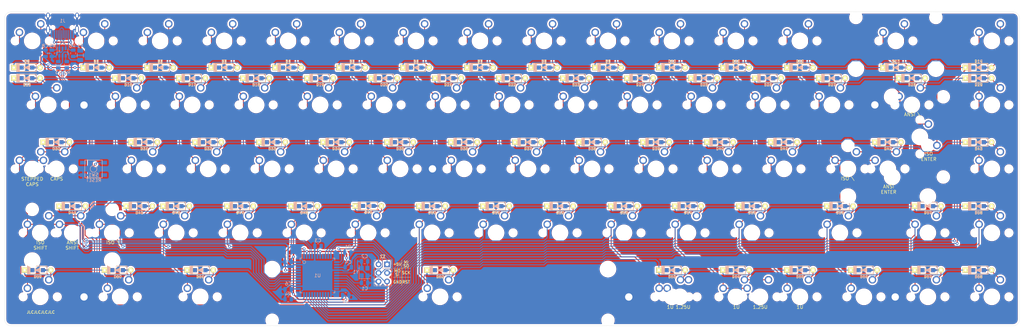
<source format=kicad_pcb>
(kicad_pcb (version 20171130) (host pcbnew "(5.1.4)-1")
  (layers (0 F.Cu signal) (31 B.Cu signal) (34 B.Paste user) (35 F.Paste user) (36 B.SilkS user) (37 F.SilkS user) (38 B.Mask user) (39 F.Mask user) (44 Edge.Cuts user))
  (net 0 "")
  (net 1 GND)
  (net 2 "Net-(C1-Pad1)")
  (net 3 "Net-(C2-Pad1)")
  (net 4 "Net-(C3-Pad1)")
  (net 5 +5V)
  (net 6 "Net-(D1-Pad2)")
  (net 7 ROW0)
  (net 8 "Net-(D2-Pad2)")
  (net 9 "Net-(D3-Pad2)")
  (net 10 "Net-(D4-Pad2)")
  (net 11 "Net-(D5-Pad2)")
  (net 12 "Net-(D6-Pad2)")
  (net 13 "Net-(D7-Pad2)")
  (net 14 "Net-(D8-Pad2)")
  (net 15 "Net-(D9-Pad2)")
  (net 16 "Net-(D10-Pad2)")
  (net 17 "Net-(D11-Pad2)")
  (net 18 "Net-(D12-Pad2)")
  (net 19 "Net-(D13-Pad2)")
  (net 20 "Net-(D14-Pad2)")
  (net 21 "Net-(D15-Pad2)")
  (net 22 "Net-(D16-Pad2)")
  (net 23 ROW1)
  (net 24 "Net-(D17-Pad2)")
  (net 25 "Net-(D18-Pad2)")
  (net 26 "Net-(D19-Pad2)")
  (net 27 "Net-(D20-Pad2)")
  (net 28 "Net-(D21-Pad2)")
  (net 29 "Net-(D22-Pad2)")
  (net 30 "Net-(D23-Pad2)")
  (net 31 "Net-(D24-Pad2)")
  (net 32 "Net-(D25-Pad2)")
  (net 33 "Net-(D26-Pad2)")
  (net 34 "Net-(D27-Pad2)")
  (net 35 "Net-(D28-Pad2)")
  (net 36 "Net-(D29-Pad2)")
  (net 37 "Net-(D30-Pad2)")
  (net 38 "Net-(D31-Pad2)")
  (net 39 ROW2)
  (net 40 "Net-(D32-Pad2)")
  (net 41 "Net-(D33-Pad2)")
  (net 42 "Net-(D34-Pad2)")
  (net 43 "Net-(D35-Pad2)")
  (net 44 "Net-(D36-Pad2)")
  (net 45 "Net-(D37-Pad2)")
  (net 46 "Net-(D38-Pad2)")
  (net 47 "Net-(D39-Pad2)")
  (net 48 "Net-(D40-Pad2)")
  (net 49 "Net-(D41-Pad2)")
  (net 50 "Net-(D42-Pad2)")
  (net 51 "Net-(D43-Pad2)")
  (net 52 "Net-(D45-Pad2)")
  (net 53 "Net-(D46-Pad2)")
  (net 54 ROW3)
  (net 55 "Net-(D47-Pad2)")
  (net 56 "Net-(D48-Pad2)")
  (net 57 "Net-(D49-Pad2)")
  (net 58 "Net-(D50-Pad2)")
  (net 59 "Net-(D51-Pad2)")
  (net 60 "Net-(D52-Pad2)")
  (net 61 "Net-(D53-Pad2)")
  (net 62 "Net-(D54-Pad2)")
  (net 63 "Net-(D55-Pad2)")
  (net 64 "Net-(D56-Pad2)")
  (net 65 "Net-(D57-Pad2)")
  (net 66 "Net-(D58-Pad2)")
  (net 67 "Net-(D59-Pad2)")
  (net 68 "Net-(D60-Pad2)")
  (net 69 "Net-(D61-Pad2)")
  (net 70 ROW4)
  (net 71 "Net-(D62-Pad2)")
  (net 72 "Net-(D63-Pad2)")
  (net 73 "Net-(D64-Pad2)")
  (net 74 "Net-(D65-Pad2)")
  (net 75 "Net-(D66-Pad2)")
  (net 76 "Net-(D67-Pad2)")
  (net 77 "Net-(D68-Pad2)")
  (net 78 VCC)
  (net 79 RESET)
  (net 80 MOSI)
  (net 81 SCK)
  (net 82 MISO)
  (net 83 COL9)
  (net 84 COL10)
  (net 85 COL1)
  (net 86 COL2)
  (net 87 COL3)
  (net 88 COL4)
  (net 89 COL5)
  (net 90 COL6)
  (net 91 COL7)
  (net 92 COL8)
  (net 93 COL11)
  (net 94 COL12)
  (net 95 COL0)
  (net 96 COL13)
  (net 97 COL14)
  (net 98 "Net-(R4-Pad2)")
  (net 99 "Net-(U1-Pad42)")
  (net 100 "Net-(U1-Pad22)")
  (net 101 "Net-(U1-Pad8)")
  (net 102 "Net-(J1-Pad3)")
  (net 103 "Net-(J1-Pad10)")
  (net 104 "Net-(J1-Pad4)")
  (net 105 "Net-(J1-Pad9)")
  (net 106 "Net-(D44-Pad2)")
  (net 107 USB_D-)
  (net 108 USB_D+)
  (net 109 MCU_D+)
  (net 110 MCU_D-)
  (net 111 DP)
  (net 112 DN)
  (net 113 "Net-(D0-Pad2)")
  (module mini-MX-Tweaks:MXOnly-1U-NoLED_tweak (layer F.Cu) (at -50.8 88.9)
    (fp_text reference MX_1)
    (fp_text value MX-NoLED)
    (pad 2 thru_hole circle (at 2.54 -5.08) (size 2.25 2.25) (drill 1.47) (layers *.Cu *.Mask) (net 6 "Net-(D1-Pad2)"))
    (pad "" np_thru_hole circle (at 0 0) (size 3.9878 3.9878) (drill 3.9878) (layers *.Cu *.Mask))
    (pad 1 thru_hole circle (at -3.81 -2.54) (size 2.25 2.25) (drill 1.47) (layers *.Cu *.Mask) (net 85 COL1))
    (pad "" np_thru_hole circle (at -5.08 0 48.0996) (size 1.75 1.75) (drill 1.75) (layers *.Cu *.Mask))
    (pad "" np_thru_hole circle (at 5.08 0 48.0996) (size 1.75 1.75) (drill 1.75) (layers *.Cu *.Mask))
  )
  (module mini-general-tweaks:SOT-23-6_tweaked (layer B.Cu) (at -60.833 92.202 270)
    (fp_text reference U2 (at -2.667 0 180) (layer B.SilkS) (effects (justify mirror)))
    (fp_text value WE-TVS-82400102)
    (fp_text user ° (at -0.3048 0.381 90) (layer B.SilkS) (effects (font (size 1.4 1.4) (thickness 0.1)) (justify mirror)))
    (pad 5 smd rect (at 1.1 0 270) (size 1.06 0.65) (layers B.Cu B.Paste B.Mask) (net 5 +5V))
    (pad 6 smd rect (at 1.1 0.95 270) (size 1.06 0.65) (layers B.Cu B.Paste B.Mask) (net 110 MCU_D-))
    (pad 4 smd rect (at 1.1 -0.95 270) (size 1.06 0.65) (layers B.Cu B.Paste B.Mask) (net 109 MCU_D+))
    (pad 3 smd rect (at -1.1 -0.95 270) (size 1.06 0.65) (layers B.Cu B.Paste B.Mask) (net 108 USB_D+))
    (pad 2 smd rect (at -1.1 0 270) (size 1.06 0.65) (layers B.Cu B.Paste B.Mask) (net 1 GND))
    (pad 1 smd rect (at -1.1 0.95 270) (size 1.06 0.65) (layers B.Cu B.Paste B.Mask) (net 107 USB_D-))
  )
  (module mini-MX-Tweaks:MXOnly-1U-NoLED_tweak (layer F.Cu) (at 6.35 88.9)
    (fp_text reference MX_4)
    (fp_text value MX-NoLED)
    (pad 2 thru_hole circle (at 2.54 -5.08) (size 2.25 2.25) (drill 1.47) (layers *.Cu *.Mask) (net 10 "Net-(D4-Pad2)"))
    (pad "" np_thru_hole circle (at 0 0) (size 3.9878 3.9878) (drill 3.9878) (layers *.Cu *.Mask))
    (pad 1 thru_hole circle (at -3.81 -2.54) (size 2.25 2.25) (drill 1.47) (layers *.Cu *.Mask) (net 88 COL4))
    (pad "" np_thru_hole circle (at -5.08 0 48.0996) (size 1.75 1.75) (drill 1.75) (layers *.Cu *.Mask))
    (pad "" np_thru_hole circle (at 5.08 0 48.0996) (size 1.75 1.75) (drill 1.75) (layers *.Cu *.Mask))
  )
  (module mini-general-tweaks:D_SOD123_axial-dual (layer F.Cu) (at 120.65 96.8375)
    (fp_text reference D10 (at -0.00254 -1.8802) (layer F.SilkS) (effects (font (size 0.8 0.8))))
    (fp_text value 1N4148W hide)
    (fp_text user %R (at 0.06746 -1.8754 -180) (layer B.SilkS) (effects (font (size 0.8 0.8)) (justify mirror)))
    (pad 2 smd rect (at 2.7 0) (size 2.5 0.5) (layers F.Cu) (net 16 "Net-(D10-Pad2)"))
    (pad 1 smd rect (at -2.7 0) (size 2.5 0.5) (layers F.Cu) (net 7 ROW0))
    (pad 2 thru_hole circle (at 3.9 0) (size 1.6 1.6) (drill 0.7) (layers *.Cu *.Mask F.SilkS) (net 16 "Net-(D10-Pad2)"))
    (pad 1 thru_hole rect (at -3.9 0) (size 1.6 1.6) (drill 0.7) (layers *.Cu *.Mask F.SilkS) (net 7 ROW0))
    (pad 1 smd rect (at -1.575 0) (size 1.2 1.2) (layers F.Cu F.Paste F.Mask) (net 7 ROW0))
    (pad 2 smd rect (at 1.575 0) (size 1.2 1.2) (layers F.Cu F.Paste F.Mask) (net 16 "Net-(D10-Pad2)"))
    (pad 2 smd rect (at 2.7 0) (size 2.5 0.5) (layers B.Cu) (net 16 "Net-(D10-Pad2)"))
    (pad 2 smd rect (at 1.575 0) (size 1.2 1.2) (layers B.Cu B.Paste B.Mask) (net 16 "Net-(D10-Pad2)"))
    (pad 1 smd rect (at -1.575 0) (size 1.2 1.2) (layers B.Cu B.Paste B.Mask) (net 7 ROW0))
    (pad 1 smd rect (at -2.7 0) (size 2.5 0.5) (layers B.Cu) (net 7 ROW0))
  )
  (module mini-general-tweaks:HRO-TYPE-C-31-M-12-HandSoldering_tweaked (layer B.Cu) (at -60.833 78.7146)
    (fp_text reference J1 (at 0 4.191) (layer B.SilkS) (effects (justify mirror)))
    (fp_text value TYPE-C-31-M12_13_EDITED)
    (pad 12 smd rect (at 3.225 8.195) (size 0.6 2.45) (layers B.Cu B.Paste B.Mask) (net 1 GND))
    (pad 1 smd rect (at -3.225 8.045) (size 0.6 2.15) (layers B.Cu B.Paste B.Mask) (net 1 GND))
    (pad 11 smd rect (at 2.45 8.195) (size 0.6 2.45) (layers B.Cu B.Paste B.Mask) (net 78 VCC))
    (pad 2 smd rect (at -2.45 8.195) (size 0.6 2.45) (layers B.Cu B.Paste B.Mask) (net 78 VCC))
    (pad 3 smd rect (at -1.75 8.195) (size 0.3 2.45) (layers B.Cu B.Paste B.Mask) (net 102 "Net-(J1-Pad3)"))
    (pad 10 smd rect (at 1.75 8.195) (size 0.3 2.45) (layers B.Cu B.Paste B.Mask) (net 103 "Net-(J1-Pad10)"))
    (pad 4 smd rect (at -1.25 8.195) (size 0.3 2.45) (layers B.Cu B.Paste B.Mask) (net 104 "Net-(J1-Pad4)"))
    (pad 9 smd rect (at 1.25 8.195) (size 0.3 2.45) (layers B.Cu B.Paste B.Mask) (net 105 "Net-(J1-Pad9)"))
    (pad 5 smd rect (at -0.75 8.195) (size 0.3 2.45) (layers B.Cu B.Paste B.Mask) (net 107 USB_D-))
    (pad 8 smd rect (at 0.75 8.195) (size 0.3 2.45) (layers B.Cu B.Paste B.Mask) (net 108 USB_D+))
    (pad 7 smd rect (at 0.25 8.195) (size 0.3 2.45) (layers B.Cu B.Paste B.Mask) (net 107 USB_D-))
    (pad 6 smd rect (at -0.25 8.195) (size 0.3 2.45) (layers B.Cu B.Paste B.Mask) (net 108 USB_D+))
    (pad "" np_thru_hole circle (at 2.89 6.25) (size 0.65 0.65) (drill 0.65) (layers *.Cu *.Mask))
    (pad "" np_thru_hole circle (at -2.89 6.25) (size 0.65 0.65) (drill 0.65) (layers *.Cu *.Mask))
    (pad 13 thru_hole oval (at -4.32 6.78) (size 1 2.1) (drill oval 0.6 1.7) (layers *.Cu *.Mask) (net 1 GND))
    (pad 13 thru_hole oval (at 4.32 6.78) (size 1 2.1) (drill oval 0.6 1.7) (layers *.Cu *.Mask) (net 1 GND))
    (pad 13 thru_hole oval (at -4.32 2.6) (size 1 1.6) (drill oval 0.6 1.2) (layers *.Cu *.Mask) (net 1 GND))
    (pad 13 thru_hole oval (at 4.32 2.6) (size 1 1.6) (drill oval 0.6 1.2) (layers *.Cu *.Mask) (net 1 GND))
  )
  (module mini-general-tweaks:ICSP_2.54mm_LAYOUT (layer B.Cu) (at 35.814 155.448 180)
    (fp_text reference J2 (at 1.27 2.33) (layer B.SilkS) (effects (justify mirror)))
    (fp_text value AVR-ISP-6)
    (fp_text user SO (at -5.68 -0.46) (layer F.SilkS) (effects (font (size 0.85 0.85))))
    (fp_text user MO (at -3.06 -1.95) (layer F.SilkS) (effects (font (size 0.85 0.85))))
    (fp_text user + (at -2.328 0.11) (layer F.SilkS) (effects (font (size 0.85 0.85))))
    (fp_text user SI (at -3 -3.05) (layer F.SilkS) (effects (font (size 0.85 0.85))))
    (fp_text user SCK (at -5.708 -2.49) (layer F.SilkS) (effects (font (size 0.85 0.85))))
    (fp_text user GND (at -3.108 -5.25134) (layer F.SilkS) (effects (font (size 0.85 0.85))))
    (fp_text user MI (at -5.69 0.63) (layer F.SilkS) (effects (font (size 0.85 0.85))))
    (fp_text user RST (at -5.69226 -5.25896) (layer F.SilkS) (effects (font (size 0.85 0.85))))
    (fp_text user 5V (at -3.458 0.022) (layer F.SilkS) (effects (font (size 0.85 0.85))))
    (fp_text user %R (at 1.3716 2.3241) (layer F.SilkS))
    (pad 6 thru_hole oval (at 2.54 -5.08 180) (size 1.7 1.7) (drill 1) (layers *.Cu *.Mask) (net 1 GND))
    (pad 5 thru_hole oval (at 0 -5.08 180) (size 1.7 1.7) (drill 1) (layers *.Cu *.Mask) (net 79 RESET))
    (pad 4 thru_hole oval (at 2.54 -2.54 180) (size 1.7 1.7) (drill 1) (layers *.Cu *.Mask) (net 80 MOSI))
    (pad 3 thru_hole oval (at 0 -2.54 180) (size 1.7 1.7) (drill 1) (layers *.Cu *.Mask) (net 81 SCK))
    (pad 2 thru_hole oval (at 2.54 0 180) (size 1.7 1.7) (drill 1) (layers *.Cu *.Mask) (net 5 +5V))
    (pad 1 thru_hole rect (at 0 0 180) (size 1.7 1.7) (drill 1) (layers *.Cu *.Mask) (net 82 MISO))
  )
  (module random-keyboard-parts:SKQG-1155865 (layer B.Cu) (at -51.59375 127 180)
    (fp_text reference SW1 (at 0.03175 -1.778) (layer B.SilkS) (effects (justify mirror)))
    (fp_text value SW_Push)
    (pad 1 smd rect (at 3.1 -1.85 180) (size 1.8 1.1) (layers B.Cu B.Paste B.Mask) (net 1 GND))
    (pad 2 smd rect (at -3.1 1.85 180) (size 1.8 1.1) (layers B.Cu B.Paste B.Mask) (net 79 RESET))
    (pad 3 smd rect (at 3.1 1.85 180) (size 1.8 1.1) (layers B.Cu B.Paste B.Mask))
    (pad 4 smd rect (at -3.1 -1.85 180) (size 1.8 1.1) (layers B.Cu B.Paste B.Mask))
  )
  (module mini-MX-Tweaks:MXOnly-1.5U-NoLED_tweak (layer F.Cu) (at -65.0875 107.95)
    (fp_text reference MX_1.5U_TAB1)
    (fp_text value MX-NoLED)
    (pad 2 thru_hole circle (at 2.54 -5.08) (size 2.25 2.25) (drill 1.47) (layers *.Cu *.Mask) (net 21 "Net-(D15-Pad2)"))
    (pad "" np_thru_hole circle (at 0 0) (size 3.9878 3.9878) (drill 3.9878) (layers *.Cu *.Mask))
    (pad 1 thru_hole circle (at -3.81 -2.54) (size 2.25 2.25) (drill 1.47) (layers *.Cu *.Mask) (net 95 COL0))
    (pad "" np_thru_hole circle (at -5.08 0 48.0996) (size 1.75 1.75) (drill 1.75) (layers *.Cu *.Mask))
    (pad "" np_thru_hole circle (at 5.08 0 48.0996) (size 1.75 1.75) (drill 1.75) (layers *.Cu *.Mask))
  )
  (module Capacitor_SMD:C_0805_2012Metric (layer B.Cu) (at -65.913 92.583 90)
    (fp_text reference C8 (at 2.17932 -0.127 180) (layer B.SilkS) (effects (justify mirror)))
    (fp_text value 100nF)
    (pad 1 smd roundrect (at -0.9375 0 90) (size 0.975 1.4) (layers B.Cu B.Paste B.Mask) (net 5 +5V))
    (pad 2 smd roundrect (at 0.9375 0 90) (size 0.975 1.4) (layers B.Cu B.Paste B.Mask) (net 1 GND))
  )
  (module mini-general-tweaks:D_SOD123_axial-dual (layer F.Cu) (at -71.4375 96.8375)
    (fp_text reference D0 (at -0.00254 -1.8802) (layer F.SilkS) (effects (font (size 0.8 0.8))))
    (fp_text value 1N4148W hide)
    (fp_text user %R (at 0.06746 -1.8754 -180) (layer B.SilkS) (effects (font (size 0.8 0.8)) (justify mirror)))
    (pad 1 smd rect (at -2.7 0) (size 2.5 0.5) (layers B.Cu) (net 7 ROW0))
    (pad 1 smd rect (at -1.575 0) (size 1.2 1.2) (layers B.Cu B.Paste B.Mask) (net 7 ROW0))
    (pad 2 smd rect (at 1.575 0) (size 1.2 1.2) (layers B.Cu B.Paste B.Mask) (net 113 "Net-(D0-Pad2)"))
    (pad 2 smd rect (at 2.7 0) (size 2.5 0.5) (layers B.Cu) (net 113 "Net-(D0-Pad2)"))
    (pad 2 smd rect (at 1.575 0) (size 1.2 1.2) (layers F.Cu F.Paste F.Mask) (net 113 "Net-(D0-Pad2)"))
    (pad 1 smd rect (at -1.575 0) (size 1.2 1.2) (layers F.Cu F.Paste F.Mask) (net 7 ROW0))
    (pad 1 thru_hole rect (at -3.9 0) (size 1.6 1.6) (drill 0.7) (layers *.Cu *.Mask F.SilkS) (net 7 ROW0))
    (pad 2 thru_hole circle (at 3.9 0) (size 1.6 1.6) (drill 0.7) (layers *.Cu *.Mask F.SilkS) (net 113 "Net-(D0-Pad2)"))
    (pad 1 smd rect (at -2.7 0) (size 2.5 0.5) (layers F.Cu) (net 7 ROW0))
    (pad 2 smd rect (at 2.7 0) (size 2.5 0.5) (layers F.Cu) (net 113 "Net-(D0-Pad2)"))
  )
  (module mini-general-tweaks:D_SOD123_axial-dual (layer F.Cu) (at -50.8 96.8375)
    (fp_text reference D1 (at -0.00254 -1.8802) (layer F.SilkS) (effects (font (size 0.8 0.8))))
    (fp_text value 1N4148W hide)
    (fp_text user %R (at 0.06746 -1.8754 -180) (layer B.SilkS) (effects (font (size 0.8 0.8)) (justify mirror)))
    (pad 2 smd rect (at 2.7 0) (size 2.5 0.5) (layers F.Cu) (net 6 "Net-(D1-Pad2)"))
    (pad 1 smd rect (at -2.7 0) (size 2.5 0.5) (layers F.Cu) (net 7 ROW0))
    (pad 2 thru_hole circle (at 3.9 0) (size 1.6 1.6) (drill 0.7) (layers *.Cu *.Mask F.SilkS) (net 6 "Net-(D1-Pad2)"))
    (pad 1 thru_hole rect (at -3.9 0) (size 1.6 1.6) (drill 0.7) (layers *.Cu *.Mask F.SilkS) (net 7 ROW0))
    (pad 1 smd rect (at -1.575 0) (size 1.2 1.2) (layers F.Cu F.Paste F.Mask) (net 7 ROW0))
    (pad 2 smd rect (at 1.575 0) (size 1.2 1.2) (layers F.Cu F.Paste F.Mask) (net 6 "Net-(D1-Pad2)"))
    (pad 2 smd rect (at 2.7 0) (size 2.5 0.5) (layers B.Cu) (net 6 "Net-(D1-Pad2)"))
    (pad 2 smd rect (at 1.575 0) (size 1.2 1.2) (layers B.Cu B.Paste B.Mask) (net 6 "Net-(D1-Pad2)"))
    (pad 1 smd rect (at -1.575 0) (size 1.2 1.2) (layers B.Cu B.Paste B.Mask) (net 7 ROW0))
    (pad 1 smd rect (at -2.7 0) (size 2.5 0.5) (layers B.Cu) (net 7 ROW0))
  )
  (module mini-general-tweaks:D_SOD123_axial-dual (layer F.Cu) (at -31.75 96.8375)
    (fp_text reference D2 (at -0.00254 -1.8802) (layer F.SilkS) (effects (font (size 0.8 0.8))))
    (fp_text value 1N4148W hide)
    (fp_text user %R (at 0.06746 -1.8754 -180) (layer B.SilkS) (effects (font (size 0.8 0.8)) (justify mirror)))
    (pad 2 smd rect (at 2.7 0) (size 2.5 0.5) (layers F.Cu) (net 8 "Net-(D2-Pad2)"))
    (pad 1 smd rect (at -2.7 0) (size 2.5 0.5) (layers F.Cu) (net 7 ROW0))
    (pad 2 thru_hole circle (at 3.9 0) (size 1.6 1.6) (drill 0.7) (layers *.Cu *.Mask F.SilkS) (net 8 "Net-(D2-Pad2)"))
    (pad 1 thru_hole rect (at -3.9 0) (size 1.6 1.6) (drill 0.7) (layers *.Cu *.Mask F.SilkS) (net 7 ROW0))
    (pad 1 smd rect (at -1.575 0) (size 1.2 1.2) (layers F.Cu F.Paste F.Mask) (net 7 ROW0))
    (pad 2 smd rect (at 1.575 0) (size 1.2 1.2) (layers F.Cu F.Paste F.Mask) (net 8 "Net-(D2-Pad2)"))
    (pad 2 smd rect (at 2.7 0) (size 2.5 0.5) (layers B.Cu) (net 8 "Net-(D2-Pad2)"))
    (pad 2 smd rect (at 1.575 0) (size 1.2 1.2) (layers B.Cu B.Paste B.Mask) (net 8 "Net-(D2-Pad2)"))
    (pad 1 smd rect (at -1.575 0) (size 1.2 1.2) (layers B.Cu B.Paste B.Mask) (net 7 ROW0))
    (pad 1 smd rect (at -2.7 0) (size 2.5 0.5) (layers B.Cu) (net 7 ROW0))
  )
  (module mini-general-tweaks:D_SOD123_axial-dual (layer F.Cu) (at -12.7 96.8375)
    (fp_text reference D3 (at -0.00254 -1.8802) (layer F.SilkS) (effects (font (size 0.8 0.8))))
    (fp_text value 1N4148W hide)
    (fp_text user %R (at 0.06746 -1.8754 -180) (layer B.SilkS) (effects (font (size 0.8 0.8)) (justify mirror)))
    (pad 2 smd rect (at 2.7 0) (size 2.5 0.5) (layers F.Cu) (net 9 "Net-(D3-Pad2)"))
    (pad 1 smd rect (at -2.7 0) (size 2.5 0.5) (layers F.Cu) (net 7 ROW0))
    (pad 2 thru_hole circle (at 3.9 0) (size 1.6 1.6) (drill 0.7) (layers *.Cu *.Mask F.SilkS) (net 9 "Net-(D3-Pad2)"))
    (pad 1 thru_hole rect (at -3.9 0) (size 1.6 1.6) (drill 0.7) (layers *.Cu *.Mask F.SilkS) (net 7 ROW0))
    (pad 1 smd rect (at -1.575 0) (size 1.2 1.2) (layers F.Cu F.Paste F.Mask) (net 7 ROW0))
    (pad 2 smd rect (at 1.575 0) (size 1.2 1.2) (layers F.Cu F.Paste F.Mask) (net 9 "Net-(D3-Pad2)"))
    (pad 2 smd rect (at 2.7 0) (size 2.5 0.5) (layers B.Cu) (net 9 "Net-(D3-Pad2)"))
    (pad 2 smd rect (at 1.575 0) (size 1.2 1.2) (layers B.Cu B.Paste B.Mask) (net 9 "Net-(D3-Pad2)"))
    (pad 1 smd rect (at -1.575 0) (size 1.2 1.2) (layers B.Cu B.Paste B.Mask) (net 7 ROW0))
    (pad 1 smd rect (at -2.7 0) (size 2.5 0.5) (layers B.Cu) (net 7 ROW0))
  )
  (module mini-general-tweaks:D_SOD123_axial-dual (layer F.Cu) (at 6.35 96.8375)
    (fp_text reference D4 (at -0.00254 -1.8802) (layer F.SilkS) (effects (font (size 0.8 0.8))))
    (fp_text value 1N4148W hide)
    (fp_text user %R (at 0.06746 -1.8754 -180) (layer B.SilkS) (effects (font (size 0.8 0.8)) (justify mirror)))
    (pad 2 smd rect (at 2.7 0) (size 2.5 0.5) (layers F.Cu) (net 10 "Net-(D4-Pad2)"))
    (pad 1 smd rect (at -2.7 0) (size 2.5 0.5) (layers F.Cu) (net 7 ROW0))
    (pad 2 thru_hole circle (at 3.9 0) (size 1.6 1.6) (drill 0.7) (layers *.Cu *.Mask F.SilkS) (net 10 "Net-(D4-Pad2)"))
    (pad 1 thru_hole rect (at -3.9 0) (size 1.6 1.6) (drill 0.7) (layers *.Cu *.Mask F.SilkS) (net 7 ROW0))
    (pad 1 smd rect (at -1.575 0) (size 1.2 1.2) (layers F.Cu F.Paste F.Mask) (net 7 ROW0))
    (pad 2 smd rect (at 1.575 0) (size 1.2 1.2) (layers F.Cu F.Paste F.Mask) (net 10 "Net-(D4-Pad2)"))
    (pad 2 smd rect (at 2.7 0) (size 2.5 0.5) (layers B.Cu) (net 10 "Net-(D4-Pad2)"))
    (pad 2 smd rect (at 1.575 0) (size 1.2 1.2) (layers B.Cu B.Paste B.Mask) (net 10 "Net-(D4-Pad2)"))
    (pad 1 smd rect (at -1.575 0) (size 1.2 1.2) (layers B.Cu B.Paste B.Mask) (net 7 ROW0))
    (pad 1 smd rect (at -2.7 0) (size 2.5 0.5) (layers B.Cu) (net 7 ROW0))
  )
  (module mini-general-tweaks:D_SOD123_axial-dual (layer F.Cu) (at 25.4 96.8375)
    (fp_text reference D5 (at -0.00254 -1.8802) (layer F.SilkS) (effects (font (size 0.8 0.8))))
    (fp_text value 1N4148W hide)
    (fp_text user %R (at 0.06746 -1.8754 -180) (layer B.SilkS) (effects (font (size 0.8 0.8)) (justify mirror)))
    (pad 2 smd rect (at 2.7 0) (size 2.5 0.5) (layers F.Cu) (net 11 "Net-(D5-Pad2)"))
    (pad 1 smd rect (at -2.7 0) (size 2.5 0.5) (layers F.Cu) (net 7 ROW0))
    (pad 2 thru_hole circle (at 3.9 0) (size 1.6 1.6) (drill 0.7) (layers *.Cu *.Mask F.SilkS) (net 11 "Net-(D5-Pad2)"))
    (pad 1 thru_hole rect (at -3.9 0) (size 1.6 1.6) (drill 0.7) (layers *.Cu *.Mask F.SilkS) (net 7 ROW0))
    (pad 1 smd rect (at -1.575 0) (size 1.2 1.2) (layers F.Cu F.Paste F.Mask) (net 7 ROW0))
    (pad 2 smd rect (at 1.575 0) (size 1.2 1.2) (layers F.Cu F.Paste F.Mask) (net 11 "Net-(D5-Pad2)"))
    (pad 2 smd rect (at 2.7 0) (size 2.5 0.5) (layers B.Cu) (net 11 "Net-(D5-Pad2)"))
    (pad 2 smd rect (at 1.575 0) (size 1.2 1.2) (layers B.Cu B.Paste B.Mask) (net 11 "Net-(D5-Pad2)"))
    (pad 1 smd rect (at -1.575 0) (size 1.2 1.2) (layers B.Cu B.Paste B.Mask) (net 7 ROW0))
    (pad 1 smd rect (at -2.7 0) (size 2.5 0.5) (layers B.Cu) (net 7 ROW0))
  )
  (module mini-general-tweaks:D_SOD123_axial-dual (layer F.Cu) (at 44.45 96.8375)
    (fp_text reference D6 (at -0.00254 -1.8802) (layer F.SilkS) (effects (font (size 0.8 0.8))))
    (fp_text value 1N4148W hide)
    (fp_text user %R (at 0.06746 -1.8754 -180) (layer B.SilkS) (effects (font (size 0.8 0.8)) (justify mirror)))
    (pad 2 smd rect (at 2.7 0) (size 2.5 0.5) (layers F.Cu) (net 12 "Net-(D6-Pad2)"))
    (pad 1 smd rect (at -2.7 0) (size 2.5 0.5) (layers F.Cu) (net 7 ROW0))
    (pad 2 thru_hole circle (at 3.9 0) (size 1.6 1.6) (drill 0.7) (layers *.Cu *.Mask F.SilkS) (net 12 "Net-(D6-Pad2)"))
    (pad 1 thru_hole rect (at -3.9 0) (size 1.6 1.6) (drill 0.7) (layers *.Cu *.Mask F.SilkS) (net 7 ROW0))
    (pad 1 smd rect (at -1.575 0) (size 1.2 1.2) (layers F.Cu F.Paste F.Mask) (net 7 ROW0))
    (pad 2 smd rect (at 1.575 0) (size 1.2 1.2) (layers F.Cu F.Paste F.Mask) (net 12 "Net-(D6-Pad2)"))
    (pad 2 smd rect (at 2.7 0) (size 2.5 0.5) (layers B.Cu) (net 12 "Net-(D6-Pad2)"))
    (pad 2 smd rect (at 1.575 0) (size 1.2 1.2) (layers B.Cu B.Paste B.Mask) (net 12 "Net-(D6-Pad2)"))
    (pad 1 smd rect (at -1.575 0) (size 1.2 1.2) (layers B.Cu B.Paste B.Mask) (net 7 ROW0))
    (pad 1 smd rect (at -2.7 0) (size 2.5 0.5) (layers B.Cu) (net 7 ROW0))
  )
  (module mini-general-tweaks:D_SOD123_axial-dual (layer F.Cu) (at 63.5 96.8375)
    (fp_text reference D7 (at -0.00254 -1.8802) (layer F.SilkS) (effects (font (size 0.8 0.8))))
    (fp_text value 1N4148W hide)
    (fp_text user %R (at 0.06746 -1.8754 -180) (layer B.SilkS) (effects (font (size 0.8 0.8)) (justify mirror)))
    (pad 2 smd rect (at 2.7 0) (size 2.5 0.5) (layers F.Cu) (net 13 "Net-(D7-Pad2)"))
    (pad 1 smd rect (at -2.7 0) (size 2.5 0.5) (layers F.Cu) (net 7 ROW0))
    (pad 2 thru_hole circle (at 3.9 0) (size 1.6 1.6) (drill 0.7) (layers *.Cu *.Mask F.SilkS) (net 13 "Net-(D7-Pad2)"))
    (pad 1 thru_hole rect (at -3.9 0) (size 1.6 1.6) (drill 0.7) (layers *.Cu *.Mask F.SilkS) (net 7 ROW0))
    (pad 1 smd rect (at -1.575 0) (size 1.2 1.2) (layers F.Cu F.Paste F.Mask) (net 7 ROW0))
    (pad 2 smd rect (at 1.575 0) (size 1.2 1.2) (layers F.Cu F.Paste F.Mask) (net 13 "Net-(D7-Pad2)"))
    (pad 2 smd rect (at 2.7 0) (size 2.5 0.5) (layers B.Cu) (net 13 "Net-(D7-Pad2)"))
    (pad 2 smd rect (at 1.575 0) (size 1.2 1.2) (layers B.Cu B.Paste B.Mask) (net 13 "Net-(D7-Pad2)"))
    (pad 1 smd rect (at -1.575 0) (size 1.2 1.2) (layers B.Cu B.Paste B.Mask) (net 7 ROW0))
    (pad 1 smd rect (at -2.7 0) (size 2.5 0.5) (layers B.Cu) (net 7 ROW0))
  )
  (module mini-general-tweaks:D_SOD123_axial-dual (layer F.Cu) (at 82.55 96.8375)
    (fp_text reference D8 (at -0.00254 -1.8802) (layer F.SilkS) (effects (font (size 0.8 0.8))))
    (fp_text value 1N4148W hide)
    (fp_text user %R (at 0.06746 -1.8754 -180) (layer B.SilkS) (effects (font (size 0.8 0.8)) (justify mirror)))
    (pad 2 smd rect (at 2.7 0) (size 2.5 0.5) (layers F.Cu) (net 14 "Net-(D8-Pad2)"))
    (pad 1 smd rect (at -2.7 0) (size 2.5 0.5) (layers F.Cu) (net 7 ROW0))
    (pad 2 thru_hole circle (at 3.9 0) (size 1.6 1.6) (drill 0.7) (layers *.Cu *.Mask F.SilkS) (net 14 "Net-(D8-Pad2)"))
    (pad 1 thru_hole rect (at -3.9 0) (size 1.6 1.6) (drill 0.7) (layers *.Cu *.Mask F.SilkS) (net 7 ROW0))
    (pad 1 smd rect (at -1.575 0) (size 1.2 1.2) (layers F.Cu F.Paste F.Mask) (net 7 ROW0))
    (pad 2 smd rect (at 1.575 0) (size 1.2 1.2) (layers F.Cu F.Paste F.Mask) (net 14 "Net-(D8-Pad2)"))
    (pad 2 smd rect (at 2.7 0) (size 2.5 0.5) (layers B.Cu) (net 14 "Net-(D8-Pad2)"))
    (pad 2 smd rect (at 1.575 0) (size 1.2 1.2) (layers B.Cu B.Paste B.Mask) (net 14 "Net-(D8-Pad2)"))
    (pad 1 smd rect (at -1.575 0) (size 1.2 1.2) (layers B.Cu B.Paste B.Mask) (net 7 ROW0))
    (pad 1 smd rect (at -2.7 0) (size 2.5 0.5) (layers B.Cu) (net 7 ROW0))
  )
  (module mini-general-tweaks:D_SOD123_axial-dual (layer F.Cu) (at 101.6 96.8375)
    (fp_text reference D9 (at -0.00254 -1.8802) (layer F.SilkS) (effects (font (size 0.8 0.8))))
    (fp_text value 1N4148W hide)
    (fp_text user %R (at 0.06746 -1.8754 -180) (layer B.SilkS) (effects (font (size 0.8 0.8)) (justify mirror)))
    (pad 2 smd rect (at 2.7 0) (size 2.5 0.5) (layers F.Cu) (net 15 "Net-(D9-Pad2)"))
    (pad 1 smd rect (at -2.7 0) (size 2.5 0.5) (layers F.Cu) (net 7 ROW0))
    (pad 2 thru_hole circle (at 3.9 0) (size 1.6 1.6) (drill 0.7) (layers *.Cu *.Mask F.SilkS) (net 15 "Net-(D9-Pad2)"))
    (pad 1 thru_hole rect (at -3.9 0) (size 1.6 1.6) (drill 0.7) (layers *.Cu *.Mask F.SilkS) (net 7 ROW0))
    (pad 1 smd rect (at -1.575 0) (size 1.2 1.2) (layers F.Cu F.Paste F.Mask) (net 7 ROW0))
    (pad 2 smd rect (at 1.575 0) (size 1.2 1.2) (layers F.Cu F.Paste F.Mask) (net 15 "Net-(D9-Pad2)"))
    (pad 2 smd rect (at 2.7 0) (size 2.5 0.5) (layers B.Cu) (net 15 "Net-(D9-Pad2)"))
    (pad 2 smd rect (at 1.575 0) (size 1.2 1.2) (layers B.Cu B.Paste B.Mask) (net 15 "Net-(D9-Pad2)"))
    (pad 1 smd rect (at -1.575 0) (size 1.2 1.2) (layers B.Cu B.Paste B.Mask) (net 7 ROW0))
    (pad 1 smd rect (at -2.7 0) (size 2.5 0.5) (layers B.Cu) (net 7 ROW0))
  )
  (module mini-general-tweaks:D_SOD123_axial-dual (layer F.Cu) (at 139.7 96.8375)
    (fp_text reference D11 (at -0.00254 -1.8802) (layer F.SilkS) (effects (font (size 0.8 0.8))))
    (fp_text value 1N4148W hide)
    (fp_text user %R (at 0.06746 -1.8754 -180) (layer B.SilkS) (effects (font (size 0.8 0.8)) (justify mirror)))
    (pad 2 smd rect (at 2.7 0) (size 2.5 0.5) (layers F.Cu) (net 17 "Net-(D11-Pad2)"))
    (pad 1 smd rect (at -2.7 0) (size 2.5 0.5) (layers F.Cu) (net 7 ROW0))
    (pad 2 thru_hole circle (at 3.9 0) (size 1.6 1.6) (drill 0.7) (layers *.Cu *.Mask F.SilkS) (net 17 "Net-(D11-Pad2)"))
    (pad 1 thru_hole rect (at -3.9 0) (size 1.6 1.6) (drill 0.7) (layers *.Cu *.Mask F.SilkS) (net 7 ROW0))
    (pad 1 smd rect (at -1.575 0) (size 1.2 1.2) (layers F.Cu F.Paste F.Mask) (net 7 ROW0))
    (pad 2 smd rect (at 1.575 0) (size 1.2 1.2) (layers F.Cu F.Paste F.Mask) (net 17 "Net-(D11-Pad2)"))
    (pad 2 smd rect (at 2.7 0) (size 2.5 0.5) (layers B.Cu) (net 17 "Net-(D11-Pad2)"))
    (pad 2 smd rect (at 1.575 0) (size 1.2 1.2) (layers B.Cu B.Paste B.Mask) (net 17 "Net-(D11-Pad2)"))
    (pad 1 smd rect (at -1.575 0) (size 1.2 1.2) (layers B.Cu B.Paste B.Mask) (net 7 ROW0))
    (pad 1 smd rect (at -2.7 0) (size 2.5 0.5) (layers B.Cu) (net 7 ROW0))
  )
  (module mini-general-tweaks:D_SOD123_axial-dual (layer F.Cu) (at 158.75 96.8375)
    (fp_text reference D12 (at -0.00254 -1.8802) (layer F.SilkS) (effects (font (size 0.8 0.8))))
    (fp_text value 1N4148W hide)
    (fp_text user %R (at 0.06746 -1.8754 -180) (layer B.SilkS) (effects (font (size 0.8 0.8)) (justify mirror)))
    (pad 2 smd rect (at 2.7 0) (size 2.5 0.5) (layers F.Cu) (net 18 "Net-(D12-Pad2)"))
    (pad 1 smd rect (at -2.7 0) (size 2.5 0.5) (layers F.Cu) (net 7 ROW0))
    (pad 2 thru_hole circle (at 3.9 0) (size 1.6 1.6) (drill 0.7) (layers *.Cu *.Mask F.SilkS) (net 18 "Net-(D12-Pad2)"))
    (pad 1 thru_hole rect (at -3.9 0) (size 1.6 1.6) (drill 0.7) (layers *.Cu *.Mask F.SilkS) (net 7 ROW0))
    (pad 1 smd rect (at -1.575 0) (size 1.2 1.2) (layers F.Cu F.Paste F.Mask) (net 7 ROW0))
    (pad 2 smd rect (at 1.575 0) (size 1.2 1.2) (layers F.Cu F.Paste F.Mask) (net 18 "Net-(D12-Pad2)"))
    (pad 2 smd rect (at 2.7 0) (size 2.5 0.5) (layers B.Cu) (net 18 "Net-(D12-Pad2)"))
    (pad 2 smd rect (at 1.575 0) (size 1.2 1.2) (layers B.Cu B.Paste B.Mask) (net 18 "Net-(D12-Pad2)"))
    (pad 1 smd rect (at -1.575 0) (size 1.2 1.2) (layers B.Cu B.Paste B.Mask) (net 7 ROW0))
    (pad 1 smd rect (at -2.7 0) (size 2.5 0.5) (layers B.Cu) (net 7 ROW0))
  )
  (module mini-general-tweaks:D_SOD123_axial-dual (layer F.Cu) (at 187.325 96.8375)
    (fp_text reference D13 (at -0.00254 -1.8802) (layer F.SilkS) (effects (font (size 0.8 0.8))))
    (fp_text value 1N4148W hide)
    (fp_text user %R (at 0.06746 -1.8754 -180) (layer B.SilkS) (effects (font (size 0.8 0.8)) (justify mirror)))
    (pad 1 smd rect (at -2.7 0) (size 2.5 0.5) (layers B.Cu) (net 7 ROW0))
    (pad 1 smd rect (at -1.575 0) (size 1.2 1.2) (layers B.Cu B.Paste B.Mask) (net 7 ROW0))
    (pad 2 smd rect (at 1.575 0) (size 1.2 1.2) (layers B.Cu B.Paste B.Mask) (net 19 "Net-(D13-Pad2)"))
    (pad 2 smd rect (at 2.7 0) (size 2.5 0.5) (layers B.Cu) (net 19 "Net-(D13-Pad2)"))
    (pad 2 smd rect (at 1.575 0) (size 1.2 1.2) (layers F.Cu F.Paste F.Mask) (net 19 "Net-(D13-Pad2)"))
    (pad 1 smd rect (at -1.575 0) (size 1.2 1.2) (layers F.Cu F.Paste F.Mask) (net 7 ROW0))
    (pad 1 thru_hole rect (at -3.9 0) (size 1.6 1.6) (drill 0.7) (layers *.Cu *.Mask F.SilkS) (net 7 ROW0))
    (pad 2 thru_hole circle (at 3.9 0) (size 1.6 1.6) (drill 0.7) (layers *.Cu *.Mask F.SilkS) (net 19 "Net-(D13-Pad2)"))
    (pad 1 smd rect (at -2.7 0) (size 2.5 0.5) (layers F.Cu) (net 7 ROW0))
    (pad 2 smd rect (at 2.7 0) (size 2.5 0.5) (layers F.Cu) (net 19 "Net-(D13-Pad2)"))
  )
  (module mini-general-tweaks:D_SOD123_axial-dual (layer F.Cu) (at 211.93125 96.8375)
    (fp_text reference D14 (at -0.00254 -1.8802) (layer F.SilkS) (effects (font (size 0.8 0.8))))
    (fp_text value 1N4148W hide)
    (fp_text user %R (at 0.06746 -1.8754 -180) (layer B.SilkS) (effects (font (size 0.8 0.8)) (justify mirror)))
    (pad 1 smd rect (at -2.7 0) (size 2.5 0.5) (layers B.Cu) (net 7 ROW0))
    (pad 1 smd rect (at -1.575 0) (size 1.2 1.2) (layers B.Cu B.Paste B.Mask) (net 7 ROW0))
    (pad 2 smd rect (at 1.575 0) (size 1.2 1.2) (layers B.Cu B.Paste B.Mask) (net 20 "Net-(D14-Pad2)"))
    (pad 2 smd rect (at 2.7 0) (size 2.5 0.5) (layers B.Cu) (net 20 "Net-(D14-Pad2)"))
    (pad 2 smd rect (at 1.575 0) (size 1.2 1.2) (layers F.Cu F.Paste F.Mask) (net 20 "Net-(D14-Pad2)"))
    (pad 1 smd rect (at -1.575 0) (size 1.2 1.2) (layers F.Cu F.Paste F.Mask) (net 7 ROW0))
    (pad 1 thru_hole rect (at -3.9 0) (size 1.6 1.6) (drill 0.7) (layers *.Cu *.Mask F.SilkS) (net 7 ROW0))
    (pad 2 thru_hole circle (at 3.9 0) (size 1.6 1.6) (drill 0.7) (layers *.Cu *.Mask F.SilkS) (net 20 "Net-(D14-Pad2)"))
    (pad 1 smd rect (at -2.7 0) (size 2.5 0.5) (layers F.Cu) (net 7 ROW0))
    (pad 2 smd rect (at 2.7 0) (size 2.5 0.5) (layers F.Cu) (net 20 "Net-(D14-Pad2)"))
  )
  (module mini-general-tweaks:D_SOD123_axial-dual (layer F.Cu) (at -71.4375 100.0125)
    (fp_text reference D15 (at 0 1.9552) (layer F.SilkS) (effects (font (size 0.8 0.8))))
    (fp_text value 1N4148W hide)
    (fp_text user %R (at 0.07 1.96 -180) (layer B.SilkS) (effects (font (size 0.8 0.8)) (justify mirror)))
    (pad 2 smd rect (at 2.7 0) (size 2.5 0.5) (layers F.Cu) (net 21 "Net-(D15-Pad2)"))
    (pad 1 smd rect (at -2.7 0) (size 2.5 0.5) (layers F.Cu) (net 23 ROW1))
    (pad 2 thru_hole circle (at 3.9 0) (size 1.6 1.6) (drill 0.7) (layers *.Cu *.Mask F.SilkS) (net 21 "Net-(D15-Pad2)"))
    (pad 1 thru_hole rect (at -3.9 0) (size 1.6 1.6) (drill 0.7) (layers *.Cu *.Mask F.SilkS) (net 23 ROW1))
    (pad 1 smd rect (at -1.575 0) (size 1.2 1.2) (layers F.Cu F.Paste F.Mask) (net 23 ROW1))
    (pad 2 smd rect (at 1.575 0) (size 1.2 1.2) (layers F.Cu F.Paste F.Mask) (net 21 "Net-(D15-Pad2)"))
    (pad 2 smd rect (at 2.7 0) (size 2.5 0.5) (layers B.Cu) (net 21 "Net-(D15-Pad2)"))
    (pad 2 smd rect (at 1.575 0) (size 1.2 1.2) (layers B.Cu B.Paste B.Mask) (net 21 "Net-(D15-Pad2)"))
    (pad 1 smd rect (at -1.575 0) (size 1.2 1.2) (layers B.Cu B.Paste B.Mask) (net 23 ROW1))
    (pad 1 smd rect (at -2.7 0) (size 2.5 0.5) (layers B.Cu) (net 23 ROW1))
  )
  (module mini-general-tweaks:D_SOD123_axial-dual (layer F.Cu) (at -41.275 100.0125)
    (fp_text reference D16 (at 0 1.9552) (layer F.SilkS) (effects (font (size 0.8 0.8))))
    (fp_text value 1N4148W hide)
    (fp_text user %R (at 0.07 1.96 -180) (layer B.SilkS) (effects (font (size 0.8 0.8)) (justify mirror)))
    (pad 2 smd rect (at 2.7 0) (size 2.5 0.5) (layers F.Cu) (net 22 "Net-(D16-Pad2)"))
    (pad 1 smd rect (at -2.7 0) (size 2.5 0.5) (layers F.Cu) (net 23 ROW1))
    (pad 2 thru_hole circle (at 3.9 0) (size 1.6 1.6) (drill 0.7) (layers *.Cu *.Mask F.SilkS) (net 22 "Net-(D16-Pad2)"))
    (pad 1 thru_hole rect (at -3.9 0) (size 1.6 1.6) (drill 0.7) (layers *.Cu *.Mask F.SilkS) (net 23 ROW1))
    (pad 1 smd rect (at -1.575 0) (size 1.2 1.2) (layers F.Cu F.Paste F.Mask) (net 23 ROW1))
    (pad 2 smd rect (at 1.575 0) (size 1.2 1.2) (layers F.Cu F.Paste F.Mask) (net 22 "Net-(D16-Pad2)"))
    (pad 2 smd rect (at 2.7 0) (size 2.5 0.5) (layers B.Cu) (net 22 "Net-(D16-Pad2)"))
    (pad 2 smd rect (at 1.575 0) (size 1.2 1.2) (layers B.Cu B.Paste B.Mask) (net 22 "Net-(D16-Pad2)"))
    (pad 1 smd rect (at -1.575 0) (size 1.2 1.2) (layers B.Cu B.Paste B.Mask) (net 23 ROW1))
    (pad 1 smd rect (at -2.7 0) (size 2.5 0.5) (layers B.Cu) (net 23 ROW1))
  )
  (module mini-general-tweaks:D_SOD123_axial-dual (layer F.Cu) (at -22.225 100.0125)
    (fp_text reference D17 (at 0 1.9552) (layer F.SilkS) (effects (font (size 0.8 0.8))))
    (fp_text value 1N4148W hide)
    (fp_text user %R (at 0.07 1.96 -180) (layer B.SilkS) (effects (font (size 0.8 0.8)) (justify mirror)))
    (pad 2 smd rect (at 2.7 0) (size 2.5 0.5) (layers F.Cu) (net 24 "Net-(D17-Pad2)"))
    (pad 1 smd rect (at -2.7 0) (size 2.5 0.5) (layers F.Cu) (net 23 ROW1))
    (pad 2 thru_hole circle (at 3.9 0) (size 1.6 1.6) (drill 0.7) (layers *.Cu *.Mask F.SilkS) (net 24 "Net-(D17-Pad2)"))
    (pad 1 thru_hole rect (at -3.9 0) (size 1.6 1.6) (drill 0.7) (layers *.Cu *.Mask F.SilkS) (net 23 ROW1))
    (pad 1 smd rect (at -1.575 0) (size 1.2 1.2) (layers F.Cu F.Paste F.Mask) (net 23 ROW1))
    (pad 2 smd rect (at 1.575 0) (size 1.2 1.2) (layers F.Cu F.Paste F.Mask) (net 24 "Net-(D17-Pad2)"))
    (pad 2 smd rect (at 2.7 0) (size 2.5 0.5) (layers B.Cu) (net 24 "Net-(D17-Pad2)"))
    (pad 2 smd rect (at 1.575 0) (size 1.2 1.2) (layers B.Cu B.Paste B.Mask) (net 24 "Net-(D17-Pad2)"))
    (pad 1 smd rect (at -1.575 0) (size 1.2 1.2) (layers B.Cu B.Paste B.Mask) (net 23 ROW1))
    (pad 1 smd rect (at -2.7 0) (size 2.5 0.5) (layers B.Cu) (net 23 ROW1))
  )
  (module mini-general-tweaks:D_SOD123_axial-dual (layer F.Cu) (at -3.175 100.0125)
    (fp_text reference D18 (at 0 1.9552) (layer F.SilkS) (effects (font (size 0.8 0.8))))
    (fp_text value 1N4148W hide)
    (fp_text user %R (at 0.07 1.96 -180) (layer B.SilkS) (effects (font (size 0.8 0.8)) (justify mirror)))
    (pad 2 smd rect (at 2.7 0) (size 2.5 0.5) (layers F.Cu) (net 25 "Net-(D18-Pad2)"))
    (pad 1 smd rect (at -2.7 0) (size 2.5 0.5) (layers F.Cu) (net 23 ROW1))
    (pad 2 thru_hole circle (at 3.9 0) (size 1.6 1.6) (drill 0.7) (layers *.Cu *.Mask F.SilkS) (net 25 "Net-(D18-Pad2)"))
    (pad 1 thru_hole rect (at -3.9 0) (size 1.6 1.6) (drill 0.7) (layers *.Cu *.Mask F.SilkS) (net 23 ROW1))
    (pad 1 smd rect (at -1.575 0) (size 1.2 1.2) (layers F.Cu F.Paste F.Mask) (net 23 ROW1))
    (pad 2 smd rect (at 1.575 0) (size 1.2 1.2) (layers F.Cu F.Paste F.Mask) (net 25 "Net-(D18-Pad2)"))
    (pad 2 smd rect (at 2.7 0) (size 2.5 0.5) (layers B.Cu) (net 25 "Net-(D18-Pad2)"))
    (pad 2 smd rect (at 1.575 0) (size 1.2 1.2) (layers B.Cu B.Paste B.Mask) (net 25 "Net-(D18-Pad2)"))
    (pad 1 smd rect (at -1.575 0) (size 1.2 1.2) (layers B.Cu B.Paste B.Mask) (net 23 ROW1))
    (pad 1 smd rect (at -2.7 0) (size 2.5 0.5) (layers B.Cu) (net 23 ROW1))
  )
  (module mini-general-tweaks:D_SOD123_axial-dual (layer F.Cu) (at 15.875 100.0125)
    (fp_text reference D19 (at 0 1.9552) (layer F.SilkS) (effects (font (size 0.8 0.8))))
    (fp_text value 1N4148W hide)
    (fp_text user %R (at 0.07 1.96 -180) (layer B.SilkS) (effects (font (size 0.8 0.8)) (justify mirror)))
    (pad 2 smd rect (at 2.7 0) (size 2.5 0.5) (layers F.Cu) (net 26 "Net-(D19-Pad2)"))
    (pad 1 smd rect (at -2.7 0) (size 2.5 0.5) (layers F.Cu) (net 23 ROW1))
    (pad 2 thru_hole circle (at 3.9 0) (size 1.6 1.6) (drill 0.7) (layers *.Cu *.Mask F.SilkS) (net 26 "Net-(D19-Pad2)"))
    (pad 1 thru_hole rect (at -3.9 0) (size 1.6 1.6) (drill 0.7) (layers *.Cu *.Mask F.SilkS) (net 23 ROW1))
    (pad 1 smd rect (at -1.575 0) (size 1.2 1.2) (layers F.Cu F.Paste F.Mask) (net 23 ROW1))
    (pad 2 smd rect (at 1.575 0) (size 1.2 1.2) (layers F.Cu F.Paste F.Mask) (net 26 "Net-(D19-Pad2)"))
    (pad 2 smd rect (at 2.7 0) (size 2.5 0.5) (layers B.Cu) (net 26 "Net-(D19-Pad2)"))
    (pad 2 smd rect (at 1.575 0) (size 1.2 1.2) (layers B.Cu B.Paste B.Mask) (net 26 "Net-(D19-Pad2)"))
    (pad 1 smd rect (at -1.575 0) (size 1.2 1.2) (layers B.Cu B.Paste B.Mask) (net 23 ROW1))
    (pad 1 smd rect (at -2.7 0) (size 2.5 0.5) (layers B.Cu) (net 23 ROW1))
  )
  (module mini-general-tweaks:D_SOD123_axial-dual (layer F.Cu) (at 34.925 100.0125)
    (fp_text reference D20 (at 0 1.9552) (layer F.SilkS) (effects (font (size 0.8 0.8))))
    (fp_text value 1N4148W hide)
    (fp_text user %R (at 0.07 1.96 -180) (layer B.SilkS) (effects (font (size 0.8 0.8)) (justify mirror)))
    (pad 2 smd rect (at 2.7 0) (size 2.5 0.5) (layers F.Cu) (net 27 "Net-(D20-Pad2)"))
    (pad 1 smd rect (at -2.7 0) (size 2.5 0.5) (layers F.Cu) (net 23 ROW1))
    (pad 2 thru_hole circle (at 3.9 0) (size 1.6 1.6) (drill 0.7) (layers *.Cu *.Mask F.SilkS) (net 27 "Net-(D20-Pad2)"))
    (pad 1 thru_hole rect (at -3.9 0) (size 1.6 1.6) (drill 0.7) (layers *.Cu *.Mask F.SilkS) (net 23 ROW1))
    (pad 1 smd rect (at -1.575 0) (size 1.2 1.2) (layers F.Cu F.Paste F.Mask) (net 23 ROW1))
    (pad 2 smd rect (at 1.575 0) (size 1.2 1.2) (layers F.Cu F.Paste F.Mask) (net 27 "Net-(D20-Pad2)"))
    (pad 2 smd rect (at 2.7 0) (size 2.5 0.5) (layers B.Cu) (net 27 "Net-(D20-Pad2)"))
    (pad 2 smd rect (at 1.575 0) (size 1.2 1.2) (layers B.Cu B.Paste B.Mask) (net 27 "Net-(D20-Pad2)"))
    (pad 1 smd rect (at -1.575 0) (size 1.2 1.2) (layers B.Cu B.Paste B.Mask) (net 23 ROW1))
    (pad 1 smd rect (at -2.7 0) (size 2.5 0.5) (layers B.Cu) (net 23 ROW1))
  )
  (module mini-general-tweaks:D_SOD123_axial-dual (layer F.Cu) (at 53.975 100.0125)
    (fp_text reference D21 (at 0 1.9552) (layer F.SilkS) (effects (font (size 0.8 0.8))))
    (fp_text value 1N4148W hide)
    (fp_text user %R (at 0.07 1.96 -180) (layer B.SilkS) (effects (font (size 0.8 0.8)) (justify mirror)))
    (pad 2 smd rect (at 2.7 0) (size 2.5 0.5) (layers F.Cu) (net 28 "Net-(D21-Pad2)"))
    (pad 1 smd rect (at -2.7 0) (size 2.5 0.5) (layers F.Cu) (net 23 ROW1))
    (pad 2 thru_hole circle (at 3.9 0) (size 1.6 1.6) (drill 0.7) (layers *.Cu *.Mask F.SilkS) (net 28 "Net-(D21-Pad2)"))
    (pad 1 thru_hole rect (at -3.9 0) (size 1.6 1.6) (drill 0.7) (layers *.Cu *.Mask F.SilkS) (net 23 ROW1))
    (pad 1 smd rect (at -1.575 0) (size 1.2 1.2) (layers F.Cu F.Paste F.Mask) (net 23 ROW1))
    (pad 2 smd rect (at 1.575 0) (size 1.2 1.2) (layers F.Cu F.Paste F.Mask) (net 28 "Net-(D21-Pad2)"))
    (pad 2 smd rect (at 2.7 0) (size 2.5 0.5) (layers B.Cu) (net 28 "Net-(D21-Pad2)"))
    (pad 2 smd rect (at 1.575 0) (size 1.2 1.2) (layers B.Cu B.Paste B.Mask) (net 28 "Net-(D21-Pad2)"))
    (pad 1 smd rect (at -1.575 0) (size 1.2 1.2) (layers B.Cu B.Paste B.Mask) (net 23 ROW1))
    (pad 1 smd rect (at -2.7 0) (size 2.5 0.5) (layers B.Cu) (net 23 ROW1))
  )
  (module mini-general-tweaks:D_SOD123_axial-dual (layer F.Cu) (at 73.025 100.0125)
    (fp_text reference D22 (at 0 1.9552) (layer F.SilkS) (effects (font (size 0.8 0.8))))
    (fp_text value 1N4148W hide)
    (fp_text user %R (at 0.07 1.96 -180) (layer B.SilkS) (effects (font (size 0.8 0.8)) (justify mirror)))
    (pad 2 smd rect (at 2.7 0) (size 2.5 0.5) (layers F.Cu) (net 29 "Net-(D22-Pad2)"))
    (pad 1 smd rect (at -2.7 0) (size 2.5 0.5) (layers F.Cu) (net 23 ROW1))
    (pad 2 thru_hole circle (at 3.9 0) (size 1.6 1.6) (drill 0.7) (layers *.Cu *.Mask F.SilkS) (net 29 "Net-(D22-Pad2)"))
    (pad 1 thru_hole rect (at -3.9 0) (size 1.6 1.6) (drill 0.7) (layers *.Cu *.Mask F.SilkS) (net 23 ROW1))
    (pad 1 smd rect (at -1.575 0) (size 1.2 1.2) (layers F.Cu F.Paste F.Mask) (net 23 ROW1))
    (pad 2 smd rect (at 1.575 0) (size 1.2 1.2) (layers F.Cu F.Paste F.Mask) (net 29 "Net-(D22-Pad2)"))
    (pad 2 smd rect (at 2.7 0) (size 2.5 0.5) (layers B.Cu) (net 29 "Net-(D22-Pad2)"))
    (pad 2 smd rect (at 1.575 0) (size 1.2 1.2) (layers B.Cu B.Paste B.Mask) (net 29 "Net-(D22-Pad2)"))
    (pad 1 smd rect (at -1.575 0) (size 1.2 1.2) (layers B.Cu B.Paste B.Mask) (net 23 ROW1))
    (pad 1 smd rect (at -2.7 0) (size 2.5 0.5) (layers B.Cu) (net 23 ROW1))
  )
  (module mini-general-tweaks:D_SOD123_axial-dual (layer F.Cu) (at 92.075 100.0125)
    (fp_text reference D23 (at 0 1.9552) (layer F.SilkS) (effects (font (size 0.8 0.8))))
    (fp_text value 1N4148W hide)
    (fp_text user %R (at 0.07 1.96 -180) (layer B.SilkS) (effects (font (size 0.8 0.8)) (justify mirror)))
    (pad 2 smd rect (at 2.7 0) (size 2.5 0.5) (layers F.Cu) (net 30 "Net-(D23-Pad2)"))
    (pad 1 smd rect (at -2.7 0) (size 2.5 0.5) (layers F.Cu) (net 23 ROW1))
    (pad 2 thru_hole circle (at 3.9 0) (size 1.6 1.6) (drill 0.7) (layers *.Cu *.Mask F.SilkS) (net 30 "Net-(D23-Pad2)"))
    (pad 1 thru_hole rect (at -3.9 0) (size 1.6 1.6) (drill 0.7) (layers *.Cu *.Mask F.SilkS) (net 23 ROW1))
    (pad 1 smd rect (at -1.575 0) (size 1.2 1.2) (layers F.Cu F.Paste F.Mask) (net 23 ROW1))
    (pad 2 smd rect (at 1.575 0) (size 1.2 1.2) (layers F.Cu F.Paste F.Mask) (net 30 "Net-(D23-Pad2)"))
    (pad 2 smd rect (at 2.7 0) (size 2.5 0.5) (layers B.Cu) (net 30 "Net-(D23-Pad2)"))
    (pad 2 smd rect (at 1.575 0) (size 1.2 1.2) (layers B.Cu B.Paste B.Mask) (net 30 "Net-(D23-Pad2)"))
    (pad 1 smd rect (at -1.575 0) (size 1.2 1.2) (layers B.Cu B.Paste B.Mask) (net 23 ROW1))
    (pad 1 smd rect (at -2.7 0) (size 2.5 0.5) (layers B.Cu) (net 23 ROW1))
  )
  (module mini-general-tweaks:D_SOD123_axial-dual (layer F.Cu) (at 111.125 100.0125)
    (fp_text reference D24 (at 0 1.9552) (layer F.SilkS) (effects (font (size 0.8 0.8))))
    (fp_text value 1N4148W hide)
    (fp_text user %R (at 0.07 1.96 -180) (layer B.SilkS) (effects (font (size 0.8 0.8)) (justify mirror)))
    (pad 2 smd rect (at 2.7 0) (size 2.5 0.5) (layers F.Cu) (net 31 "Net-(D24-Pad2)"))
    (pad 1 smd rect (at -2.7 0) (size 2.5 0.5) (layers F.Cu) (net 23 ROW1))
    (pad 2 thru_hole circle (at 3.9 0) (size 1.6 1.6) (drill 0.7) (layers *.Cu *.Mask F.SilkS) (net 31 "Net-(D24-Pad2)"))
    (pad 1 thru_hole rect (at -3.9 0) (size 1.6 1.6) (drill 0.7) (layers *.Cu *.Mask F.SilkS) (net 23 ROW1))
    (pad 1 smd rect (at -1.575 0) (size 1.2 1.2) (layers F.Cu F.Paste F.Mask) (net 23 ROW1))
    (pad 2 smd rect (at 1.575 0) (size 1.2 1.2) (layers F.Cu F.Paste F.Mask) (net 31 "Net-(D24-Pad2)"))
    (pad 2 smd rect (at 2.7 0) (size 2.5 0.5) (layers B.Cu) (net 31 "Net-(D24-Pad2)"))
    (pad 2 smd rect (at 1.575 0) (size 1.2 1.2) (layers B.Cu B.Paste B.Mask) (net 31 "Net-(D24-Pad2)"))
    (pad 1 smd rect (at -1.575 0) (size 1.2 1.2) (layers B.Cu B.Paste B.Mask) (net 23 ROW1))
    (pad 1 smd rect (at -2.7 0) (size 2.5 0.5) (layers B.Cu) (net 23 ROW1))
  )
  (module mini-general-tweaks:D_SOD123_axial-dual (layer F.Cu) (at 130.175 100.0125)
    (fp_text reference D25 (at 0 1.9552) (layer F.SilkS) (effects (font (size 0.8 0.8))))
    (fp_text value 1N4148W hide)
    (fp_text user %R (at 0.07 1.96 -180) (layer B.SilkS) (effects (font (size 0.8 0.8)) (justify mirror)))
    (pad 2 smd rect (at 2.7 0) (size 2.5 0.5) (layers F.Cu) (net 32 "Net-(D25-Pad2)"))
    (pad 1 smd rect (at -2.7 0) (size 2.5 0.5) (layers F.Cu) (net 23 ROW1))
    (pad 2 thru_hole circle (at 3.9 0) (size 1.6 1.6) (drill 0.7) (layers *.Cu *.Mask F.SilkS) (net 32 "Net-(D25-Pad2)"))
    (pad 1 thru_hole rect (at -3.9 0) (size 1.6 1.6) (drill 0.7) (layers *.Cu *.Mask F.SilkS) (net 23 ROW1))
    (pad 1 smd rect (at -1.575 0) (size 1.2 1.2) (layers F.Cu F.Paste F.Mask) (net 23 ROW1))
    (pad 2 smd rect (at 1.575 0) (size 1.2 1.2) (layers F.Cu F.Paste F.Mask) (net 32 "Net-(D25-Pad2)"))
    (pad 2 smd rect (at 2.7 0) (size 2.5 0.5) (layers B.Cu) (net 32 "Net-(D25-Pad2)"))
    (pad 2 smd rect (at 1.575 0) (size 1.2 1.2) (layers B.Cu B.Paste B.Mask) (net 32 "Net-(D25-Pad2)"))
    (pad 1 smd rect (at -1.575 0) (size 1.2 1.2) (layers B.Cu B.Paste B.Mask) (net 23 ROW1))
    (pad 1 smd rect (at -2.7 0) (size 2.5 0.5) (layers B.Cu) (net 23 ROW1))
  )
  (module mini-general-tweaks:D_SOD123_axial-dual (layer F.Cu) (at 149.225 100.0125)
    (fp_text reference D26 (at 0 1.9552) (layer F.SilkS) (effects (font (size 0.8 0.8))))
    (fp_text value 1N4148W hide)
    (fp_text user %R (at 0.07 1.96 -180) (layer B.SilkS) (effects (font (size 0.8 0.8)) (justify mirror)))
    (pad 2 smd rect (at 2.7 0) (size 2.5 0.5) (layers F.Cu) (net 33 "Net-(D26-Pad2)"))
    (pad 1 smd rect (at -2.7 0) (size 2.5 0.5) (layers F.Cu) (net 23 ROW1))
    (pad 2 thru_hole circle (at 3.9 0) (size 1.6 1.6) (drill 0.7) (layers *.Cu *.Mask F.SilkS) (net 33 "Net-(D26-Pad2)"))
    (pad 1 thru_hole rect (at -3.9 0) (size 1.6 1.6) (drill 0.7) (layers *.Cu *.Mask F.SilkS) (net 23 ROW1))
    (pad 1 smd rect (at -1.575 0) (size 1.2 1.2) (layers F.Cu F.Paste F.Mask) (net 23 ROW1))
    (pad 2 smd rect (at 1.575 0) (size 1.2 1.2) (layers F.Cu F.Paste F.Mask) (net 33 "Net-(D26-Pad2)"))
    (pad 2 smd rect (at 2.7 0) (size 2.5 0.5) (layers B.Cu) (net 33 "Net-(D26-Pad2)"))
    (pad 2 smd rect (at 1.575 0) (size 1.2 1.2) (layers B.Cu B.Paste B.Mask) (net 33 "Net-(D26-Pad2)"))
    (pad 1 smd rect (at -1.575 0) (size 1.2 1.2) (layers B.Cu B.Paste B.Mask) (net 23 ROW1))
    (pad 1 smd rect (at -2.7 0) (size 2.5 0.5) (layers B.Cu) (net 23 ROW1))
  )
  (module mini-general-tweaks:D_SOD123_axial-dual (layer F.Cu) (at 168.275 100.0125)
    (fp_text reference D27 (at 0 1.9552) (layer F.SilkS) (effects (font (size 0.8 0.8))))
    (fp_text value 1N4148W hide)
    (fp_text user %R (at 0.07 1.96 -180) (layer B.SilkS) (effects (font (size 0.8 0.8)) (justify mirror)))
    (pad 2 smd rect (at 2.7 0) (size 2.5 0.5) (layers F.Cu) (net 34 "Net-(D27-Pad2)"))
    (pad 1 smd rect (at -2.7 0) (size 2.5 0.5) (layers F.Cu) (net 23 ROW1))
    (pad 2 thru_hole circle (at 3.9 0) (size 1.6 1.6) (drill 0.7) (layers *.Cu *.Mask F.SilkS) (net 34 "Net-(D27-Pad2)"))
    (pad 1 thru_hole rect (at -3.9 0) (size 1.6 1.6) (drill 0.7) (layers *.Cu *.Mask F.SilkS) (net 23 ROW1))
    (pad 1 smd rect (at -1.575 0) (size 1.2 1.2) (layers F.Cu F.Paste F.Mask) (net 23 ROW1))
    (pad 2 smd rect (at 1.575 0) (size 1.2 1.2) (layers F.Cu F.Paste F.Mask) (net 34 "Net-(D27-Pad2)"))
    (pad 2 smd rect (at 2.7 0) (size 2.5 0.5) (layers B.Cu) (net 34 "Net-(D27-Pad2)"))
    (pad 2 smd rect (at 1.575 0) (size 1.2 1.2) (layers B.Cu B.Paste B.Mask) (net 34 "Net-(D27-Pad2)"))
    (pad 1 smd rect (at -1.575 0) (size 1.2 1.2) (layers B.Cu B.Paste B.Mask) (net 23 ROW1))
    (pad 1 smd rect (at -2.7 0) (size 2.5 0.5) (layers B.Cu) (net 23 ROW1))
  )
  (module mini-general-tweaks:D_SOD123_axial-dual (layer F.Cu) (at 192.0875 100.0125)
    (fp_text reference D28 (at 0 1.9552) (layer F.SilkS) (effects (font (size 0.8 0.8))))
    (fp_text value 1N4148W hide)
    (fp_text user %R (at 0.07 1.96 -180) (layer B.SilkS) (effects (font (size 0.8 0.8)) (justify mirror)))
    (pad 2 smd rect (at 2.7 0) (size 2.5 0.5) (layers F.Cu) (net 35 "Net-(D28-Pad2)"))
    (pad 1 smd rect (at -2.7 0) (size 2.5 0.5) (layers F.Cu) (net 23 ROW1))
    (pad 2 thru_hole circle (at 3.9 0) (size 1.6 1.6) (drill 0.7) (layers *.Cu *.Mask F.SilkS) (net 35 "Net-(D28-Pad2)"))
    (pad 1 thru_hole rect (at -3.9 0) (size 1.6 1.6) (drill 0.7) (layers *.Cu *.Mask F.SilkS) (net 23 ROW1))
    (pad 1 smd rect (at -1.575 0) (size 1.2 1.2) (layers F.Cu F.Paste F.Mask) (net 23 ROW1))
    (pad 2 smd rect (at 1.575 0) (size 1.2 1.2) (layers F.Cu F.Paste F.Mask) (net 35 "Net-(D28-Pad2)"))
    (pad 2 smd rect (at 2.7 0) (size 2.5 0.5) (layers B.Cu) (net 35 "Net-(D28-Pad2)"))
    (pad 2 smd rect (at 1.575 0) (size 1.2 1.2) (layers B.Cu B.Paste B.Mask) (net 35 "Net-(D28-Pad2)"))
    (pad 1 smd rect (at -1.575 0) (size 1.2 1.2) (layers B.Cu B.Paste B.Mask) (net 23 ROW1))
    (pad 1 smd rect (at -2.7 0) (size 2.5 0.5) (layers B.Cu) (net 23 ROW1))
  )
  (module mini-general-tweaks:D_SOD123_axial-dual (layer F.Cu) (at 211.93125 100.0125)
    (fp_text reference D29 (at 0 1.9552) (layer F.SilkS) (effects (font (size 0.8 0.8))))
    (fp_text value 1N4148W hide)
    (fp_text user %R (at 0.07 1.96 -180) (layer B.SilkS) (effects (font (size 0.8 0.8)) (justify mirror)))
    (pad 2 smd rect (at 2.7 0) (size 2.5 0.5) (layers F.Cu) (net 36 "Net-(D29-Pad2)"))
    (pad 1 smd rect (at -2.7 0) (size 2.5 0.5) (layers F.Cu) (net 23 ROW1))
    (pad 2 thru_hole circle (at 3.9 0) (size 1.6 1.6) (drill 0.7) (layers *.Cu *.Mask F.SilkS) (net 36 "Net-(D29-Pad2)"))
    (pad 1 thru_hole rect (at -3.9 0) (size 1.6 1.6) (drill 0.7) (layers *.Cu *.Mask F.SilkS) (net 23 ROW1))
    (pad 1 smd rect (at -1.575 0) (size 1.2 1.2) (layers F.Cu F.Paste F.Mask) (net 23 ROW1))
    (pad 2 smd rect (at 1.575 0) (size 1.2 1.2) (layers F.Cu F.Paste F.Mask) (net 36 "Net-(D29-Pad2)"))
    (pad 2 smd rect (at 2.7 0) (size 2.5 0.5) (layers B.Cu) (net 36 "Net-(D29-Pad2)"))
    (pad 2 smd rect (at 1.575 0) (size 1.2 1.2) (layers B.Cu B.Paste B.Mask) (net 36 "Net-(D29-Pad2)"))
    (pad 1 smd rect (at -1.575 0) (size 1.2 1.2) (layers B.Cu B.Paste B.Mask) (net 23 ROW1))
    (pad 1 smd rect (at -2.7 0) (size 2.5 0.5) (layers B.Cu) (net 23 ROW1))
  )
  (module mini-general-tweaks:D_SOD123_axial-dual (layer F.Cu) (at -62.70625 119.0625)
    (fp_text reference D30 (at 0 1.9552) (layer F.SilkS) (effects (font (size 0.8 0.8))))
    (fp_text value 1N4148W hide)
    (fp_text user %R (at 0.07 1.96 -180) (layer B.SilkS) (effects (font (size 0.8 0.8)) (justify mirror)))
    (pad 2 smd rect (at 2.7 0) (size 2.5 0.5) (layers F.Cu) (net 37 "Net-(D30-Pad2)"))
    (pad 1 smd rect (at -2.7 0) (size 2.5 0.5) (layers F.Cu) (net 39 ROW2))
    (pad 2 thru_hole circle (at 3.9 0) (size 1.6 1.6) (drill 0.7) (layers *.Cu *.Mask F.SilkS) (net 37 "Net-(D30-Pad2)"))
    (pad 1 thru_hole rect (at -3.9 0) (size 1.6 1.6) (drill 0.7) (layers *.Cu *.Mask F.SilkS) (net 39 ROW2))
    (pad 1 smd rect (at -1.575 0) (size 1.2 1.2) (layers F.Cu F.Paste F.Mask) (net 39 ROW2))
    (pad 2 smd rect (at 1.575 0) (size 1.2 1.2) (layers F.Cu F.Paste F.Mask) (net 37 "Net-(D30-Pad2)"))
    (pad 2 smd rect (at 2.7 0) (size 2.5 0.5) (layers B.Cu) (net 37 "Net-(D30-Pad2)"))
    (pad 2 smd rect (at 1.575 0) (size 1.2 1.2) (layers B.Cu B.Paste B.Mask) (net 37 "Net-(D30-Pad2)"))
    (pad 1 smd rect (at -1.575 0) (size 1.2 1.2) (layers B.Cu B.Paste B.Mask) (net 39 ROW2))
    (pad 1 smd rect (at -2.7 0) (size 2.5 0.5) (layers B.Cu) (net 39 ROW2))
  )
  (module mini-general-tweaks:D_SOD123_axial-dual (layer F.Cu) (at -36.5125 119.0625)
    (fp_text reference D31 (at 0 1.9552) (layer F.SilkS) (effects (font (size 0.8 0.8))))
    (fp_text value 1N4148W hide)
    (fp_text user %R (at 0.07 1.96 -180) (layer B.SilkS) (effects (font (size 0.8 0.8)) (justify mirror)))
    (pad 2 smd rect (at 2.7 0) (size 2.5 0.5) (layers F.Cu) (net 38 "Net-(D31-Pad2)"))
    (pad 1 smd rect (at -2.7 0) (size 2.5 0.5) (layers F.Cu) (net 39 ROW2))
    (pad 2 thru_hole circle (at 3.9 0) (size 1.6 1.6) (drill 0.7) (layers *.Cu *.Mask F.SilkS) (net 38 "Net-(D31-Pad2)"))
    (pad 1 thru_hole rect (at -3.9 0) (size 1.6 1.6) (drill 0.7) (layers *.Cu *.Mask F.SilkS) (net 39 ROW2))
    (pad 1 smd rect (at -1.575 0) (size 1.2 1.2) (layers F.Cu F.Paste F.Mask) (net 39 ROW2))
    (pad 2 smd rect (at 1.575 0) (size 1.2 1.2) (layers F.Cu F.Paste F.Mask) (net 38 "Net-(D31-Pad2)"))
    (pad 2 smd rect (at 2.7 0) (size 2.5 0.5) (layers B.Cu) (net 38 "Net-(D31-Pad2)"))
    (pad 2 smd rect (at 1.575 0) (size 1.2 1.2) (layers B.Cu B.Paste B.Mask) (net 38 "Net-(D31-Pad2)"))
    (pad 1 smd rect (at -1.575 0) (size 1.2 1.2) (layers B.Cu B.Paste B.Mask) (net 39 ROW2))
    (pad 1 smd rect (at -2.7 0) (size 2.5 0.5) (layers B.Cu) (net 39 ROW2))
  )
  (module mini-general-tweaks:D_SOD123_axial-dual (layer F.Cu) (at -17.4625 119.0625)
    (fp_text reference D32 (at 0 1.9552) (layer F.SilkS) (effects (font (size 0.8 0.8))))
    (fp_text value 1N4148W hide)
    (fp_text user %R (at 0.07 1.96 -180) (layer B.SilkS) (effects (font (size 0.8 0.8)) (justify mirror)))
    (pad 2 smd rect (at 2.7 0) (size 2.5 0.5) (layers F.Cu) (net 40 "Net-(D32-Pad2)"))
    (pad 1 smd rect (at -2.7 0) (size 2.5 0.5) (layers F.Cu) (net 39 ROW2))
    (pad 2 thru_hole circle (at 3.9 0) (size 1.6 1.6) (drill 0.7) (layers *.Cu *.Mask F.SilkS) (net 40 "Net-(D32-Pad2)"))
    (pad 1 thru_hole rect (at -3.9 0) (size 1.6 1.6) (drill 0.7) (layers *.Cu *.Mask F.SilkS) (net 39 ROW2))
    (pad 1 smd rect (at -1.575 0) (size 1.2 1.2) (layers F.Cu F.Paste F.Mask) (net 39 ROW2))
    (pad 2 smd rect (at 1.575 0) (size 1.2 1.2) (layers F.Cu F.Paste F.Mask) (net 40 "Net-(D32-Pad2)"))
    (pad 2 smd rect (at 2.7 0) (size 2.5 0.5) (layers B.Cu) (net 40 "Net-(D32-Pad2)"))
    (pad 2 smd rect (at 1.575 0) (size 1.2 1.2) (layers B.Cu B.Paste B.Mask) (net 40 "Net-(D32-Pad2)"))
    (pad 1 smd rect (at -1.575 0) (size 1.2 1.2) (layers B.Cu B.Paste B.Mask) (net 39 ROW2))
    (pad 1 smd rect (at -2.7 0) (size 2.5 0.5) (layers B.Cu) (net 39 ROW2))
  )
  (module mini-general-tweaks:D_SOD123_axial-dual (layer F.Cu) (at 1.5875 119.0625)
    (fp_text reference D33 (at 0 1.9552) (layer F.SilkS) (effects (font (size 0.8 0.8))))
    (fp_text value 1N4148W hide)
    (fp_text user %R (at 0.07 1.96 -180) (layer B.SilkS) (effects (font (size 0.8 0.8)) (justify mirror)))
    (pad 2 smd rect (at 2.7 0) (size 2.5 0.5) (layers F.Cu) (net 41 "Net-(D33-Pad2)"))
    (pad 1 smd rect (at -2.7 0) (size 2.5 0.5) (layers F.Cu) (net 39 ROW2))
    (pad 2 thru_hole circle (at 3.9 0) (size 1.6 1.6) (drill 0.7) (layers *.Cu *.Mask F.SilkS) (net 41 "Net-(D33-Pad2)"))
    (pad 1 thru_hole rect (at -3.9 0) (size 1.6 1.6) (drill 0.7) (layers *.Cu *.Mask F.SilkS) (net 39 ROW2))
    (pad 1 smd rect (at -1.575 0) (size 1.2 1.2) (layers F.Cu F.Paste F.Mask) (net 39 ROW2))
    (pad 2 smd rect (at 1.575 0) (size 1.2 1.2) (layers F.Cu F.Paste F.Mask) (net 41 "Net-(D33-Pad2)"))
    (pad 2 smd rect (at 2.7 0) (size 2.5 0.5) (layers B.Cu) (net 41 "Net-(D33-Pad2)"))
    (pad 2 smd rect (at 1.575 0) (size 1.2 1.2) (layers B.Cu B.Paste B.Mask) (net 41 "Net-(D33-Pad2)"))
    (pad 1 smd rect (at -1.575 0) (size 1.2 1.2) (layers B.Cu B.Paste B.Mask) (net 39 ROW2))
    (pad 1 smd rect (at -2.7 0) (size 2.5 0.5) (layers B.Cu) (net 39 ROW2))
  )
  (module mini-general-tweaks:D_SOD123_axial-dual (layer F.Cu) (at 20.6375 119.0625)
    (fp_text reference D34 (at 0 1.9552) (layer F.SilkS) (effects (font (size 0.8 0.8))))
    (fp_text value 1N4148W hide)
    (fp_text user %R (at 0.07 1.96 -180) (layer B.SilkS) (effects (font (size 0.8 0.8)) (justify mirror)))
    (pad 2 smd rect (at 2.7 0) (size 2.5 0.5) (layers F.Cu) (net 42 "Net-(D34-Pad2)"))
    (pad 1 smd rect (at -2.7 0) (size 2.5 0.5) (layers F.Cu) (net 39 ROW2))
    (pad 2 thru_hole circle (at 3.9 0) (size 1.6 1.6) (drill 0.7) (layers *.Cu *.Mask F.SilkS) (net 42 "Net-(D34-Pad2)"))
    (pad 1 thru_hole rect (at -3.9 0) (size 1.6 1.6) (drill 0.7) (layers *.Cu *.Mask F.SilkS) (net 39 ROW2))
    (pad 1 smd rect (at -1.575 0) (size 1.2 1.2) (layers F.Cu F.Paste F.Mask) (net 39 ROW2))
    (pad 2 smd rect (at 1.575 0) (size 1.2 1.2) (layers F.Cu F.Paste F.Mask) (net 42 "Net-(D34-Pad2)"))
    (pad 2 smd rect (at 2.7 0) (size 2.5 0.5) (layers B.Cu) (net 42 "Net-(D34-Pad2)"))
    (pad 2 smd rect (at 1.575 0) (size 1.2 1.2) (layers B.Cu B.Paste B.Mask) (net 42 "Net-(D34-Pad2)"))
    (pad 1 smd rect (at -1.575 0) (size 1.2 1.2) (layers B.Cu B.Paste B.Mask) (net 39 ROW2))
    (pad 1 smd rect (at -2.7 0) (size 2.5 0.5) (layers B.Cu) (net 39 ROW2))
  )
  (module mini-general-tweaks:D_SOD123_axial-dual (layer F.Cu) (at 39.6875 119.0625)
    (fp_text reference D35 (at 0 1.9552) (layer F.SilkS) (effects (font (size 0.8 0.8))))
    (fp_text value 1N4148W hide)
    (fp_text user %R (at 0.07 1.96 -180) (layer B.SilkS) (effects (font (size 0.8 0.8)) (justify mirror)))
    (pad 2 smd rect (at 2.7 0) (size 2.5 0.5) (layers F.Cu) (net 43 "Net-(D35-Pad2)"))
    (pad 1 smd rect (at -2.7 0) (size 2.5 0.5) (layers F.Cu) (net 39 ROW2))
    (pad 2 thru_hole circle (at 3.9 0) (size 1.6 1.6) (drill 0.7) (layers *.Cu *.Mask F.SilkS) (net 43 "Net-(D35-Pad2)"))
    (pad 1 thru_hole rect (at -3.9 0) (size 1.6 1.6) (drill 0.7) (layers *.Cu *.Mask F.SilkS) (net 39 ROW2))
    (pad 1 smd rect (at -1.575 0) (size 1.2 1.2) (layers F.Cu F.Paste F.Mask) (net 39 ROW2))
    (pad 2 smd rect (at 1.575 0) (size 1.2 1.2) (layers F.Cu F.Paste F.Mask) (net 43 "Net-(D35-Pad2)"))
    (pad 2 smd rect (at 2.7 0) (size 2.5 0.5) (layers B.Cu) (net 43 "Net-(D35-Pad2)"))
    (pad 2 smd rect (at 1.575 0) (size 1.2 1.2) (layers B.Cu B.Paste B.Mask) (net 43 "Net-(D35-Pad2)"))
    (pad 1 smd rect (at -1.575 0) (size 1.2 1.2) (layers B.Cu B.Paste B.Mask) (net 39 ROW2))
    (pad 1 smd rect (at -2.7 0) (size 2.5 0.5) (layers B.Cu) (net 39 ROW2))
  )
  (module mini-general-tweaks:D_SOD123_axial-dual (layer F.Cu) (at 58.7375 119.0625)
    (fp_text reference D36 (at 0 1.9552) (layer F.SilkS) (effects (font (size 0.8 0.8))))
    (fp_text value 1N4148W hide)
    (fp_text user %R (at 0.07 1.96 -180) (layer B.SilkS) (effects (font (size 0.8 0.8)) (justify mirror)))
    (pad 2 smd rect (at 2.7 0) (size 2.5 0.5) (layers F.Cu) (net 44 "Net-(D36-Pad2)"))
    (pad 1 smd rect (at -2.7 0) (size 2.5 0.5) (layers F.Cu) (net 39 ROW2))
    (pad 2 thru_hole circle (at 3.9 0) (size 1.6 1.6) (drill 0.7) (layers *.Cu *.Mask F.SilkS) (net 44 "Net-(D36-Pad2)"))
    (pad 1 thru_hole rect (at -3.9 0) (size 1.6 1.6) (drill 0.7) (layers *.Cu *.Mask F.SilkS) (net 39 ROW2))
    (pad 1 smd rect (at -1.575 0) (size 1.2 1.2) (layers F.Cu F.Paste F.Mask) (net 39 ROW2))
    (pad 2 smd rect (at 1.575 0) (size 1.2 1.2) (layers F.Cu F.Paste F.Mask) (net 44 "Net-(D36-Pad2)"))
    (pad 2 smd rect (at 2.7 0) (size 2.5 0.5) (layers B.Cu) (net 44 "Net-(D36-Pad2)"))
    (pad 2 smd rect (at 1.575 0) (size 1.2 1.2) (layers B.Cu B.Paste B.Mask) (net 44 "Net-(D36-Pad2)"))
    (pad 1 smd rect (at -1.575 0) (size 1.2 1.2) (layers B.Cu B.Paste B.Mask) (net 39 ROW2))
    (pad 1 smd rect (at -2.7 0) (size 2.5 0.5) (layers B.Cu) (net 39 ROW2))
  )
  (module mini-general-tweaks:D_SOD123_axial-dual (layer F.Cu) (at 77.7875 119.0625)
    (fp_text reference D37 (at 0 1.9552) (layer F.SilkS) (effects (font (size 0.8 0.8))))
    (fp_text value 1N4148W hide)
    (fp_text user %R (at 0.07 1.96 -180) (layer B.SilkS) (effects (font (size 0.8 0.8)) (justify mirror)))
    (pad 2 smd rect (at 2.7 0) (size 2.5 0.5) (layers F.Cu) (net 45 "Net-(D37-Pad2)"))
    (pad 1 smd rect (at -2.7 0) (size 2.5 0.5) (layers F.Cu) (net 39 ROW2))
    (pad 2 thru_hole circle (at 3.9 0) (size 1.6 1.6) (drill 0.7) (layers *.Cu *.Mask F.SilkS) (net 45 "Net-(D37-Pad2)"))
    (pad 1 thru_hole rect (at -3.9 0) (size 1.6 1.6) (drill 0.7) (layers *.Cu *.Mask F.SilkS) (net 39 ROW2))
    (pad 1 smd rect (at -1.575 0) (size 1.2 1.2) (layers F.Cu F.Paste F.Mask) (net 39 ROW2))
    (pad 2 smd rect (at 1.575 0) (size 1.2 1.2) (layers F.Cu F.Paste F.Mask) (net 45 "Net-(D37-Pad2)"))
    (pad 2 smd rect (at 2.7 0) (size 2.5 0.5) (layers B.Cu) (net 45 "Net-(D37-Pad2)"))
    (pad 2 smd rect (at 1.575 0) (size 1.2 1.2) (layers B.Cu B.Paste B.Mask) (net 45 "Net-(D37-Pad2)"))
    (pad 1 smd rect (at -1.575 0) (size 1.2 1.2) (layers B.Cu B.Paste B.Mask) (net 39 ROW2))
    (pad 1 smd rect (at -2.7 0) (size 2.5 0.5) (layers B.Cu) (net 39 ROW2))
  )
  (module mini-general-tweaks:D_SOD123_axial-dual (layer F.Cu) (at 96.8375 119.0625)
    (fp_text reference D38 (at 0 1.9552) (layer F.SilkS) (effects (font (size 0.8 0.8))))
    (fp_text value 1N4148W hide)
    (fp_text user %R (at 0.07 1.96 -180) (layer B.SilkS) (effects (font (size 0.8 0.8)) (justify mirror)))
    (pad 2 smd rect (at 2.7 0) (size 2.5 0.5) (layers F.Cu) (net 46 "Net-(D38-Pad2)"))
    (pad 1 smd rect (at -2.7 0) (size 2.5 0.5) (layers F.Cu) (net 39 ROW2))
    (pad 2 thru_hole circle (at 3.9 0) (size 1.6 1.6) (drill 0.7) (layers *.Cu *.Mask F.SilkS) (net 46 "Net-(D38-Pad2)"))
    (pad 1 thru_hole rect (at -3.9 0) (size 1.6 1.6) (drill 0.7) (layers *.Cu *.Mask F.SilkS) (net 39 ROW2))
    (pad 1 smd rect (at -1.575 0) (size 1.2 1.2) (layers F.Cu F.Paste F.Mask) (net 39 ROW2))
    (pad 2 smd rect (at 1.575 0) (size 1.2 1.2) (layers F.Cu F.Paste F.Mask) (net 46 "Net-(D38-Pad2)"))
    (pad 2 smd rect (at 2.7 0) (size 2.5 0.5) (layers B.Cu) (net 46 "Net-(D38-Pad2)"))
    (pad 2 smd rect (at 1.575 0) (size 1.2 1.2) (layers B.Cu B.Paste B.Mask) (net 46 "Net-(D38-Pad2)"))
    (pad 1 smd rect (at -1.575 0) (size 1.2 1.2) (layers B.Cu B.Paste B.Mask) (net 39 ROW2))
    (pad 1 smd rect (at -2.7 0) (size 2.5 0.5) (layers B.Cu) (net 39 ROW2))
  )
  (module mini-general-tweaks:D_SOD123_axial-dual (layer F.Cu) (at 115.8875 119.0625)
    (fp_text reference D39 (at 0 1.9552) (layer F.SilkS) (effects (font (size 0.8 0.8))))
    (fp_text value 1N4148W hide)
    (fp_text user %R (at 0.07 1.96 -180) (layer B.SilkS) (effects (font (size 0.8 0.8)) (justify mirror)))
    (pad 2 smd rect (at 2.7 0) (size 2.5 0.5) (layers F.Cu) (net 47 "Net-(D39-Pad2)"))
    (pad 1 smd rect (at -2.7 0) (size 2.5 0.5) (layers F.Cu) (net 39 ROW2))
    (pad 2 thru_hole circle (at 3.9 0) (size 1.6 1.6) (drill 0.7) (layers *.Cu *.Mask F.SilkS) (net 47 "Net-(D39-Pad2)"))
    (pad 1 thru_hole rect (at -3.9 0) (size 1.6 1.6) (drill 0.7) (layers *.Cu *.Mask F.SilkS) (net 39 ROW2))
    (pad 1 smd rect (at -1.575 0) (size 1.2 1.2) (layers F.Cu F.Paste F.Mask) (net 39 ROW2))
    (pad 2 smd rect (at 1.575 0) (size 1.2 1.2) (layers F.Cu F.Paste F.Mask) (net 47 "Net-(D39-Pad2)"))
    (pad 2 smd rect (at 2.7 0) (size 2.5 0.5) (layers B.Cu) (net 47 "Net-(D39-Pad2)"))
    (pad 2 smd rect (at 1.575 0) (size 1.2 1.2) (layers B.Cu B.Paste B.Mask) (net 47 "Net-(D39-Pad2)"))
    (pad 1 smd rect (at -1.575 0) (size 1.2 1.2) (layers B.Cu B.Paste B.Mask) (net 39 ROW2))
    (pad 1 smd rect (at -2.7 0) (size 2.5 0.5) (layers B.Cu) (net 39 ROW2))
  )
  (module mini-general-tweaks:D_SOD123_axial-dual (layer F.Cu) (at 134.9375 119.0625)
    (fp_text reference D40 (at 0 1.9552) (layer F.SilkS) (effects (font (size 0.8 0.8))))
    (fp_text value 1N4148W hide)
    (fp_text user %R (at 0.07 1.96 -180) (layer B.SilkS) (effects (font (size 0.8 0.8)) (justify mirror)))
    (pad 2 smd rect (at 2.7 0) (size 2.5 0.5) (layers F.Cu) (net 48 "Net-(D40-Pad2)"))
    (pad 1 smd rect (at -2.7 0) (size 2.5 0.5) (layers F.Cu) (net 39 ROW2))
    (pad 2 thru_hole circle (at 3.9 0) (size 1.6 1.6) (drill 0.7) (layers *.Cu *.Mask F.SilkS) (net 48 "Net-(D40-Pad2)"))
    (pad 1 thru_hole rect (at -3.9 0) (size 1.6 1.6) (drill 0.7) (layers *.Cu *.Mask F.SilkS) (net 39 ROW2))
    (pad 1 smd rect (at -1.575 0) (size 1.2 1.2) (layers F.Cu F.Paste F.Mask) (net 39 ROW2))
    (pad 2 smd rect (at 1.575 0) (size 1.2 1.2) (layers F.Cu F.Paste F.Mask) (net 48 "Net-(D40-Pad2)"))
    (pad 2 smd rect (at 2.7 0) (size 2.5 0.5) (layers B.Cu) (net 48 "Net-(D40-Pad2)"))
    (pad 2 smd rect (at 1.575 0) (size 1.2 1.2) (layers B.Cu B.Paste B.Mask) (net 48 "Net-(D40-Pad2)"))
    (pad 1 smd rect (at -1.575 0) (size 1.2 1.2) (layers B.Cu B.Paste B.Mask) (net 39 ROW2))
    (pad 1 smd rect (at -2.7 0) (size 2.5 0.5) (layers B.Cu) (net 39 ROW2))
  )
  (module mini-general-tweaks:D_SOD123_axial-dual (layer F.Cu) (at 153.9875 119.0625)
    (fp_text reference D41 (at 0 1.9552) (layer F.SilkS) (effects (font (size 0.8 0.8))))
    (fp_text value 1N4148W hide)
    (fp_text user %R (at 0.07 1.96 -180) (layer B.SilkS) (effects (font (size 0.8 0.8)) (justify mirror)))
    (pad 2 smd rect (at 2.7 0) (size 2.5 0.5) (layers F.Cu) (net 49 "Net-(D41-Pad2)"))
    (pad 1 smd rect (at -2.7 0) (size 2.5 0.5) (layers F.Cu) (net 39 ROW2))
    (pad 2 thru_hole circle (at 3.9 0) (size 1.6 1.6) (drill 0.7) (layers *.Cu *.Mask F.SilkS) (net 49 "Net-(D41-Pad2)"))
    (pad 1 thru_hole rect (at -3.9 0) (size 1.6 1.6) (drill 0.7) (layers *.Cu *.Mask F.SilkS) (net 39 ROW2))
    (pad 1 smd rect (at -1.575 0) (size 1.2 1.2) (layers F.Cu F.Paste F.Mask) (net 39 ROW2))
    (pad 2 smd rect (at 1.575 0) (size 1.2 1.2) (layers F.Cu F.Paste F.Mask) (net 49 "Net-(D41-Pad2)"))
    (pad 2 smd rect (at 2.7 0) (size 2.5 0.5) (layers B.Cu) (net 49 "Net-(D41-Pad2)"))
    (pad 2 smd rect (at 1.575 0) (size 1.2 1.2) (layers B.Cu B.Paste B.Mask) (net 49 "Net-(D41-Pad2)"))
    (pad 1 smd rect (at -1.575 0) (size 1.2 1.2) (layers B.Cu B.Paste B.Mask) (net 39 ROW2))
    (pad 1 smd rect (at -2.7 0) (size 2.5 0.5) (layers B.Cu) (net 39 ROW2))
  )
  (module mini-general-tweaks:D_SOD123_axial-dual (layer F.Cu) (at 184.94375 119.0625)
    (fp_text reference D42 (at 0 1.9552) (layer F.SilkS) (effects (font (size 0.8 0.8))))
    (fp_text value 1N4148W hide)
    (fp_text user %R (at 0.07 1.96 -180) (layer B.SilkS) (effects (font (size 0.8 0.8)) (justify mirror)))
    (pad 2 smd rect (at 2.7 0) (size 2.5 0.5) (layers F.Cu) (net 50 "Net-(D42-Pad2)"))
    (pad 1 smd rect (at -2.7 0) (size 2.5 0.5) (layers F.Cu) (net 39 ROW2))
    (pad 2 thru_hole circle (at 3.9 0) (size 1.6 1.6) (drill 0.7) (layers *.Cu *.Mask F.SilkS) (net 50 "Net-(D42-Pad2)"))
    (pad 1 thru_hole rect (at -3.9 0) (size 1.6 1.6) (drill 0.7) (layers *.Cu *.Mask F.SilkS) (net 39 ROW2))
    (pad 1 smd rect (at -1.575 0) (size 1.2 1.2) (layers F.Cu F.Paste F.Mask) (net 39 ROW2))
    (pad 2 smd rect (at 1.575 0) (size 1.2 1.2) (layers F.Cu F.Paste F.Mask) (net 50 "Net-(D42-Pad2)"))
    (pad 2 smd rect (at 2.7 0) (size 2.5 0.5) (layers B.Cu) (net 50 "Net-(D42-Pad2)"))
    (pad 2 smd rect (at 1.575 0) (size 1.2 1.2) (layers B.Cu B.Paste B.Mask) (net 50 "Net-(D42-Pad2)"))
    (pad 1 smd rect (at -1.575 0) (size 1.2 1.2) (layers B.Cu B.Paste B.Mask) (net 39 ROW2))
    (pad 1 smd rect (at -2.7 0) (size 2.5 0.5) (layers B.Cu) (net 39 ROW2))
  )
  (module mini-general-tweaks:D_SOD123_axial-dual (layer F.Cu) (at 211.93125 119.0625)
    (fp_text reference D43 (at 0 1.9552) (layer F.SilkS) (effects (font (size 0.8 0.8))))
    (fp_text value 1N4148W hide)
    (fp_text user %R (at 0.07 1.96 -180) (layer B.SilkS) (effects (font (size 0.8 0.8)) (justify mirror)))
    (pad 2 smd rect (at 2.7 0) (size 2.5 0.5) (layers F.Cu) (net 51 "Net-(D43-Pad2)"))
    (pad 1 smd rect (at -2.7 0) (size 2.5 0.5) (layers F.Cu) (net 39 ROW2))
    (pad 2 thru_hole circle (at 3.9 0) (size 1.6 1.6) (drill 0.7) (layers *.Cu *.Mask F.SilkS) (net 51 "Net-(D43-Pad2)"))
    (pad 1 thru_hole rect (at -3.9 0) (size 1.6 1.6) (drill 0.7) (layers *.Cu *.Mask F.SilkS) (net 39 ROW2))
    (pad 1 smd rect (at -1.575 0) (size 1.2 1.2) (layers F.Cu F.Paste F.Mask) (net 39 ROW2))
    (pad 2 smd rect (at 1.575 0) (size 1.2 1.2) (layers F.Cu F.Paste F.Mask) (net 51 "Net-(D43-Pad2)"))
    (pad 2 smd rect (at 2.7 0) (size 2.5 0.5) (layers B.Cu) (net 51 "Net-(D43-Pad2)"))
    (pad 2 smd rect (at 1.575 0) (size 1.2 1.2) (layers B.Cu B.Paste B.Mask) (net 51 "Net-(D43-Pad2)"))
    (pad 1 smd rect (at -1.575 0) (size 1.2 1.2) (layers B.Cu B.Paste B.Mask) (net 39 ROW2))
    (pad 1 smd rect (at -2.7 0) (size 2.5 0.5) (layers B.Cu) (net 39 ROW2))
  )
  (module mini-general-tweaks:D_SOD123_axial-dual (layer F.Cu) (at -57.94375 138.1125)
    (fp_text reference D44 (at 0 1.9552) (layer F.SilkS) (effects (font (size 0.8 0.8))))
    (fp_text value 1N4148W hide)
    (fp_text user %R (at 0.07 1.96 -180) (layer B.SilkS) (effects (font (size 0.8 0.8)) (justify mirror)))
    (pad 2 smd rect (at 2.7 0) (size 2.5 0.5) (layers F.Cu) (net 106 "Net-(D44-Pad2)"))
    (pad 1 smd rect (at -2.7 0) (size 2.5 0.5) (layers F.Cu) (net 54 ROW3))
    (pad 2 thru_hole circle (at 3.9 0) (size 1.6 1.6) (drill 0.7) (layers *.Cu *.Mask F.SilkS) (net 106 "Net-(D44-Pad2)"))
    (pad 1 thru_hole rect (at -3.9 0) (size 1.6 1.6) (drill 0.7) (layers *.Cu *.Mask F.SilkS) (net 54 ROW3))
    (pad 1 smd rect (at -1.575 0) (size 1.2 1.2) (layers F.Cu F.Paste F.Mask) (net 54 ROW3))
    (pad 2 smd rect (at 1.575 0) (size 1.2 1.2) (layers F.Cu F.Paste F.Mask) (net 106 "Net-(D44-Pad2)"))
    (pad 2 smd rect (at 2.7 0) (size 2.5 0.5) (layers B.Cu) (net 106 "Net-(D44-Pad2)"))
    (pad 2 smd rect (at 1.575 0) (size 1.2 1.2) (layers B.Cu B.Paste B.Mask) (net 106 "Net-(D44-Pad2)"))
    (pad 1 smd rect (at -1.575 0) (size 1.2 1.2) (layers B.Cu B.Paste B.Mask) (net 54 ROW3))
    (pad 1 smd rect (at -2.7 0) (size 2.5 0.5) (layers B.Cu) (net 54 ROW3))
  )
  (module mini-general-tweaks:D_SOD123_axial-dual (layer F.Cu) (at -37.973 138.1125)
    (fp_text reference D45 (at 0 1.9552) (layer F.SilkS) (effects (font (size 0.8 0.8))))
    (fp_text value 1N4148W hide)
    (fp_text user %R (at 0.07 1.96 -180) (layer B.SilkS) (effects (font (size 0.8 0.8)) (justify mirror)))
    (pad 2 smd rect (at 2.7 0) (size 2.5 0.5) (layers F.Cu) (net 52 "Net-(D45-Pad2)"))
    (pad 1 smd rect (at -2.7 0) (size 2.5 0.5) (layers F.Cu) (net 54 ROW3))
    (pad 2 thru_hole circle (at 3.9 0) (size 1.6 1.6) (drill 0.7) (layers *.Cu *.Mask F.SilkS) (net 52 "Net-(D45-Pad2)"))
    (pad 1 thru_hole rect (at -3.9 0) (size 1.6 1.6) (drill 0.7) (layers *.Cu *.Mask F.SilkS) (net 54 ROW3))
    (pad 1 smd rect (at -1.575 0) (size 1.2 1.2) (layers F.Cu F.Paste F.Mask) (net 54 ROW3))
    (pad 2 smd rect (at 1.575 0) (size 1.2 1.2) (layers F.Cu F.Paste F.Mask) (net 52 "Net-(D45-Pad2)"))
    (pad 2 smd rect (at 2.7 0) (size 2.5 0.5) (layers B.Cu) (net 52 "Net-(D45-Pad2)"))
    (pad 2 smd rect (at 1.575 0) (size 1.2 1.2) (layers B.Cu B.Paste B.Mask) (net 52 "Net-(D45-Pad2)"))
    (pad 1 smd rect (at -1.575 0) (size 1.2 1.2) (layers B.Cu B.Paste B.Mask) (net 54 ROW3))
    (pad 1 smd rect (at -2.7 0) (size 2.5 0.5) (layers B.Cu) (net 54 ROW3))
  )
  (module mini-general-tweaks:D_SOD123_axial-dual (layer F.Cu) (at -26.9875 138.1125)
    (fp_text reference D46 (at 0 1.9552) (layer F.SilkS) (effects (font (size 0.8 0.8))))
    (fp_text value 1N4148W hide)
    (fp_text user %R (at 0.07 1.96 -180) (layer B.SilkS) (effects (font (size 0.8 0.8)) (justify mirror)))
    (pad 2 smd rect (at 2.7 0) (size 2.5 0.5) (layers F.Cu) (net 53 "Net-(D46-Pad2)"))
    (pad 1 smd rect (at -2.7 0) (size 2.5 0.5) (layers F.Cu) (net 54 ROW3))
    (pad 2 thru_hole circle (at 3.9 0) (size 1.6 1.6) (drill 0.7) (layers *.Cu *.Mask F.SilkS) (net 53 "Net-(D46-Pad2)"))
    (pad 1 thru_hole rect (at -3.9 0) (size 1.6 1.6) (drill 0.7) (layers *.Cu *.Mask F.SilkS) (net 54 ROW3))
    (pad 1 smd rect (at -1.575 0) (size 1.2 1.2) (layers F.Cu F.Paste F.Mask) (net 54 ROW3))
    (pad 2 smd rect (at 1.575 0) (size 1.2 1.2) (layers F.Cu F.Paste F.Mask) (net 53 "Net-(D46-Pad2)"))
    (pad 2 smd rect (at 2.7 0) (size 2.5 0.5) (layers B.Cu) (net 53 "Net-(D46-Pad2)"))
    (pad 2 smd rect (at 1.575 0) (size 1.2 1.2) (layers B.Cu B.Paste B.Mask) (net 53 "Net-(D46-Pad2)"))
    (pad 1 smd rect (at -1.575 0) (size 1.2 1.2) (layers B.Cu B.Paste B.Mask) (net 54 ROW3))
    (pad 1 smd rect (at -2.7 0) (size 2.5 0.5) (layers B.Cu) (net 54 ROW3))
  )
  (module mini-general-tweaks:D_SOD123_axial-dual (layer F.Cu) (at -7.9375 138.1125)
    (fp_text reference D47 (at 0 1.9552) (layer F.SilkS) (effects (font (size 0.8 0.8))))
    (fp_text value 1N4148W hide)
    (fp_text user %R (at 0.07 1.96 -180) (layer B.SilkS) (effects (font (size 0.8 0.8)) (justify mirror)))
    (pad 2 smd rect (at 2.7 0) (size 2.5 0.5) (layers F.Cu) (net 55 "Net-(D47-Pad2)"))
    (pad 1 smd rect (at -2.7 0) (size 2.5 0.5) (layers F.Cu) (net 54 ROW3))
    (pad 2 thru_hole circle (at 3.9 0) (size 1.6 1.6) (drill 0.7) (layers *.Cu *.Mask F.SilkS) (net 55 "Net-(D47-Pad2)"))
    (pad 1 thru_hole rect (at -3.9 0) (size 1.6 1.6) (drill 0.7) (layers *.Cu *.Mask F.SilkS) (net 54 ROW3))
    (pad 1 smd rect (at -1.575 0) (size 1.2 1.2) (layers F.Cu F.Paste F.Mask) (net 54 ROW3))
    (pad 2 smd rect (at 1.575 0) (size 1.2 1.2) (layers F.Cu F.Paste F.Mask) (net 55 "Net-(D47-Pad2)"))
    (pad 2 smd rect (at 2.7 0) (size 2.5 0.5) (layers B.Cu) (net 55 "Net-(D47-Pad2)"))
    (pad 2 smd rect (at 1.575 0) (size 1.2 1.2) (layers B.Cu B.Paste B.Mask) (net 55 "Net-(D47-Pad2)"))
    (pad 1 smd rect (at -1.575 0) (size 1.2 1.2) (layers B.Cu B.Paste B.Mask) (net 54 ROW3))
    (pad 1 smd rect (at -2.7 0) (size 2.5 0.5) (layers B.Cu) (net 54 ROW3))
  )
  (module mini-general-tweaks:D_SOD123_axial-dual (layer F.Cu) (at 11.1125 138.1125)
    (fp_text reference D48 (at 0 1.9552) (layer F.SilkS) (effects (font (size 0.8 0.8))))
    (fp_text value 1N4148W hide)
    (fp_text user %R (at 0.07 1.96 -180) (layer B.SilkS) (effects (font (size 0.8 0.8)) (justify mirror)))
    (pad 2 smd rect (at 2.7 0) (size 2.5 0.5) (layers F.Cu) (net 56 "Net-(D48-Pad2)"))
    (pad 1 smd rect (at -2.7 0) (size 2.5 0.5) (layers F.Cu) (net 54 ROW3))
    (pad 2 thru_hole circle (at 3.9 0) (size 1.6 1.6) (drill 0.7) (layers *.Cu *.Mask F.SilkS) (net 56 "Net-(D48-Pad2)"))
    (pad 1 thru_hole rect (at -3.9 0) (size 1.6 1.6) (drill 0.7) (layers *.Cu *.Mask F.SilkS) (net 54 ROW3))
    (pad 1 smd rect (at -1.575 0) (size 1.2 1.2) (layers F.Cu F.Paste F.Mask) (net 54 ROW3))
    (pad 2 smd rect (at 1.575 0) (size 1.2 1.2) (layers F.Cu F.Paste F.Mask) (net 56 "Net-(D48-Pad2)"))
    (pad 2 smd rect (at 2.7 0) (size 2.5 0.5) (layers B.Cu) (net 56 "Net-(D48-Pad2)"))
    (pad 2 smd rect (at 1.575 0) (size 1.2 1.2) (layers B.Cu B.Paste B.Mask) (net 56 "Net-(D48-Pad2)"))
    (pad 1 smd rect (at -1.575 0) (size 1.2 1.2) (layers B.Cu B.Paste B.Mask) (net 54 ROW3))
    (pad 1 smd rect (at -2.7 0) (size 2.5 0.5) (layers B.Cu) (net 54 ROW3))
  )
  (module mini-general-tweaks:D_SOD123_axial-dual (layer F.Cu) (at 30.226 138.049)
    (fp_text reference D49 (at 0 1.9552) (layer F.SilkS) (effects (font (size 0.8 0.8))))
    (fp_text value 1N4148W hide)
    (fp_text user %R (at 0.07 1.96 -180) (layer B.SilkS) (effects (font (size 0.8 0.8)) (justify mirror)))
    (pad 2 smd rect (at 2.7 0) (size 2.5 0.5) (layers F.Cu) (net 57 "Net-(D49-Pad2)"))
    (pad 1 smd rect (at -2.7 0) (size 2.5 0.5) (layers F.Cu) (net 54 ROW3))
    (pad 2 thru_hole circle (at 3.9 0) (size 1.6 1.6) (drill 0.7) (layers *.Cu *.Mask F.SilkS) (net 57 "Net-(D49-Pad2)"))
    (pad 1 thru_hole rect (at -3.9 0) (size 1.6 1.6) (drill 0.7) (layers *.Cu *.Mask F.SilkS) (net 54 ROW3))
    (pad 1 smd rect (at -1.575 0) (size 1.2 1.2) (layers F.Cu F.Paste F.Mask) (net 54 ROW3))
    (pad 2 smd rect (at 1.575 0) (size 1.2 1.2) (layers F.Cu F.Paste F.Mask) (net 57 "Net-(D49-Pad2)"))
    (pad 2 smd rect (at 2.7 0) (size 2.5 0.5) (layers B.Cu) (net 57 "Net-(D49-Pad2)"))
    (pad 2 smd rect (at 1.575 0) (size 1.2 1.2) (layers B.Cu B.Paste B.Mask) (net 57 "Net-(D49-Pad2)"))
    (pad 1 smd rect (at -1.575 0) (size 1.2 1.2) (layers B.Cu B.Paste B.Mask) (net 54 ROW3))
    (pad 1 smd rect (at -2.7 0) (size 2.5 0.5) (layers B.Cu) (net 54 ROW3))
  )
  (module mini-general-tweaks:D_SOD123_axial-dual (layer F.Cu) (at 49.2125 138.1125)
    (fp_text reference D50 (at 0 1.9552) (layer F.SilkS) (effects (font (size 0.8 0.8))))
    (fp_text value 1N4148W hide)
    (fp_text user %R (at 0.07 1.96 -180) (layer B.SilkS) (effects (font (size 0.8 0.8)) (justify mirror)))
    (pad 2 smd rect (at 2.7 0) (size 2.5 0.5) (layers F.Cu) (net 58 "Net-(D50-Pad2)"))
    (pad 1 smd rect (at -2.7 0) (size 2.5 0.5) (layers F.Cu) (net 54 ROW3))
    (pad 2 thru_hole circle (at 3.9 0) (size 1.6 1.6) (drill 0.7) (layers *.Cu *.Mask F.SilkS) (net 58 "Net-(D50-Pad2)"))
    (pad 1 thru_hole rect (at -3.9 0) (size 1.6 1.6) (drill 0.7) (layers *.Cu *.Mask F.SilkS) (net 54 ROW3))
    (pad 1 smd rect (at -1.575 0) (size 1.2 1.2) (layers F.Cu F.Paste F.Mask) (net 54 ROW3))
    (pad 2 smd rect (at 1.575 0) (size 1.2 1.2) (layers F.Cu F.Paste F.Mask) (net 58 "Net-(D50-Pad2)"))
    (pad 2 smd rect (at 2.7 0) (size 2.5 0.5) (layers B.Cu) (net 58 "Net-(D50-Pad2)"))
    (pad 2 smd rect (at 1.575 0) (size 1.2 1.2) (layers B.Cu B.Paste B.Mask) (net 58 "Net-(D50-Pad2)"))
    (pad 1 smd rect (at -1.575 0) (size 1.2 1.2) (layers B.Cu B.Paste B.Mask) (net 54 ROW3))
    (pad 1 smd rect (at -2.7 0) (size 2.5 0.5) (layers B.Cu) (net 54 ROW3))
  )
  (module mini-general-tweaks:D_SOD123_axial-dual (layer F.Cu) (at 68.2625 138.1125)
    (fp_text reference D51 (at 0 1.9552) (layer F.SilkS) (effects (font (size 0.8 0.8))))
    (fp_text value 1N4148W hide)
    (fp_text user %R (at 0.07 1.96 -180) (layer B.SilkS) (effects (font (size 0.8 0.8)) (justify mirror)))
    (pad 2 smd rect (at 2.7 0) (size 2.5 0.5) (layers F.Cu) (net 59 "Net-(D51-Pad2)"))
    (pad 1 smd rect (at -2.7 0) (size 2.5 0.5) (layers F.Cu) (net 54 ROW3))
    (pad 2 thru_hole circle (at 3.9 0) (size 1.6 1.6) (drill 0.7) (layers *.Cu *.Mask F.SilkS) (net 59 "Net-(D51-Pad2)"))
    (pad 1 thru_hole rect (at -3.9 0) (size 1.6 1.6) (drill 0.7) (layers *.Cu *.Mask F.SilkS) (net 54 ROW3))
    (pad 1 smd rect (at -1.575 0) (size 1.2 1.2) (layers F.Cu F.Paste F.Mask) (net 54 ROW3))
    (pad 2 smd rect (at 1.575 0) (size 1.2 1.2) (layers F.Cu F.Paste F.Mask) (net 59 "Net-(D51-Pad2)"))
    (pad 2 smd rect (at 2.7 0) (size 2.5 0.5) (layers B.Cu) (net 59 "Net-(D51-Pad2)"))
    (pad 2 smd rect (at 1.575 0) (size 1.2 1.2) (layers B.Cu B.Paste B.Mask) (net 59 "Net-(D51-Pad2)"))
    (pad 1 smd rect (at -1.575 0) (size 1.2 1.2) (layers B.Cu B.Paste B.Mask) (net 54 ROW3))
    (pad 1 smd rect (at -2.7 0) (size 2.5 0.5) (layers B.Cu) (net 54 ROW3))
  )
  (module mini-general-tweaks:D_SOD123_axial-dual (layer F.Cu) (at 87.3125 138.1125)
    (fp_text reference D52 (at 0 1.9552) (layer F.SilkS) (effects (font (size 0.8 0.8))))
    (fp_text value 1N4148W hide)
    (fp_text user %R (at 0.07 1.96 -180) (layer B.SilkS) (effects (font (size 0.8 0.8)) (justify mirror)))
    (pad 2 smd rect (at 2.7 0) (size 2.5 0.5) (layers F.Cu) (net 60 "Net-(D52-Pad2)"))
    (pad 1 smd rect (at -2.7 0) (size 2.5 0.5) (layers F.Cu) (net 54 ROW3))
    (pad 2 thru_hole circle (at 3.9 0) (size 1.6 1.6) (drill 0.7) (layers *.Cu *.Mask F.SilkS) (net 60 "Net-(D52-Pad2)"))
    (pad 1 thru_hole rect (at -3.9 0) (size 1.6 1.6) (drill 0.7) (layers *.Cu *.Mask F.SilkS) (net 54 ROW3))
    (pad 1 smd rect (at -1.575 0) (size 1.2 1.2) (layers F.Cu F.Paste F.Mask) (net 54 ROW3))
    (pad 2 smd rect (at 1.575 0) (size 1.2 1.2) (layers F.Cu F.Paste F.Mask) (net 60 "Net-(D52-Pad2)"))
    (pad 2 smd rect (at 2.7 0) (size 2.5 0.5) (layers B.Cu) (net 60 "Net-(D52-Pad2)"))
    (pad 2 smd rect (at 1.575 0) (size 1.2 1.2) (layers B.Cu B.Paste B.Mask) (net 60 "Net-(D52-Pad2)"))
    (pad 1 smd rect (at -1.575 0) (size 1.2 1.2) (layers B.Cu B.Paste B.Mask) (net 54 ROW3))
    (pad 1 smd rect (at -2.7 0) (size 2.5 0.5) (layers B.Cu) (net 54 ROW3))
  )
  (module mini-general-tweaks:D_SOD123_axial-dual (layer F.Cu) (at 106.3625 138.1125)
    (fp_text reference D53 (at 0 1.9552) (layer F.SilkS) (effects (font (size 0.8 0.8))))
    (fp_text value 1N4148W hide)
    (fp_text user %R (at 0.07 1.96 -180) (layer B.SilkS) (effects (font (size 0.8 0.8)) (justify mirror)))
    (pad 2 smd rect (at 2.7 0) (size 2.5 0.5) (layers F.Cu) (net 61 "Net-(D53-Pad2)"))
    (pad 1 smd rect (at -2.7 0) (size 2.5 0.5) (layers F.Cu) (net 54 ROW3))
    (pad 2 thru_hole circle (at 3.9 0) (size 1.6 1.6) (drill 0.7) (layers *.Cu *.Mask F.SilkS) (net 61 "Net-(D53-Pad2)"))
    (pad 1 thru_hole rect (at -3.9 0) (size 1.6 1.6) (drill 0.7) (layers *.Cu *.Mask F.SilkS) (net 54 ROW3))
    (pad 1 smd rect (at -1.575 0) (size 1.2 1.2) (layers F.Cu F.Paste F.Mask) (net 54 ROW3))
    (pad 2 smd rect (at 1.575 0) (size 1.2 1.2) (layers F.Cu F.Paste F.Mask) (net 61 "Net-(D53-Pad2)"))
    (pad 2 smd rect (at 2.7 0) (size 2.5 0.5) (layers B.Cu) (net 61 "Net-(D53-Pad2)"))
    (pad 2 smd rect (at 1.575 0) (size 1.2 1.2) (layers B.Cu B.Paste B.Mask) (net 61 "Net-(D53-Pad2)"))
    (pad 1 smd rect (at -1.575 0) (size 1.2 1.2) (layers B.Cu B.Paste B.Mask) (net 54 ROW3))
    (pad 1 smd rect (at -2.7 0) (size 2.5 0.5) (layers B.Cu) (net 54 ROW3))
  )
  (module mini-general-tweaks:D_SOD123_axial-dual (layer F.Cu) (at 125.4125 138.1125)
    (fp_text reference D54 (at 0 1.9552) (layer F.SilkS) (effects (font (size 0.8 0.8))))
    (fp_text value 1N4148W hide)
    (fp_text user %R (at 0.07 1.96 -180) (layer B.SilkS) (effects (font (size 0.8 0.8)) (justify mirror)))
    (pad 2 smd rect (at 2.7 0) (size 2.5 0.5) (layers F.Cu) (net 62 "Net-(D54-Pad2)"))
    (pad 1 smd rect (at -2.7 0) (size 2.5 0.5) (layers F.Cu) (net 54 ROW3))
    (pad 2 thru_hole circle (at 3.9 0) (size 1.6 1.6) (drill 0.7) (layers *.Cu *.Mask F.SilkS) (net 62 "Net-(D54-Pad2)"))
    (pad 1 thru_hole rect (at -3.9 0) (size 1.6 1.6) (drill 0.7) (layers *.Cu *.Mask F.SilkS) (net 54 ROW3))
    (pad 1 smd rect (at -1.575 0) (size 1.2 1.2) (layers F.Cu F.Paste F.Mask) (net 54 ROW3))
    (pad 2 smd rect (at 1.575 0) (size 1.2 1.2) (layers F.Cu F.Paste F.Mask) (net 62 "Net-(D54-Pad2)"))
    (pad 2 smd rect (at 2.7 0) (size 2.5 0.5) (layers B.Cu) (net 62 "Net-(D54-Pad2)"))
    (pad 2 smd rect (at 1.575 0) (size 1.2 1.2) (layers B.Cu B.Paste B.Mask) (net 62 "Net-(D54-Pad2)"))
    (pad 1 smd rect (at -1.575 0) (size 1.2 1.2) (layers B.Cu B.Paste B.Mask) (net 54 ROW3))
    (pad 1 smd rect (at -2.7 0) (size 2.5 0.5) (layers B.Cu) (net 54 ROW3))
  )
  (module mini-general-tweaks:D_SOD123_axial-dual (layer F.Cu) (at 144.4625 138.1125)
    (fp_text reference D55 (at 0 1.9552) (layer F.SilkS) (effects (font (size 0.8 0.8))))
    (fp_text value 1N4148W hide)
    (fp_text user %R (at 0.07 1.96 -180) (layer B.SilkS) (effects (font (size 0.8 0.8)) (justify mirror)))
    (pad 2 smd rect (at 2.7 0) (size 2.5 0.5) (layers F.Cu) (net 63 "Net-(D55-Pad2)"))
    (pad 1 smd rect (at -2.7 0) (size 2.5 0.5) (layers F.Cu) (net 54 ROW3))
    (pad 2 thru_hole circle (at 3.9 0) (size 1.6 1.6) (drill 0.7) (layers *.Cu *.Mask F.SilkS) (net 63 "Net-(D55-Pad2)"))
    (pad 1 thru_hole rect (at -3.9 0) (size 1.6 1.6) (drill 0.7) (layers *.Cu *.Mask F.SilkS) (net 54 ROW3))
    (pad 1 smd rect (at -1.575 0) (size 1.2 1.2) (layers F.Cu F.Paste F.Mask) (net 54 ROW3))
    (pad 2 smd rect (at 1.575 0) (size 1.2 1.2) (layers F.Cu F.Paste F.Mask) (net 63 "Net-(D55-Pad2)"))
    (pad 2 smd rect (at 2.7 0) (size 2.5 0.5) (layers B.Cu) (net 63 "Net-(D55-Pad2)"))
    (pad 2 smd rect (at 1.575 0) (size 1.2 1.2) (layers B.Cu B.Paste B.Mask) (net 63 "Net-(D55-Pad2)"))
    (pad 1 smd rect (at -1.575 0) (size 1.2 1.2) (layers B.Cu B.Paste B.Mask) (net 54 ROW3))
    (pad 1 smd rect (at -2.7 0) (size 2.5 0.5) (layers B.Cu) (net 54 ROW3))
  )
  (module mini-general-tweaks:D_SOD123_axial-dual (layer F.Cu) (at 170.65625 138.1125)
    (fp_text reference D56 (at 0 1.9552) (layer F.SilkS) (effects (font (size 0.8 0.8))))
    (fp_text value 1N4148W hide)
    (fp_text user %R (at 0.07 1.96 -180) (layer B.SilkS) (effects (font (size 0.8 0.8)) (justify mirror)))
    (pad 2 smd rect (at 2.7 0) (size 2.5 0.5) (layers F.Cu) (net 64 "Net-(D56-Pad2)"))
    (pad 1 smd rect (at -2.7 0) (size 2.5 0.5) (layers F.Cu) (net 54 ROW3))
    (pad 2 thru_hole circle (at 3.9 0) (size 1.6 1.6) (drill 0.7) (layers *.Cu *.Mask F.SilkS) (net 64 "Net-(D56-Pad2)"))
    (pad 1 thru_hole rect (at -3.9 0) (size 1.6 1.6) (drill 0.7) (layers *.Cu *.Mask F.SilkS) (net 54 ROW3))
    (pad 1 smd rect (at -1.575 0) (size 1.2 1.2) (layers F.Cu F.Paste F.Mask) (net 54 ROW3))
    (pad 2 smd rect (at 1.575 0) (size 1.2 1.2) (layers F.Cu F.Paste F.Mask) (net 64 "Net-(D56-Pad2)"))
    (pad 2 smd rect (at 2.7 0) (size 2.5 0.5) (layers B.Cu) (net 64 "Net-(D56-Pad2)"))
    (pad 2 smd rect (at 1.575 0) (size 1.2 1.2) (layers B.Cu B.Paste B.Mask) (net 64 "Net-(D56-Pad2)"))
    (pad 1 smd rect (at -1.575 0) (size 1.2 1.2) (layers B.Cu B.Paste B.Mask) (net 54 ROW3))
    (pad 1 smd rect (at -2.7 0) (size 2.5 0.5) (layers B.Cu) (net 54 ROW3))
  )
  (module mini-general-tweaks:D_SOD123_axial-dual (layer F.Cu) (at 196.85 138.1125)
    (fp_text reference D57 (at 0 1.9552) (layer F.SilkS) (effects (font (size 0.8 0.8))))
    (fp_text value 1N4148W hide)
    (fp_text user %R (at 0.07 1.96 -180) (layer B.SilkS) (effects (font (size 0.8 0.8)) (justify mirror)))
    (pad 2 smd rect (at 2.7 0) (size 2.5 0.5) (layers F.Cu) (net 65 "Net-(D57-Pad2)"))
    (pad 1 smd rect (at -2.7 0) (size 2.5 0.5) (layers F.Cu) (net 54 ROW3))
    (pad 2 thru_hole circle (at 3.9 0) (size 1.6 1.6) (drill 0.7) (layers *.Cu *.Mask F.SilkS) (net 65 "Net-(D57-Pad2)"))
    (pad 1 thru_hole rect (at -3.9 0) (size 1.6 1.6) (drill 0.7) (layers *.Cu *.Mask F.SilkS) (net 54 ROW3))
    (pad 1 smd rect (at -1.575 0) (size 1.2 1.2) (layers F.Cu F.Paste F.Mask) (net 54 ROW3))
    (pad 2 smd rect (at 1.575 0) (size 1.2 1.2) (layers F.Cu F.Paste F.Mask) (net 65 "Net-(D57-Pad2)"))
    (pad 2 smd rect (at 2.7 0) (size 2.5 0.5) (layers B.Cu) (net 65 "Net-(D57-Pad2)"))
    (pad 2 smd rect (at 1.575 0) (size 1.2 1.2) (layers B.Cu B.Paste B.Mask) (net 65 "Net-(D57-Pad2)"))
    (pad 1 smd rect (at -1.575 0) (size 1.2 1.2) (layers B.Cu B.Paste B.Mask) (net 54 ROW3))
    (pad 1 smd rect (at -2.7 0) (size 2.5 0.5) (layers B.Cu) (net 54 ROW3))
  )
  (module mini-general-tweaks:D_SOD123_axial-dual (layer F.Cu) (at 211.93125 138.1125)
    (fp_text reference D58 (at 0 1.9552) (layer F.SilkS) (effects (font (size 0.8 0.8))))
    (fp_text value 1N4148W hide)
    (fp_text user %R (at 0.07 1.96 -180) (layer B.SilkS) (effects (font (size 0.8 0.8)) (justify mirror)))
    (pad 2 smd rect (at 2.7 0) (size 2.5 0.5) (layers F.Cu) (net 66 "Net-(D58-Pad2)"))
    (pad 1 smd rect (at -2.7 0) (size 2.5 0.5) (layers F.Cu) (net 54 ROW3))
    (pad 2 thru_hole circle (at 3.9 0) (size 1.6 1.6) (drill 0.7) (layers *.Cu *.Mask F.SilkS) (net 66 "Net-(D58-Pad2)"))
    (pad 1 thru_hole rect (at -3.9 0) (size 1.6 1.6) (drill 0.7) (layers *.Cu *.Mask F.SilkS) (net 54 ROW3))
    (pad 1 smd rect (at -1.575 0) (size 1.2 1.2) (layers F.Cu F.Paste F.Mask) (net 54 ROW3))
    (pad 2 smd rect (at 1.575 0) (size 1.2 1.2) (layers F.Cu F.Paste F.Mask) (net 66 "Net-(D58-Pad2)"))
    (pad 2 smd rect (at 2.7 0) (size 2.5 0.5) (layers B.Cu) (net 66 "Net-(D58-Pad2)"))
    (pad 2 smd rect (at 1.575 0) (size 1.2 1.2) (layers B.Cu B.Paste B.Mask) (net 66 "Net-(D58-Pad2)"))
    (pad 1 smd rect (at -1.575 0) (size 1.2 1.2) (layers B.Cu B.Paste B.Mask) (net 54 ROW3))
    (pad 1 smd rect (at -2.7 0) (size 2.5 0.5) (layers B.Cu) (net 54 ROW3))
  )
  (module mini-general-tweaks:D_SOD123_axial-dual (layer F.Cu) (at -68.23075 157.1625)
    (fp_text reference D59 (at 0 1.9552) (layer F.SilkS) (effects (font (size 0.8 0.8))))
    (fp_text value 1N4148W hide)
    (fp_text user %R (at 0.07 1.96 -180) (layer B.SilkS) (effects (font (size 0.8 0.8)) (justify mirror)))
    (pad 2 smd rect (at 2.7 0) (size 2.5 0.5) (layers F.Cu) (net 67 "Net-(D59-Pad2)"))
    (pad 1 smd rect (at -2.7 0) (size 2.5 0.5) (layers F.Cu) (net 70 ROW4))
    (pad 2 thru_hole circle (at 3.9 0) (size 1.6 1.6) (drill 0.7) (layers *.Cu *.Mask F.SilkS) (net 67 "Net-(D59-Pad2)"))
    (pad 1 thru_hole rect (at -3.9 0) (size 1.6 1.6) (drill 0.7) (layers *.Cu *.Mask F.SilkS) (net 70 ROW4))
    (pad 1 smd rect (at -1.575 0) (size 1.2 1.2) (layers F.Cu F.Paste F.Mask) (net 70 ROW4))
    (pad 2 smd rect (at 1.575 0) (size 1.2 1.2) (layers F.Cu F.Paste F.Mask) (net 67 "Net-(D59-Pad2)"))
    (pad 2 smd rect (at 2.7 0) (size 2.5 0.5) (layers B.Cu) (net 67 "Net-(D59-Pad2)"))
    (pad 2 smd rect (at 1.575 0) (size 1.2 1.2) (layers B.Cu B.Paste B.Mask) (net 67 "Net-(D59-Pad2)"))
    (pad 1 smd rect (at -1.575 0) (size 1.2 1.2) (layers B.Cu B.Paste B.Mask) (net 70 ROW4))
    (pad 1 smd rect (at -2.7 0) (size 2.5 0.5) (layers B.Cu) (net 70 ROW4))
  )
  (module mini-general-tweaks:D_SOD123_axial-dual (layer F.Cu) (at -44.41825 157.1625)
    (fp_text reference D60 (at 0 1.9552) (layer F.SilkS) (effects (font (size 0.8 0.8))))
    (fp_text value 1N4148W hide)
    (fp_text user %R (at 0.07 1.96 -180) (layer B.SilkS) (effects (font (size 0.8 0.8)) (justify mirror)))
    (pad 1 smd rect (at -2.7 0) (size 2.5 0.5) (layers B.Cu) (net 70 ROW4))
    (pad 1 smd rect (at -1.575 0) (size 1.2 1.2) (layers B.Cu B.Paste B.Mask) (net 70 ROW4))
    (pad 2 smd rect (at 1.575 0) (size 1.2 1.2) (layers B.Cu B.Paste B.Mask) (net 68 "Net-(D60-Pad2)"))
    (pad 2 smd rect (at 2.7 0) (size 2.5 0.5) (layers B.Cu) (net 68 "Net-(D60-Pad2)"))
    (pad 2 smd rect (at 1.575 0) (size 1.2 1.2) (layers F.Cu F.Paste F.Mask) (net 68 "Net-(D60-Pad2)"))
    (pad 1 smd rect (at -1.575 0) (size 1.2 1.2) (layers F.Cu F.Paste F.Mask) (net 70 ROW4))
    (pad 1 thru_hole rect (at -3.9 0) (size 1.6 1.6) (drill 0.7) (layers *.Cu *.Mask F.SilkS) (net 70 ROW4))
    (pad 2 thru_hole circle (at 3.9 0) (size 1.6 1.6) (drill 0.7) (layers *.Cu *.Mask F.SilkS) (net 68 "Net-(D60-Pad2)"))
    (pad 1 smd rect (at -2.7 0) (size 2.5 0.5) (layers F.Cu) (net 70 ROW4))
    (pad 2 smd rect (at 2.7 0) (size 2.5 0.5) (layers F.Cu) (net 68 "Net-(D60-Pad2)"))
  )
  (module mini-general-tweaks:D_SOD123_axial-dual (layer F.Cu) (at -19.84375 157.1625)
    (fp_text reference D61 (at 0 1.9552) (layer F.SilkS) (effects (font (size 0.8 0.8))))
    (fp_text value 1N4148W hide)
    (fp_text user %R (at 0.07 1.96 -180) (layer B.SilkS) (effects (font (size 0.8 0.8)) (justify mirror)))
    (pad 2 smd rect (at 2.7 0) (size 2.5 0.5) (layers F.Cu) (net 69 "Net-(D61-Pad2)"))
    (pad 1 smd rect (at -2.7 0) (size 2.5 0.5) (layers F.Cu) (net 70 ROW4))
    (pad 2 thru_hole circle (at 3.9 0) (size 1.6 1.6) (drill 0.7) (layers *.Cu *.Mask F.SilkS) (net 69 "Net-(D61-Pad2)"))
    (pad 1 thru_hole rect (at -3.9 0) (size 1.6 1.6) (drill 0.7) (layers *.Cu *.Mask F.SilkS) (net 70 ROW4))
    (pad 1 smd rect (at -1.575 0) (size 1.2 1.2) (layers F.Cu F.Paste F.Mask) (net 70 ROW4))
    (pad 2 smd rect (at 1.575 0) (size 1.2 1.2) (layers F.Cu F.Paste F.Mask) (net 69 "Net-(D61-Pad2)"))
    (pad 2 smd rect (at 2.7 0) (size 2.5 0.5) (layers B.Cu) (net 69 "Net-(D61-Pad2)"))
    (pad 2 smd rect (at 1.575 0) (size 1.2 1.2) (layers B.Cu B.Paste B.Mask) (net 69 "Net-(D61-Pad2)"))
    (pad 1 smd rect (at -1.575 0) (size 1.2 1.2) (layers B.Cu B.Paste B.Mask) (net 70 ROW4))
    (pad 1 smd rect (at -2.7 0) (size 2.5 0.5) (layers B.Cu) (net 70 ROW4))
  )
  (module mini-general-tweaks:D_SOD123_axial-dual (layer F.Cu) (at 51.59375 157.1625)
    (fp_text reference D62 (at 0 1.9552) (layer F.SilkS) (effects (font (size 0.8 0.8))))
    (fp_text value 1N4148W hide)
    (fp_text user %R (at 0.07 1.96 -180) (layer B.SilkS) (effects (font (size 0.8 0.8)) (justify mirror)))
    (pad 2 smd rect (at 2.7 0) (size 2.5 0.5) (layers F.Cu) (net 71 "Net-(D62-Pad2)"))
    (pad 1 smd rect (at -2.7 0) (size 2.5 0.5) (layers F.Cu) (net 70 ROW4))
    (pad 2 thru_hole circle (at 3.9 0) (size 1.6 1.6) (drill 0.7) (layers *.Cu *.Mask F.SilkS) (net 71 "Net-(D62-Pad2)"))
    (pad 1 thru_hole rect (at -3.9 0) (size 1.6 1.6) (drill 0.7) (layers *.Cu *.Mask F.SilkS) (net 70 ROW4))
    (pad 1 smd rect (at -1.575 0) (size 1.2 1.2) (layers F.Cu F.Paste F.Mask) (net 70 ROW4))
    (pad 2 smd rect (at 1.575 0) (size 1.2 1.2) (layers F.Cu F.Paste F.Mask) (net 71 "Net-(D62-Pad2)"))
    (pad 2 smd rect (at 2.7 0) (size 2.5 0.5) (layers B.Cu) (net 71 "Net-(D62-Pad2)"))
    (pad 2 smd rect (at 1.575 0) (size 1.2 1.2) (layers B.Cu B.Paste B.Mask) (net 71 "Net-(D62-Pad2)"))
    (pad 1 smd rect (at -1.575 0) (size 1.2 1.2) (layers B.Cu B.Paste B.Mask) (net 70 ROW4))
    (pad 1 smd rect (at -2.7 0) (size 2.5 0.5) (layers B.Cu) (net 70 ROW4))
  )
  (module mini-general-tweaks:D_SOD123_axial-dual (layer F.Cu) (at 120.65 157.1625)
    (fp_text reference D63 (at 0 1.9552) (layer F.SilkS) (effects (font (size 0.8 0.8))))
    (fp_text value 1N4148W hide)
    (fp_text user %R (at 0.07 1.96 -180) (layer B.SilkS) (effects (font (size 0.8 0.8)) (justify mirror)))
    (pad 2 smd rect (at 2.7 0) (size 2.5 0.5) (layers F.Cu) (net 72 "Net-(D63-Pad2)"))
    (pad 1 smd rect (at -2.7 0) (size 2.5 0.5) (layers F.Cu) (net 70 ROW4))
    (pad 2 thru_hole circle (at 3.9 0) (size 1.6 1.6) (drill 0.7) (layers *.Cu *.Mask F.SilkS) (net 72 "Net-(D63-Pad2)"))
    (pad 1 thru_hole rect (at -3.9 0) (size 1.6 1.6) (drill 0.7) (layers *.Cu *.Mask F.SilkS) (net 70 ROW4))
    (pad 1 smd rect (at -1.575 0) (size 1.2 1.2) (layers F.Cu F.Paste F.Mask) (net 70 ROW4))
    (pad 2 smd rect (at 1.575 0) (size 1.2 1.2) (layers F.Cu F.Paste F.Mask) (net 72 "Net-(D63-Pad2)"))
    (pad 2 smd rect (at 2.7 0) (size 2.5 0.5) (layers B.Cu) (net 72 "Net-(D63-Pad2)"))
    (pad 2 smd rect (at 1.575 0) (size 1.2 1.2) (layers B.Cu B.Paste B.Mask) (net 72 "Net-(D63-Pad2)"))
    (pad 1 smd rect (at -1.575 0) (size 1.2 1.2) (layers B.Cu B.Paste B.Mask) (net 70 ROW4))
    (pad 1 smd rect (at -2.7 0) (size 2.5 0.5) (layers B.Cu) (net 70 ROW4))
  )
  (module mini-general-tweaks:D_SOD123_axial-dual (layer F.Cu) (at 139.7 157.1625)
    (fp_text reference D64 (at 0 1.9552) (layer F.SilkS) (effects (font (size 0.8 0.8))))
    (fp_text value 1N4148W hide)
    (fp_text user %R (at 0.07 1.96 -180) (layer B.SilkS) (effects (font (size 0.8 0.8)) (justify mirror)))
    (pad 2 smd rect (at 2.7 0) (size 2.5 0.5) (layers F.Cu) (net 73 "Net-(D64-Pad2)"))
    (pad 1 smd rect (at -2.7 0) (size 2.5 0.5) (layers F.Cu) (net 70 ROW4))
    (pad 2 thru_hole circle (at 3.9 0) (size 1.6 1.6) (drill 0.7) (layers *.Cu *.Mask F.SilkS) (net 73 "Net-(D64-Pad2)"))
    (pad 1 thru_hole rect (at -3.9 0) (size 1.6 1.6) (drill 0.7) (layers *.Cu *.Mask F.SilkS) (net 70 ROW4))
    (pad 1 smd rect (at -1.575 0) (size 1.2 1.2) (layers F.Cu F.Paste F.Mask) (net 70 ROW4))
    (pad 2 smd rect (at 1.575 0) (size 1.2 1.2) (layers F.Cu F.Paste F.Mask) (net 73 "Net-(D64-Pad2)"))
    (pad 2 smd rect (at 2.7 0) (size 2.5 0.5) (layers B.Cu) (net 73 "Net-(D64-Pad2)"))
    (pad 2 smd rect (at 1.575 0) (size 1.2 1.2) (layers B.Cu B.Paste B.Mask) (net 73 "Net-(D64-Pad2)"))
    (pad 1 smd rect (at -1.575 0) (size 1.2 1.2) (layers B.Cu B.Paste B.Mask) (net 70 ROW4))
    (pad 1 smd rect (at -2.7 0) (size 2.5 0.5) (layers B.Cu) (net 70 ROW4))
  )
  (module mini-general-tweaks:D_SOD123_axial-dual (layer F.Cu) (at 158.75 157.1625)
    (fp_text reference D65 (at 0 1.9552) (layer F.SilkS) (effects (font (size 0.8 0.8))))
    (fp_text value 1N4148W hide)
    (fp_text user %R (at 0.07 1.96 -180) (layer B.SilkS) (effects (font (size 0.8 0.8)) (justify mirror)))
    (pad 2 smd rect (at 2.7 0) (size 2.5 0.5) (layers F.Cu) (net 74 "Net-(D65-Pad2)"))
    (pad 1 smd rect (at -2.7 0) (size 2.5 0.5) (layers F.Cu) (net 70 ROW4))
    (pad 2 thru_hole circle (at 3.9 0) (size 1.6 1.6) (drill 0.7) (layers *.Cu *.Mask F.SilkS) (net 74 "Net-(D65-Pad2)"))
    (pad 1 thru_hole rect (at -3.9 0) (size 1.6 1.6) (drill 0.7) (layers *.Cu *.Mask F.SilkS) (net 70 ROW4))
    (pad 1 smd rect (at -1.575 0) (size 1.2 1.2) (layers F.Cu F.Paste F.Mask) (net 70 ROW4))
    (pad 2 smd rect (at 1.575 0) (size 1.2 1.2) (layers F.Cu F.Paste F.Mask) (net 74 "Net-(D65-Pad2)"))
    (pad 2 smd rect (at 2.7 0) (size 2.5 0.5) (layers B.Cu) (net 74 "Net-(D65-Pad2)"))
    (pad 2 smd rect (at 1.575 0) (size 1.2 1.2) (layers B.Cu B.Paste B.Mask) (net 74 "Net-(D65-Pad2)"))
    (pad 1 smd rect (at -1.575 0) (size 1.2 1.2) (layers B.Cu B.Paste B.Mask) (net 70 ROW4))
    (pad 1 smd rect (at -2.7 0) (size 2.5 0.5) (layers B.Cu) (net 70 ROW4))
  )
  (module mini-general-tweaks:D_SOD123_axial-dual (layer F.Cu) (at 177.8 157.1625)
    (fp_text reference D66 (at 0 1.9552) (layer F.SilkS) (effects (font (size 0.8 0.8))))
    (fp_text value 1N4148W hide)
    (fp_text user %R (at 0.07 1.96 -180) (layer B.SilkS) (effects (font (size 0.8 0.8)) (justify mirror)))
    (pad 2 smd rect (at 2.7 0) (size 2.5 0.5) (layers F.Cu) (net 75 "Net-(D66-Pad2)"))
    (pad 1 smd rect (at -2.7 0) (size 2.5 0.5) (layers F.Cu) (net 70 ROW4))
    (pad 2 thru_hole circle (at 3.9 0) (size 1.6 1.6) (drill 0.7) (layers *.Cu *.Mask F.SilkS) (net 75 "Net-(D66-Pad2)"))
    (pad 1 thru_hole rect (at -3.9 0) (size 1.6 1.6) (drill 0.7) (layers *.Cu *.Mask F.SilkS) (net 70 ROW4))
    (pad 1 smd rect (at -1.575 0) (size 1.2 1.2) (layers F.Cu F.Paste F.Mask) (net 70 ROW4))
    (pad 2 smd rect (at 1.575 0) (size 1.2 1.2) (layers F.Cu F.Paste F.Mask) (net 75 "Net-(D66-Pad2)"))
    (pad 2 smd rect (at 2.7 0) (size 2.5 0.5) (layers B.Cu) (net 75 "Net-(D66-Pad2)"))
    (pad 2 smd rect (at 1.575 0) (size 1.2 1.2) (layers B.Cu B.Paste B.Mask) (net 75 "Net-(D66-Pad2)"))
    (pad 1 smd rect (at -1.575 0) (size 1.2 1.2) (layers B.Cu B.Paste B.Mask) (net 70 ROW4))
    (pad 1 smd rect (at -2.7 0) (size 2.5 0.5) (layers B.Cu) (net 70 ROW4))
  )
  (module mini-general-tweaks:D_SOD123_axial-dual (layer F.Cu) (at 196.85 157.1625)
    (fp_text reference D67 (at 0 1.9552) (layer F.SilkS) (effects (font (size 0.8 0.8))))
    (fp_text value 1N4148W hide)
    (fp_text user %R (at 0.07 1.96 -180) (layer B.SilkS) (effects (font (size 0.8 0.8)) (justify mirror)))
    (pad 2 smd rect (at 2.7 0) (size 2.5 0.5) (layers F.Cu) (net 76 "Net-(D67-Pad2)"))
    (pad 1 smd rect (at -2.7 0) (size 2.5 0.5) (layers F.Cu) (net 70 ROW4))
    (pad 2 thru_hole circle (at 3.9 0) (size 1.6 1.6) (drill 0.7) (layers *.Cu *.Mask F.SilkS) (net 76 "Net-(D67-Pad2)"))
    (pad 1 thru_hole rect (at -3.9 0) (size 1.6 1.6) (drill 0.7) (layers *.Cu *.Mask F.SilkS) (net 70 ROW4))
    (pad 1 smd rect (at -1.575 0) (size 1.2 1.2) (layers F.Cu F.Paste F.Mask) (net 70 ROW4))
    (pad 2 smd rect (at 1.575 0) (size 1.2 1.2) (layers F.Cu F.Paste F.Mask) (net 76 "Net-(D67-Pad2)"))
    (pad 2 smd rect (at 2.7 0) (size 2.5 0.5) (layers B.Cu) (net 76 "Net-(D67-Pad2)"))
    (pad 2 smd rect (at 1.575 0) (size 1.2 1.2) (layers B.Cu B.Paste B.Mask) (net 76 "Net-(D67-Pad2)"))
    (pad 1 smd rect (at -1.575 0) (size 1.2 1.2) (layers B.Cu B.Paste B.Mask) (net 70 ROW4))
    (pad 1 smd rect (at -2.7 0) (size 2.5 0.5) (layers B.Cu) (net 70 ROW4))
  )
  (module mini-general-tweaks:D_SOD123_axial-dual (layer F.Cu) (at 211.93125 157.1625)
    (fp_text reference D68 (at 0 1.9552) (layer F.SilkS) (effects (font (size 0.8 0.8))))
    (fp_text value 1N4148W hide)
    (fp_text user %R (at 0.07 1.96 -180) (layer B.SilkS) (effects (font (size 0.8 0.8)) (justify mirror)))
    (pad 2 smd rect (at 2.7 0) (size 2.5 0.5) (layers F.Cu) (net 77 "Net-(D68-Pad2)"))
    (pad 1 smd rect (at -2.7 0) (size 2.5 0.5) (layers F.Cu) (net 70 ROW4))
    (pad 2 thru_hole circle (at 3.9 0) (size 1.6 1.6) (drill 0.7) (layers *.Cu *.Mask F.SilkS) (net 77 "Net-(D68-Pad2)"))
    (pad 1 thru_hole rect (at -3.9 0) (size 1.6 1.6) (drill 0.7) (layers *.Cu *.Mask F.SilkS) (net 70 ROW4))
    (pad 1 smd rect (at -1.575 0) (size 1.2 1.2) (layers F.Cu F.Paste F.Mask) (net 70 ROW4))
    (pad 2 smd rect (at 1.575 0) (size 1.2 1.2) (layers F.Cu F.Paste F.Mask) (net 77 "Net-(D68-Pad2)"))
    (pad 2 smd rect (at 2.7 0) (size 2.5 0.5) (layers B.Cu) (net 77 "Net-(D68-Pad2)"))
    (pad 2 smd rect (at 1.575 0) (size 1.2 1.2) (layers B.Cu B.Paste B.Mask) (net 77 "Net-(D68-Pad2)"))
    (pad 1 smd rect (at -1.575 0) (size 1.2 1.2) (layers B.Cu B.Paste B.Mask) (net 70 ROW4))
    (pad 1 smd rect (at -2.7 0) (size 2.5 0.5) (layers B.Cu) (net 70 ROW4))
  )
  (module mini-MX-Tweaks:MXOnly-1U-NoLED_tweak (layer F.Cu) (at 49.2125 146.05)
    (fp_text reference MX_B1)
    (fp_text value MX-NoLED)
    (pad 2 thru_hole circle (at 2.54 -5.08) (size 2.25 2.25) (drill 1.47) (layers *.Cu *.Mask) (net 58 "Net-(D50-Pad2)"))
    (pad "" np_thru_hole circle (at 0 0) (size 3.9878 3.9878) (drill 3.9878) (layers *.Cu *.Mask))
    (pad 1 thru_hole circle (at -3.81 -2.54) (size 2.25 2.25) (drill 1.47) (layers *.Cu *.Mask) (net 90 COL6))
    (pad "" np_thru_hole circle (at -5.08 0 48.0996) (size 1.75 1.75) (drill 1.75) (layers *.Cu *.Mask))
    (pad "" np_thru_hole circle (at 5.08 0 48.0996) (size 1.75 1.75) (drill 1.75) (layers *.Cu *.Mask))
  )
  (module mini-MX-Tweaks:MXOnly-1U-NoLED_tweak (layer F.Cu) (at 20.6375 127)
    (fp_text reference MX_F1)
    (fp_text value MX-NoLED)
    (pad 2 thru_hole circle (at 2.54 -5.08) (size 2.25 2.25) (drill 1.47) (layers *.Cu *.Mask) (net 42 "Net-(D34-Pad2)"))
    (pad "" np_thru_hole circle (at 0 0) (size 3.9878 3.9878) (drill 3.9878) (layers *.Cu *.Mask))
    (pad 1 thru_hole circle (at -3.81 -2.54) (size 2.25 2.25) (drill 1.47) (layers *.Cu *.Mask) (net 88 COL4))
    (pad "" np_thru_hole circle (at -5.08 0 48.0996) (size 1.75 1.75) (drill 1.75) (layers *.Cu *.Mask))
    (pad "" np_thru_hole circle (at 5.08 0 48.0996) (size 1.75 1.75) (drill 1.75) (layers *.Cu *.Mask))
  )
  (module mini-MX-Tweaks:MXOnly-1U-NoLED_tweak (layer F.Cu) (at 177.8 165.1)
    (fp_text reference MX_ARR_L1)
    (fp_text value MX-NoLED)
    (pad 2 thru_hole circle (at 2.54 -5.08) (size 2.25 2.25) (drill 1.47) (layers *.Cu *.Mask) (net 75 "Net-(D66-Pad2)"))
    (pad "" np_thru_hole circle (at 0 0) (size 3.9878 3.9878) (drill 3.9878) (layers *.Cu *.Mask))
    (pad 1 thru_hole circle (at -3.81 -2.54) (size 2.25 2.25) (drill 1.47) (layers *.Cu *.Mask) (net 94 COL12))
    (pad "" np_thru_hole circle (at -5.08 0 48.0996) (size 1.75 1.75) (drill 1.75) (layers *.Cu *.Mask))
    (pad "" np_thru_hole circle (at 5.08 0 48.0996) (size 1.75 1.75) (drill 1.75) (layers *.Cu *.Mask))
  )
  (module mini-MX-Tweaks:MXOnly-1U-NoLED_tweak (layer F.Cu) (at 106.3625 146.05)
    (fp_text reference MX_,1)
    (fp_text value MX-NoLED)
    (pad 2 thru_hole circle (at 2.54 -5.08) (size 2.25 2.25) (drill 1.47) (layers *.Cu *.Mask) (net 61 "Net-(D53-Pad2)"))
    (pad "" np_thru_hole circle (at 0 0) (size 3.9878 3.9878) (drill 3.9878) (layers *.Cu *.Mask))
    (pad 1 thru_hole circle (at -3.81 -2.54) (size 2.25 2.25) (drill 1.47) (layers *.Cu *.Mask) (net 83 COL9))
    (pad "" np_thru_hole circle (at -5.08 0 48.0996) (size 1.75 1.75) (drill 1.75) (layers *.Cu *.Mask))
    (pad "" np_thru_hole circle (at 5.08 0 48.0996) (size 1.75 1.75) (drill 1.75) (layers *.Cu *.Mask))
  )
  (module mini-MX-Tweaks:MXOnly-1U-NoLED_tweak (layer F.Cu) (at 130.175 107.95)
    (fp_text reference MX_P1)
    (fp_text value MX-NoLED)
    (pad 2 thru_hole circle (at 2.54 -5.08) (size 2.25 2.25) (drill 1.47) (layers *.Cu *.Mask) (net 32 "Net-(D25-Pad2)"))
    (pad "" np_thru_hole circle (at 0 0) (size 3.9878 3.9878) (drill 3.9878) (layers *.Cu *.Mask))
    (pad 1 thru_hole circle (at -3.81 -2.54) (size 2.25 2.25) (drill 1.47) (layers *.Cu *.Mask) (net 84 COL10))
    (pad "" np_thru_hole circle (at -5.08 0 48.0996) (size 1.75 1.75) (drill 1.75) (layers *.Cu *.Mask))
    (pad "" np_thru_hole circle (at 5.08 0 48.0996) (size 1.75 1.75) (drill 1.75) (layers *.Cu *.Mask))
  )
  (module mini-MX-Tweaks:MXOnly-1U-NoLED_tweak (layer F.Cu) (at 53.975 107.95)
    (fp_text reference MX_Y1)
    (fp_text value MX-NoLED)
    (pad 2 thru_hole circle (at 2.54 -5.08) (size 2.25 2.25) (drill 1.47) (layers *.Cu *.Mask) (net 28 "Net-(D21-Pad2)"))
    (pad "" np_thru_hole circle (at 0 0) (size 3.9878 3.9878) (drill 3.9878) (layers *.Cu *.Mask))
    (pad 1 thru_hole circle (at -3.81 -2.54) (size 2.25 2.25) (drill 1.47) (layers *.Cu *.Mask) (net 90 COL6))
    (pad "" np_thru_hole circle (at -5.08 0 48.0996) (size 1.75 1.75) (drill 1.75) (layers *.Cu *.Mask))
    (pad "" np_thru_hole circle (at 5.08 0 48.0996) (size 1.75 1.75) (drill 1.75) (layers *.Cu *.Mask))
  )
  (module mini-MX-Tweaks:MXOnly-1U-NoLED_tweak (layer F.Cu) (at -31.75 88.9)
    (fp_text reference MX_2)
    (fp_text value MX-NoLED)
    (pad 2 thru_hole circle (at 2.54 -5.08) (size 2.25 2.25) (drill 1.47) (layers *.Cu *.Mask) (net 8 "Net-(D2-Pad2)"))
    (pad "" np_thru_hole circle (at 0 0) (size 3.9878 3.9878) (drill 3.9878) (layers *.Cu *.Mask))
    (pad 1 thru_hole circle (at -3.81 -2.54) (size 2.25 2.25) (drill 1.47) (layers *.Cu *.Mask) (net 86 COL2))
    (pad "" np_thru_hole circle (at -5.08 0 48.0996) (size 1.75 1.75) (drill 1.75) (layers *.Cu *.Mask))
    (pad "" np_thru_hole circle (at 5.08 0 48.0996) (size 1.75 1.75) (drill 1.75) (layers *.Cu *.Mask))
  )
  (module mini-MX-Tweaks:MXOnly-2.25U-NoLED_tweak (layer F.Cu) (at -57.94375 146.05)
    (fp_text reference MX_2.25U_LSHIFT1)
    (fp_text value MX-NoLED)
    (pad 2 thru_hole circle (at 2.54 -5.08) (size 2.25 2.25) (drill 1.47) (layers *.Cu *.Mask) (net 106 "Net-(D44-Pad2)"))
    (pad "" np_thru_hole circle (at 0 0) (size 3.9878 3.9878) (drill 3.9878) (layers *.Cu *.Mask))
    (pad 1 thru_hole circle (at -3.81 -2.54) (size 2.25 2.25) (drill 1.47) (layers *.Cu *.Mask) (net 95 COL0))
    (pad "" np_thru_hole circle (at -5.08 0 48.0996) (size 1.75 1.75) (drill 1.75) (layers *.Cu *.Mask))
    (pad "" np_thru_hole circle (at 5.08 0 48.0996) (size 1.75 1.75) (drill 1.75) (layers *.Cu *.Mask))
    (pad "" np_thru_hole circle (at -11.90625 -6.985) (size 3.048 3.048) (drill 3.048) (layers *.Cu *.Mask))
    (pad "" np_thru_hole circle (at 11.90625 -6.985) (size 3.048 3.048) (drill 3.048) (layers *.Cu *.Mask))
    (pad "" np_thru_hole circle (at -11.90625 8.255) (size 3.9878 3.9878) (drill 3.9878) (layers *.Cu *.Mask))
    (pad "" np_thru_hole circle (at 11.90625 8.255) (size 3.9878 3.9878) (drill 3.9878) (layers *.Cu *.Mask))
  )
  (module mini-MX-Tweaks:MXOnly-1U-NoLED_tweak (layer F.Cu) (at 30.1625 146.05)
    (fp_text reference MX_V1)
    (fp_text value MX-NoLED)
    (pad 2 thru_hole circle (at 2.54 -5.08) (size 2.25 2.25) (drill 1.47) (layers *.Cu *.Mask) (net 57 "Net-(D49-Pad2)"))
    (pad "" np_thru_hole circle (at 0 0) (size 3.9878 3.9878) (drill 3.9878) (layers *.Cu *.Mask))
    (pad 1 thru_hole circle (at -3.81 -2.54) (size 2.25 2.25) (drill 1.47) (layers *.Cu *.Mask) (net 89 COL5))
    (pad "" np_thru_hole circle (at -5.08 0 48.0996) (size 1.75 1.75) (drill 1.75) (layers *.Cu *.Mask))
    (pad "" np_thru_hole circle (at 5.08 0 48.0996) (size 1.75 1.75) (drill 1.75) (layers *.Cu *.Mask))
  )
  (module mini-general-tweaks:TQFP-44_10x10mm_P0.8mm_ATmega32U4 (layer B.Cu) (at 15.08125 158.75 270)
    (fp_text reference U1 (at 0 0 180) (layer B.SilkS) (effects (justify mirror)))
    (fp_text value ATmega32U4-AU)
    (fp_text user ° (at -4.01 2.58 90) (layer B.SilkS) (effects (font (size 3.5 3.5) (thickness 0.12)) (justify mirror)))
    (pad 44 smd rect (at -4 5.7 180) (size 1.5 0.55) (layers B.Cu B.Paste B.Mask) (net 5 +5V))
    (pad 43 smd rect (at -3.2 5.7 180) (size 1.5 0.55) (layers B.Cu B.Paste B.Mask) (net 1 GND))
    (pad 42 smd rect (at -2.4 5.7 180) (size 1.5 0.55) (layers B.Cu B.Paste B.Mask) (net 99 "Net-(U1-Pad42)"))
    (pad 41 smd rect (at -1.6 5.7 180) (size 1.5 0.55) (layers B.Cu B.Paste B.Mask) (net 88 COL4))
    (pad 40 smd rect (at -0.8 5.7 180) (size 1.5 0.55) (layers B.Cu B.Paste B.Mask) (net 87 COL3))
    (pad 39 smd rect (at 0 5.7 180) (size 1.5 0.55) (layers B.Cu B.Paste B.Mask) (net 86 COL2))
    (pad 38 smd rect (at 0.8 5.7 180) (size 1.5 0.55) (layers B.Cu B.Paste B.Mask) (net 85 COL1))
    (pad 37 smd rect (at 1.6 5.7 180) (size 1.5 0.55) (layers B.Cu B.Paste B.Mask) (net 54 ROW3))
    (pad 36 smd rect (at 2.4 5.7 180) (size 1.5 0.55) (layers B.Cu B.Paste B.Mask) (net 95 COL0))
    (pad 35 smd rect (at 3.2 5.7 180) (size 1.5 0.55) (layers B.Cu B.Paste B.Mask) (net 1 GND))
    (pad 34 smd rect (at 4 5.7 180) (size 1.5 0.55) (layers B.Cu B.Paste B.Mask) (net 5 +5V))
    (pad 33 smd rect (at 5.7 4 270) (size 1.5 0.55) (layers B.Cu B.Paste B.Mask) (net 98 "Net-(R4-Pad2)"))
    (pad 32 smd rect (at 5.7 3.2 270) (size 1.5 0.55) (layers B.Cu B.Paste B.Mask) (net 70 ROW4))
    (pad 31 smd rect (at 5.7 2.4 270) (size 1.5 0.55) (layers B.Cu B.Paste B.Mask) (net 97 COL14))
    (pad 30 smd rect (at 5.7 1.6 270) (size 1.5 0.55) (layers B.Cu B.Paste B.Mask) (net 23 ROW1))
    (pad 29 smd rect (at 5.7 0.8 270) (size 1.5 0.55) (layers B.Cu B.Paste B.Mask) (net 7 ROW0))
    (pad 28 smd rect (at 5.7 0 270) (size 1.5 0.55) (layers B.Cu B.Paste B.Mask) (net 96 COL13))
    (pad 27 smd rect (at 5.7 -0.8 270) (size 1.5 0.55) (layers B.Cu B.Paste B.Mask) (net 94 COL12))
    (pad 26 smd rect (at 5.7 -1.6 270) (size 1.5 0.55) (layers B.Cu B.Paste B.Mask) (net 93 COL11))
    (pad 25 smd rect (at 5.7 -2.4 270) (size 1.5 0.55) (layers B.Cu B.Paste B.Mask) (net 84 COL10))
    (pad 24 smd rect (at 5.7 -3.2 270) (size 1.5 0.55) (layers B.Cu B.Paste B.Mask) (net 5 +5V))
    (pad 23 smd rect (at 5.7 -4 270) (size 1.5 0.55) (layers B.Cu B.Paste B.Mask) (net 1 GND))
    (pad 22 smd rect (at 4 -5.7 180) (size 1.5 0.55) (layers B.Cu B.Paste B.Mask) (net 100 "Net-(U1-Pad22)"))
    (pad 21 smd rect (at 3.2 -5.7 180) (size 1.5 0.55) (layers B.Cu B.Paste B.Mask) (net 83 COL9))
    (pad 20 smd rect (at 2.4 -5.7 180) (size 1.5 0.55) (layers B.Cu B.Paste B.Mask) (net 92 COL8))
    (pad 19 smd rect (at 1.6 -5.7 180) (size 1.5 0.55) (layers B.Cu B.Paste B.Mask) (net 91 COL7))
    (pad 18 smd rect (at 0.8 -5.7 180) (size 1.5 0.55) (layers B.Cu B.Paste B.Mask) (net 90 COL6))
    (pad 17 smd rect (at 0 -5.7 180) (size 1.5 0.55) (layers B.Cu B.Paste B.Mask) (net 2 "Net-(C1-Pad1)"))
    (pad 16 smd rect (at -0.8 -5.7 180) (size 1.5 0.55) (layers B.Cu B.Paste B.Mask) (net 3 "Net-(C2-Pad1)"))
    (pad 15 smd rect (at -1.6 -5.7 180) (size 1.5 0.55) (layers B.Cu B.Paste B.Mask) (net 1 GND))
    (pad 14 smd rect (at -2.4 -5.7 180) (size 1.5 0.55) (layers B.Cu B.Paste B.Mask) (net 5 +5V))
    (pad 13 smd rect (at -3.2 -5.7 180) (size 1.5 0.55) (layers B.Cu B.Paste B.Mask) (net 79 RESET))
    (pad 12 smd rect (at -4 -5.7 180) (size 1.5 0.55) (layers B.Cu B.Paste B.Mask) (net 89 COL5))
    (pad 11 smd rect (at -5.7 -4 270) (size 1.5 0.55) (layers B.Cu B.Paste B.Mask) (net 82 MISO))
    (pad 10 smd rect (at -5.7 -3.2 270) (size 1.5 0.55) (layers B.Cu B.Paste B.Mask) (net 80 MOSI))
    (pad 9 smd rect (at -5.7 -2.4 270) (size 1.5 0.55) (layers B.Cu B.Paste B.Mask) (net 81 SCK))
    (pad 8 smd rect (at -5.7 -1.6 270) (size 1.5 0.55) (layers B.Cu B.Paste B.Mask) (net 101 "Net-(U1-Pad8)"))
    (pad 7 smd rect (at -5.7 -0.8 270) (size 1.5 0.55) (layers B.Cu B.Paste B.Mask) (net 5 +5V))
    (pad 6 smd rect (at -5.7 0 270) (size 1.5 0.55) (layers B.Cu B.Paste B.Mask) (net 4 "Net-(C3-Pad1)"))
    (pad 5 smd rect (at -5.7 0.8 270) (size 1.5 0.55) (layers B.Cu B.Paste B.Mask) (net 1 GND))
    (pad 4 smd rect (at -5.7 1.6 270) (size 1.5 0.55) (layers B.Cu B.Paste B.Mask) (net 111 DP))
    (pad 3 smd rect (at -5.7 2.4 270) (size 1.5 0.55) (layers B.Cu B.Paste B.Mask) (net 112 DN))
    (pad 2 smd rect (at -5.7 3.2 270) (size 1.5 0.55) (layers B.Cu B.Paste B.Mask) (net 5 +5V))
    (pad 1 smd rect (at -5.7 4 270) (size 1.5 0.55) (layers B.Cu B.Paste B.Mask) (net 39 ROW2))
  )
  (module mini-general-tweaks:MountingHole_2.2mm_M2_Pad_tweaked (layer F.Cu) (at 187.1345 165.1508)
    (fp_text reference H5 hide)
    (fp_text value MountingHole_Pad)
    (pad 1 thru_hole circle (at 0 0) (size 4.4 4.4) (drill 2.2) (layers *.Cu *.Mask) (net 1 GND))
  )
  (module mini-general-tweaks:MountingHole_2.2mm_M2_Pad_tweaked (layer F.Cu) (at 181.0639 107.95)
    (fp_text reference H4 hide)
    (fp_text value MountingHole_Pad)
    (pad 1 thru_hole circle (at 0 0) (size 4.4 4.4) (drill 2.2) (layers *.Cu *.Mask) (net 1 GND))
  )
  (module mini-general-tweaks:MountingHole_2.2mm_M2_Pad_tweaked (layer F.Cu) (at 107.7849 165.1508)
    (fp_text reference H3 hide)
    (fp_text value MountingHole_Pad)
    (pad 1 thru_hole circle (at 0 0) (size 4.4 4.4) (drill 2.2) (layers *.Cu *.Mask) (net 1 GND))
  )
  (module mini-general-tweaks:MountingHole_2.2mm_M2_Pad_tweaked (layer F.Cu) (at 49.3268 127)
    (fp_text reference H2 hide)
    (fp_text value MountingHole_Pad)
    (pad 1 thru_hole circle (at 0 0) (size 4.4 4.4) (drill 2.2) (layers *.Cu *.Mask) (net 1 GND))
  )
  (module mini-general-tweaks:MountingHole_2.2mm_M2_Pad_tweaked (layer F.Cu) (at -54.4322 165.1381)
    (fp_text reference H1 hide)
    (fp_text value MountingHole_Pad)
    (pad 1 thru_hole circle (at 0 0) (size 4.4 4.4) (drill 2.2) (layers *.Cu *.Mask) (net 1 GND))
  )
  (module mini-general-tweaks:MountingHole_2.2mm_M2_Pad_tweaked (layer F.Cu) (at -54.4322 108.0008)
    (fp_text reference H0 hide)
    (fp_text value MountingHole_Pad)
    (pad 1 thru_hole circle (at 0 0) (size 4.4 4.4) (drill 2.2) (layers *.Cu *.Mask) (net 1 GND))
  )
  (module mini-MX-Tweaks:MXOnly-1U-NoLED_tweak (layer F.Cu) (at -26.9875 146.05)
    (fp_text reference MX_Z1)
    (fp_text value MX-NoLED)
    (pad 2 thru_hole circle (at 2.54 -5.08) (size 2.25 2.25) (drill 1.47) (layers *.Cu *.Mask) (net 53 "Net-(D46-Pad2)"))
    (pad "" np_thru_hole circle (at 0 0) (size 3.9878 3.9878) (drill 3.9878) (layers *.Cu *.Mask))
    (pad 1 thru_hole circle (at -3.81 -2.54) (size 2.25 2.25) (drill 1.47) (layers *.Cu *.Mask) (net 86 COL2))
    (pad "" np_thru_hole circle (at -5.08 0 48.0996) (size 1.75 1.75) (drill 1.75) (layers *.Cu *.Mask))
    (pad "" np_thru_hole circle (at 5.08 0 48.0996) (size 1.75 1.75) (drill 1.75) (layers *.Cu *.Mask))
  )
  (module mini-MX-Tweaks:MXOnly-1U-NoLED_tweak (layer F.Cu) (at -7.9375 146.05)
    (fp_text reference MX_X1)
    (fp_text value MX-NoLED)
    (pad 2 thru_hole circle (at 2.54 -5.08) (size 2.25 2.25) (drill 1.47) (layers *.Cu *.Mask) (net 55 "Net-(D47-Pad2)"))
    (pad "" np_thru_hole circle (at 0 0) (size 3.9878 3.9878) (drill 3.9878) (layers *.Cu *.Mask))
    (pad 1 thru_hole circle (at -3.81 -2.54) (size 2.25 2.25) (drill 1.47) (layers *.Cu *.Mask) (net 87 COL3))
    (pad "" np_thru_hole circle (at -5.08 0 48.0996) (size 1.75 1.75) (drill 1.75) (layers *.Cu *.Mask))
    (pad "" np_thru_hole circle (at 5.08 0 48.0996) (size 1.75 1.75) (drill 1.75) (layers *.Cu *.Mask))
  )
  (module mini-MX-Tweaks:MXOnly-1U-NoLED_tweak (layer F.Cu) (at -22.225 107.95)
    (fp_text reference MX_W1)
    (fp_text value MX-NoLED)
    (pad 2 thru_hole circle (at 2.54 -5.08) (size 2.25 2.25) (drill 1.47) (layers *.Cu *.Mask) (net 24 "Net-(D17-Pad2)"))
    (pad "" np_thru_hole circle (at 0 0) (size 3.9878 3.9878) (drill 3.9878) (layers *.Cu *.Mask))
    (pad 1 thru_hole circle (at -3.81 -2.54) (size 2.25 2.25) (drill 1.47) (layers *.Cu *.Mask) (net 86 COL2))
    (pad "" np_thru_hole circle (at -5.08 0 48.0996) (size 1.75 1.75) (drill 1.75) (layers *.Cu *.Mask))
    (pad "" np_thru_hole circle (at 5.08 0 48.0996) (size 1.75 1.75) (drill 1.75) (layers *.Cu *.Mask))
  )
  (module mini-MX-Tweaks:MXOnly-1U-NoLED_tweak (layer F.Cu) (at 73.025 107.95)
    (fp_text reference MX_U1)
    (fp_text value MX-NoLED)
    (pad 2 thru_hole circle (at 2.54 -5.08) (size 2.25 2.25) (drill 1.47) (layers *.Cu *.Mask) (net 29 "Net-(D22-Pad2)"))
    (pad "" np_thru_hole circle (at 0 0) (size 3.9878 3.9878) (drill 3.9878) (layers *.Cu *.Mask))
    (pad 1 thru_hole circle (at -3.81 -2.54) (size 2.25 2.25) (drill 1.47) (layers *.Cu *.Mask) (net 91 COL7))
    (pad "" np_thru_hole circle (at -5.08 0 48.0996) (size 1.75 1.75) (drill 1.75) (layers *.Cu *.Mask))
    (pad "" np_thru_hole circle (at 5.08 0 48.0996) (size 1.75 1.75) (drill 1.75) (layers *.Cu *.Mask))
  )
  (module mini-MX-Tweaks:MXOnly-1U-NoLED_tweak (layer F.Cu) (at 215.9 146.05)
    (fp_text reference MX_TEMP1)
    (fp_text value MX-NoLED)
    (pad 2 thru_hole circle (at 2.54 -5.08) (size 2.25 2.25) (drill 1.47) (layers *.Cu *.Mask) (net 66 "Net-(D58-Pad2)"))
    (pad "" np_thru_hole circle (at 0 0) (size 3.9878 3.9878) (drill 3.9878) (layers *.Cu *.Mask))
    (pad 1 thru_hole circle (at -3.81 -2.54) (size 2.25 2.25) (drill 1.47) (layers *.Cu *.Mask) (net 97 COL14))
    (pad "" np_thru_hole circle (at -5.08 0 48.0996) (size 1.75 1.75) (drill 1.75) (layers *.Cu *.Mask))
    (pad "" np_thru_hole circle (at 5.08 0 48.0996) (size 1.75 1.75) (drill 1.75) (layers *.Cu *.Mask))
  )
  (module mini-MX-Tweaks:MXOnly-1U-NoLED_tweak (layer F.Cu) (at 34.925 107.95)
    (fp_text reference MX_T1)
    (fp_text value MX-NoLED)
    (pad 2 thru_hole circle (at 2.54 -5.08) (size 2.25 2.25) (drill 1.47) (layers *.Cu *.Mask) (net 27 "Net-(D20-Pad2)"))
    (pad "" np_thru_hole circle (at 0 0) (size 3.9878 3.9878) (drill 3.9878) (layers *.Cu *.Mask))
    (pad 1 thru_hole circle (at -3.81 -2.54) (size 2.25 2.25) (drill 1.47) (layers *.Cu *.Mask) (net 89 COL5))
    (pad "" np_thru_hole circle (at -5.08 0 48.0996) (size 1.75 1.75) (drill 1.75) (layers *.Cu *.Mask))
    (pad "" np_thru_hole circle (at 5.08 0 48.0996) (size 1.75 1.75) (drill 1.75) (layers *.Cu *.Mask))
  )
  (module mini-MX-Tweaks:MXOnly-1U-NoLED_tweak (layer F.Cu) (at -69.85 127)
    (fp_text reference MX_STEP_CAPS1)
    (fp_text value MX-NoLED)
    (pad 2 thru_hole circle (at 2.54 -5.08) (size 2.25 2.25) (drill 1.47) (layers *.Cu *.Mask) (net 37 "Net-(D30-Pad2)"))
    (pad "" np_thru_hole circle (at 0 0) (size 3.9878 3.9878) (drill 3.9878) (layers *.Cu *.Mask))
    (pad 1 thru_hole circle (at -3.81 -2.54) (size 2.25 2.25) (drill 1.47) (layers *.Cu *.Mask) (net 95 COL0))
    (pad "" np_thru_hole circle (at -5.08 0 48.0996) (size 1.75 1.75) (drill 1.75) (layers *.Cu *.Mask))
    (pad "" np_thru_hole circle (at 5.08 0 48.0996) (size 1.75 1.75) (drill 1.75) (layers *.Cu *.Mask))
  )
  (module mini-MX-Tweaks:MXOnly-1U-NoLED_tweak (layer F.Cu) (at -17.4625 127)
    (fp_text reference MX_S1)
    (fp_text value MX-NoLED)
    (pad 2 thru_hole circle (at 2.54 -5.08) (size 2.25 2.25) (drill 1.47) (layers *.Cu *.Mask) (net 40 "Net-(D32-Pad2)"))
    (pad "" np_thru_hole circle (at 0 0) (size 3.9878 3.9878) (drill 3.9878) (layers *.Cu *.Mask))
    (pad 1 thru_hole circle (at -3.81 -2.54) (size 2.25 2.25) (drill 1.47) (layers *.Cu *.Mask) (net 86 COL2))
    (pad "" np_thru_hole circle (at -5.08 0 48.0996) (size 1.75 1.75) (drill 1.75) (layers *.Cu *.Mask))
    (pad "" np_thru_hole circle (at 5.08 0 48.0996) (size 1.75 1.75) (drill 1.75) (layers *.Cu *.Mask))
  )
  (module mini-MX-Tweaks:MXOnly-1U-NoLED_tweak (layer F.Cu) (at 158.75 165.1)
    (fp_text reference MX_R_CTRL1)
    (fp_text value MX-NoLED)
    (pad 2 thru_hole circle (at 2.54 -5.08) (size 2.25 2.25) (drill 1.47) (layers *.Cu *.Mask) (net 74 "Net-(D65-Pad2)"))
    (pad "" np_thru_hole circle (at 0 0) (size 3.9878 3.9878) (drill 3.9878) (layers *.Cu *.Mask))
    (pad 1 thru_hole circle (at -3.81 -2.54) (size 2.25 2.25) (drill 1.47) (layers *.Cu *.Mask) (net 93 COL11))
    (pad "" np_thru_hole circle (at -5.08 0 48.0996) (size 1.75 1.75) (drill 1.75) (layers *.Cu *.Mask))
    (pad "" np_thru_hole circle (at 5.08 0 48.0996) (size 1.75 1.75) (drill 1.75) (layers *.Cu *.Mask))
  )
  (module mini-MX-Tweaks:MXOnly-1U-NoLED_tweak (layer F.Cu) (at 15.875 107.95)
    (fp_text reference MX_R1)
    (fp_text value MX-NoLED)
    (pad 2 thru_hole circle (at 2.54 -5.08) (size 2.25 2.25) (drill 1.47) (layers *.Cu *.Mask) (net 26 "Net-(D19-Pad2)"))
    (pad "" np_thru_hole circle (at 0 0) (size 3.9878 3.9878) (drill 3.9878) (layers *.Cu *.Mask))
    (pad 1 thru_hole circle (at -3.81 -2.54) (size 2.25 2.25) (drill 1.47) (layers *.Cu *.Mask) (net 88 COL4))
    (pad "" np_thru_hole circle (at -5.08 0 48.0996) (size 1.75 1.75) (drill 1.75) (layers *.Cu *.Mask))
    (pad "" np_thru_hole circle (at 5.08 0 48.0996) (size 1.75 1.75) (drill 1.75) (layers *.Cu *.Mask))
  )
  (module mini-MX-Tweaks:MXOnly-1U-NoLED_tweak (layer F.Cu) (at -41.275 107.95)
    (fp_text reference MX_Q1)
    (fp_text value MX-NoLED)
    (pad 2 thru_hole circle (at 2.54 -5.08) (size 2.25 2.25) (drill 1.47) (layers *.Cu *.Mask) (net 22 "Net-(D16-Pad2)"))
    (pad "" np_thru_hole circle (at 0 0) (size 3.9878 3.9878) (drill 3.9878) (layers *.Cu *.Mask))
    (pad 1 thru_hole circle (at -3.81 -2.54) (size 2.25 2.25) (drill 1.47) (layers *.Cu *.Mask) (net 85 COL1))
    (pad "" np_thru_hole circle (at -5.08 0 48.0996) (size 1.75 1.75) (drill 1.75) (layers *.Cu *.Mask))
    (pad "" np_thru_hole circle (at 5.08 0 48.0996) (size 1.75 1.75) (drill 1.75) (layers *.Cu *.Mask))
  )
  (module mini-MX-Tweaks:MXOnly-1U-NoLED_tweak (layer F.Cu) (at 215.9 88.9)
    (fp_text reference MX_PrtSc1)
    (fp_text value MX-NoLED)
    (pad 2 thru_hole circle (at 2.54 -5.08) (size 2.25 2.25) (drill 1.47) (layers *.Cu *.Mask) (net 20 "Net-(D14-Pad2)"))
    (pad "" np_thru_hole circle (at 0 0) (size 3.9878 3.9878) (drill 3.9878) (layers *.Cu *.Mask))
    (pad 1 thru_hole circle (at -3.81 -2.54) (size 2.25 2.25) (drill 1.47) (layers *.Cu *.Mask) (net 97 COL14))
    (pad "" np_thru_hole circle (at -5.08 0 48.0996) (size 1.75 1.75) (drill 1.75) (layers *.Cu *.Mask))
    (pad "" np_thru_hole circle (at 5.08 0 48.0996) (size 1.75 1.75) (drill 1.75) (layers *.Cu *.Mask))
  )
  (module mini-MX-Tweaks:MXOnly-1U-NoLED_tweak (layer F.Cu) (at 111.125 107.95)
    (fp_text reference MX_O1)
    (fp_text value MX-NoLED)
    (pad 2 thru_hole circle (at 2.54 -5.08) (size 2.25 2.25) (drill 1.47) (layers *.Cu *.Mask) (net 31 "Net-(D24-Pad2)"))
    (pad "" np_thru_hole circle (at 0 0) (size 3.9878 3.9878) (drill 3.9878) (layers *.Cu *.Mask))
    (pad 1 thru_hole circle (at -3.81 -2.54) (size 2.25 2.25) (drill 1.47) (layers *.Cu *.Mask) (net 83 COL9))
    (pad "" np_thru_hole circle (at -5.08 0 48.0996) (size 1.75 1.75) (drill 1.75) (layers *.Cu *.Mask))
    (pad "" np_thru_hole circle (at 5.08 0 48.0996) (size 1.75 1.75) (drill 1.75) (layers *.Cu *.Mask))
  )
  (module mini-MX-Tweaks:MXOnly-1U-NoLED_tweak (layer F.Cu) (at 68.2625 146.05)
    (fp_text reference MX_N1)
    (fp_text value MX-NoLED)
    (pad 2 thru_hole circle (at 2.54 -5.08) (size 2.25 2.25) (drill 1.47) (layers *.Cu *.Mask) (net 59 "Net-(D51-Pad2)"))
    (pad "" np_thru_hole circle (at 0 0) (size 3.9878 3.9878) (drill 3.9878) (layers *.Cu *.Mask))
    (pad 1 thru_hole circle (at -3.81 -2.54) (size 2.25 2.25) (drill 1.47) (layers *.Cu *.Mask) (net 91 COL7))
    (pad "" np_thru_hole circle (at -5.08 0 48.0996) (size 1.75 1.75) (drill 1.75) (layers *.Cu *.Mask))
    (pad "" np_thru_hole circle (at 5.08 0 48.0996) (size 1.75 1.75) (drill 1.75) (layers *.Cu *.Mask))
  )
  (module mini-MX-Tweaks:MXOnly-1U-NoLED_tweak (layer F.Cu) (at 87.3125 146.05)
    (fp_text reference MX_M1)
    (fp_text value MX-NoLED)
    (pad 2 thru_hole circle (at 2.54 -5.08) (size 2.25 2.25) (drill 1.47) (layers *.Cu *.Mask) (net 60 "Net-(D52-Pad2)"))
    (pad "" np_thru_hole circle (at 0 0) (size 3.9878 3.9878) (drill 3.9878) (layers *.Cu *.Mask))
    (pad 1 thru_hole circle (at -3.81 -2.54) (size 2.25 2.25) (drill 1.47) (layers *.Cu *.Mask) (net 92 COL8))
    (pad "" np_thru_hole circle (at -5.08 0 48.0996) (size 1.75 1.75) (drill 1.75) (layers *.Cu *.Mask))
    (pad "" np_thru_hole circle (at 5.08 0 48.0996) (size 1.75 1.75) (drill 1.75) (layers *.Cu *.Mask))
  )
  (module mini-MX-Tweaks:MXOnly-1U-NoLED_tweak (layer F.Cu) (at -46.0375 146.05)
    (fp_text reference MX_L_BSLASH1)
    (fp_text value MX-NoLED)
    (pad 2 thru_hole circle (at 2.54 -5.08) (size 2.25 2.25) (drill 1.47) (layers *.Cu *.Mask) (net 52 "Net-(D45-Pad2)"))
    (pad "" np_thru_hole circle (at 0 0) (size 3.9878 3.9878) (drill 3.9878) (layers *.Cu *.Mask))
    (pad 1 thru_hole circle (at -3.81 -2.54) (size 2.25 2.25) (drill 1.47) (layers *.Cu *.Mask) (net 85 COL1))
    (pad "" np_thru_hole circle (at -5.08 0 48.0996) (size 1.75 1.75) (drill 1.75) (layers *.Cu *.Mask))
    (pad "" np_thru_hole circle (at 5.08 0 48.0996) (size 1.75 1.75) (drill 1.75) (layers *.Cu *.Mask))
  )
  (module mini-MX-Tweaks:MXOnly-1U-NoLED_tweak (layer F.Cu) (at 120.65 165.1)
    (fp_text reference MX_L_ALT1)
    (fp_text value MX-NoLED)
    (pad 2 thru_hole circle (at 2.54 -5.08) (size 2.25 2.25) (drill 1.47) (layers *.Cu *.Mask) (net 72 "Net-(D63-Pad2)"))
    (pad "" np_thru_hole circle (at 0 0) (size 3.9878 3.9878) (drill 3.9878) (layers *.Cu *.Mask))
    (pad 1 thru_hole circle (at -3.81 -2.54) (size 2.25 2.25) (drill 1.47) (layers *.Cu *.Mask) (net 83 COL9))
    (pad "" np_thru_hole circle (at -5.08 0 48.0996) (size 1.75 1.75) (drill 1.75) (layers *.Cu *.Mask))
    (pad "" np_thru_hole circle (at 5.08 0 48.0996) (size 1.75 1.75) (drill 1.75) (layers *.Cu *.Mask))
  )
  (module mini-MX-Tweaks:MXOnly-1U-NoLED_tweak (layer F.Cu) (at 115.8875 127)
    (fp_text reference MX_L1)
    (fp_text value MX-NoLED)
    (pad 2 thru_hole circle (at 2.54 -5.08) (size 2.25 2.25) (drill 1.47) (layers *.Cu *.Mask) (net 47 "Net-(D39-Pad2)"))
    (pad "" np_thru_hole circle (at 0 0) (size 3.9878 3.9878) (drill 3.9878) (layers *.Cu *.Mask))
    (pad 1 thru_hole circle (at -3.81 -2.54) (size 2.25 2.25) (drill 1.47) (layers *.Cu *.Mask) (net 83 COL9))
    (pad "" np_thru_hole circle (at -5.08 0 48.0996) (size 1.75 1.75) (drill 1.75) (layers *.Cu *.Mask))
    (pad "" np_thru_hole circle (at 5.08 0 48.0996) (size 1.75 1.75) (drill 1.75) (layers *.Cu *.Mask))
  )
  (module mini-MX-Tweaks:MXOnly-1U-NoLED_tweak (layer F.Cu) (at 96.8375 127)
    (fp_text reference MX_K1)
    (fp_text value MX-NoLED)
    (pad 2 thru_hole circle (at 2.54 -5.08) (size 2.25 2.25) (drill 1.47) (layers *.Cu *.Mask) (net 46 "Net-(D38-Pad2)"))
    (pad "" np_thru_hole circle (at 0 0) (size 3.9878 3.9878) (drill 3.9878) (layers *.Cu *.Mask))
    (pad 1 thru_hole circle (at -3.81 -2.54) (size 2.25 2.25) (drill 1.47) (layers *.Cu *.Mask) (net 92 COL8))
    (pad "" np_thru_hole circle (at -5.08 0 48.0996) (size 1.75 1.75) (drill 1.75) (layers *.Cu *.Mask))
    (pad "" np_thru_hole circle (at 5.08 0 48.0996) (size 1.75 1.75) (drill 1.75) (layers *.Cu *.Mask))
  )
  (module mini-MX-Tweaks:MXOnly-1U-NoLED_tweak (layer F.Cu) (at 77.7875 127)
    (fp_text reference MX_J1)
    (fp_text value MX-NoLED)
    (pad 2 thru_hole circle (at 2.54 -5.08) (size 2.25 2.25) (drill 1.47) (layers *.Cu *.Mask) (net 45 "Net-(D37-Pad2)"))
    (pad "" np_thru_hole circle (at 0 0) (size 3.9878 3.9878) (drill 3.9878) (layers *.Cu *.Mask))
    (pad 1 thru_hole circle (at -3.81 -2.54) (size 2.25 2.25) (drill 1.47) (layers *.Cu *.Mask) (net 91 COL7))
    (pad "" np_thru_hole circle (at -5.08 0 48.0996) (size 1.75 1.75) (drill 1.75) (layers *.Cu *.Mask))
    (pad "" np_thru_hole circle (at 5.08 0 48.0996) (size 1.75 1.75) (drill 1.75) (layers *.Cu *.Mask))
  )
  (module mini-MX-Tweaks:MXOnly-ISO-ROTATED-ReversedStabilizers-NoLED_tweak (layer F.Cu) (at 194.46875 117.475)
    (fp_text reference MX_ISO_ENTER1)
    (fp_text value MX-NoLED)
    (pad "" np_thru_hole circle (at -8.255 -11.938) (size 3.9878 3.9878) (drill 3.9878) (layers *.Cu *.Mask))
    (pad "" np_thru_hole circle (at -8.255 11.938) (size 3.9878 3.9878) (drill 3.9878) (layers *.Cu *.Mask))
    (pad "" np_thru_hole circle (at 6.985 -11.938) (size 3.048 3.048) (drill 3.048) (layers *.Cu *.Mask))
    (pad "" np_thru_hole circle (at 6.985 11.938) (size 3.048 3.048) (drill 3.048) (layers *.Cu *.Mask))
    (pad "" np_thru_hole circle (at 0 5.08 48.0996) (size 1.75 1.75) (drill 1.75) (layers *.Cu *.Mask))
    (pad "" np_thru_hole circle (at 0 -5.08 48.0996) (size 1.75 1.75) (drill 1.75) (layers *.Cu *.Mask))
    (pad 1 thru_hole circle (at 2.54 -3.81) (size 2.25 2.25) (drill 1.47) (layers *.Cu *.Mask) (net 96 COL13))
    (pad "" np_thru_hole circle (at 0 0) (size 3.9878 3.9878) (drill 3.9878) (layers *.Cu *.Mask))
    (pad 2 thru_hole circle (at 5.08 2.54) (size 2.25 2.25) (drill 1.47) (layers *.Cu *.Mask) (net 35 "Net-(D28-Pad2)"))
  )
  (module mini-MX-Tweaks:MXOnly-1U-NoLED_tweak (layer F.Cu) (at 173.0375 127)
    (fp_text reference MX_ISO_\1)
    (fp_text value MX-NoLED)
    (pad 2 thru_hole circle (at 2.54 -5.08) (size 2.25 2.25) (drill 1.47) (layers *.Cu *.Mask) (net 50 "Net-(D42-Pad2)"))
    (pad "" np_thru_hole circle (at 0 0) (size 3.9878 3.9878) (drill 3.9878) (layers *.Cu *.Mask))
    (pad 1 thru_hole circle (at -3.81 -2.54) (size 2.25 2.25) (drill 1.47) (layers *.Cu *.Mask) (net 94 COL12))
    (pad "" np_thru_hole circle (at -5.08 0 48.0996) (size 1.75 1.75) (drill 1.75) (layers *.Cu *.Mask))
    (pad "" np_thru_hole circle (at 5.08 0 48.0996) (size 1.75 1.75) (drill 1.75) (layers *.Cu *.Mask))
  )
  (module mini-MX-Tweaks:MXOnly-1U-NoLED_tweak (layer F.Cu) (at 215.9 127)
    (fp_text reference MX_INS1)
    (fp_text value MX-NoLED)
    (pad 2 thru_hole circle (at 2.54 -5.08) (size 2.25 2.25) (drill 1.47) (layers *.Cu *.Mask) (net 51 "Net-(D43-Pad2)"))
    (pad "" np_thru_hole circle (at 0 0) (size 3.9878 3.9878) (drill 3.9878) (layers *.Cu *.Mask))
    (pad 1 thru_hole circle (at -3.81 -2.54) (size 2.25 2.25) (drill 1.47) (layers *.Cu *.Mask) (net 97 COL14))
    (pad "" np_thru_hole circle (at -5.08 0 48.0996) (size 1.75 1.75) (drill 1.75) (layers *.Cu *.Mask))
    (pad "" np_thru_hole circle (at 5.08 0 48.0996) (size 1.75 1.75) (drill 1.75) (layers *.Cu *.Mask))
  )
  (module mini-MX-Tweaks:MXOnly-1U-NoLED_tweak (layer F.Cu) (at 92.075 107.95)
    (fp_text reference MX_I1)
    (fp_text value MX-NoLED)
    (pad 2 thru_hole circle (at 2.54 -5.08) (size 2.25 2.25) (drill 1.47) (layers *.Cu *.Mask) (net 30 "Net-(D23-Pad2)"))
    (pad "" np_thru_hole circle (at 0 0) (size 3.9878 3.9878) (drill 3.9878) (layers *.Cu *.Mask))
    (pad 1 thru_hole circle (at -3.81 -2.54) (size 2.25 2.25) (drill 1.47) (layers *.Cu *.Mask) (net 92 COL8))
    (pad "" np_thru_hole circle (at -5.08 0 48.0996) (size 1.75 1.75) (drill 1.75) (layers *.Cu *.Mask))
    (pad "" np_thru_hole circle (at 5.08 0 48.0996) (size 1.75 1.75) (drill 1.75) (layers *.Cu *.Mask))
  )
  (module mini-MX-Tweaks:MXOnly-1U-NoLED_tweak (layer F.Cu) (at 58.7375 127)
    (fp_text reference MX_H1)
    (fp_text value MX-NoLED)
    (pad 2 thru_hole circle (at 2.54 -5.08) (size 2.25 2.25) (drill 1.47) (layers *.Cu *.Mask) (net 44 "Net-(D36-Pad2)"))
    (pad "" np_thru_hole circle (at 0 0) (size 3.9878 3.9878) (drill 3.9878) (layers *.Cu *.Mask))
    (pad 1 thru_hole circle (at -3.81 -2.54) (size 2.25 2.25) (drill 1.47) (layers *.Cu *.Mask) (net 90 COL6))
    (pad "" np_thru_hole circle (at -5.08 0 48.0996) (size 1.75 1.75) (drill 1.75) (layers *.Cu *.Mask))
    (pad "" np_thru_hole circle (at 5.08 0 48.0996) (size 1.75 1.75) (drill 1.75) (layers *.Cu *.Mask))
  )
  (module mini-MX-Tweaks:MXOnly-1U-NoLED_tweak (layer F.Cu) (at 39.6875 127)
    (fp_text reference MX_G1)
    (fp_text value MX-NoLED)
    (pad 2 thru_hole circle (at 2.54 -5.08) (size 2.25 2.25) (drill 1.47) (layers *.Cu *.Mask) (net 43 "Net-(D35-Pad2)"))
    (pad "" np_thru_hole circle (at 0 0) (size 3.9878 3.9878) (drill 3.9878) (layers *.Cu *.Mask))
    (pad 1 thru_hole circle (at -3.81 -2.54) (size 2.25 2.25) (drill 1.47) (layers *.Cu *.Mask) (net 89 COL5))
    (pad "" np_thru_hole circle (at -5.08 0 48.0996) (size 1.75 1.75) (drill 1.75) (layers *.Cu *.Mask))
    (pad "" np_thru_hole circle (at 5.08 0 48.0996) (size 1.75 1.75) (drill 1.75) (layers *.Cu *.Mask))
  )
  (module mini-MX-Tweaks:MXOnly-1U-NoLED_tweak (layer F.Cu) (at 139.7 165.1)
    (fp_text reference MX_FN1)
    (fp_text value MX-NoLED)
    (pad 2 thru_hole circle (at 2.54 -5.08) (size 2.25 2.25) (drill 1.47) (layers *.Cu *.Mask) (net 73 "Net-(D64-Pad2)"))
    (pad "" np_thru_hole circle (at 0 0) (size 3.9878 3.9878) (drill 3.9878) (layers *.Cu *.Mask))
    (pad 1 thru_hole circle (at -3.81 -2.54) (size 2.25 2.25) (drill 1.47) (layers *.Cu *.Mask) (net 84 COL10))
    (pad "" np_thru_hole circle (at -5.08 0 48.0996) (size 1.75 1.75) (drill 1.75) (layers *.Cu *.Mask))
    (pad "" np_thru_hole circle (at 5.08 0 48.0996) (size 1.75 1.75) (drill 1.75) (layers *.Cu *.Mask))
  )
  (module mini-MX-Tweaks:MXOnly-1U-NoLED_tweak (layer F.Cu) (at -69.85 88.9)
    (fp_text reference MX_ESC1)
    (fp_text value MX-NoLED)
    (pad 2 thru_hole circle (at 2.54 -5.08) (size 2.25 2.25) (drill 1.47) (layers *.Cu *.Mask) (net 113 "Net-(D0-Pad2)"))
    (pad "" np_thru_hole circle (at 0 0) (size 3.9878 3.9878) (drill 3.9878) (layers *.Cu *.Mask))
    (pad 1 thru_hole circle (at -3.81 -2.54) (size 2.25 2.25) (drill 1.47) (layers *.Cu *.Mask) (net 95 COL0))
    (pad "" np_thru_hole circle (at -5.08 0 48.0996) (size 1.75 1.75) (drill 1.75) (layers *.Cu *.Mask))
    (pad "" np_thru_hole circle (at 5.08 0 48.0996) (size 1.75 1.75) (drill 1.75) (layers *.Cu *.Mask))
  )
  (module mini-MX-Tweaks:MXOnly-1U-NoLED_tweak (layer F.Cu) (at 158.75 88.9)
    (fp_text reference MX_EQUALS1)
    (fp_text value MX-NoLED)
    (pad 2 thru_hole circle (at 2.54 -5.08) (size 2.25 2.25) (drill 1.47) (layers *.Cu *.Mask) (net 18 "Net-(D12-Pad2)"))
    (pad "" np_thru_hole circle (at 0 0) (size 3.9878 3.9878) (drill 3.9878) (layers *.Cu *.Mask))
    (pad 1 thru_hole circle (at -3.81 -2.54) (size 2.25 2.25) (drill 1.47) (layers *.Cu *.Mask) (net 94 COL12))
    (pad "" np_thru_hole circle (at -5.08 0 48.0996) (size 1.75 1.75) (drill 1.75) (layers *.Cu *.Mask))
    (pad "" np_thru_hole circle (at 5.08 0 48.0996) (size 1.75 1.75) (drill 1.75) (layers *.Cu *.Mask))
  )
  (module mini-MX-Tweaks:MXOnly-1U-NoLED_tweak (layer F.Cu) (at -3.175 107.95)
    (fp_text reference MX_E1)
    (fp_text value MX-NoLED)
    (pad 2 thru_hole circle (at 2.54 -5.08) (size 2.25 2.25) (drill 1.47) (layers *.Cu *.Mask) (net 25 "Net-(D18-Pad2)"))
    (pad "" np_thru_hole circle (at 0 0) (size 3.9878 3.9878) (drill 3.9878) (layers *.Cu *.Mask))
    (pad 1 thru_hole circle (at -3.81 -2.54) (size 2.25 2.25) (drill 1.47) (layers *.Cu *.Mask) (net 87 COL3))
    (pad "" np_thru_hole circle (at -5.08 0 48.0996) (size 1.75 1.75) (drill 1.75) (layers *.Cu *.Mask))
    (pad "" np_thru_hole circle (at 5.08 0 48.0996) (size 1.75 1.75) (drill 1.75) (layers *.Cu *.Mask))
  )
  (module mini-MX-Tweaks:MXOnly-1U-NoLED_tweak (layer F.Cu) (at 215.9 107.95)
    (fp_text reference MX_DEL1)
    (fp_text value MX-NoLED)
    (pad 2 thru_hole circle (at 2.54 -5.08) (size 2.25 2.25) (drill 1.47) (layers *.Cu *.Mask) (net 36 "Net-(D29-Pad2)"))
    (pad "" np_thru_hole circle (at 0 0) (size 3.9878 3.9878) (drill 3.9878) (layers *.Cu *.Mask))
    (pad 1 thru_hole circle (at -3.81 -2.54) (size 2.25 2.25) (drill 1.47) (layers *.Cu *.Mask) (net 97 COL14))
    (pad "" np_thru_hole circle (at -5.08 0 48.0996) (size 1.75 1.75) (drill 1.75) (layers *.Cu *.Mask))
    (pad "" np_thru_hole circle (at 5.08 0 48.0996) (size 1.75 1.75) (drill 1.75) (layers *.Cu *.Mask))
  )
  (module mini-MX-Tweaks:MXOnly-1U-NoLED_tweak (layer F.Cu) (at 139.7 88.9)
    (fp_text reference MX_DASH1)
    (fp_text value MX-NoLED)
    (pad 2 thru_hole circle (at 2.54 -5.08) (size 2.25 2.25) (drill 1.47) (layers *.Cu *.Mask) (net 17 "Net-(D11-Pad2)"))
    (pad "" np_thru_hole circle (at 0 0) (size 3.9878 3.9878) (drill 3.9878) (layers *.Cu *.Mask))
    (pad 1 thru_hole circle (at -3.81 -2.54) (size 2.25 2.25) (drill 1.47) (layers *.Cu *.Mask) (net 93 COL11))
    (pad "" np_thru_hole circle (at -5.08 0 48.0996) (size 1.75 1.75) (drill 1.75) (layers *.Cu *.Mask))
    (pad "" np_thru_hole circle (at 5.08 0 48.0996) (size 1.75 1.75) (drill 1.75) (layers *.Cu *.Mask))
  )
  (module mini-MX-Tweaks:MXOnly-1U-NoLED_tweak (layer F.Cu) (at 1.5875 127)
    (fp_text reference MX_D1)
    (fp_text value MX-NoLED)
    (pad 2 thru_hole circle (at 2.54 -5.08) (size 2.25 2.25) (drill 1.47) (layers *.Cu *.Mask) (net 41 "Net-(D33-Pad2)"))
    (pad "" np_thru_hole circle (at 0 0) (size 3.9878 3.9878) (drill 3.9878) (layers *.Cu *.Mask))
    (pad 1 thru_hole circle (at -3.81 -2.54) (size 2.25 2.25) (drill 1.47) (layers *.Cu *.Mask) (net 87 COL3))
    (pad "" np_thru_hole circle (at -5.08 0 48.0996) (size 1.75 1.75) (drill 1.75) (layers *.Cu *.Mask))
    (pad "" np_thru_hole circle (at 5.08 0 48.0996) (size 1.75 1.75) (drill 1.75) (layers *.Cu *.Mask))
  )
  (module mini-MX-Tweaks:MXOnly-1U-NoLED_tweak (layer F.Cu) (at 11.1125 146.05)
    (fp_text reference MX_C1)
    (fp_text value MX-NoLED)
    (pad 2 thru_hole circle (at 2.54 -5.08) (size 2.25 2.25) (drill 1.47) (layers *.Cu *.Mask) (net 56 "Net-(D48-Pad2)"))
    (pad "" np_thru_hole circle (at 0 0) (size 3.9878 3.9878) (drill 3.9878) (layers *.Cu *.Mask))
    (pad 1 thru_hole circle (at -3.81 -2.54) (size 2.25 2.25) (drill 1.47) (layers *.Cu *.Mask) (net 88 COL4))
    (pad "" np_thru_hole circle (at -5.08 0 48.0996) (size 1.75 1.75) (drill 1.75) (layers *.Cu *.Mask))
    (pad "" np_thru_hole circle (at 5.08 0 48.0996) (size 1.75 1.75) (drill 1.75) (layers *.Cu *.Mask))
  )
  (module mini-MX-Tweaks:MXOnly-1U-NoLED_tweak (layer F.Cu) (at 196.85 146.05)
    (fp_text reference MX_ARR_U1)
    (fp_text value MX-NoLED)
    (pad 2 thru_hole circle (at 2.54 -5.08) (size 2.25 2.25) (drill 1.47) (layers *.Cu *.Mask) (net 65 "Net-(D57-Pad2)"))
    (pad "" np_thru_hole circle (at 0 0) (size 3.9878 3.9878) (drill 3.9878) (layers *.Cu *.Mask))
    (pad 1 thru_hole circle (at -3.81 -2.54) (size 2.25 2.25) (drill 1.47) (layers *.Cu *.Mask) (net 96 COL13))
    (pad "" np_thru_hole circle (at -5.08 0 48.0996) (size 1.75 1.75) (drill 1.75) (layers *.Cu *.Mask))
    (pad "" np_thru_hole circle (at 5.08 0 48.0996) (size 1.75 1.75) (drill 1.75) (layers *.Cu *.Mask))
  )
  (module mini-MX-Tweaks:MXOnly-1U-NoLED_tweak (layer F.Cu) (at 215.9 165.1)
    (fp_text reference MX_ARR_R1)
    (fp_text value MX-NoLED)
    (pad 2 thru_hole circle (at 2.54 -5.08) (size 2.25 2.25) (drill 1.47) (layers *.Cu *.Mask) (net 77 "Net-(D68-Pad2)"))
    (pad "" np_thru_hole circle (at 0 0) (size 3.9878 3.9878) (drill 3.9878) (layers *.Cu *.Mask))
    (pad 1 thru_hole circle (at -3.81 -2.54) (size 2.25 2.25) (drill 1.47) (layers *.Cu *.Mask) (net 97 COL14))
    (pad "" np_thru_hole circle (at -5.08 0 48.0996) (size 1.75 1.75) (drill 1.75) (layers *.Cu *.Mask))
    (pad "" np_thru_hole circle (at 5.08 0 48.0996) (size 1.75 1.75) (drill 1.75) (layers *.Cu *.Mask))
  )
  (module mini-MX-Tweaks:MXOnly-1U-NoLED_tweak (layer F.Cu) (at 196.85 165.1)
    (fp_text reference MX_ARR_D1)
    (fp_text value MX-NoLED)
    (pad 2 thru_hole circle (at 2.54 -5.08) (size 2.25 2.25) (drill 1.47) (layers *.Cu *.Mask) (net 76 "Net-(D67-Pad2)"))
    (pad "" np_thru_hole circle (at 0 0) (size 3.9878 3.9878) (drill 3.9878) (layers *.Cu *.Mask))
    (pad 1 thru_hole circle (at -3.81 -2.54) (size 2.25 2.25) (drill 1.47) (layers *.Cu *.Mask) (net 96 COL13))
    (pad "" np_thru_hole circle (at -5.08 0 48.0996) (size 1.75 1.75) (drill 1.75) (layers *.Cu *.Mask))
    (pad "" np_thru_hole circle (at 5.08 0 48.0996) (size 1.75 1.75) (drill 1.75) (layers *.Cu *.Mask))
  )
  (module mini-MX-Tweaks:MXOnly-1U-NoLED_tweak (layer F.Cu) (at -36.5125 127)
    (fp_text reference MX_A1)
    (fp_text value MX-NoLED)
    (pad 2 thru_hole circle (at 2.54 -5.08) (size 2.25 2.25) (drill 1.47) (layers *.Cu *.Mask) (net 38 "Net-(D31-Pad2)"))
    (pad "" np_thru_hole circle (at 0 0) (size 3.9878 3.9878) (drill 3.9878) (layers *.Cu *.Mask))
    (pad 1 thru_hole circle (at -3.81 -2.54) (size 2.25 2.25) (drill 1.47) (layers *.Cu *.Mask) (net 85 COL1))
    (pad "" np_thru_hole circle (at -5.08 0 48.0996) (size 1.75 1.75) (drill 1.75) (layers *.Cu *.Mask))
    (pad "" np_thru_hole circle (at 5.08 0 48.0996) (size 1.75 1.75) (drill 1.75) (layers *.Cu *.Mask))
  )
  (module mini-MX-Tweaks:MXOnly-1U-NoLED_tweak (layer F.Cu) (at 168.275 107.95)
    (fp_text reference MX_]1)
    (fp_text value MX-NoLED)
    (pad 2 thru_hole circle (at 2.54 -5.08) (size 2.25 2.25) (drill 1.47) (layers *.Cu *.Mask) (net 34 "Net-(D27-Pad2)"))
    (pad "" np_thru_hole circle (at 0 0) (size 3.9878 3.9878) (drill 3.9878) (layers *.Cu *.Mask))
    (pad 1 thru_hole circle (at -3.81 -2.54) (size 2.25 2.25) (drill 1.47) (layers *.Cu *.Mask) (net 94 COL12))
    (pad "" np_thru_hole circle (at -5.08 0 48.0996) (size 1.75 1.75) (drill 1.75) (layers *.Cu *.Mask))
    (pad "" np_thru_hole circle (at 5.08 0 48.0996) (size 1.75 1.75) (drill 1.75) (layers *.Cu *.Mask))
  )
  (module mini-MX-Tweaks:MXOnly-1U-NoLED_tweak (layer F.Cu) (at 149.225 107.95)
    (fp_text reference MX_[1)
    (fp_text value MX-NoLED)
    (pad 2 thru_hole circle (at 2.54 -5.08) (size 2.25 2.25) (drill 1.47) (layers *.Cu *.Mask) (net 33 "Net-(D26-Pad2)"))
    (pad "" np_thru_hole circle (at 0 0) (size 3.9878 3.9878) (drill 3.9878) (layers *.Cu *.Mask))
    (pad 1 thru_hole circle (at -3.81 -2.54) (size 2.25 2.25) (drill 1.47) (layers *.Cu *.Mask) (net 93 COL11))
    (pad "" np_thru_hole circle (at -5.08 0 48.0996) (size 1.75 1.75) (drill 1.75) (layers *.Cu *.Mask))
    (pad "" np_thru_hole circle (at 5.08 0 48.0996) (size 1.75 1.75) (drill 1.75) (layers *.Cu *.Mask))
  )
  (module mini-MX-Tweaks:MXOnly-1U-NoLED_tweak (layer F.Cu) (at 134.9375 127)
    (fp_text reference MX_;1)
    (fp_text value MX-NoLED)
    (pad 2 thru_hole circle (at 2.54 -5.08) (size 2.25 2.25) (drill 1.47) (layers *.Cu *.Mask) (net 48 "Net-(D40-Pad2)"))
    (pad "" np_thru_hole circle (at 0 0) (size 3.9878 3.9878) (drill 3.9878) (layers *.Cu *.Mask))
    (pad 1 thru_hole circle (at -3.81 -2.54) (size 2.25 2.25) (drill 1.47) (layers *.Cu *.Mask) (net 84 COL10))
    (pad "" np_thru_hole circle (at -5.08 0 48.0996) (size 1.75 1.75) (drill 1.75) (layers *.Cu *.Mask))
    (pad "" np_thru_hole circle (at 5.08 0 48.0996) (size 1.75 1.75) (drill 1.75) (layers *.Cu *.Mask))
  )
  (module mini-MX-Tweaks:MXOnly-6.25U-ReversedStabilizers-NoLED_tweak (layer F.Cu) (at 51.59375 165.1)
    (fp_text reference MX_6.25U_SPACE1)
    (fp_text value MX-NoLED)
    (pad 2 thru_hole circle (at 2.54 -5.08) (size 2.25 2.25) (drill 1.47) (layers *.Cu *.Mask) (net 71 "Net-(D62-Pad2)"))
    (pad "" np_thru_hole circle (at 0 0) (size 3.9878 3.9878) (drill 3.9878) (layers *.Cu *.Mask))
    (pad 1 thru_hole circle (at -3.81 -2.54) (size 2.25 2.25) (drill 1.47) (layers *.Cu *.Mask) (net 90 COL6))
    (pad "" np_thru_hole circle (at -5.08 0 48.0996) (size 1.75 1.75) (drill 1.75) (layers *.Cu *.Mask))
    (pad "" np_thru_hole circle (at 5.08 0 48.0996) (size 1.75 1.75) (drill 1.75) (layers *.Cu *.Mask))
    (pad "" np_thru_hole circle (at -49.9999 6.985) (size 3.048 3.048) (drill 3.048) (layers *.Cu *.Mask))
    (pad "" np_thru_hole circle (at 49.9999 6.985) (size 3.048 3.048) (drill 3.048) (layers *.Cu *.Mask))
    (pad "" np_thru_hole circle (at -49.9999 -8.255) (size 3.9878 3.9878) (drill 3.9878) (layers *.Cu *.Mask))
    (pad "" np_thru_hole circle (at 49.9999 -8.255) (size 3.9878 3.9878) (drill 3.9878) (layers *.Cu *.Mask))
  )
  (module mini-MX-Tweaks:MXOnly-2U-NoLED_tweak (layer F.Cu) (at 187.325 88.9)
    (fp_text reference MX_2U_BACKSP1)
    (fp_text value MX-NoLED)
    (pad 2 thru_hole circle (at 2.54 -5.08) (size 2.25 2.25) (drill 1.47) (layers *.Cu *.Mask) (net 19 "Net-(D13-Pad2)"))
    (pad "" np_thru_hole circle (at 0 0) (size 3.9878 3.9878) (drill 3.9878) (layers *.Cu *.Mask))
    (pad 1 thru_hole circle (at -3.81 -2.54) (size 2.25 2.25) (drill 1.47) (layers *.Cu *.Mask) (net 96 COL13))
    (pad "" np_thru_hole circle (at -5.08 0 48.0996) (size 1.75 1.75) (drill 1.75) (layers *.Cu *.Mask))
    (pad "" np_thru_hole circle (at 5.08 0 48.0996) (size 1.75 1.75) (drill 1.75) (layers *.Cu *.Mask))
    (pad "" np_thru_hole circle (at -11.90625 -6.985) (size 3.048 3.048) (drill 3.048) (layers *.Cu *.Mask))
    (pad "" np_thru_hole circle (at 11.90625 -6.985) (size 3.048 3.048) (drill 3.048) (layers *.Cu *.Mask))
    (pad "" np_thru_hole circle (at -11.90625 8.255) (size 3.9878 3.9878) (drill 3.9878) (layers *.Cu *.Mask))
    (pad "" np_thru_hole circle (at 11.90625 8.255) (size 3.9878 3.9878) (drill 3.9878) (layers *.Cu *.Mask))
  )
  (module mini-MX-Tweaks:MXOnly-2.25U-NoLED_tweak (layer F.Cu) (at 184.94375 127)
    (fp_text reference MX_2.25U_ENTER1)
    (fp_text value MX-NoLED)
    (pad 2 thru_hole circle (at 2.54 -5.08) (size 2.25 2.25) (drill 1.47) (layers *.Cu *.Mask) (net 50 "Net-(D42-Pad2)"))
    (pad "" np_thru_hole circle (at 0 0) (size 3.9878 3.9878) (drill 3.9878) (layers *.Cu *.Mask))
    (pad 1 thru_hole circle (at -3.81 -2.54) (size 2.25 2.25) (drill 1.47) (layers *.Cu *.Mask) (net 94 COL12))
    (pad "" np_thru_hole circle (at -5.08 0 48.0996) (size 1.75 1.75) (drill 1.75) (layers *.Cu *.Mask))
    (pad "" np_thru_hole circle (at 5.08 0 48.0996) (size 1.75 1.75) (drill 1.75) (layers *.Cu *.Mask))
    (pad "" np_thru_hole circle (at -11.90625 -6.985) (size 3.048 3.048) (drill 3.048) (layers *.Cu *.Mask))
    (pad "" np_thru_hole circle (at 11.90625 -6.985) (size 3.048 3.048) (drill 3.048) (layers *.Cu *.Mask))
    (pad "" np_thru_hole circle (at -11.90625 8.255) (size 3.9878 3.9878) (drill 3.9878) (layers *.Cu *.Mask))
    (pad "" np_thru_hole circle (at 11.90625 8.255) (size 3.9878 3.9878) (drill 3.9878) (layers *.Cu *.Mask))
  )
  (module mini-MX-Tweaks:MXOnly-1.75U-NoLED_tweak (layer F.Cu) (at -62.70625 127)
    (fp_text reference MX_1.75U_CAPSLOCK1)
    (fp_text value MX-NoLED)
    (pad 2 thru_hole circle (at 2.54 -5.08) (size 2.25 2.25) (drill 1.47) (layers *.Cu *.Mask) (net 37 "Net-(D30-Pad2)"))
    (pad "" np_thru_hole circle (at 0 0) (size 3.9878 3.9878) (drill 3.9878) (layers *.Cu *.Mask))
    (pad 1 thru_hole circle (at -3.81 -2.54) (size 2.25 2.25) (drill 1.47) (layers *.Cu *.Mask) (net 95 COL0))
    (pad "" np_thru_hole circle (at -5.08 0 48.0996) (size 1.75 1.75) (drill 1.75) (layers *.Cu *.Mask))
    (pad "" np_thru_hole circle (at 5.08 0 48.0996) (size 1.75 1.75) (drill 1.75) (layers *.Cu *.Mask))
  )
  (module mini-MX-Tweaks:MXOnly-1.75U-NoLED_tweak (layer F.Cu) (at 170.65625 146.05)
    (fp_text reference MX_1.75U__RSHIFT1)
    (fp_text value MX-NoLED)
    (pad 2 thru_hole circle (at 2.54 -5.08) (size 2.25 2.25) (drill 1.47) (layers *.Cu *.Mask) (net 64 "Net-(D56-Pad2)"))
    (pad "" np_thru_hole circle (at 0 0) (size 3.9878 3.9878) (drill 3.9878) (layers *.Cu *.Mask))
    (pad 1 thru_hole circle (at -3.81 -2.54) (size 2.25 2.25) (drill 1.47) (layers *.Cu *.Mask) (net 94 COL12))
    (pad "" np_thru_hole circle (at -5.08 0 48.0996) (size 1.75 1.75) (drill 1.75) (layers *.Cu *.Mask))
    (pad "" np_thru_hole circle (at 5.08 0 48.0996) (size 1.75 1.75) (drill 1.75) (layers *.Cu *.Mask))
  )
  (module mini-MX-Tweaks:MXOnly-1.5U-NoLED_tweak (layer F.Cu) (at 192.0875 107.95)
    (fp_text reference MX_1.5U_\1)
    (fp_text value MX-NoLED)
    (pad 2 thru_hole circle (at 2.54 -5.08) (size 2.25 2.25) (drill 1.47) (layers *.Cu *.Mask) (net 35 "Net-(D28-Pad2)"))
    (pad "" np_thru_hole circle (at 0 0) (size 3.9878 3.9878) (drill 3.9878) (layers *.Cu *.Mask))
    (pad 1 thru_hole circle (at -3.81 -2.54) (size 2.25 2.25) (drill 1.47) (layers *.Cu *.Mask) (net 96 COL13))
    (pad "" np_thru_hole circle (at -5.08 0 48.0996) (size 1.75 1.75) (drill 1.75) (layers *.Cu *.Mask))
    (pad "" np_thru_hole circle (at 5.08 0 48.0996) (size 1.75 1.75) (drill 1.75) (layers *.Cu *.Mask))
  )
  (module mini-MX-Tweaks:MXOnly-1.25U-NoLED_tweak (layer F.Cu) (at 123.03125 165.1)
    (fp_text reference MX_1.25U_R_CTRL1)
    (fp_text value MX-NoLED)
    (pad 2 thru_hole circle (at 2.54 -5.08) (size 2.25 2.25) (drill 1.47) (layers *.Cu *.Mask) (net 72 "Net-(D63-Pad2)"))
    (pad "" np_thru_hole circle (at 0 0) (size 3.9878 3.9878) (drill 3.9878) (layers *.Cu *.Mask))
    (pad 1 thru_hole circle (at -3.81 -2.54) (size 2.25 2.25) (drill 1.47) (layers *.Cu *.Mask) (net 83 COL9))
    (pad "" np_thru_hole circle (at -5.08 0 48.0996) (size 1.75 1.75) (drill 1.75) (layers *.Cu *.Mask))
    (pad "" np_thru_hole circle (at 5.08 0 48.0996) (size 1.75 1.75) (drill 1.75) (layers *.Cu *.Mask))
  )
  (module mini-MX-Tweaks:MXOnly-1.25U-NoLED_tweak (layer F.Cu) (at -43.65625 165.1)
    (fp_text reference MX_1.25U_L_WIN1)
    (fp_text value MX-NoLED)
    (pad 2 thru_hole circle (at 2.54 -5.08) (size 2.25 2.25) (drill 1.47) (layers *.Cu *.Mask) (net 68 "Net-(D60-Pad2)"))
    (pad "" np_thru_hole circle (at 0 0) (size 3.9878 3.9878) (drill 3.9878) (layers *.Cu *.Mask))
    (pad 1 thru_hole circle (at -3.81 -2.54) (size 2.25 2.25) (drill 1.47) (layers *.Cu *.Mask) (net 85 COL1))
    (pad "" np_thru_hole circle (at -5.08 0 48.0996) (size 1.75 1.75) (drill 1.75) (layers *.Cu *.Mask))
    (pad "" np_thru_hole circle (at 5.08 0 48.0996) (size 1.75 1.75) (drill 1.75) (layers *.Cu *.Mask))
  )
  (module mini-MX-Tweaks:MXOnly-1.25U-NoLED_tweak (layer F.Cu) (at -67.46875 146.05)
    (fp_text reference MX_1.25U_L_SHIFT1)
    (fp_text value MX-NoLED)
    (pad 2 thru_hole circle (at 2.54 -5.08) (size 2.25 2.25) (drill 1.47) (layers *.Cu *.Mask) (net 106 "Net-(D44-Pad2)"))
    (pad "" np_thru_hole circle (at 0 0) (size 3.9878 3.9878) (drill 3.9878) (layers *.Cu *.Mask))
    (pad 1 thru_hole circle (at -3.81 -2.54) (size 2.25 2.25) (drill 1.47) (layers *.Cu *.Mask) (net 95 COL0))
    (pad "" np_thru_hole circle (at -5.08 0 48.0996) (size 1.75 1.75) (drill 1.75) (layers *.Cu *.Mask))
    (pad "" np_thru_hole circle (at 5.08 0 48.0996) (size 1.75 1.75) (drill 1.75) (layers *.Cu *.Mask))
  )
  (module mini-MX-Tweaks:MXOnly-1.25U-NoLED_tweak (layer F.Cu) (at -67.46875 165.1)
    (fp_text reference MX_1.25U_L_CTRL1)
    (fp_text value MX-NoLED)
    (pad 2 thru_hole circle (at 2.54 -5.08) (size 2.25 2.25) (drill 1.47) (layers *.Cu *.Mask) (net 67 "Net-(D59-Pad2)"))
    (pad "" np_thru_hole circle (at 0 0) (size 3.9878 3.9878) (drill 3.9878) (layers *.Cu *.Mask))
    (pad 1 thru_hole circle (at -3.81 -2.54) (size 2.25 2.25) (drill 1.47) (layers *.Cu *.Mask) (net 95 COL0))
    (pad "" np_thru_hole circle (at -5.08 0 48.0996) (size 1.75 1.75) (drill 1.75) (layers *.Cu *.Mask))
    (pad "" np_thru_hole circle (at 5.08 0 48.0996) (size 1.75 1.75) (drill 1.75) (layers *.Cu *.Mask))
  )
  (module mini-MX-Tweaks:MXOnly-1.25U-NoLED_tweak (layer F.Cu) (at -19.84375 165.1)
    (fp_text reference MX_1.25U_L_ALT1)
    (fp_text value MX-NoLED)
    (pad 2 thru_hole circle (at 2.54 -5.08) (size 2.25 2.25) (drill 1.47) (layers *.Cu *.Mask) (net 69 "Net-(D61-Pad2)"))
    (pad "" np_thru_hole circle (at 0 0) (size 3.9878 3.9878) (drill 3.9878) (layers *.Cu *.Mask))
    (pad 1 thru_hole circle (at -3.81 -2.54) (size 2.25 2.25) (drill 1.47) (layers *.Cu *.Mask) (net 86 COL2))
    (pad "" np_thru_hole circle (at -5.08 0 48.0996) (size 1.75 1.75) (drill 1.75) (layers *.Cu *.Mask))
    (pad "" np_thru_hole circle (at 5.08 0 48.0996) (size 1.75 1.75) (drill 1.75) (layers *.Cu *.Mask))
  )
  (module mini-MX-Tweaks:MXOnly-1.25U-NoLED_tweak (layer F.Cu) (at 146.84375 165.1)
    (fp_text reference MX_1.25U_FN1)
    (fp_text value MX-NoLED)
    (pad 2 thru_hole circle (at 2.54 -5.08) (size 2.25 2.25) (drill 1.47) (layers *.Cu *.Mask) (net 73 "Net-(D64-Pad2)"))
    (pad "" np_thru_hole circle (at 0 0) (size 3.9878 3.9878) (drill 3.9878) (layers *.Cu *.Mask))
    (pad 1 thru_hole circle (at -3.81 -2.54) (size 2.25 2.25) (drill 1.47) (layers *.Cu *.Mask) (net 84 COL10))
    (pad "" np_thru_hole circle (at -5.08 0 48.0996) (size 1.75 1.75) (drill 1.75) (layers *.Cu *.Mask))
    (pad "" np_thru_hole circle (at 5.08 0 48.0996) (size 1.75 1.75) (drill 1.75) (layers *.Cu *.Mask))
  )
  (module mini-MX-Tweaks:MXOnly-1U-NoLED_tweak (layer F.Cu) (at 144.4625 146.05)
    (fp_text reference MX_/1)
    (fp_text value MX-NoLED)
    (pad 2 thru_hole circle (at 2.54 -5.08) (size 2.25 2.25) (drill 1.47) (layers *.Cu *.Mask) (net 63 "Net-(D55-Pad2)"))
    (pad "" np_thru_hole circle (at 0 0) (size 3.9878 3.9878) (drill 3.9878) (layers *.Cu *.Mask))
    (pad 1 thru_hole circle (at -3.81 -2.54) (size 2.25 2.25) (drill 1.47) (layers *.Cu *.Mask) (net 93 COL11))
    (pad "" np_thru_hole circle (at -5.08 0 48.0996) (size 1.75 1.75) (drill 1.75) (layers *.Cu *.Mask))
    (pad "" np_thru_hole circle (at 5.08 0 48.0996) (size 1.75 1.75) (drill 1.75) (layers *.Cu *.Mask))
  )
  (module mini-MX-Tweaks:MXOnly-1U-NoLED_tweak (layer F.Cu) (at 153.9875 127)
    (fp_text reference MX_'1)
    (fp_text value MX-NoLED)
    (pad 2 thru_hole circle (at 2.54 -5.08) (size 2.25 2.25) (drill 1.47) (layers *.Cu *.Mask) (net 49 "Net-(D41-Pad2)"))
    (pad "" np_thru_hole circle (at 0 0) (size 3.9878 3.9878) (drill 3.9878) (layers *.Cu *.Mask))
    (pad 1 thru_hole circle (at -3.81 -2.54) (size 2.25 2.25) (drill 1.47) (layers *.Cu *.Mask) (net 93 COL11))
    (pad "" np_thru_hole circle (at -5.08 0 48.0996) (size 1.75 1.75) (drill 1.75) (layers *.Cu *.Mask))
    (pad "" np_thru_hole circle (at 5.08 0 48.0996) (size 1.75 1.75) (drill 1.75) (layers *.Cu *.Mask))
  )
  (module mini-MX-Tweaks:MXOnly-1U-NoLED_tweak (layer F.Cu) (at 101.6 88.9)
    (fp_text reference MX_9)
    (fp_text value MX-NoLED)
    (pad 2 thru_hole circle (at 2.54 -5.08) (size 2.25 2.25) (drill 1.47) (layers *.Cu *.Mask) (net 15 "Net-(D9-Pad2)"))
    (pad "" np_thru_hole circle (at 0 0) (size 3.9878 3.9878) (drill 3.9878) (layers *.Cu *.Mask))
    (pad 1 thru_hole circle (at -3.81 -2.54) (size 2.25 2.25) (drill 1.47) (layers *.Cu *.Mask) (net 83 COL9))
    (pad "" np_thru_hole circle (at -5.08 0 48.0996) (size 1.75 1.75) (drill 1.75) (layers *.Cu *.Mask))
    (pad "" np_thru_hole circle (at 5.08 0 48.0996) (size 1.75 1.75) (drill 1.75) (layers *.Cu *.Mask))
  )
  (module mini-MX-Tweaks:MXOnly-1U-NoLED_tweak (layer F.Cu) (at 82.55 88.9)
    (fp_text reference MX_8)
    (fp_text value MX-NoLED)
    (pad 2 thru_hole circle (at 2.54 -5.08) (size 2.25 2.25) (drill 1.47) (layers *.Cu *.Mask) (net 14 "Net-(D8-Pad2)"))
    (pad "" np_thru_hole circle (at 0 0) (size 3.9878 3.9878) (drill 3.9878) (layers *.Cu *.Mask))
    (pad 1 thru_hole circle (at -3.81 -2.54) (size 2.25 2.25) (drill 1.47) (layers *.Cu *.Mask) (net 92 COL8))
    (pad "" np_thru_hole circle (at -5.08 0 48.0996) (size 1.75 1.75) (drill 1.75) (layers *.Cu *.Mask))
    (pad "" np_thru_hole circle (at 5.08 0 48.0996) (size 1.75 1.75) (drill 1.75) (layers *.Cu *.Mask))
  )
  (module mini-MX-Tweaks:MXOnly-1U-NoLED_tweak (layer F.Cu) (at 63.5 88.9)
    (fp_text reference MX_7)
    (fp_text value MX-NoLED)
    (pad 2 thru_hole circle (at 2.54 -5.08) (size 2.25 2.25) (drill 1.47) (layers *.Cu *.Mask) (net 13 "Net-(D7-Pad2)"))
    (pad "" np_thru_hole circle (at 0 0) (size 3.9878 3.9878) (drill 3.9878) (layers *.Cu *.Mask))
    (pad 1 thru_hole circle (at -3.81 -2.54) (size 2.25 2.25) (drill 1.47) (layers *.Cu *.Mask) (net 91 COL7))
    (pad "" np_thru_hole circle (at -5.08 0 48.0996) (size 1.75 1.75) (drill 1.75) (layers *.Cu *.Mask))
    (pad "" np_thru_hole circle (at 5.08 0 48.0996) (size 1.75 1.75) (drill 1.75) (layers *.Cu *.Mask))
  )
  (module mini-MX-Tweaks:MXOnly-1U-NoLED_tweak (layer F.Cu) (at 44.45 88.9)
    (fp_text reference MX_6)
    (fp_text value MX-NoLED)
    (pad 2 thru_hole circle (at 2.54 -5.08) (size 2.25 2.25) (drill 1.47) (layers *.Cu *.Mask) (net 12 "Net-(D6-Pad2)"))
    (pad "" np_thru_hole circle (at 0 0) (size 3.9878 3.9878) (drill 3.9878) (layers *.Cu *.Mask))
    (pad 1 thru_hole circle (at -3.81 -2.54) (size 2.25 2.25) (drill 1.47) (layers *.Cu *.Mask) (net 90 COL6))
    (pad "" np_thru_hole circle (at -5.08 0 48.0996) (size 1.75 1.75) (drill 1.75) (layers *.Cu *.Mask))
    (pad "" np_thru_hole circle (at 5.08 0 48.0996) (size 1.75 1.75) (drill 1.75) (layers *.Cu *.Mask))
  )
  (module mini-MX-Tweaks:MXOnly-1U-NoLED_tweak (layer F.Cu) (at 25.4 88.9)
    (fp_text reference MX_5)
    (fp_text value MX-NoLED)
    (pad 2 thru_hole circle (at 2.54 -5.08) (size 2.25 2.25) (drill 1.47) (layers *.Cu *.Mask) (net 11 "Net-(D5-Pad2)"))
    (pad "" np_thru_hole circle (at 0 0) (size 3.9878 3.9878) (drill 3.9878) (layers *.Cu *.Mask))
    (pad 1 thru_hole circle (at -3.81 -2.54) (size 2.25 2.25) (drill 1.47) (layers *.Cu *.Mask) (net 89 COL5))
    (pad "" np_thru_hole circle (at -5.08 0 48.0996) (size 1.75 1.75) (drill 1.75) (layers *.Cu *.Mask))
    (pad "" np_thru_hole circle (at 5.08 0 48.0996) (size 1.75 1.75) (drill 1.75) (layers *.Cu *.Mask))
  )
  (module mini-MX-Tweaks:MXOnly-1U-NoLED_tweak (layer F.Cu) (at -12.7 88.9)
    (fp_text reference MX_3)
    (fp_text value MX-NoLED)
    (pad 2 thru_hole circle (at 2.54 -5.08) (size 2.25 2.25) (drill 1.47) (layers *.Cu *.Mask) (net 9 "Net-(D3-Pad2)"))
    (pad "" np_thru_hole circle (at 0 0) (size 3.9878 3.9878) (drill 3.9878) (layers *.Cu *.Mask))
    (pad 1 thru_hole circle (at -3.81 -2.54) (size 2.25 2.25) (drill 1.47) (layers *.Cu *.Mask) (net 87 COL3))
    (pad "" np_thru_hole circle (at -5.08 0 48.0996) (size 1.75 1.75) (drill 1.75) (layers *.Cu *.Mask))
    (pad "" np_thru_hole circle (at 5.08 0 48.0996) (size 1.75 1.75) (drill 1.75) (layers *.Cu *.Mask))
  )
  (module mini-MX-Tweaks:MXOnly-1U-NoLED_tweak (layer F.Cu) (at 120.65 88.9)
    (fp_text reference MX_0)
    (fp_text value MX-NoLED)
    (pad 2 thru_hole circle (at 2.54 -5.08) (size 2.25 2.25) (drill 1.47) (layers *.Cu *.Mask) (net 16 "Net-(D10-Pad2)"))
    (pad "" np_thru_hole circle (at 0 0) (size 3.9878 3.9878) (drill 3.9878) (layers *.Cu *.Mask))
    (pad 1 thru_hole circle (at -3.81 -2.54) (size 2.25 2.25) (drill 1.47) (layers *.Cu *.Mask) (net 84 COL10))
    (pad "" np_thru_hole circle (at -5.08 0 48.0996) (size 1.75 1.75) (drill 1.75) (layers *.Cu *.Mask))
    (pad "" np_thru_hole circle (at 5.08 0 48.0996) (size 1.75 1.75) (drill 1.75) (layers *.Cu *.Mask))
  )
  (module mini-MX-Tweaks:MXOnly-1U-NoLED_tweak (layer F.Cu) (at 125.4125 146.05)
    (fp_text reference MX_.1)
    (fp_text value MX-NoLED)
    (pad 2 thru_hole circle (at 2.54 -5.08) (size 2.25 2.25) (drill 1.47) (layers *.Cu *.Mask) (net 62 "Net-(D54-Pad2)"))
    (pad "" np_thru_hole circle (at 0 0) (size 3.9878 3.9878) (drill 3.9878) (layers *.Cu *.Mask))
    (pad 1 thru_hole circle (at -3.81 -2.54) (size 2.25 2.25) (drill 1.47) (layers *.Cu *.Mask) (net 84 COL10))
    (pad "" np_thru_hole circle (at -5.08 0 48.0996) (size 1.75 1.75) (drill 1.75) (layers *.Cu *.Mask))
    (pad "" np_thru_hole circle (at 5.08 0 48.0996) (size 1.75 1.75) (drill 1.75) (layers *.Cu *.Mask))
  )
  (module Fuse:Fuse_1206_3216Metric (layer B.Cu) (at -55.5498 93.18244 90)
    (fp_text reference F1 (at 2.77622 -0.03302 180) (layer B.SilkS) (effects (justify mirror)))
    (fp_text value 500mA)
    (pad 2 smd roundrect (at 1.4 0 90) (size 1.25 1.75) (layers B.Cu B.Paste B.Mask) (roundrect_rratio 0.2) (net 78 VCC))
    (pad 1 smd roundrect (at -1.4 0 90) (size 1.25 1.75) (layers B.Cu B.Paste B.Mask) (roundrect_rratio 0.2) (net 5 +5V))
  )
  (module Resistor_SMD:R_0805_2012Metric (layer B.Cu) (at -57.658 92.583 90)
    (fp_text reference R6 (at 2.16408 -0.27432 180) (layer B.SilkS) (effects (justify mirror)))
    (fp_text value 5.1k)
    (pad 2 smd roundrect (at 0.9375 0 90) (size 0.975 1.4) (layers B.Cu B.Paste B.Mask) (net 103 "Net-(J1-Pad10)"))
    (pad 1 smd roundrect (at -0.9375 0 90) (size 0.975 1.4) (layers B.Cu B.Paste B.Mask) (net 1 GND))
  )
  (module Resistor_SMD:R_0805_2012Metric (layer B.Cu) (at -64.008 92.583 90)
    (fp_text reference R5 (at 2.16916 0.2413 180) (layer B.SilkS) (effects (justify mirror)))
    (fp_text value 5.1k)
    (pad 2 smd roundrect (at 0.9375 0 90) (size 0.975 1.4) (layers B.Cu B.Paste B.Mask) (net 104 "Net-(J1-Pad4)"))
    (pad 1 smd roundrect (at -0.9375 0 90) (size 0.975 1.4) (layers B.Cu B.Paste B.Mask) (net 1 GND))
  )
  (module Crystal:Crystal_SMD_3225-4Pin_3.2x2.5mm (layer B.Cu) (at 29.11475 157.699106 90)
    (fp_text reference Y1 (at -0.003144 -2.63525) (layer B.SilkS) (effects (justify mirror)))
    (fp_text value Crystal_GND24_Small)
    (pad 1 smd rect (at -1.1 -0.85 90) (size 1.4 1.2) (layers B.Cu B.Paste B.Mask) (net 2 "Net-(C1-Pad1)"))
    (pad 2 smd rect (at 1.1 -0.85 90) (size 1.4 1.2) (layers B.Cu B.Paste B.Mask) (net 1 GND))
    (pad 3 smd rect (at 1.1 0.85 90) (size 1.4 1.2) (layers B.Cu B.Paste B.Mask) (net 3 "Net-(C2-Pad1)"))
    (pad 4 smd rect (at -1.1 0.85 90) (size 1.4 1.2) (layers B.Cu B.Paste B.Mask) (net 1 GND))
  )
  (module Resistor_SMD:R_0805_2012Metric (layer B.Cu) (at 24.13 151.892 180)
    (fp_text reference R1 (at 0 1.651) (layer B.SilkS) (effects (justify mirror)))
    (fp_text value 10k)
    (pad 1 smd roundrect (at -0.9375 0 180) (size 0.975 1.4) (layers B.Cu B.Paste B.Mask) (net 5 +5V))
    (pad 2 smd roundrect (at 0.9375 0 180) (size 0.975 1.4) (layers B.Cu B.Paste B.Mask) (net 79 RESET))
  )
  (module Capacitor_SMD:C_0805_2012Metric (layer B.Cu) (at 29.11475 160.94075)
    (fp_text reference C1 (at 0.03175 1.68275) (layer B.SilkS) (effects (justify mirror)))
    (fp_text value 22pF)
    (pad 2 smd roundrect (at 0.9375 0) (size 0.975 1.4) (layers B.Cu B.Paste B.Mask) (net 1 GND))
    (pad 1 smd roundrect (at -0.9375 0) (size 0.975 1.4) (layers B.Cu B.Paste B.Mask) (net 2 "Net-(C1-Pad1)"))
  )
  (module Capacitor_SMD:C_0805_2012Metric (layer B.Cu) (at 29.11475 154.52725 180)
    (fp_text reference C2 (at -0.00635 1.4605) (layer B.SilkS) (effects (justify mirror)))
    (fp_text value 22pF)
    (pad 1 smd roundrect (at -0.9375 0 180) (size 0.975 1.4) (layers B.Cu B.Paste B.Mask) (net 3 "Net-(C2-Pad1)"))
    (pad 2 smd roundrect (at 0.9375 0 180) (size 0.975 1.4) (layers B.Cu B.Paste B.Mask) (net 1 GND))
  )
  (module Resistor_SMD:R_0805_2012Metric (layer B.Cu) (at 6.35 165.83025)
    (fp_text reference R4 (at 0 -1.524) (layer B.SilkS) (effects (justify mirror)))
    (fp_text value 10k)
    (pad 1 smd roundrect (at -0.9375 0) (size 0.975 1.4) (layers B.Cu B.Paste B.Mask) (net 1 GND))
    (pad 2 smd roundrect (at 0.9375 0) (size 0.975 1.4) (layers B.Cu B.Paste B.Mask) (net 98 "Net-(R4-Pad2)"))
  )
  (module Resistor_SMD:R_0805_2012Metric (layer B.Cu) (at -62.103 95.9866 90)
    (fp_text reference R3 (at -2.26314 0.09746) (layer B.SilkS) (effects (justify mirror)))
    (fp_text value 22)
    (pad 2 smd roundrect (at 0.9375 0 90) (size 0.975 1.4) (layers B.Cu B.Paste B.Mask) (net 110 MCU_D-))
    (pad 1 smd roundrect (at -0.9375 0 90) (size 0.975 1.4) (layers B.Cu B.Paste B.Mask) (net 112 DN))
  )
  (module Resistor_SMD:R_0805_2012Metric (layer B.Cu) (at -59.563 95.9866 90)
    (fp_text reference R2 (at -2.26314 0.09746) (layer B.SilkS) (effects (justify mirror)))
    (fp_text value 22)
    (pad 2 smd roundrect (at 0.9375 0 90) (size 0.975 1.4) (layers B.Cu B.Paste B.Mask) (net 109 MCU_D+))
    (pad 1 smd roundrect (at -0.9375 0 90) (size 0.975 1.4) (layers B.Cu B.Paste B.Mask) (net 111 DP))
  )
  (module Capacitor_SMD:C_0805_2012Metric (layer B.Cu) (at 6.35 154.71775 180)
    (fp_text reference C7 (at 0 1.65) (layer B.SilkS) (effects (justify mirror)))
    (fp_text value 10uF)
    (pad 1 smd roundrect (at -0.9375 0 180) (size 0.975 1.4) (layers B.Cu B.Paste B.Mask) (net 5 +5V))
    (pad 2 smd roundrect (at 0.9375 0 180) (size 0.975 1.4) (layers B.Cu B.Paste B.Mask) (net 1 GND))
  )
  (module Capacitor_SMD:C_0805_2012Metric (layer B.Cu) (at 6.35 162.84575 180)
    (fp_text reference C6 (at 0 1.65) (layer B.SilkS) (effects (justify mirror)))
    (fp_text value 0.1uF)
    (pad 2 smd roundrect (at 0.9375 0 180) (size 0.975 1.4) (layers B.Cu B.Paste B.Mask) (net 1 GND))
    (pad 1 smd roundrect (at -0.9375 0 180) (size 0.975 1.4) (layers B.Cu B.Paste B.Mask) (net 5 +5V))
  )
  (module Capacitor_SMD:C_0805_2012Metric (layer B.Cu) (at 23.495 164.592)
    (fp_text reference C5 (at 0 1.651) (layer B.SilkS) (effects (justify mirror)))
    (fp_text value 0.1uF)
    (pad 2 smd roundrect (at 0.9375 0) (size 0.975 1.4) (layers B.Cu B.Paste B.Mask) (net 1 GND))
    (pad 1 smd roundrect (at -0.9375 0) (size 0.975 1.4) (layers B.Cu B.Paste B.Mask) (net 5 +5V))
  )
  (module Capacitor_SMD:C_0805_2012Metric (layer B.Cu) (at 24.257 156.30525)
    (fp_text reference C4 (at 0 -1.524) (layer B.SilkS) (effects (justify mirror)))
    (fp_text value 0.1uF)
    (pad 2 smd roundrect (at 0.9375 0) (size 0.975 1.4) (layers B.Cu B.Paste B.Mask) (net 1 GND))
    (pad 1 smd roundrect (at -0.9375 0) (size 0.975 1.4) (layers B.Cu B.Paste B.Mask) (net 5 +5V))
  )
  (module Capacitor_SMD:C_0805_2012Metric (layer B.Cu) (at 15.24 150.01875 180)
    (fp_text reference C3 (at 0 1.65) (layer B.SilkS) (effects (justify mirror)))
    (fp_text value 1uF)
    (pad 2 smd roundrect (at 0.9375 0 180) (size 0.975 1.4) (layers B.Cu B.Paste B.Mask) (net 1 GND))
    (pad 1 smd roundrect (at -0.9375 0 180) (size 0.975 1.4) (layers B.Cu B.Paste B.Mask) (net 4 "Net-(C3-Pad1)"))
  )
  (gr_text RESET (at -51.5366 130.36804) (layer B.SilkS) (effects (font (size 1 1)) (justify mirror)))
  (gr_text JLCJLCJLCJLC (at -67.31 169.672) (layer F.SilkS) (effects (font (size 0.81 0.81) (thickness 0.16))))
  (gr_text "ANSI\nSHIFT" (at -57.912 149.733) (layer F.SilkS) (effects (font (size 1 1))))
  (gr_text 1U (at 158.75 168.148) (layer F.SilkS) (effects (font (size 1 1))))
  (gr_text 1.25U (at 146.939 168.148) (layer F.SilkS) (effects (font (size 1 1))))
  (gr_text 1U (at 139.827 168.148) (layer F.SilkS) (effects (font (size 1 1))))
  (gr_text 1.25U (at 123.952 168.148) (layer F.SilkS) (effects (font (size 1 1))))
  (gr_text 1U (at 120.142 168.148) (layer F.SilkS) (effects (font (size 1 1))))
  (gr_text "ANSI \\" (at 192.15 110.8) (layer F.SilkS) (effects (font (size 1 1))))
  (gr_text "ISO\nENTER" (at 197.104 123.317) (layer F.SilkS) (effects (font (size 1 1))))
  (gr_text "ISO \\" (at 172.847 129.875) (layer F.SilkS) (effects (font (size 1 1))))
  (gr_text "ANSI\nENTER" (at 185.166 133.096) (layer F.SilkS) (effects (font (size 1 1))))
  (gr_text CAPS (at -62.5856 129.98704) (layer F.SilkS) (effects (font (size 1 1))))
  (gr_text "STEPPED\nCAPS" (at -69.85 130.81) (layer F.SilkS) (effects (font (size 1 1))))
  (gr_text "ISO \\" (at -45.875 148.9) (layer F.SilkS) (effects (font (size 1 1))))
  (gr_text "ISO\nSHIFT" (at -67.437 149.733) (layer F.SilkS) (effects (font (size 1 1))))
  (gr_line (start -76.1746 173.736) (end 222.2246 173.736) (layer Edge.Cuts) (width 0.05))
  (gr_line (start 222.2246 80.264) (end -76.1746 80.264) (layer Edge.Cuts) (width 0.05))
  (gr_arc (start 222.2246 82.169) (end 224.1296 82.169) (angle -90) (layer Edge.Cuts) (width 0.05))
  (gr_arc (start 222.2246 171.831) (end 222.2246 173.736) (angle -90) (layer Edge.Cuts) (width 0.05))
  (gr_line (start 224.1296 171.831) (end 224.1296 82.169) (layer Edge.Cuts) (width 0.05))
  (gr_arc (start -76.1746 171.831) (end -78.0796 171.831) (angle -90) (layer Edge.Cuts) (width 0.05))
  (gr_line (start -78.0796 82.169) (end -78.0796 171.831) (layer Edge.Cuts) (width 0.05))
  (gr_arc (start -76.1746 82.169) (end -76.1746 80.264) (angle -90) (layer Edge.Cuts) (width 0.05))
  (segment (start -56.513 85.4946) (end -56.513 81.3146) (width 0.381) (layer B.Cu) (net 1))
  (segment (start -65.153 85.4946) (end -65.153 81.3146) (width 0.381) (layer B.Cu) (net 1))
  (segment (start -65.153 81.3146) (end -56.513 81.3146) (width 0.381) (layer B.Cu) (net 1))
  (segment (start 14.28125 154.181) (end 14.28125 153.05) (width 0.381) (layer B.Cu) (net 1))
  (segment (start 12.91225 155.55) (end 14.28125 154.181) (width 0.381) (layer B.Cu) (net 1))
  (segment (start 20.78125 157.15) (end 14.51225 157.15) (width 0.381) (layer B.Cu) (net 1))
  (segment (start 14.51225 157.15) (end 14.51225 159.7685) (width 0.381) (layer B.Cu) (net 1))
  (segment (start 9.38125 161.95) (end 11.88125 161.95) (width 0.381) (layer B.Cu) (net 1))
  (segment (start 14.51225 159.7685) (end 16.69375 161.95) (width 0.381) (layer B.Cu) (net 1))
  (segment (start 11.88125 161.95) (end 16.69375 161.95) (width 0.381) (layer B.Cu) (net 1))
  (segment (start 5.968737 155.273987) (end 5.4125 154.71775) (width 0.381) (layer B.Cu) (net 1))
  (segment (start 6.50301 155.80826) (end 5.968737 155.273987) (width 0.381) (layer B.Cu) (net 1))
  (segment (start 7.79397 155.80826) (end 6.50301 155.80826) (width 0.381) (layer B.Cu) (net 1))
  (segment (start 8.05223 155.55) (end 7.79397 155.80826) (width 0.381) (layer B.Cu) (net 1))
  (segment (start 9.38125 155.55) (end 8.05223 155.55) (width 0.381) (layer B.Cu) (net 1))
  (segment (start 5.968737 162.289513) (end 5.4125 162.84575) (width 0.381) (layer B.Cu) (net 1))
  (segment (start 9.38125 161.95) (end 7.98873 161.95) (width 0.381) (layer B.Cu) (net 1))
  (segment (start 7.98873 161.95) (end 7.79397 161.75524) (width 0.381) (layer B.Cu) (net 1))
  (segment (start 7.79397 161.75524) (end 6.50301 161.75524) (width 0.381) (layer B.Cu) (net 1))
  (segment (start 6.50301 161.75524) (end 5.968737 162.289513) (width 0.381) (layer B.Cu) (net 1))
  (segment (start 11.88125 155.55) (end 12.91225 155.55) (width 0.381) (layer B.Cu) (net 1))
  (segment (start 9.38125 155.55) (end 11.88125 155.55) (width 0.381) (layer B.Cu) (net 1))
  (segment (start 13.612375 156.250125) (end 12.91225 155.55) (width 0.381) (layer B.Cu) (net 1))
  (segment (start 14.51225 157.15) (end 13.612375 156.250125) (width 0.381) (layer B.Cu) (net 1))
  (segment (start 16.69375 161.95) (end 18.253348 161.95) (width 0.381) (layer B.Cu) (net 1))
  (segment (start 11.88125 155.55) (end 7.9375 151.60625) (width 0.381) (layer B.Cu) (net 1))
  (segment (start 28.26475 154.61475) (end 28.17725 154.52725) (width 0.381) (layer B.Cu) (net 1))
  (segment (start 28.26475 156.599106) (end 28.26475 154.61475) (width 0.381) (layer B.Cu) (net 1))
  (segment (start 29.96475 160.85325) (end 30.05225 160.94075) (width 0.381) (layer B.Cu) (net 1))
  (segment (start 29.96475 158.799106) (end 29.96475 160.85325) (width 0.381) (layer B.Cu) (net 1))
  (segment (start 29.96475 158.699106) (end 29.96475 158.799106) (width 0.381) (layer B.Cu) (net 1))
  (segment (start 29.96475 158.496204) (end 29.96475 158.799106) (width 0.381) (layer B.Cu) (net 1))
  (segment (start 28.26475 156.796204) (end 29.96475 158.496204) (width 0.381) (layer B.Cu) (net 1))
  (segment (start 28.26475 156.599106) (end 28.26475 156.796204) (width 0.381) (layer B.Cu) (net 1))
  (segment (start 5.4125 162.84575) (end 5.4125 165.83025) (width 0.381) (layer B.Cu) (net 1))
  (segment (start -57.394 85.4946) (end -56.513 85.4946) (width 0.381) (layer B.Cu) (net 1))
  (segment (start -57.608 85.7086) (end -57.394 85.4946) (width 0.381) (layer B.Cu) (net 1))
  (segment (start -57.608 86.9096) (end -57.608 85.7086) (width 0.381) (layer B.Cu) (net 1))
  (segment (start 24.10399 157.39576) (end 24.638263 156.861487) (width 0.381) (layer B.Cu) (net 1))
  (segment (start 22.56727 157.15) (end 22.81303 157.39576) (width 0.381) (layer B.Cu) (net 1))
  (segment (start 22.81303 157.39576) (end 24.10399 157.39576) (width 0.381) (layer B.Cu) (net 1))
  (segment (start 24.638263 156.861487) (end 25.1945 156.30525) (width 0.381) (layer B.Cu) (net 1))
  (segment (start 20.78125 157.15) (end 22.56727 157.15) (width 0.381) (layer B.Cu) (net 1))
  (segment (start 19.08125 162.777902) (end 19.036049 162.732701) (width 0.381) (layer B.Cu) (net 1))
  (segment (start 19.08125 164.45) (end 19.08125 162.777902) (width 0.381) (layer B.Cu) (net 1))
  (segment (start 18.253348 161.95) (end 19.036049 162.732701) (width 0.381) (layer B.Cu) (net 1))
  (segment (start 17.609027 156.250125) (end 20.6375 153.19375) (width 0.381) (layer B.Cu) (net 1))
  (segment (start 13.612375 156.250125) (end 17.609027 156.250125) (width 0.381) (layer B.Cu) (net 1))
  (segment (start 11.88125 161.95) (end 9.525 164.30625) (width 0.381) (layer B.Cu) (net 1))
  (segment (start 30.05225 160.94075) (end 31.08325 160.94075) (width 0.381) (layer B.Cu) (net 1))
  (segment (start 31.08325 160.94075) (end 31.496 160.528) (width 0.381) (layer B.Cu) (net 1))
  (segment (start 31.496 160.528) (end 33.274 160.528) (width 0.381) (layer B.Cu) (net 1))
  (segment (start 14.28125 150.04) (end 14.3025 150.01875) (width 0.381) (layer B.Cu) (net 1))
  (segment (start 14.28125 153.05) (end 14.28125 150.04) (width 0.381) (layer B.Cu) (net 1))
  (segment (start 28.17725 154.52725) (end 27.2415 154.52725) (width 0.381) (layer B.Cu) (net 1))
  (segment (start 27.2415 154.52725) (end 26.9875 154.78125) (width 0.381) (layer B.Cu) (net 1))
  (segment (start 26.9875 154.78125) (end 26.9875 156.36875) (width 0.381) (layer B.Cu) (net 1))
  (segment (start 30.94575 158.799106) (end 29.96475 158.799106) (width 0.381) (layer B.Cu) (net 1))
  (segment (start 31.46425 158.280606) (end 30.94575 158.799106) (width 0.381) (layer B.Cu) (net 1))
  (segment (start 31.46425 154.176381) (end 31.46425 158.280606) (width 0.381) (layer B.Cu) (net 1))
  (segment (start 26.9875 152.4) (end 29.687869 152.4) (width 0.381) (layer B.Cu) (net 1))
  (segment (start 29.687869 152.4) (end 31.46425 154.176381) (width 0.381) (layer B.Cu) (net 1))
  (segment (start 25.1945 154.193) (end 25.1945 156.30525) (width 0.381) (layer B.Cu) (net 1))
  (segment (start 26.9875 152.4) (end 25.1945 154.193) (width 0.381) (layer B.Cu) (net 1))
  (segment (start 19.718849 163.415501) (end 19.08125 162.777902) (width 0.381) (layer B.Cu) (net 1))
  (segment (start 24.056001 163.415501) (end 19.718849 163.415501) (width 0.381) (layer B.Cu) (net 1))
  (segment (start 24.4325 163.792) (end 24.056001 163.415501) (width 0.381) (layer B.Cu) (net 1))
  (segment (start 24.4325 164.592) (end 24.4325 163.792) (width 0.381) (layer B.Cu) (net 1))
  (segment (start 24.4325 165.392) (end 24.9025 165.862) (width 0.381) (layer B.Cu) (net 1))
  (segment (start 24.4325 164.592) (end 24.4325 165.392) (width 0.381) (layer B.Cu) (net 1))
  (segment (start 24.9025 165.862) (end 25.908 165.862) (width 0.381) (layer B.Cu) (net 1))
  (segment (start 24.4325 164.592) (end 25.02 164.592) (width 0.381) (layer B.Cu) (net 1))
  (segment (start 25.654 164.592) (end 26.924 165.862) (width 0.381) (layer B.Cu) (net 1))
  (segment (start 25.02 164.592) (end 25.654 164.592) (width 0.381) (layer B.Cu) (net 1))
  (segment (start -64.058 85.688542) (end -64.251942 85.4946) (width 0.381) (layer B.Cu) (net 1))
  (segment (start -64.251942 85.4946) (end -65.153 85.4946) (width 0.381) (layer B.Cu) (net 1))
  (segment (start -66.675 88.519) (end -65.0656 86.9096) (width 0.381) (layer B.Cu) (net 1))
  (segment (start -65.0656 86.9096) (end -64.058 86.9096) (width 0.381) (layer B.Cu) (net 1))
  (segment (start -64.058 86.9096) (end -64.058 85.688542) (width 0.381) (layer B.Cu) (net 1))
  (segment (start -65.913 92.233) (end -65.563 92.583) (width 0.381) (layer B.Cu) (net 1))
  (segment (start -65.913 91.6455) (end -65.913 92.233) (width 0.381) (layer B.Cu) (net 1))
  (segment (start -64.008 92.933) (end -64.358 92.583) (width 0.381) (layer B.Cu) (net 1))
  (segment (start -64.008 93.5205) (end -64.008 92.933) (width 0.381) (layer B.Cu) (net 1))
  (segment (start -64.358 92.583) (end -65.563 92.583) (width 0.381) (layer B.Cu) (net 1))
  (segment (start -56.8544 86.9096) (end -56.515 87.249) (width 0.381) (layer B.Cu) (net 1))
  (segment (start -57.608 86.9096) (end -56.8544 86.9096) (width 0.381) (layer B.Cu) (net 1))
  (segment (start -62.9135 93.5205) (end -64.008 93.5205) (width 0.381) (layer B.Cu) (net 1))
  (segment (start -60.833 91.872426) (end -61.289574 92.329) (width 0.381) (layer B.Cu) (net 1))
  (segment (start -60.833 91.102) (end -60.833 91.872426) (width 0.381) (layer B.Cu) (net 1))
  (segment (start -61.289574 92.329) (end -62.367902 92.329) (width 0.381) (layer B.Cu) (net 1))
  (segment (start -62.367902 92.329) (end -62.611 92.572098) (width 0.381) (layer B.Cu) (net 1))
  (segment (start -62.611 92.572098) (end -62.611 93.218) (width 0.381) (layer B.Cu) (net 1))
  (segment (start -62.611 93.218) (end -62.9135 93.5205) (width 0.381) (layer B.Cu) (net 1))
  (segment (start -56.858 93.5205) (end -56.5555 93.218) (width 0.381) (layer B.Cu) (net 1))
  (segment (start -57.658 93.5205) (end -56.858 93.5205) (width 0.381) (layer B.Cu) (net 1))
  (segment (start -56.5555 93.218) (end -54.356 93.218) (width 0.381) (layer B.Cu) (net 1))
  (segment (start 28.26475 160.85325) (end 28.17725 160.94075) (width 0.254) (layer B.Cu) (net 2))
  (segment (start 28.26475 158.799106) (end 28.26475 160.85325) (width 0.254) (layer B.Cu) (net 2))
  (segment (start 23.8125 158.75) (end 20.78125 158.75) (width 0.254) (layer B.Cu) (net 2))
  (segment (start 28.17725 160.94075) (end 26.00325 160.94075) (width 0.254) (layer B.Cu) (net 2))
  (segment (start 26.00325 160.94075) (end 23.8125 158.75) (width 0.254) (layer B.Cu) (net 2))
  (segment (start 29.96475 154.61475) (end 30.05225 154.52725) (width 0.254) (layer B.Cu) (net 3))
  (segment (start 29.96475 156.599106) (end 29.96475 154.61475) (width 0.254) (layer B.Cu) (net 3))
  (segment (start 30.05225 153.49625) (end 30.05225 154.52725) (width 0.254) (layer B.Cu) (net 3))
  (segment (start 25.40625 157.95) (end 26.19375 157.1625) (width 0.254) (layer B.Cu) (net 3))
  (segment (start 26.19375 157.1625) (end 26.19375 153.9875) (width 0.254) (layer B.Cu) (net 3))
  (segment (start 26.19375 153.9875) (end 26.9875 153.19375) (width 0.254) (layer B.Cu) (net 3))
  (segment (start 26.9875 153.19375) (end 29.74975 153.19375) (width 0.254) (layer B.Cu) (net 3))
  (segment (start 20.78125 157.95) (end 25.40625 157.95) (width 0.254) (layer B.Cu) (net 3))
  (segment (start 29.74975 153.19375) (end 30.05225 153.49625) (width 0.254) (layer B.Cu) (net 3))
  (segment (start 15.08125 153.05) (end 15.08125 151.115) (width 0.254) (layer B.Cu) (net 4))
  (segment (start 15.08125 151.115) (end 16.1775 150.01875) (width 0.254) (layer B.Cu) (net 4))
  (via (at 11.90625 151.60625) (size 0.8) (drill 0.4) (layers F.Cu B.Cu) (net 5))
  (segment (start 11.88125 153.05) (end 11.88125 151.63125) (width 0.381) (layer B.Cu) (net 5))
  (segment (start 11.88125 151.63125) (end 11.90625 151.60625) (width 0.381) (layer B.Cu) (net 5))
  (segment (start 7.31875 154.75) (end 7.2875 154.78125) (width 0.381) (layer B.Cu) (net 5))
  (via (at 7.9375 153.19375) (size 0.8) (drill 0.4) (layers F.Cu B.Cu) (net 5))
  (via (at 7.9375 164.30625) (size 0.8) (drill 0.4) (layers F.Cu B.Cu) (net 5))
  (segment (start 7.9375 164.30625) (end 7.9375 153.19375) (width 0.381) (layer F.Cu) (net 5))
  (segment (start 7.9375 153.19375) (end 7.9375 152.4) (width 0.381) (layer F.Cu) (net 5))
  (segment (start 7.9375 152.4) (end 8.73125 151.60625) (width 0.381) (layer F.Cu) (net 5))
  (segment (start 8.73125 151.60625) (end 11.90625 151.60625) (width 0.381) (layer F.Cu) (net 5))
  (segment (start 15.875 151.60625) (end 11.90625 151.60625) (width 0.381) (layer F.Cu) (net 5))
  (segment (start 7.38325 162.75) (end 7.2875 162.84575) (width 0.381) (layer B.Cu) (net 5))
  (segment (start 9.38125 162.75) (end 7.38325 162.75) (width 0.381) (layer B.Cu) (net 5))
  (segment (start 7.2875 163.65625) (end 7.9375 164.30625) (width 0.381) (layer B.Cu) (net 5))
  (segment (start 7.2875 162.84575) (end 7.2875 163.65625) (width 0.381) (layer B.Cu) (net 5))
  (segment (start 7.31975 154.75) (end 7.2875 154.71775) (width 0.381) (layer B.Cu) (net 5))
  (segment (start 9.38125 154.75) (end 7.31975 154.75) (width 0.381) (layer B.Cu) (net 5))
  (segment (start 7.2875 153.84375) (end 7.9375 153.19375) (width 0.381) (layer B.Cu) (net 5))
  (segment (start 7.2875 154.71775) (end 7.2875 153.84375) (width 0.381) (layer B.Cu) (net 5))
  (segment (start 15.88125 151.6125) (end 15.875 151.60625) (width 0.381) (layer B.Cu) (net 5))
  (segment (start 15.88125 153.05) (end 15.88125 151.6125) (width 0.381) (layer B.Cu) (net 5))
  (via (at 15.875 151.60625) (size 0.8) (drill 0.4) (layers F.Cu B.Cu) (net 5))
  (segment (start 20.78125 156.35) (end 23.27475 156.35) (width 0.381) (layer B.Cu) (net 5))
  (segment (start 23.27475 156.35) (end 23.3195 156.30525) (width 0.381) (layer B.Cu) (net 5))
  (segment (start 23.3195 156.30525) (end 24.60625 155.0185) (width 0.381) (layer B.Cu) (net 5))
  (segment (start 33.401 155.0035) (end 32.766 155.0035) (width 0.381) (layer B.Cu) (net 5))
  (via (at 23.749 153.543) (size 0.8) (drill 0.4) (layers F.Cu B.Cu) (net 5))
  (segment (start 23.3195 156.30525) (end 23.3195 154.9885) (width 0.381) (layer B.Cu) (net 5))
  (segment (start 23.749 154.559) (end 23.749 153.543) (width 0.381) (layer B.Cu) (net 5))
  (segment (start 23.3195 154.9885) (end 23.749 154.559) (width 0.381) (layer B.Cu) (net 5))
  (segment (start 23.749 152.3365) (end 23.749 153.543) (width 0.381) (layer F.Cu) (net 5))
  (segment (start 15.875 151.60625) (end 23.01875 151.60625) (width 0.381) (layer F.Cu) (net 5))
  (segment (start 23.01875 151.60625) (end 23.749 152.3365) (width 0.381) (layer F.Cu) (net 5))
  (segment (start 33.274 154.245919) (end 33.274 155.448) (width 0.381) (layer B.Cu) (net 5))
  (segment (start 31.623 151.47925) (end 33.274 153.13025) (width 0.381) (layer B.Cu) (net 5))
  (segment (start 33.274 153.13025) (end 33.274 154.245919) (width 0.381) (layer B.Cu) (net 5))
  (segment (start 26.06775 151.47925) (end 31.623 151.47925) (width 0.381) (layer B.Cu) (net 5))
  (segment (start 25.655 151.892) (end 26.06775 151.47925) (width 0.381) (layer B.Cu) (net 5))
  (segment (start 25.0675 151.892) (end 25.655 151.892) (width 0.381) (layer B.Cu) (net 5))
  (segment (start 24.60625 153.15325) (end 24.60625 155.0185) (width 0.381) (layer B.Cu) (net 5))
  (segment (start 25.0675 152.692) (end 24.60625 153.15325) (width 0.381) (layer B.Cu) (net 5))
  (segment (start 25.0675 151.892) (end 25.0675 152.692) (width 0.381) (layer B.Cu) (net 5))
  (segment (start 9.525 165.89375) (end 7.9375 164.30625) (width 0.381) (layer F.Cu) (net 5))
  (segment (start 22.95525 165.89375) (end 9.525 165.89375) (width 0.381) (layer F.Cu) (net 5))
  (via (at 23.495 165.862) (size 0.8) (drill 0.4) (layers F.Cu B.Cu) (net 5))
  (segment (start 22.95525 165.89375) (end 23.46325 165.89375) (width 0.381) (layer F.Cu) (net 5))
  (segment (start 23.46325 165.89375) (end 23.495 165.862) (width 0.381) (layer F.Cu) (net 5))
  (segment (start 23.495 165.862) (end 23.495 164.846) (width 0.381) (layer B.Cu) (net 5))
  (segment (start 23.241 164.592) (end 22.5575 164.592) (width 0.381) (layer B.Cu) (net 5))
  (segment (start 23.495 164.846) (end 23.241 164.592) (width 0.381) (layer B.Cu) (net 5))
  (segment (start 18.28125 165.581) (end 18.28125 164.45) (width 0.381) (layer B.Cu) (net 5))
  (segment (start 18.594 165.89375) (end 18.28125 165.581) (width 0.381) (layer B.Cu) (net 5))
  (segment (start 22.05575 165.89375) (end 18.594 165.89375) (width 0.381) (layer B.Cu) (net 5))
  (segment (start 22.5575 165.392) (end 22.05575 165.89375) (width 0.381) (layer B.Cu) (net 5))
  (segment (start 22.5575 164.592) (end 22.5575 165.392) (width 0.381) (layer B.Cu) (net 5))
  (segment (start 5.615663 149.284413) (end 6.35 150.01875) (width 0.381) (layer B.Cu) (net 5))
  (segment (start -53.848 150.114) (end -53.282315 150.114) (width 0.381) (layer B.Cu) (net 5))
  (segment (start -52.460577 149.292262) (end 2.313988 149.292262) (width 0.381) (layer B.Cu) (net 5))
  (segment (start 2.313988 149.292262) (end 2.321837 149.284413) (width 0.381) (layer B.Cu) (net 5))
  (segment (start -53.282315 150.114) (end -52.460577 149.292262) (width 0.381) (layer B.Cu) (net 5))
  (segment (start 6.35 150.01875) (end 6.35 154.36775) (width 0.381) (layer B.Cu) (net 5))
  (segment (start 2.321837 149.284413) (end 5.615663 149.284413) (width 0.381) (layer B.Cu) (net 5))
  (segment (start 6.35 154.36775) (end 6.7 154.71775) (width 0.381) (layer B.Cu) (net 5))
  (segment (start 6.7 154.71775) (end 7.2875 154.71775) (width 0.381) (layer B.Cu) (net 5))
  (via (at -53.848 150.114) (size 0.8) (drill 0.4) (layers F.Cu B.Cu) (net 5))
  (segment (start -60.833 95.37608) (end -60.833 93.302) (width 0.381) (layer B.Cu) (net 5))
  (segment (start -61.46892 96.012) (end -60.833 95.37608) (width 0.381) (layer B.Cu) (net 5))
  (segment (start -64.009 96.012) (end -61.46892 96.012) (width 0.381) (layer B.Cu) (net 5))
  (segment (start -65.913 94.108) (end -64.009 96.012) (width 0.381) (layer B.Cu) (net 5))
  (segment (start -65.913 93.5205) (end -65.913 94.108) (width 0.381) (layer B.Cu) (net 5))
  (segment (start -57.15 94.58244) (end -55.5498 94.58244) (width 0.381) (layer B.Cu) (net 5))
  (segment (start -60.833 92.694098) (end -60.340902 92.202) (width 0.381) (layer B.Cu) (net 5))
  (segment (start -60.833 93.302) (end -60.833 92.694098) (width 0.381) (layer B.Cu) (net 5))
  (segment (start -60.340902 92.202) (end -59.436 92.202) (width 0.381) (layer B.Cu) (net 5))
  (segment (start -58.32556 94.58244) (end -57.15 94.58244) (width 0.381) (layer B.Cu) (net 5))
  (segment (start -59.436 92.202) (end -58.928 92.71) (width 0.381) (layer B.Cu) (net 5))
  (segment (start -58.928 92.71) (end -58.928 93.98) (width 0.381) (layer B.Cu) (net 5))
  (segment (start -58.928 93.98) (end -58.32556 94.58244) (width 0.381) (layer B.Cu) (net 5))
  (via (at -65.151 96.012) (size 0.8) (drill 0.4) (layers F.Cu B.Cu) (net 5))
  (segment (start -67.056 94.742) (end -65.786 96.012) (width 0.381) (layer B.Cu) (net 5))
  (segment (start -67.056 93.8635) (end -67.056 94.742) (width 0.381) (layer B.Cu) (net 5))
  (segment (start -65.786 96.012) (end -65.151 96.012) (width 0.381) (layer B.Cu) (net 5))
  (segment (start -65.913 93.5205) (end -66.713 93.5205) (width 0.381) (layer B.Cu) (net 5))
  (segment (start -66.713 93.5205) (end -67.056 93.8635) (width 0.381) (layer B.Cu) (net 5))
  (segment (start -52.832 140.93825) (end -52.832 116.454885) (width 0.381) (layer F.Cu) (net 5))
  (segment (start -65.151 97.150192) (end -65.151 96.012) (width 0.381) (layer F.Cu) (net 5))
  (segment (start -52.832 116.454885) (end -58.7375 110.549385) (width 0.381) (layer F.Cu) (net 5))
  (segment (start -54.413685 150.114) (end -55.559349 148.968336) (width 0.381) (layer F.Cu) (net 5))
  (segment (start -58.7375 110.549385) (end -58.7375 103.183384) (width 0.381) (layer F.Cu) (net 5))
  (segment (start -58.7375 103.183384) (end -61.57391 100.346974) (width 0.381) (layer F.Cu) (net 5))
  (segment (start -65.151 97.150192) (end -64.669942 97.63125) (width 0.381) (layer F.Cu) (net 5))
  (segment (start -55.559349 143.665599) (end -52.832 140.93825) (width 0.381) (layer F.Cu) (net 5))
  (segment (start -55.559349 148.968336) (end -55.559349 143.665599) (width 0.381) (layer F.Cu) (net 5))
  (segment (start -53.848 150.114) (end -54.413685 150.114) (width 0.381) (layer F.Cu) (net 5))
  (segment (start -63.682592 97.63125) (end -61.57391 99.739932) (width 0.381) (layer F.Cu) (net 5))
  (segment (start -64.669942 97.63125) (end -63.682592 97.63125) (width 0.381) (layer F.Cu) (net 5))
  (segment (start -61.57391 100.346974) (end -61.57391 99.739932) (width 0.381) (layer F.Cu) (net 5))
  (segment (start -67.31 96.61) (end -67.5375 96.8375) (width 0.254) (layer F.Cu) (net 113))
  (segment (start -67.31 83.82) (end -67.31 96.61) (width 0.254) (layer F.Cu) (net 113))
  (segment (start 174.304717 94.834099) (end 176.590349 94.834099) (width 0.254) (layer B.Cu) (net 7))
  (segment (start 164.30625 96.8375) (end 172.301316 96.8375) (width 0.254) (layer B.Cu) (net 7))
  (segment (start 172.301316 96.8375) (end 174.304717 94.834099) (width 0.254) (layer B.Cu) (net 7))
  (segment (start 178.59375 96.8375) (end 183.425 96.8375) (width 0.254) (layer B.Cu) (net 7))
  (segment (start 176.590349 94.834099) (end 178.59375 96.8375) (width 0.254) (layer B.Cu) (net 7))
  (via (at 204.7875 148.43125) (size 0.8) (drill 0.4) (layers F.Cu B.Cu) (net 7))
  (segment (start 183.425 96.8375) (end 183.425 95.7835) (width 0.254) (layer B.Cu) (net 7))
  (segment (start 183.9585 95.25) (end 191.29375 95.25) (width 0.254) (layer B.Cu) (net 7))
  (segment (start 202.40625 96.8375) (end 208.03125 96.8375) (width 0.254) (layer B.Cu) (net 7))
  (segment (start 200.402849 94.834099) (end 202.40625 96.8375) (width 0.254) (layer B.Cu) (net 7))
  (segment (start 196.113816 96.8375) (end 198.117217 94.834099) (width 0.254) (layer B.Cu) (net 7))
  (segment (start 198.117217 94.834099) (end 200.402849 94.834099) (width 0.254) (layer B.Cu) (net 7))
  (segment (start 183.425 95.7835) (end 183.9585 95.25) (width 0.254) (layer B.Cu) (net 7))
  (segment (start 191.29375 95.25) (end 192.88125 96.8375) (width 0.254) (layer B.Cu) (net 7))
  (segment (start 192.88125 96.8375) (end 196.113816 96.8375) (width 0.254) (layer B.Cu) (net 7))
  (segment (start 14.2875 165.89375) (end 14.28125 164.45) (width 0.254) (layer B.Cu) (net 7))
  (segment (start 18.25625 169.8625) (end 14.2875 165.89375) (width 0.254) (layer B.Cu) (net 7))
  (segment (start 35.71875 169.8625) (end 18.25625 169.8625) (width 0.254) (layer B.Cu) (net 7))
  (segment (start 44.45 161.13125) (end 35.71875 169.8625) (width 0.254) (layer B.Cu) (net 7))
  (segment (start 140.49375 150.01875) (end 139.7 150.8125) (width 0.254) (layer B.Cu) (net 7))
  (segment (start 63.5 153.9875) (end 46.83125 153.9875) (width 0.254) (layer B.Cu) (net 7))
  (segment (start 82.55 153.19375) (end 64.29375 153.19375) (width 0.254) (layer B.Cu) (net 7))
  (segment (start 166.6875 149.225) (end 165.89375 150.01875) (width 0.254) (layer B.Cu) (net 7))
  (segment (start 192.0875 149.225) (end 166.6875 149.225) (width 0.254) (layer B.Cu) (net 7))
  (segment (start 204.7875 148.43125) (end 192.88125 148.43125) (width 0.254) (layer B.Cu) (net 7))
  (segment (start 192.88125 148.43125) (end 192.0875 149.225) (width 0.254) (layer B.Cu) (net 7))
  (segment (start 100.80625 151.60625) (end 100.0125 152.4) (width 0.254) (layer B.Cu) (net 7))
  (segment (start 139.7 150.8125) (end 121.44375 150.8125) (width 0.254) (layer B.Cu) (net 7))
  (segment (start 100.0125 152.4) (end 83.34375 152.4) (width 0.254) (layer B.Cu) (net 7))
  (segment (start 121.44375 150.8125) (end 120.65 151.60625) (width 0.254) (layer B.Cu) (net 7))
  (segment (start 44.45 156.36875) (end 44.45 161.13125) (width 0.254) (layer B.Cu) (net 7))
  (segment (start 120.65 151.60625) (end 100.80625 151.60625) (width 0.254) (layer B.Cu) (net 7))
  (segment (start 83.34375 152.4) (end 82.55 153.19375) (width 0.254) (layer B.Cu) (net 7))
  (segment (start 64.29375 153.19375) (end 63.5 153.9875) (width 0.254) (layer B.Cu) (net 7))
  (segment (start 165.89375 150.01875) (end 140.49375 150.01875) (width 0.254) (layer B.Cu) (net 7))
  (segment (start 46.83125 153.9875) (end 44.45 156.36875) (width 0.254) (layer B.Cu) (net 7))
  (segment (start 204.7875 100.80625) (end 204.7875 148.43125) (width 0.254) (layer F.Cu) (net 7))
  (segment (start 208.03125 96.8375) (end 208.03125 97.5625) (width 0.254) (layer F.Cu) (net 7))
  (segment (start 208.03125 97.5625) (end 204.7875 100.80625) (width 0.254) (layer F.Cu) (net 7))
  (segment (start 162.71875 95.25) (end 164.30625 96.8375) (width 0.254) (layer B.Cu) (net 7))
  (segment (start 155.3835 95.25) (end 162.71875 95.25) (width 0.254) (layer B.Cu) (net 7))
  (segment (start 154.85 96.8375) (end 154.85 95.7835) (width 0.254) (layer B.Cu) (net 7))
  (segment (start 154.85 95.7835) (end 155.3835 95.25) (width 0.254) (layer B.Cu) (net 7))
  (segment (start 145.25625 96.8375) (end 154.85 96.8375) (width 0.254) (layer B.Cu) (net 7))
  (segment (start 143.66875 95.25) (end 145.25625 96.8375) (width 0.254) (layer B.Cu) (net 7))
  (segment (start 136.3335 95.25) (end 143.66875 95.25) (width 0.254) (layer B.Cu) (net 7))
  (segment (start 135.8 96.8375) (end 135.8 95.7835) (width 0.254) (layer B.Cu) (net 7))
  (segment (start 135.8 95.7835) (end 136.3335 95.25) (width 0.254) (layer B.Cu) (net 7))
  (segment (start 107.15625 96.8375) (end 116.75 96.8375) (width 0.254) (layer B.Cu) (net 7))
  (segment (start 105.56875 95.25) (end 107.15625 96.8375) (width 0.254) (layer B.Cu) (net 7))
  (segment (start 98.2335 95.25) (end 105.56875 95.25) (width 0.254) (layer B.Cu) (net 7))
  (segment (start 97.7 96.8375) (end 97.7 95.7835) (width 0.254) (layer B.Cu) (net 7))
  (segment (start 97.7 95.7835) (end 98.2335 95.25) (width 0.254) (layer B.Cu) (net 7))
  (segment (start 88.10625 96.8375) (end 97.7 96.8375) (width 0.254) (layer B.Cu) (net 7))
  (segment (start 69.05625 96.8375) (end 78.65 96.8375) (width 0.254) (layer B.Cu) (net 7))
  (segment (start 79.1835 95.25) (end 86.51875 95.25) (width 0.254) (layer B.Cu) (net 7))
  (segment (start 86.51875 95.25) (end 88.10625 96.8375) (width 0.254) (layer B.Cu) (net 7))
  (segment (start 78.65 95.7835) (end 79.1835 95.25) (width 0.254) (layer B.Cu) (net 7))
  (segment (start 78.65 96.8375) (end 78.65 95.7835) (width 0.254) (layer B.Cu) (net 7))
  (segment (start 59.6 95.7835) (end 60.1335 95.25) (width 0.254) (layer B.Cu) (net 7))
  (segment (start 60.1335 95.25) (end 67.46875 95.25) (width 0.254) (layer B.Cu) (net 7))
  (segment (start 59.6 96.8375) (end 59.6 95.7835) (width 0.254) (layer B.Cu) (net 7))
  (segment (start 50.00625 96.8375) (end 59.6 96.8375) (width 0.254) (layer B.Cu) (net 7))
  (segment (start 67.46875 95.25) (end 69.05625 96.8375) (width 0.254) (layer B.Cu) (net 7))
  (segment (start 40.55 96.8375) (end 40.55 95.7835) (width 0.254) (layer B.Cu) (net 7))
  (segment (start 41.0835 95.25) (end 48.41875 95.25) (width 0.254) (layer B.Cu) (net 7))
  (segment (start 48.41875 95.25) (end 50.00625 96.8375) (width 0.254) (layer B.Cu) (net 7))
  (segment (start 30.95625 96.8375) (end 40.55 96.8375) (width 0.254) (layer B.Cu) (net 7))
  (segment (start 40.55 95.7835) (end 41.0835 95.25) (width 0.254) (layer B.Cu) (net 7))
  (segment (start 11.90625 96.8375) (end 21.5 96.8375) (width 0.254) (layer B.Cu) (net 7))
  (segment (start 29.36875 95.25) (end 30.95625 96.8375) (width 0.254) (layer B.Cu) (net 7))
  (segment (start 21.5 95.7835) (end 22.0335 95.25) (width 0.254) (layer B.Cu) (net 7))
  (segment (start 22.0335 95.25) (end 29.36875 95.25) (width 0.254) (layer B.Cu) (net 7))
  (segment (start 21.5 96.8375) (end 21.5 95.7835) (width 0.254) (layer B.Cu) (net 7))
  (segment (start 2.9835 95.25) (end 10.31875 95.25) (width 0.254) (layer B.Cu) (net 7))
  (segment (start 2.45 95.7835) (end 2.9835 95.25) (width 0.254) (layer B.Cu) (net 7))
  (segment (start 10.31875 95.25) (end 11.90625 96.8375) (width 0.254) (layer B.Cu) (net 7))
  (segment (start -7.14375 96.8375) (end 2.45 96.8375) (width 0.254) (layer B.Cu) (net 7))
  (segment (start 2.45 96.8375) (end 2.45 95.7835) (width 0.254) (layer B.Cu) (net 7))
  (segment (start -8.73125 95.25) (end -7.14375 96.8375) (width 0.254) (layer B.Cu) (net 7))
  (segment (start -16.6 96.8375) (end -16.6 95.7835) (width 0.254) (layer B.Cu) (net 7))
  (segment (start -16.0665 95.25) (end -8.73125 95.25) (width 0.254) (layer B.Cu) (net 7))
  (segment (start -16.6 95.7835) (end -16.0665 95.25) (width 0.254) (layer B.Cu) (net 7))
  (segment (start -26.19375 96.8375) (end -16.6 96.8375) (width 0.254) (layer B.Cu) (net 7))
  (segment (start -27.78125 95.25) (end -26.19375 96.8375) (width 0.254) (layer B.Cu) (net 7))
  (segment (start -35.65 95.7835) (end -35.1165 95.25) (width 0.254) (layer B.Cu) (net 7))
  (segment (start -35.1165 95.25) (end -27.78125 95.25) (width 0.254) (layer B.Cu) (net 7))
  (segment (start -35.65 96.8375) (end -35.65 95.7835) (width 0.254) (layer B.Cu) (net 7))
  (segment (start -45.24375 96.8375) (end -35.65 96.8375) (width 0.254) (layer B.Cu) (net 7))
  (segment (start -54.1665 95.25) (end -46.83125 95.25) (width 0.254) (layer B.Cu) (net 7))
  (segment (start -54.7 95.7835) (end -54.1665 95.25) (width 0.254) (layer B.Cu) (net 7))
  (segment (start -46.83125 95.25) (end -45.24375 96.8375) (width 0.254) (layer B.Cu) (net 7))
  (segment (start -54.7 96.8375) (end -54.7 95.7835) (width 0.254) (layer B.Cu) (net 7))
  (segment (start 116.75 95.7835) (end 117.2835 95.25) (width 0.254) (layer B.Cu) (net 7))
  (segment (start 116.75 96.8375) (end 116.75 95.7835) (width 0.254) (layer B.Cu) (net 7))
  (segment (start 124.61875 95.25) (end 126.20625 96.8375) (width 0.254) (layer B.Cu) (net 7))
  (segment (start 126.20625 96.8375) (end 135.8 96.8375) (width 0.254) (layer B.Cu) (net 7))
  (segment (start 117.2835 95.25) (end 124.61875 95.25) (width 0.254) (layer B.Cu) (net 7))
  (segment (start -48.26 95.4775) (end -46.9 96.8375) (width 0.254) (layer F.Cu) (net 6))
  (segment (start -48.26 83.82) (end -48.26 95.4775) (width 0.254) (layer F.Cu) (net 6))
  (segment (start -65.0875 96.8375) (end -65.869538 96.8375) (width 0.254) (layer B.Cu) (net 7))
  (segment (start -65.869538 96.8375) (end -67.457038 95.25) (width 0.254) (layer B.Cu) (net 7))
  (segment (start -67.457038 95.25) (end -74.804 95.25) (width 0.254) (layer B.Cu) (net 7))
  (segment (start -74.804 95.25) (end -75.3375 95.7835) (width 0.254) (layer B.Cu) (net 7))
  (segment (start -75.3375 95.7835) (end -75.3375 96.8375) (width 0.254) (layer B.Cu) (net 7))
  (via (at -64.29375 96.8375) (size 0.8) (drill 0.4) (layers F.Cu B.Cu) (net 7))
  (segment (start -65.0875 96.8375) (end -64.29375 96.8375) (width 0.254) (layer B.Cu) (net 7))
  (via (at -57.15 96.8375) (size 0.8) (drill 0.4) (layers F.Cu B.Cu) (net 7))
  (segment (start -64.29375 96.8375) (end -57.15 96.8375) (width 0.254) (layer F.Cu) (net 7))
  (segment (start -57.15 96.8375) (end -54.7 96.8375) (width 0.254) (layer B.Cu) (net 7))
  (segment (start -29.21 95.4775) (end -27.85 96.8375) (width 0.254) (layer F.Cu) (net 8))
  (segment (start -29.21 83.82) (end -29.21 95.4775) (width 0.254) (layer F.Cu) (net 8))
  (segment (start -10.16 95.4775) (end -8.8 96.8375) (width 0.254) (layer F.Cu) (net 9))
  (segment (start -10.16 83.82) (end -10.16 95.4775) (width 0.254) (layer F.Cu) (net 9))
  (segment (start 8.89 95.4775) (end 10.25 96.8375) (width 0.254) (layer F.Cu) (net 10))
  (segment (start 8.89 83.82) (end 8.89 95.4775) (width 0.254) (layer F.Cu) (net 10))
  (segment (start 27.94 95.4775) (end 29.3 96.8375) (width 0.254) (layer F.Cu) (net 11))
  (segment (start 27.94 83.82) (end 27.94 95.4775) (width 0.254) (layer F.Cu) (net 11))
  (segment (start 47.550001 96.037501) (end 48.35 96.8375) (width 0.254) (layer F.Cu) (net 12))
  (segment (start 46.99 95.4775) (end 47.550001 96.037501) (width 0.254) (layer F.Cu) (net 12))
  (segment (start 46.99 83.82) (end 46.99 95.4775) (width 0.254) (layer F.Cu) (net 12))
  (segment (start 66.04 95.4775) (end 67.4 96.8375) (width 0.254) (layer F.Cu) (net 13))
  (segment (start 66.04 83.82) (end 66.04 95.4775) (width 0.254) (layer F.Cu) (net 13))
  (segment (start 85.09 95.4775) (end 86.45 96.8375) (width 0.254) (layer F.Cu) (net 14))
  (segment (start 85.09 83.82) (end 85.09 95.4775) (width 0.254) (layer F.Cu) (net 14))
  (segment (start 104.14 95.4775) (end 105.5 96.8375) (width 0.254) (layer F.Cu) (net 15))
  (segment (start 104.14 83.82) (end 104.14 95.4775) (width 0.254) (layer F.Cu) (net 15))
  (segment (start 123.19 95.4775) (end 124.55 96.8375) (width 0.254) (layer F.Cu) (net 16))
  (segment (start 123.19 83.82) (end 123.19 95.4775) (width 0.254) (layer F.Cu) (net 16))
  (segment (start 142.24 95.4775) (end 143.6 96.8375) (width 0.254) (layer F.Cu) (net 17))
  (segment (start 142.24 83.82) (end 142.24 95.4775) (width 0.254) (layer F.Cu) (net 17))
  (segment (start 161.29 95.4775) (end 162.65 96.8375) (width 0.254) (layer F.Cu) (net 18))
  (segment (start 161.29 83.82) (end 161.29 95.4775) (width 0.254) (layer F.Cu) (net 18))
  (segment (start 189.865 95.4775) (end 191.225 96.8375) (width 0.254) (layer F.Cu) (net 19))
  (segment (start 189.865 83.82) (end 189.865 95.4775) (width 0.254) (layer F.Cu) (net 19))
  (segment (start 218.44 94.22875) (end 215.83125 96.8375) (width 0.254) (layer F.Cu) (net 20))
  (segment (start 218.44 83.82) (end 218.44 94.22875) (width 0.254) (layer F.Cu) (net 20))
  (segment (start -64.68 102.87) (end -67.5375 100.0125) (width 0.254) (layer F.Cu) (net 21))
  (segment (start -62.5475 102.87) (end -64.68 102.87) (width 0.254) (layer F.Cu) (net 21))
  (segment (start -44.823501 101.417999) (end -37.124249 101.417999) (width 0.254) (layer B.Cu) (net 23))
  (segment (start -45.175 100.0125) (end -45.175 101.0665) (width 0.254) (layer B.Cu) (net 23))
  (segment (start -45.175 101.0665) (end -44.823501 101.417999) (width 0.254) (layer B.Cu) (net 23))
  (segment (start -37.124249 101.417999) (end -35.71875 100.0125) (width 0.254) (layer B.Cu) (net 23))
  (segment (start -35.71875 100.0125) (end -26.125 100.0125) (width 0.254) (layer B.Cu) (net 23))
  (segment (start -16.66875 100.0125) (end -7.075 100.0125) (width 0.254) (layer B.Cu) (net 23))
  (segment (start -18.074249 101.417999) (end -16.66875 100.0125) (width 0.254) (layer B.Cu) (net 23))
  (segment (start -25.773501 101.417999) (end -18.074249 101.417999) (width 0.254) (layer B.Cu) (net 23))
  (segment (start -26.125 100.0125) (end -26.125 101.0665) (width 0.254) (layer B.Cu) (net 23))
  (segment (start -26.125 101.0665) (end -25.773501 101.417999) (width 0.254) (layer B.Cu) (net 23))
  (segment (start -6.723501 101.417999) (end 0.975751 101.417999) (width 0.254) (layer B.Cu) (net 23))
  (segment (start -7.075 100.0125) (end -7.075 101.0665) (width 0.254) (layer B.Cu) (net 23))
  (segment (start -7.075 101.0665) (end -6.723501 101.417999) (width 0.254) (layer B.Cu) (net 23))
  (segment (start 0.975751 101.417999) (end 2.38125 100.0125) (width 0.254) (layer B.Cu) (net 23))
  (segment (start 2.38125 100.0125) (end 11.975 100.0125) (width 0.254) (layer B.Cu) (net 23))
  (segment (start 12.326499 101.417999) (end 20.025751 101.417999) (width 0.254) (layer B.Cu) (net 23))
  (segment (start 11.975 100.0125) (end 11.975 101.0665) (width 0.254) (layer B.Cu) (net 23))
  (segment (start 11.975 101.0665) (end 12.326499 101.417999) (width 0.254) (layer B.Cu) (net 23))
  (segment (start 20.025751 101.417999) (end 21.43125 100.0125) (width 0.254) (layer B.Cu) (net 23))
  (segment (start 21.43125 100.0125) (end 31.025 100.0125) (width 0.254) (layer B.Cu) (net 23))
  (segment (start 31.376499 101.417999) (end 39.075751 101.417999) (width 0.254) (layer B.Cu) (net 23))
  (segment (start 31.025 100.0125) (end 31.025 101.0665) (width 0.254) (layer B.Cu) (net 23))
  (segment (start 31.025 101.0665) (end 31.376499 101.417999) (width 0.254) (layer B.Cu) (net 23))
  (segment (start 39.075751 101.417999) (end 40.48125 100.0125) (width 0.254) (layer B.Cu) (net 23))
  (segment (start 40.48125 100.0125) (end 50.075 100.0125) (width 0.254) (layer B.Cu) (net 23))
  (segment (start 50.426499 101.417999) (end 58.125751 101.417999) (width 0.254) (layer B.Cu) (net 23))
  (segment (start 50.075 100.0125) (end 50.075 101.0665) (width 0.254) (layer B.Cu) (net 23))
  (segment (start 50.075 101.0665) (end 50.426499 101.417999) (width 0.254) (layer B.Cu) (net 23))
  (segment (start 58.125751 101.417999) (end 59.53125 100.0125) (width 0.254) (layer B.Cu) (net 23))
  (segment (start 59.53125 100.0125) (end 69.125 100.0125) (width 0.254) (layer B.Cu) (net 23))
  (segment (start 69.476499 101.417999) (end 77.175751 101.417999) (width 0.254) (layer B.Cu) (net 23))
  (segment (start 69.125 100.0125) (end 69.125 101.0665) (width 0.254) (layer B.Cu) (net 23))
  (segment (start 69.125 101.0665) (end 69.476499 101.417999) (width 0.254) (layer B.Cu) (net 23))
  (segment (start 77.175751 101.417999) (end 78.58125 100.0125) (width 0.254) (layer B.Cu) (net 23))
  (segment (start 78.58125 100.0125) (end 88.175 100.0125) (width 0.254) (layer B.Cu) (net 23))
  (segment (start 88.526499 101.417999) (end 96.225751 101.417999) (width 0.254) (layer B.Cu) (net 23))
  (segment (start 88.175 100.0125) (end 88.175 101.0665) (width 0.254) (layer B.Cu) (net 23))
  (segment (start 88.175 101.0665) (end 88.526499 101.417999) (width 0.254) (layer B.Cu) (net 23))
  (segment (start 96.225751 101.417999) (end 97.63125 100.0125) (width 0.254) (layer B.Cu) (net 23))
  (segment (start 97.63125 100.0125) (end 107.225 100.0125) (width 0.254) (layer B.Cu) (net 23))
  (segment (start 107.576499 101.417999) (end 115.275751 101.417999) (width 0.254) (layer B.Cu) (net 23))
  (segment (start 107.225 100.0125) (end 107.225 101.0665) (width 0.254) (layer B.Cu) (net 23))
  (segment (start 107.225 101.0665) (end 107.576499 101.417999) (width 0.254) (layer B.Cu) (net 23))
  (segment (start 115.275751 101.417999) (end 116.68125 100.0125) (width 0.254) (layer B.Cu) (net 23))
  (segment (start 116.68125 100.0125) (end 126.275 100.0125) (width 0.254) (layer B.Cu) (net 23))
  (segment (start 126.626499 101.417999) (end 134.325751 101.417999) (width 0.254) (layer B.Cu) (net 23))
  (segment (start 126.275 100.0125) (end 126.275 101.0665) (width 0.254) (layer B.Cu) (net 23))
  (segment (start 126.275 101.0665) (end 126.626499 101.417999) (width 0.254) (layer B.Cu) (net 23))
  (segment (start 134.325751 101.417999) (end 135.73125 100.0125) (width 0.254) (layer B.Cu) (net 23))
  (segment (start 135.73125 100.0125) (end 145.325 100.0125) (width 0.254) (layer B.Cu) (net 23))
  (segment (start 145.676499 101.417999) (end 153.375751 101.417999) (width 0.254) (layer B.Cu) (net 23))
  (segment (start 145.325 100.0125) (end 145.325 101.0665) (width 0.254) (layer B.Cu) (net 23))
  (segment (start 145.325 101.0665) (end 145.676499 101.417999) (width 0.254) (layer B.Cu) (net 23))
  (segment (start 154.78125 100.0125) (end 164.375 100.0125) (width 0.254) (layer B.Cu) (net 23))
  (segment (start 153.375751 101.417999) (end 154.78125 100.0125) (width 0.254) (layer B.Cu) (net 23))
  (segment (start 164.375 101.0665) (end 164.726499 101.417999) (width 0.254) (layer B.Cu) (net 23))
  (segment (start 164.375 100.0125) (end 164.375 101.0665) (width 0.254) (layer B.Cu) (net 23))
  (segment (start 164.726499 101.417999) (end 176.394501 101.417999) (width 0.254) (layer B.Cu) (net 23))
  (segment (start 176.394501 101.417999) (end 177.8 100.0125) (width 0.254) (layer B.Cu) (net 23))
  (segment (start 177.8 100.0125) (end 188.1875 100.0125) (width 0.254) (layer B.Cu) (net 23))
  (segment (start 200.207001 101.417999) (end 201.6125 100.0125) (width 0.254) (layer B.Cu) (net 23))
  (segment (start 188.538999 101.417999) (end 200.207001 101.417999) (width 0.254) (layer B.Cu) (net 23))
  (segment (start 188.1875 100.0125) (end 188.1875 101.0665) (width 0.254) (layer B.Cu) (net 23))
  (segment (start 188.1875 101.0665) (end 188.538999 101.417999) (width 0.254) (layer B.Cu) (net 23))
  (segment (start 201.6125 100.0125) (end 208.03125 100.0125) (width 0.254) (layer B.Cu) (net 23))
  (via (at 205.58125 149.225) (size 0.8) (drill 0.4) (layers F.Cu B.Cu) (net 23))
  (segment (start 205.58125 149.225) (end 205.58125 100.80625) (width 0.254) (layer F.Cu) (net 23))
  (segment (start 205.58125 100.80625) (end 206.375 100.0125) (width 0.254) (layer F.Cu) (net 23))
  (segment (start 206.375 100.0125) (end 208.03125 100.0125) (width 0.254) (layer F.Cu) (net 23))
  (segment (start 18.25625 170.65625) (end 13.49375 165.89375) (width 0.254) (layer B.Cu) (net 23))
  (segment (start 35.71875 170.65625) (end 18.25625 170.65625) (width 0.254) (layer B.Cu) (net 23))
  (segment (start 45.24375 161.13125) (end 35.71875 170.65625) (width 0.254) (layer B.Cu) (net 23))
  (segment (start 45.24375 156.36875) (end 45.24375 161.13125) (width 0.254) (layer B.Cu) (net 23))
  (segment (start 13.49375 165.89375) (end 13.48125 164.45) (width 0.254) (layer B.Cu) (net 23))
  (segment (start 140.49375 150.8125) (end 139.7 151.60625) (width 0.254) (layer B.Cu) (net 23))
  (segment (start 165.89375 150.8125) (end 140.49375 150.8125) (width 0.254) (layer B.Cu) (net 23))
  (segment (start 166.6875 150.01875) (end 165.89375 150.8125) (width 0.254) (layer B.Cu) (net 23))
  (segment (start 192.0875 150.01875) (end 166.6875 150.01875) (width 0.254) (layer B.Cu) (net 23))
  (segment (start 205.58125 149.225) (end 192.88125 149.225) (width 0.254) (layer B.Cu) (net 23))
  (segment (start 63.5 154.78125) (end 46.83125 154.78125) (width 0.254) (layer B.Cu) (net 23))
  (segment (start 100.0125 153.19375) (end 83.34375 153.19375) (width 0.254) (layer B.Cu) (net 23))
  (segment (start 192.88125 149.225) (end 192.0875 150.01875) (width 0.254) (layer B.Cu) (net 23))
  (segment (start 139.7 151.60625) (end 121.44375 151.60625) (width 0.254) (layer B.Cu) (net 23))
  (segment (start 121.44375 151.60625) (end 120.65 152.4) (width 0.254) (layer B.Cu) (net 23))
  (segment (start 120.65 152.4) (end 100.80625 152.4) (width 0.254) (layer B.Cu) (net 23))
  (segment (start 100.80625 152.4) (end 100.0125 153.19375) (width 0.254) (layer B.Cu) (net 23))
  (segment (start 82.55 153.9875) (end 64.29375 153.9875) (width 0.254) (layer B.Cu) (net 23))
  (segment (start 83.34375 153.19375) (end 82.55 153.9875) (width 0.254) (layer B.Cu) (net 23))
  (segment (start 64.29375 153.9875) (end 63.5 154.78125) (width 0.254) (layer B.Cu) (net 23))
  (segment (start 46.83125 154.78125) (end 45.24375 156.36875) (width 0.254) (layer B.Cu) (net 23))
  (segment (start -67.286749 101.417999) (end -65.88125 100.0125) (width 0.254) (layer B.Cu) (net 23))
  (segment (start -74.986001 101.417999) (end -67.286749 101.417999) (width 0.254) (layer B.Cu) (net 23))
  (segment (start -75.3375 100.0125) (end -75.3375 101.0665) (width 0.254) (layer B.Cu) (net 23))
  (segment (start -75.3375 101.0665) (end -74.986001 101.417999) (width 0.254) (layer B.Cu) (net 23))
  (segment (start -65.88125 100.0125) (end -45.175 100.0125) (width 0.254) (layer B.Cu) (net 23))
  (segment (start -37.375 101.51) (end -37.375 100.0125) (width 0.254) (layer F.Cu) (net 22))
  (segment (start -38.735 102.87) (end -37.375 101.51) (width 0.254) (layer F.Cu) (net 22))
  (segment (start -18.325 101.51) (end -18.325 100.0125) (width 0.254) (layer F.Cu) (net 24))
  (segment (start -19.685 102.87) (end -18.325 101.51) (width 0.254) (layer F.Cu) (net 24))
  (segment (start 0.725 101.51) (end 0.725 100.0125) (width 0.254) (layer F.Cu) (net 25))
  (segment (start -0.635 102.87) (end 0.725 101.51) (width 0.254) (layer F.Cu) (net 25))
  (segment (start 19.775 101.51) (end 19.775 100.0125) (width 0.254) (layer F.Cu) (net 26))
  (segment (start 18.415 102.87) (end 19.775 101.51) (width 0.254) (layer F.Cu) (net 26))
  (segment (start 38.825 101.51) (end 38.825 100.0125) (width 0.254) (layer F.Cu) (net 27))
  (segment (start 37.465 102.87) (end 38.825 101.51) (width 0.254) (layer F.Cu) (net 27))
  (segment (start 57.875 101.51) (end 56.515 102.87) (width 0.254) (layer F.Cu) (net 28))
  (segment (start 57.875 100.0125) (end 57.875 101.51) (width 0.254) (layer F.Cu) (net 28))
  (segment (start 76.925 101.51) (end 76.925 100.0125) (width 0.254) (layer F.Cu) (net 29))
  (segment (start 75.565 102.87) (end 76.925 101.51) (width 0.254) (layer F.Cu) (net 29))
  (segment (start 95.975 101.51) (end 95.975 100.0125) (width 0.254) (layer F.Cu) (net 30))
  (segment (start 94.615 102.87) (end 95.975 101.51) (width 0.254) (layer F.Cu) (net 30))
  (segment (start 115.025 101.51) (end 115.025 100.0125) (width 0.254) (layer F.Cu) (net 31))
  (segment (start 113.665 102.87) (end 115.025 101.51) (width 0.254) (layer F.Cu) (net 31))
  (segment (start 134.075 101.51) (end 134.075 100.0125) (width 0.254) (layer F.Cu) (net 32))
  (segment (start 132.715 102.87) (end 134.075 101.51) (width 0.254) (layer F.Cu) (net 32))
  (segment (start 153.125 101.51) (end 153.125 100.0125) (width 0.254) (layer F.Cu) (net 33))
  (segment (start 151.765 102.87) (end 153.125 101.51) (width 0.254) (layer F.Cu) (net 33))
  (segment (start 172.175 101.51) (end 172.175 100.0125) (width 0.254) (layer F.Cu) (net 34))
  (segment (start 170.815 102.87) (end 172.175 101.51) (width 0.254) (layer F.Cu) (net 34))
  (segment (start 195.9875 101.51) (end 195.9875 100.0125) (width 0.254) (layer F.Cu) (net 35))
  (segment (start 194.6275 102.87) (end 195.9875 101.51) (width 0.254) (layer F.Cu) (net 35))
  (segment (start 199.54875 105.88625) (end 199.54875 120.015) (width 0.254) (layer F.Cu) (net 35))
  (segment (start 199.54875 103.66375) (end 199.54875 105.88625) (width 0.254) (layer F.Cu) (net 35))
  (segment (start 194.6275 102.87) (end 198.755 102.87) (width 0.254) (layer F.Cu) (net 35))
  (segment (start 198.755 102.87) (end 199.54875 103.66375) (width 0.254) (layer F.Cu) (net 35))
  (segment (start 215.83125 100.26125) (end 215.83125 100.0125) (width 0.254) (layer F.Cu) (net 36))
  (segment (start 218.44 102.87) (end 215.83125 100.26125) (width 0.254) (layer F.Cu) (net 36))
  (segment (start -67.31 121.92) (end -60.16625 121.92) (width 0.254) (layer F.Cu) (net 37))
  (segment (start -58.80625 120.56) (end -58.80625 119.0625) (width 0.254) (layer F.Cu) (net 37))
  (segment (start -60.16625 121.92) (end -58.80625 120.56) (width 0.254) (layer F.Cu) (net 37))
  (segment (start -56.35625 119.0625) (end -40.4125 119.0625) (width 0.254) (layer B.Cu) (net 39))
  (segment (start -57.15 119.0625) (end -56.35625 119.0625) (width 0.254) (layer B.Cu) (net 39))
  (segment (start -58.555499 120.467999) (end -57.15 119.0625) (width 0.254) (layer B.Cu) (net 39))
  (segment (start -66.254751 120.467999) (end -58.555499 120.467999) (width 0.254) (layer B.Cu) (net 39))
  (segment (start -66.60625 119.0625) (end -66.60625 120.1165) (width 0.254) (layer B.Cu) (net 39))
  (segment (start -66.60625 120.1165) (end -66.254751 120.467999) (width 0.254) (layer B.Cu) (net 39))
  (segment (start -40.061001 120.467999) (end -32.361749 120.467999) (width 0.254) (layer B.Cu) (net 39))
  (segment (start -40.4125 119.0625) (end -40.4125 120.1165) (width 0.254) (layer B.Cu) (net 39))
  (segment (start -40.4125 120.1165) (end -40.061001 120.467999) (width 0.254) (layer B.Cu) (net 39))
  (segment (start -30.95625 119.0625) (end -21.3625 119.0625) (width 0.254) (layer B.Cu) (net 39))
  (segment (start -32.361749 120.467999) (end -30.95625 119.0625) (width 0.254) (layer B.Cu) (net 39))
  (segment (start -21.011001 120.467999) (end -13.311749 120.467999) (width 0.254) (layer B.Cu) (net 39))
  (segment (start -21.3625 119.0625) (end -21.3625 120.1165) (width 0.254) (layer B.Cu) (net 39))
  (segment (start -21.3625 120.1165) (end -21.011001 120.467999) (width 0.254) (layer B.Cu) (net 39))
  (segment (start -11.90625 119.0625) (end -2.3125 119.0625) (width 0.254) (layer B.Cu) (net 39))
  (segment (start -13.311749 120.467999) (end -11.90625 119.0625) (width 0.254) (layer B.Cu) (net 39))
  (segment (start -1.961001 120.467999) (end 5.738251 120.467999) (width 0.254) (layer B.Cu) (net 39))
  (segment (start -2.3125 119.0625) (end -2.3125 120.1165) (width 0.254) (layer B.Cu) (net 39))
  (segment (start -2.3125 120.1165) (end -1.961001 120.467999) (width 0.254) (layer B.Cu) (net 39))
  (segment (start 7.14375 119.0625) (end 16.7375 119.0625) (width 0.254) (layer B.Cu) (net 39))
  (segment (start 5.738251 120.467999) (end 7.14375 119.0625) (width 0.254) (layer B.Cu) (net 39))
  (segment (start 36.138999 120.467999) (end 43.838251 120.467999) (width 0.254) (layer B.Cu) (net 39))
  (segment (start 35.7875 119.0625) (end 35.7875 120.1165) (width 0.254) (layer B.Cu) (net 39))
  (segment (start 35.7875 120.1165) (end 36.138999 120.467999) (width 0.254) (layer B.Cu) (net 39))
  (segment (start 45.24375 119.0625) (end 54.8375 119.0625) (width 0.254) (layer B.Cu) (net 39))
  (segment (start 43.838251 120.467999) (end 45.24375 119.0625) (width 0.254) (layer B.Cu) (net 39))
  (segment (start 54.8375 119.0625) (end 54.8375 120.1165) (width 0.254) (layer B.Cu) (net 39))
  (segment (start 55.188999 120.467999) (end 62.888251 120.467999) (width 0.254) (layer B.Cu) (net 39))
  (segment (start 54.8375 120.1165) (end 55.188999 120.467999) (width 0.254) (layer B.Cu) (net 39))
  (segment (start 64.29375 119.0625) (end 73.8875 119.0625) (width 0.254) (layer B.Cu) (net 39))
  (segment (start 62.888251 120.467999) (end 64.29375 119.0625) (width 0.254) (layer B.Cu) (net 39))
  (segment (start 74.238999 120.467999) (end 81.938251 120.467999) (width 0.254) (layer B.Cu) (net 39))
  (segment (start 73.8875 119.0625) (end 73.8875 120.1165) (width 0.254) (layer B.Cu) (net 39))
  (segment (start 73.8875 120.1165) (end 74.238999 120.467999) (width 0.254) (layer B.Cu) (net 39))
  (segment (start 83.34375 119.0625) (end 92.9375 119.0625) (width 0.254) (layer B.Cu) (net 39))
  (segment (start 81.938251 120.467999) (end 83.34375 119.0625) (width 0.254) (layer B.Cu) (net 39))
  (segment (start 93.288999 120.467999) (end 100.988251 120.467999) (width 0.254) (layer B.Cu) (net 39))
  (segment (start 92.9375 119.0625) (end 92.9375 120.1165) (width 0.254) (layer B.Cu) (net 39))
  (segment (start 92.9375 120.1165) (end 93.288999 120.467999) (width 0.254) (layer B.Cu) (net 39))
  (segment (start 102.39375 119.0625) (end 111.9875 119.0625) (width 0.254) (layer B.Cu) (net 39))
  (segment (start 100.988251 120.467999) (end 102.39375 119.0625) (width 0.254) (layer B.Cu) (net 39))
  (segment (start 112.338999 120.467999) (end 120.038251 120.467999) (width 0.254) (layer B.Cu) (net 39))
  (segment (start 111.9875 119.0625) (end 111.9875 120.1165) (width 0.254) (layer B.Cu) (net 39))
  (segment (start 111.9875 120.1165) (end 112.338999 120.467999) (width 0.254) (layer B.Cu) (net 39))
  (segment (start 121.44375 119.0625) (end 131.0375 119.0625) (width 0.254) (layer B.Cu) (net 39))
  (segment (start 120.038251 120.467999) (end 121.44375 119.0625) (width 0.254) (layer B.Cu) (net 39))
  (segment (start 131.388999 120.467999) (end 139.088251 120.467999) (width 0.254) (layer B.Cu) (net 39))
  (segment (start 131.0375 119.0625) (end 131.0375 120.1165) (width 0.254) (layer B.Cu) (net 39))
  (segment (start 131.0375 120.1165) (end 131.388999 120.467999) (width 0.254) (layer B.Cu) (net 39))
  (segment (start 140.49375 119.0625) (end 150.0875 119.0625) (width 0.254) (layer B.Cu) (net 39))
  (segment (start 139.088251 120.467999) (end 140.49375 119.0625) (width 0.254) (layer B.Cu) (net 39))
  (segment (start 195.558713 121.866001) (end 199.846711 121.866001) (width 0.254) (layer B.Cu) (net 39))
  (segment (start 181.04375 119.0625) (end 182.09775 119.0625) (width 0.254) (layer B.Cu) (net 39))
  (segment (start 199.846711 121.866001) (end 202.650212 119.0625) (width 0.254) (layer B.Cu) (net 39))
  (segment (start 194.160711 120.467999) (end 195.558713 121.866001) (width 0.254) (layer B.Cu) (net 39))
  (segment (start 181.395249 120.467999) (end 194.160711 120.467999) (width 0.254) (layer B.Cu) (net 39))
  (segment (start 181.04375 120.1165) (end 181.395249 120.467999) (width 0.254) (layer B.Cu) (net 39))
  (segment (start 181.04375 119.0625) (end 181.04375 120.1165) (width 0.254) (layer B.Cu) (net 39))
  (segment (start 175.41875 119.0625) (end 181.04375 119.0625) (width 0.254) (layer B.Cu) (net 39))
  (segment (start 150.0875 119.0625) (end 150.0875 120.1165) (width 0.254) (layer B.Cu) (net 39))
  (segment (start 150.0875 120.1165) (end 150.438999 120.467999) (width 0.254) (layer B.Cu) (net 39))
  (segment (start 150.438999 120.467999) (end 158.149963 120.467999) (width 0.254) (layer B.Cu) (net 39))
  (segment (start 158.149963 120.467999) (end 159.555462 119.0625) (width 0.254) (layer B.Cu) (net 39))
  (segment (start 159.555462 119.0625) (end 171.250518 119.0625) (width 0.254) (layer B.Cu) (net 39))
  (segment (start 171.250518 119.0625) (end 172.149019 118.163999) (width 0.254) (layer B.Cu) (net 39))
  (segment (start 172.149019 118.163999) (end 173.925981 118.163999) (width 0.254) (layer B.Cu) (net 39))
  (segment (start 174.824482 119.0625) (end 175.41875 119.0625) (width 0.254) (layer B.Cu) (net 39))
  (segment (start 173.925981 118.163999) (end 174.824482 119.0625) (width 0.254) (layer B.Cu) (net 39))
  (segment (start 202.650212 119.0625) (end 208.03125 119.0625) (width 0.254) (layer B.Cu) (net 39))
  (segment (start 16.7375 120.1165) (end 16.7375 119.0625) (width 0.254) (layer B.Cu) (net 39))
  (segment (start 17.088999 120.467999) (end 16.7375 120.1165) (width 0.254) (layer B.Cu) (net 39))
  (segment (start 24.799963 120.467999) (end 17.088999 120.467999) (width 0.254) (layer B.Cu) (net 39))
  (segment (start 26.19375 119.074212) (end 24.799963 120.467999) (width 0.254) (layer B.Cu) (net 39))
  (segment (start 26.19375 119.0625) (end 26.19375 119.074212) (width 0.254) (layer B.Cu) (net 39))
  (segment (start 35.7875 119.0625) (end 26.19375 119.0625) (width 0.254) (layer B.Cu) (net 39))
  (via (at 11.1125 150.8125) (size 0.8) (drill 0.4) (layers F.Cu B.Cu) (net 39))
  (segment (start 11.08125 153.05) (end 11.08125 150.84375) (width 0.254) (layer B.Cu) (net 39))
  (segment (start 11.08125 150.84375) (end 11.1125 150.8125) (width 0.254) (layer B.Cu) (net 39))
  (segment (start 11.1125 150.8125) (end 8.73125 150.8125) (width 0.254) (layer F.Cu) (net 39))
  (segment (start 8.73125 150.8125) (end 7.9375 150.01875) (width 0.254) (layer F.Cu) (net 39))
  (segment (start 16.7375 120.1165) (end 16.7375 119.0625) (width 0.254) (layer F.Cu) (net 39))
  (segment (start 18.279501 121.658501) (end 16.7375 120.1165) (width 0.254) (layer F.Cu) (net 39))
  (segment (start 17.4625 130.96875) (end 17.4625 126.20625) (width 0.254) (layer F.Cu) (net 39))
  (segment (start 7.9375 150.01875) (end 7.9375 145.25625) (width 0.254) (layer F.Cu) (net 39))
  (segment (start 8.754501 144.439249) (end 8.754501 142.700065) (width 0.254) (layer F.Cu) (net 39))
  (segment (start 17.4625 126.20625) (end 18.279501 125.4125) (width 0.254) (layer F.Cu) (net 39))
  (segment (start 8.754501 142.700065) (end 11.760499 139.694067) (width 0.254) (layer F.Cu) (net 39))
  (segment (start 18.279501 125.4125) (end 18.279501 121.658501) (width 0.254) (layer F.Cu) (net 39))
  (segment (start 7.9375 145.25625) (end 8.754501 144.439249) (width 0.254) (layer F.Cu) (net 39))
  (segment (start 11.760499 139.694067) (end 11.760499 136.670751) (width 0.254) (layer F.Cu) (net 39))
  (segment (start 11.760499 136.670751) (end 17.4625 130.96875) (width 0.254) (layer F.Cu) (net 39))
  (segment (start -32.6125 120.56) (end -32.6125 119.0625) (width 0.254) (layer F.Cu) (net 38))
  (segment (start -33.9725 121.92) (end -32.6125 120.56) (width 0.254) (layer F.Cu) (net 38))
  (segment (start -13.5625 120.56) (end -13.5625 119.0625) (width 0.254) (layer F.Cu) (net 40))
  (segment (start -14.9225 121.92) (end -13.5625 120.56) (width 0.254) (layer F.Cu) (net 40))
  (segment (start 5.4875 120.56) (end 5.4875 119.0625) (width 0.254) (layer F.Cu) (net 41))
  (segment (start 4.1275 121.92) (end 5.4875 120.56) (width 0.254) (layer F.Cu) (net 41))
  (segment (start 24.5375 120.56) (end 24.5375 119.0625) (width 0.254) (layer F.Cu) (net 42))
  (segment (start 23.1775 121.92) (end 24.5375 120.56) (width 0.254) (layer F.Cu) (net 42))
  (segment (start 43.5875 120.56) (end 43.5875 119.0625) (width 0.254) (layer F.Cu) (net 43))
  (segment (start 42.2275 121.92) (end 43.5875 120.56) (width 0.254) (layer F.Cu) (net 43))
  (segment (start 62.6375 120.56) (end 62.6375 119.0625) (width 0.254) (layer F.Cu) (net 44))
  (segment (start 61.2775 121.92) (end 62.6375 120.56) (width 0.254) (layer F.Cu) (net 44))
  (segment (start 81.6875 120.56) (end 81.6875 119.0625) (width 0.254) (layer F.Cu) (net 45))
  (segment (start 80.3275 121.92) (end 81.6875 120.56) (width 0.254) (layer F.Cu) (net 45))
  (segment (start 100.7375 120.56) (end 100.7375 119.0625) (width 0.254) (layer F.Cu) (net 46))
  (segment (start 99.3775 121.92) (end 100.7375 120.56) (width 0.254) (layer F.Cu) (net 46))
  (segment (start 119.7875 120.56) (end 119.7875 119.0625) (width 0.254) (layer F.Cu) (net 47))
  (segment (start 118.4275 121.92) (end 119.7875 120.56) (width 0.254) (layer F.Cu) (net 47))
  (segment (start 138.8375 120.56) (end 138.8375 119.0625) (width 0.254) (layer F.Cu) (net 48))
  (segment (start 137.4775 121.92) (end 138.8375 120.56) (width 0.254) (layer F.Cu) (net 48))
  (segment (start 157.8875 120.56) (end 157.8875 119.0625) (width 0.254) (layer F.Cu) (net 49))
  (segment (start 156.5275 121.92) (end 157.8875 120.56) (width 0.254) (layer F.Cu) (net 49))
  (segment (start 188.84375 120.56) (end 188.84375 119.0625) (width 0.254) (layer F.Cu) (net 50))
  (segment (start 187.48375 121.92) (end 188.84375 120.56) (width 0.254) (layer F.Cu) (net 50))
  (segment (start 175.5775 121.92) (end 187.48375 121.92) (width 0.254) (layer F.Cu) (net 50))
  (segment (start -54.04375 139.61) (end -54.04375 138.1125) (width 0.254) (layer F.Cu) (net 106))
  (segment (start -55.40375 140.97) (end -54.04375 139.61) (width 0.254) (layer F.Cu) (net 106))
  (segment (start -64.92875 140.97) (end -55.40375 140.97) (width 0.254) (layer F.Cu) (net 106))
  (segment (start -36.9305 140.97) (end -34.073 138.1125) (width 0.254) (layer F.Cu) (net 52))
  (segment (start -43.4975 140.97) (end -36.9305 140.97) (width 0.254) (layer F.Cu) (net 52))
  (segment (start 166.75625 138.1125) (end 167.81025 138.1125) (width 0.254) (layer B.Cu) (net 54))
  (segment (start 193.301499 139.517999) (end 201.000751 139.517999) (width 0.254) (layer B.Cu) (net 54))
  (segment (start 192.95 138.1125) (end 192.95 139.1665) (width 0.254) (layer B.Cu) (net 54))
  (segment (start 192.95 139.1665) (end 193.301499 139.517999) (width 0.254) (layer B.Cu) (net 54))
  (segment (start 201.000751 139.517999) (end 202.40625 138.1125) (width 0.254) (layer B.Cu) (net 54))
  (segment (start 167.107749 139.517999) (end 174.807001 139.517999) (width 0.254) (layer B.Cu) (net 54))
  (segment (start 166.75625 138.1125) (end 166.75625 139.1665) (width 0.254) (layer B.Cu) (net 54))
  (segment (start 166.75625 139.1665) (end 167.107749 139.517999) (width 0.254) (layer B.Cu) (net 54))
  (segment (start 176.2125 138.1125) (end 192.95 138.1125) (width 0.254) (layer B.Cu) (net 54))
  (segment (start 174.807001 139.517999) (end 176.2125 138.1125) (width 0.254) (layer B.Cu) (net 54))
  (segment (start -30.536001 139.517999) (end -22.836749 139.517999) (width 0.254) (layer B.Cu) (net 54))
  (segment (start -30.8875 138.1125) (end -30.8875 139.1665) (width 0.254) (layer B.Cu) (net 54))
  (segment (start -30.8875 139.1665) (end -30.536001 139.517999) (width 0.254) (layer B.Cu) (net 54))
  (segment (start -21.43125 138.1125) (end -11.8375 138.1125) (width 0.254) (layer B.Cu) (net 54))
  (segment (start -22.836749 139.517999) (end -21.43125 138.1125) (width 0.254) (layer B.Cu) (net 54))
  (segment (start -11.486001 139.517999) (end -3.786749 139.517999) (width 0.254) (layer B.Cu) (net 54))
  (segment (start -11.8375 138.1125) (end -11.8375 139.1665) (width 0.254) (layer B.Cu) (net 54))
  (segment (start -11.8375 139.1665) (end -11.486001 139.517999) (width 0.254) (layer B.Cu) (net 54))
  (segment (start -2.38125 138.1125) (end 7.2125 138.1125) (width 0.254) (layer B.Cu) (net 54))
  (segment (start -3.786749 139.517999) (end -2.38125 138.1125) (width 0.254) (layer B.Cu) (net 54))
  (segment (start 26.740999 139.517999) (end 34.313251 139.517999) (width 0.254) (layer B.Cu) (net 54))
  (segment (start 26.326 138.049) (end 26.326 139.103) (width 0.254) (layer B.Cu) (net 54))
  (segment (start 26.326 139.103) (end 26.740999 139.517999) (width 0.254) (layer B.Cu) (net 54))
  (segment (start 35.71875 138.1125) (end 45.3125 138.1125) (width 0.254) (layer B.Cu) (net 54))
  (segment (start 34.313251 139.517999) (end 35.71875 138.1125) (width 0.254) (layer B.Cu) (net 54))
  (segment (start 45.663999 139.517999) (end 53.363251 139.517999) (width 0.254) (layer B.Cu) (net 54))
  (segment (start 45.3125 138.1125) (end 45.3125 139.1665) (width 0.254) (layer B.Cu) (net 54))
  (segment (start 45.3125 139.1665) (end 45.663999 139.517999) (width 0.254) (layer B.Cu) (net 54))
  (segment (start 54.76875 138.1125) (end 64.3625 138.1125) (width 0.254) (layer B.Cu) (net 54))
  (segment (start 53.363251 139.517999) (end 54.76875 138.1125) (width 0.254) (layer B.Cu) (net 54))
  (segment (start 64.713999 139.517999) (end 72.413251 139.517999) (width 0.254) (layer B.Cu) (net 54))
  (segment (start 64.3625 138.1125) (end 64.3625 139.1665) (width 0.254) (layer B.Cu) (net 54))
  (segment (start 64.3625 139.1665) (end 64.713999 139.517999) (width 0.254) (layer B.Cu) (net 54))
  (segment (start 73.81875 138.1125) (end 83.4125 138.1125) (width 0.254) (layer B.Cu) (net 54))
  (segment (start 72.413251 139.517999) (end 73.81875 138.1125) (width 0.254) (layer B.Cu) (net 54))
  (segment (start 83.763999 139.517999) (end 91.463251 139.517999) (width 0.254) (layer B.Cu) (net 54))
  (segment (start 83.4125 138.1125) (end 83.4125 139.1665) (width 0.254) (layer B.Cu) (net 54))
  (segment (start 83.4125 139.1665) (end 83.763999 139.517999) (width 0.254) (layer B.Cu) (net 54))
  (segment (start 92.86875 138.1125) (end 102.4625 138.1125) (width 0.254) (layer B.Cu) (net 54))
  (segment (start 91.463251 139.517999) (end 92.86875 138.1125) (width 0.254) (layer B.Cu) (net 54))
  (segment (start 102.813999 139.517999) (end 110.513251 139.517999) (width 0.254) (layer B.Cu) (net 54))
  (segment (start 102.4625 138.1125) (end 102.4625 139.1665) (width 0.254) (layer B.Cu) (net 54))
  (segment (start 102.4625 139.1665) (end 102.813999 139.517999) (width 0.254) (layer B.Cu) (net 54))
  (segment (start 111.91875 138.1125) (end 121.5125 138.1125) (width 0.254) (layer B.Cu) (net 54))
  (segment (start 110.513251 139.517999) (end 111.91875 138.1125) (width 0.254) (layer B.Cu) (net 54))
  (segment (start 121.863999 139.517999) (end 129.563251 139.517999) (width 0.254) (layer B.Cu) (net 54))
  (segment (start 121.5125 138.1125) (end 121.5125 139.1665) (width 0.254) (layer B.Cu) (net 54))
  (segment (start 121.5125 139.1665) (end 121.863999 139.517999) (width 0.254) (layer B.Cu) (net 54))
  (segment (start 130.96875 138.1125) (end 140.5625 138.1125) (width 0.254) (layer B.Cu) (net 54))
  (segment (start 129.563251 139.517999) (end 130.96875 138.1125) (width 0.254) (layer B.Cu) (net 54))
  (segment (start 140.913999 139.517999) (end 148.613251 139.517999) (width 0.254) (layer B.Cu) (net 54))
  (segment (start 140.5625 138.1125) (end 140.5625 139.1665) (width 0.254) (layer B.Cu) (net 54))
  (segment (start 140.5625 139.1665) (end 140.913999 139.517999) (width 0.254) (layer B.Cu) (net 54))
  (segment (start 150.01875 138.1125) (end 166.75625 138.1125) (width 0.254) (layer B.Cu) (net 54))
  (segment (start 148.613251 139.517999) (end 150.01875 138.1125) (width 0.254) (layer B.Cu) (net 54))
  (segment (start 202.40625 138.1125) (end 208.03125 138.1125) (width 0.254) (layer B.Cu) (net 54))
  (segment (start -61.84375 139.1665) (end -61.492251 139.517999) (width 0.254) (layer B.Cu) (net 54))
  (segment (start -53.792999 139.517999) (end -51.488999 137.213999) (width 0.254) (layer B.Cu) (net 54))
  (segment (start -61.84375 138.1125) (end -61.84375 139.1665) (width 0.254) (layer B.Cu) (net 54))
  (segment (start -56.174249 139.517999) (end -53.792999 139.517999) (width 0.254) (layer B.Cu) (net 54))
  (segment (start -61.492251 139.517999) (end -56.174249 139.517999) (width 0.254) (layer B.Cu) (net 54))
  (segment (start -42.927 138.1125) (end -41.873 138.1125) (width 0.254) (layer B.Cu) (net 54))
  (segment (start -43.825501 137.213999) (end -42.927 138.1125) (width 0.254) (layer B.Cu) (net 54))
  (segment (start -51.488999 137.213999) (end -43.825501 137.213999) (width 0.254) (layer B.Cu) (net 54))
  (segment (start -41.873 139.1665) (end -41.3395 139.7) (width 0.254) (layer B.Cu) (net 54))
  (segment (start -41.873 138.1125) (end -41.873 139.1665) (width 0.254) (layer B.Cu) (net 54))
  (segment (start -33.992538 139.7) (end -41.3395 139.7) (width 0.254) (layer B.Cu) (net 54))
  (segment (start -32.405038 138.1125) (end -33.992538 139.7) (width 0.254) (layer B.Cu) (net 54))
  (segment (start -30.8875 138.1125) (end -32.405038 138.1125) (width 0.254) (layer B.Cu) (net 54))
  (segment (start 16.73225 138.049) (end 26.326 138.049) (width 0.254) (layer B.Cu) (net 54))
  (segment (start 15.263251 139.517999) (end 16.73225 138.049) (width 0.254) (layer B.Cu) (net 54))
  (segment (start 7.563999 139.517999) (end 15.263251 139.517999) (width 0.254) (layer B.Cu) (net 54))
  (segment (start 7.2125 138.1125) (end 7.2125 139.1665) (width 0.254) (layer B.Cu) (net 54))
  (segment (start 7.2125 139.1665) (end 7.563999 139.517999) (width 0.254) (layer B.Cu) (net 54))
  (segment (start 3.95625 160.35) (end 9.38125 160.35) (width 0.254) (layer B.Cu) (net 54))
  (segment (start 2.38125 161.925) (end 3.95625 160.35) (width 0.254) (layer B.Cu) (net 54))
  (segment (start 0.79375 161.925) (end 2.38125 161.925) (width 0.254) (layer B.Cu) (net 54))
  (segment (start -3.175 157.95625) (end 0.79375 161.925) (width 0.254) (layer B.Cu) (net 54))
  (segment (start -4.7625 152.4) (end -3.175 153.9875) (width 0.254) (layer B.Cu) (net 54))
  (segment (start -54.76875 150.269212) (end -54.196961 150.841001) (width 0.254) (layer B.Cu) (net 54))
  (segment (start -43.65625 150.8125) (end -30.95625 150.8125) (width 0.254) (layer B.Cu) (net 54))
  (segment (start -54.76875 144.272) (end -54.76875 150.269212) (width 0.254) (layer B.Cu) (net 54))
  (segment (start -11.90625 152.4) (end -4.7625 152.4) (width 0.254) (layer B.Cu) (net 54))
  (segment (start -57.15 141.89075) (end -54.76875 144.272) (width 0.254) (layer B.Cu) (net 54))
  (segment (start -56.174249 139.517999) (end -57.15 140.49375) (width 0.254) (layer B.Cu) (net 54))
  (segment (start -57.15 140.49375) (end -57.15 141.89075) (width 0.254) (layer B.Cu) (net 54))
  (segment (start -54.196961 150.841001) (end -53.209751 150.841001) (width 0.254) (layer B.Cu) (net 54))
  (segment (start -53.209751 150.841001) (end -52.3875 150.01875) (width 0.254) (layer B.Cu) (net 54))
  (segment (start -52.3875 150.01875) (end -44.45 150.01875) (width 0.254) (layer B.Cu) (net 54))
  (segment (start -44.45 150.01875) (end -43.65625 150.8125) (width 0.254) (layer B.Cu) (net 54))
  (segment (start -30.95625 150.8125) (end -30.1625 151.60625) (width 0.254) (layer B.Cu) (net 54))
  (segment (start -30.1625 151.60625) (end -12.7 151.60625) (width 0.254) (layer B.Cu) (net 54))
  (segment (start -3.175 153.9875) (end -3.175 157.95625) (width 0.254) (layer B.Cu) (net 54))
  (segment (start -12.7 151.60625) (end -11.90625 152.4) (width 0.254) (layer B.Cu) (net 54))
  (segment (start -23.0875 139.61) (end -23.0875 138.1125) (width 0.254) (layer F.Cu) (net 53))
  (segment (start -24.4475 140.97) (end -23.0875 139.61) (width 0.254) (layer F.Cu) (net 53))
  (segment (start -4.0375 139.61) (end -4.0375 138.1125) (width 0.254) (layer F.Cu) (net 55))
  (segment (start -5.3975 140.97) (end -4.0375 139.61) (width 0.254) (layer F.Cu) (net 55))
  (segment (start 15.0125 139.61) (end 15.0125 138.1125) (width 0.254) (layer F.Cu) (net 56))
  (segment (start 13.6525 140.97) (end 15.0125 139.61) (width 0.254) (layer F.Cu) (net 56))
  (segment (start 34.126 139.5465) (end 34.126 138.049) (width 0.254) (layer F.Cu) (net 57))
  (segment (start 32.7025 140.97) (end 34.126 139.5465) (width 0.254) (layer F.Cu) (net 57))
  (segment (start 53.1125 139.61) (end 53.1125 138.1125) (width 0.254) (layer F.Cu) (net 58))
  (segment (start 51.7525 140.97) (end 53.1125 139.61) (width 0.254) (layer F.Cu) (net 58))
  (segment (start 72.1625 139.61) (end 72.1625 138.1125) (width 0.254) (layer F.Cu) (net 59))
  (segment (start 70.8025 140.97) (end 72.1625 139.61) (width 0.254) (layer F.Cu) (net 59))
  (segment (start 91.2125 139.61) (end 91.2125 138.1125) (width 0.254) (layer F.Cu) (net 60))
  (segment (start 89.8525 140.97) (end 91.2125 139.61) (width 0.254) (layer F.Cu) (net 60))
  (segment (start 110.2625 139.61) (end 110.2625 138.1125) (width 0.254) (layer F.Cu) (net 61))
  (segment (start 108.9025 140.97) (end 110.2625 139.61) (width 0.254) (layer F.Cu) (net 61))
  (segment (start 129.3125 139.61) (end 129.3125 138.1125) (width 0.254) (layer F.Cu) (net 62))
  (segment (start 127.9525 140.97) (end 129.3125 139.61) (width 0.254) (layer F.Cu) (net 62))
  (segment (start 148.3625 139.61) (end 148.3625 138.1125) (width 0.254) (layer F.Cu) (net 63))
  (segment (start 147.0025 140.97) (end 148.3625 139.61) (width 0.254) (layer F.Cu) (net 63))
  (segment (start 174.55625 139.61) (end 174.55625 138.1125) (width 0.254) (layer F.Cu) (net 64))
  (segment (start 173.19625 140.97) (end 174.55625 139.61) (width 0.254) (layer F.Cu) (net 64))
  (segment (start 200.75 139.61) (end 200.75 138.1125) (width 0.254) (layer F.Cu) (net 65))
  (segment (start 199.39 140.97) (end 200.75 139.61) (width 0.254) (layer F.Cu) (net 65))
  (segment (start 215.83125 138.36125) (end 215.83125 138.1125) (width 0.254) (layer F.Cu) (net 66))
  (segment (start 218.44 140.97) (end 215.83125 138.36125) (width 0.254) (layer F.Cu) (net 66))
  (segment (start -64.33075 159.422) (end -64.92875 160.02) (width 0.254) (layer F.Cu) (net 67))
  (segment (start -64.33075 157.1625) (end -64.33075 159.422) (width 0.254) (layer F.Cu) (net 67))
  (segment (start -40.51825 159.422) (end -41.11625 160.02) (width 0.254) (layer F.Cu) (net 68))
  (segment (start -40.51825 157.1625) (end -40.51825 159.422) (width 0.254) (layer F.Cu) (net 68))
  (segment (start 11.88125 164.45) (end 11.88125 165.86875) (width 0.254) (layer B.Cu) (net 70))
  (segment (start 193.301499 158.567999) (end 201.000751 158.567999) (width 0.254) (layer B.Cu) (net 70))
  (segment (start 192.95 157.1625) (end 192.95 158.2165) (width 0.254) (layer B.Cu) (net 70))
  (segment (start 192.95 158.2165) (end 193.301499 158.567999) (width 0.254) (layer B.Cu) (net 70))
  (segment (start 201.000751 158.567999) (end 202.40625 157.1625) (width 0.254) (layer B.Cu) (net 70))
  (segment (start 47.69375 157.1625) (end 47.69375 158.2165) (width 0.254) (layer B.Cu) (net 70))
  (segment (start 202.40625 157.1625) (end 208.03125 157.1625) (width 0.254) (layer B.Cu) (net 70))
  (segment (start -71.779251 158.567999) (end -64.111749 158.567999) (width 0.254) (layer B.Cu) (net 70))
  (segment (start -72.13075 157.1625) (end -72.13075 158.2165) (width 0.254) (layer B.Cu) (net 70))
  (segment (start -72.13075 158.2165) (end -71.779251 158.567999) (width 0.254) (layer B.Cu) (net 70))
  (segment (start -64.111749 158.567999) (end -62.70625 157.1625) (width 0.254) (layer B.Cu) (net 70))
  (segment (start -62.70625 157.1625) (end -48.31825 157.1625) (width 0.254) (layer B.Cu) (net 70))
  (segment (start -47.966751 158.567999) (end -40.299249 158.567999) (width 0.254) (layer B.Cu) (net 70))
  (segment (start -48.31825 157.1625) (end -48.31825 158.2165) (width 0.254) (layer B.Cu) (net 70))
  (segment (start -48.31825 158.2165) (end -47.966751 158.567999) (width 0.254) (layer B.Cu) (net 70))
  (segment (start -40.299249 158.567999) (end -38.89375 157.1625) (width 0.254) (layer B.Cu) (net 70))
  (segment (start -38.89375 157.1625) (end -23.74375 157.1625) (width 0.254) (layer B.Cu) (net 70))
  (segment (start 181.950751 158.567999) (end 183.35625 157.1625) (width 0.254) (layer B.Cu) (net 70))
  (segment (start 173.9 157.1625) (end 173.9 158.2165) (width 0.254) (layer B.Cu) (net 70))
  (segment (start 183.35625 157.1625) (end 192.95 157.1625) (width 0.254) (layer B.Cu) (net 70))
  (segment (start 173.9 158.2165) (end 174.251499 158.567999) (width 0.254) (layer B.Cu) (net 70))
  (segment (start 174.251499 158.567999) (end 181.950751 158.567999) (width 0.254) (layer B.Cu) (net 70))
  (segment (start 154.85 157.1625) (end 154.85 158.2165) (width 0.254) (layer B.Cu) (net 70))
  (segment (start 154.85 158.2165) (end 155.201499 158.567999) (width 0.254) (layer B.Cu) (net 70))
  (segment (start 164.30625 157.1625) (end 173.9 157.1625) (width 0.254) (layer B.Cu) (net 70))
  (segment (start 162.900751 158.567999) (end 164.30625 157.1625) (width 0.254) (layer B.Cu) (net 70))
  (segment (start 155.201499 158.567999) (end 162.900751 158.567999) (width 0.254) (layer B.Cu) (net 70))
  (segment (start -23.74375 158.2165) (end -23.74375 157.1625) (width 0.254) (layer B.Cu) (net 70))
  (segment (start 11.88125 165.86875) (end 10.745 167.005) (width 0.254) (layer B.Cu) (net 70))
  (segment (start 10.745 167.005) (end 4.28625 167.005) (width 0.254) (layer B.Cu) (net 70))
  (segment (start 4.28625 167.005) (end -5.55625 157.1625) (width 0.254) (layer B.Cu) (net 70))
  (segment (start -5.55625 157.1625) (end -14.2875 157.1625) (width 0.254) (layer B.Cu) (net 70))
  (segment (start -14.2875 157.1625) (end -15.692999 158.567999) (width 0.254) (layer B.Cu) (net 70))
  (segment (start -23.392251 158.567999) (end -23.74375 158.2165) (width 0.254) (layer B.Cu) (net 70))
  (segment (start -15.692999 158.567999) (end -23.392251 158.567999) (width 0.254) (layer B.Cu) (net 70))
  (segment (start 18.25625 172.24375) (end 11.88125 165.86875) (width 0.254) (layer B.Cu) (net 70))
  (segment (start 35.71875 172.24375) (end 18.25625 172.24375) (width 0.254) (layer B.Cu) (net 70))
  (segment (start 46.83125 161.13125) (end 35.71875 172.24375) (width 0.254) (layer B.Cu) (net 70))
  (segment (start 47.69375 158.2165) (end 46.83125 159.079) (width 0.254) (layer B.Cu) (net 70))
  (segment (start 46.83125 159.079) (end 46.83125 161.13125) (width 0.254) (layer B.Cu) (net 70))
  (segment (start 145.25625 157.1625) (end 154.85 157.1625) (width 0.254) (layer B.Cu) (net 70))
  (segment (start 143.850751 158.567999) (end 145.25625 157.1625) (width 0.254) (layer B.Cu) (net 70))
  (segment (start 136.151499 158.567999) (end 143.850751 158.567999) (width 0.254) (layer B.Cu) (net 70))
  (segment (start 135.8 157.1625) (end 135.8 158.2165) (width 0.254) (layer B.Cu) (net 70))
  (segment (start 135.8 158.2165) (end 136.151499 158.567999) (width 0.254) (layer B.Cu) (net 70))
  (segment (start 115.8875 153.9875) (end 116.75 154.85) (width 0.254) (layer B.Cu) (net 70))
  (segment (start 83.34375 154.78125) (end 100.0125 154.78125) (width 0.254) (layer B.Cu) (net 70))
  (segment (start 116.75 154.85) (end 116.75 157.1625) (width 0.254) (layer B.Cu) (net 70))
  (segment (start 82.55 155.575) (end 83.34375 154.78125) (width 0.254) (layer B.Cu) (net 70))
  (segment (start 100.80625 153.9875) (end 115.8875 153.9875) (width 0.254) (layer B.Cu) (net 70))
  (segment (start 48.045249 158.567999) (end 55.744501 158.567999) (width 0.254) (layer B.Cu) (net 70))
  (segment (start 100.0125 154.78125) (end 100.80625 153.9875) (width 0.254) (layer B.Cu) (net 70))
  (segment (start 47.69375 158.2165) (end 48.045249 158.567999) (width 0.254) (layer B.Cu) (net 70))
  (segment (start 55.744501 158.567999) (end 57.94375 156.36875) (width 0.254) (layer B.Cu) (net 70))
  (segment (start 57.94375 156.36875) (end 63.5 156.36875) (width 0.254) (layer B.Cu) (net 70))
  (segment (start 63.5 156.36875) (end 64.29375 155.575) (width 0.254) (layer B.Cu) (net 70))
  (segment (start 64.29375 155.575) (end 82.55 155.575) (width 0.254) (layer B.Cu) (net 70))
  (segment (start 117.101499 158.567999) (end 124.800751 158.567999) (width 0.254) (layer B.Cu) (net 70))
  (segment (start 116.75 157.1625) (end 116.75 158.2165) (width 0.254) (layer B.Cu) (net 70))
  (segment (start 116.75 158.2165) (end 117.101499 158.567999) (width 0.254) (layer B.Cu) (net 70))
  (segment (start 126.20625 157.1625) (end 135.8 157.1625) (width 0.254) (layer B.Cu) (net 70))
  (segment (start 124.800751 158.567999) (end 126.20625 157.1625) (width 0.254) (layer B.Cu) (net 70))
  (segment (start -15.94375 158.66) (end -15.94375 157.1625) (width 0.254) (layer F.Cu) (net 69))
  (segment (start -17.30375 160.02) (end -15.94375 158.66) (width 0.254) (layer F.Cu) (net 69))
  (segment (start 55.49375 158.66) (end 55.49375 157.1625) (width 0.254) (layer F.Cu) (net 71))
  (segment (start 54.13375 160.02) (end 55.49375 158.66) (width 0.254) (layer F.Cu) (net 71))
  (segment (start 123.19 160.02) (end 125.57125 160.02) (width 0.254) (layer F.Cu) (net 72))
  (segment (start 124.55 158.66) (end 123.19 160.02) (width 0.254) (layer F.Cu) (net 72))
  (segment (start 124.55 157.1625) (end 124.55 158.66) (width 0.254) (layer F.Cu) (net 72))
  (segment (start 142.24 160.02) (end 149.38375 160.02) (width 0.254) (layer F.Cu) (net 73))
  (segment (start 143.6 158.66) (end 142.24 160.02) (width 0.254) (layer F.Cu) (net 73))
  (segment (start 143.6 157.1625) (end 143.6 158.66) (width 0.254) (layer F.Cu) (net 73))
  (segment (start 162.65 158.66) (end 162.65 157.1625) (width 0.254) (layer F.Cu) (net 74))
  (segment (start 161.29 160.02) (end 162.65 158.66) (width 0.254) (layer F.Cu) (net 74))
  (segment (start 181.7 158.66) (end 181.7 157.1625) (width 0.254) (layer F.Cu) (net 75))
  (segment (start 180.34 160.02) (end 181.7 158.66) (width 0.254) (layer F.Cu) (net 75))
  (segment (start 200.75 158.66) (end 200.75 157.1625) (width 0.254) (layer F.Cu) (net 76))
  (segment (start 199.39 160.02) (end 200.75 158.66) (width 0.254) (layer F.Cu) (net 76))
  (segment (start 218.44 160.02) (end 215.83125 157.41125) (width 0.254) (layer F.Cu) (net 77))
  (segment (start 215.83125 157.41125) (end 215.83125 157.1625) (width 0.254) (layer F.Cu) (net 77))
  (segment (start 20.78125 155.55) (end 21.967788 155.55) (width 0.254) (layer B.Cu) (net 79))
  (segment (start 21.967788 155.55) (end 22.86 154.657788) (width 0.254) (layer B.Cu) (net 79))
  (segment (start 22.86 154.657788) (end 22.86 153.289) (width 0.254) (layer B.Cu) (net 79))
  (segment (start -50.5375 125.15) (end -48.49375 125.15) (width 0.254) (layer B.Cu) (net 79))
  (segment (start -50.927 125.476) (end -50.601 125.15) (width 0.254) (layer B.Cu) (net 79))
  (segment (start -50.601 125.15) (end -50.5375 125.15) (width 0.254) (layer B.Cu) (net 79))
  (via (at -51.054 125.603) (size 0.8) (drill 0.4) (layers F.Cu B.Cu) (net 79))
  (segment (start -50.927 125.476) (end -51.054 125.603) (width 0.254) (layer B.Cu) (net 79))
  (segment (start -50.546 167.513) (end 34.925 167.48125) (width 0.254) (layer F.Cu) (net 79))
  (segment (start -52.1335 147.6375) (end -51.308 148.463) (width 0.254) (layer F.Cu) (net 79))
  (segment (start -51.46449 126.01349) (end -51.46449 141.504688) (width 0.254) (layer F.Cu) (net 79))
  (segment (start -51.054 125.603) (end -51.46449 126.01349) (width 0.254) (layer F.Cu) (net 79))
  (segment (start -51.46449 141.504688) (end -54.065751 144.105949) (width 0.254) (layer F.Cu) (net 79))
  (segment (start -54.065751 144.105949) (end -54.065751 146.752999) (width 0.254) (layer F.Cu) (net 79))
  (segment (start 35.814 166.59225) (end 35.814 160.528) (width 0.254) (layer F.Cu) (net 79))
  (segment (start 34.925 167.48125) (end 35.814 166.59225) (width 0.254) (layer F.Cu) (net 79))
  (segment (start -54.065751 146.752999) (end -53.18125 147.6375) (width 0.254) (layer F.Cu) (net 79))
  (segment (start -53.18125 147.6375) (end -52.1335 147.6375) (width 0.254) (layer F.Cu) (net 79))
  (segment (start -51.308 166.751) (end -50.546 167.513) (width 0.254) (layer F.Cu) (net 79))
  (segment (start -51.308 148.463) (end -51.308 166.751) (width 0.254) (layer F.Cu) (net 79))
  (segment (start 33.752501 159.165001) (end 35.1155 160.528) (width 0.254) (layer B.Cu) (net 79))
  (segment (start 35.1155 160.528) (end 35.814 160.528) (width 0.254) (layer B.Cu) (net 79))
  (segment (start 32.096999 158.552961) (end 32.709039 159.165001) (width 0.254) (layer B.Cu) (net 79))
  (segment (start 32.709039 159.165001) (end 33.752501 159.165001) (width 0.254) (layer B.Cu) (net 79))
  (segment (start 32.096999 157.423039) (end 32.096999 158.552961) (width 0.254) (layer B.Cu) (net 79))
  (segment (start 32.709039 156.810999) (end 32.096999 157.423039) (width 0.254) (layer B.Cu) (net 79))
  (segment (start 33.689001 156.810999) (end 32.709039 156.810999) (width 0.254) (layer B.Cu) (net 79))
  (segment (start 23.1925 151.892) (end 23.1925 151.092) (width 0.254) (layer B.Cu) (net 79))
  (segment (start 23.1925 151.092) (end 23.472 150.8125) (width 0.254) (layer B.Cu) (net 79))
  (segment (start 23.472 150.8125) (end 31.75 150.8125) (width 0.254) (layer B.Cu) (net 79))
  (segment (start 31.75 150.8125) (end 34.451001 153.513501) (width 0.254) (layer B.Cu) (net 79))
  (segment (start 34.451001 153.513501) (end 34.451001 156.048999) (width 0.254) (layer B.Cu) (net 79))
  (segment (start 34.451001 156.048999) (end 33.689001 156.810999) (width 0.254) (layer B.Cu) (net 79))
  (segment (start 23.1925 152.9565) (end 22.86 153.289) (width 0.254) (layer B.Cu) (net 79))
  (segment (start 23.1925 151.892) (end 23.1925 152.9565) (width 0.254) (layer B.Cu) (net 79))
  (segment (start 18.28125 151.58125) (end 18.28125 153.05) (width 0.254) (layer B.Cu) (net 80))
  (segment (start 20.6375 149.225) (end 18.28125 151.58125) (width 0.254) (layer B.Cu) (net 80))
  (segment (start 31.879602 149.225) (end 20.6375 149.225) (width 0.254) (layer B.Cu) (net 80))
  (segment (start 34.0995 157.988) (end 35.276501 156.810999) (width 0.254) (layer B.Cu) (net 80))
  (segment (start 33.274 157.988) (end 34.0995 157.988) (width 0.254) (layer B.Cu) (net 80))
  (segment (start 35.276501 156.810999) (end 36.739603 156.810999) (width 0.254) (layer B.Cu) (net 80))
  (segment (start 36.739603 156.810999) (end 36.991001 156.559601) (width 0.254) (layer B.Cu) (net 80))
  (segment (start 36.991001 156.559601) (end 36.991001 154.336399) (width 0.254) (layer B.Cu) (net 80))
  (segment (start 36.991001 154.336399) (end 31.879602 149.225) (width 0.254) (layer B.Cu) (net 80))
  (segment (start 17.48125 151.5875) (end 17.48125 153.05) (width 0.254) (layer B.Cu) (net 81))
  (segment (start 37.016081 157.988) (end 37.445011 157.55907) (width 0.254) (layer B.Cu) (net 81))
  (segment (start 35.814 157.988) (end 37.016081 157.988) (width 0.254) (layer B.Cu) (net 81))
  (segment (start 37.445011 157.55907) (end 37.445011 153.999261) (width 0.254) (layer B.Cu) (net 81))
  (segment (start 37.445011 153.999261) (end 31.877 148.43125) (width 0.254) (layer B.Cu) (net 81))
  (segment (start 31.877 148.43125) (end 20.6375 148.43125) (width 0.254) (layer B.Cu) (net 81))
  (segment (start 20.6375 148.43125) (end 17.48125 151.5875) (width 0.254) (layer B.Cu) (net 81))
  (segment (start 19.08125 151.575) (end 20.6375 150.01875) (width 0.254) (layer B.Cu) (net 82))
  (segment (start 19.08125 153.05) (end 19.08125 151.575) (width 0.254) (layer B.Cu) (net 82))
  (segment (start 20.6375 150.01875) (end 31.75 150.01875) (width 0.254) (layer B.Cu) (net 82))
  (segment (start 35.814 154.08275) (end 35.814 155.448) (width 0.254) (layer B.Cu) (net 82))
  (segment (start 31.75 150.01875) (end 35.814 154.08275) (width 0.254) (layer B.Cu) (net 82))
  (segment (start 119.22125 162.56) (end 116.84 162.56) (width 0.254) (layer F.Cu) (net 83))
  (segment (start 107.315 119.6975) (end 107.315 105.41) (width 0.254) (layer F.Cu) (net 83))
  (segment (start 112.0775 124.46) (end 107.315 119.6975) (width 0.254) (layer F.Cu) (net 83))
  (segment (start 107.315 105.41) (end 101.6 99.695) (width 0.254) (layer F.Cu) (net 83))
  (segment (start 101.6 99.695) (end 101.6 94.45625) (width 0.254) (layer F.Cu) (net 83))
  (segment (start 97.79 90.64625) (end 97.79 86.36) (width 0.254) (layer F.Cu) (net 83))
  (segment (start 101.6 94.45625) (end 97.79 90.64625) (width 0.254) (layer F.Cu) (net 83))
  (segment (start 112.0775 130.81) (end 112.0775 124.46) (width 0.254) (layer F.Cu) (net 83))
  (segment (start 106.3625 136.525) (end 112.0775 130.81) (width 0.254) (layer F.Cu) (net 83))
  (segment (start 102.5525 143.51) (end 106.3625 139.7) (width 0.254) (layer F.Cu) (net 83))
  (segment (start 106.3625 139.7) (end 106.3625 136.525) (width 0.254) (layer F.Cu) (net 83))
  (segment (start 116.84 160.49625) (end 116.84 162.56) (width 0.254) (layer F.Cu) (net 83))
  (segment (start 109.5375 153.19375) (end 116.84 160.49625) (width 0.254) (layer F.Cu) (net 83))
  (segment (start 105.56875 153.19375) (end 109.5375 153.19375) (width 0.254) (layer F.Cu) (net 83))
  (segment (start 102.5525 143.51) (end 102.5525 150.01875) (width 0.254) (layer F.Cu) (net 83))
  (segment (start 102.5525 150.01875) (end 105.56875 153.19375) (width 0.254) (layer F.Cu) (net 83))
  (segment (start 40.48125 156.36875) (end 46.83125 150.01875) (width 0.254) (layer B.Cu) (net 83))
  (segment (start 40.48125 161.13125) (end 40.48125 156.36875) (width 0.254) (layer B.Cu) (net 83))
  (segment (start 35.71875 165.89375) (end 40.48125 161.13125) (width 0.254) (layer B.Cu) (net 83))
  (segment (start 27.78125 165.89375) (end 35.71875 165.89375) (width 0.254) (layer B.Cu) (net 83))
  (segment (start 20.78125 161.95) (end 23.8125 161.95) (width 0.254) (layer B.Cu) (net 83))
  (segment (start 100.80625 147.6375) (end 101.6 147.6375) (width 0.254) (layer B.Cu) (net 83))
  (segment (start 23.8125 161.95) (end 27.78125 165.89375) (width 0.254) (layer B.Cu) (net 83))
  (segment (start 102.5525 146.685) (end 102.5525 143.51) (width 0.254) (layer B.Cu) (net 83))
  (segment (start 46.83125 150.01875) (end 63.5 150.01875) (width 0.254) (layer B.Cu) (net 83))
  (segment (start 82.55 149.225) (end 83.34375 148.43125) (width 0.254) (layer B.Cu) (net 83))
  (segment (start 63.5 150.01875) (end 64.29375 149.225) (width 0.254) (layer B.Cu) (net 83))
  (segment (start 64.29375 149.225) (end 82.55 149.225) (width 0.254) (layer B.Cu) (net 83))
  (segment (start 83.34375 148.43125) (end 100.0125 148.43125) (width 0.254) (layer B.Cu) (net 83))
  (segment (start 100.0125 148.43125) (end 100.80625 147.6375) (width 0.254) (layer B.Cu) (net 83))
  (segment (start 101.6 147.6375) (end 102.5525 146.685) (width 0.254) (layer B.Cu) (net 83))
  (segment (start 143.1925 162.71875) (end 143.03375 162.56) (width 0.254) (layer B.Cu) (net 84))
  (segment (start 126.365 119.6975) (end 126.365 105.41) (width 0.254) (layer F.Cu) (net 84))
  (segment (start 131.1275 124.46) (end 126.365 119.6975) (width 0.254) (layer F.Cu) (net 84))
  (segment (start 120.65 99.695) (end 126.365 105.41) (width 0.254) (layer F.Cu) (net 84))
  (segment (start 120.65 94.45625) (end 120.65 99.695) (width 0.254) (layer F.Cu) (net 84))
  (segment (start 116.84 90.64625) (end 120.65 94.45625) (width 0.254) (layer F.Cu) (net 84))
  (segment (start 116.84 86.36) (end 116.84 90.64625) (width 0.254) (layer F.Cu) (net 84))
  (segment (start 131.1275 130.81) (end 131.1275 124.46) (width 0.254) (layer F.Cu) (net 84))
  (segment (start 125.4125 136.525) (end 131.1275 130.81) (width 0.254) (layer F.Cu) (net 84))
  (segment (start 121.6025 143.51) (end 125.4125 139.7) (width 0.254) (layer F.Cu) (net 84))
  (segment (start 125.4125 139.7) (end 125.4125 136.525) (width 0.254) (layer F.Cu) (net 84))
  (segment (start 17.48125 165.9125) (end 17.48125 164.45) (width 0.254) (layer B.Cu) (net 84))
  (segment (start 18.25625 166.6875) (end 17.48125 165.9125) (width 0.254) (layer B.Cu) (net 84))
  (segment (start 35.71875 166.6875) (end 18.25625 166.6875) (width 0.254) (layer B.Cu) (net 84))
  (segment (start 41.275 161.13125) (end 35.71875 166.6875) (width 0.254) (layer B.Cu) (net 84))
  (segment (start 41.275 156.36875) (end 41.275 161.13125) (width 0.254) (layer B.Cu) (net 84))
  (segment (start 63.5 150.8125) (end 46.83125 150.8125) (width 0.254) (layer B.Cu) (net 84))
  (segment (start 46.83125 150.8125) (end 41.275 156.36875) (width 0.254) (layer B.Cu) (net 84))
  (segment (start 82.55 150.01875) (end 64.29375 150.01875) (width 0.254) (layer B.Cu) (net 84))
  (segment (start 64.29375 150.01875) (end 63.5 150.8125) (width 0.254) (layer B.Cu) (net 84))
  (segment (start 121.6025 147.47875) (end 120.65 148.43125) (width 0.254) (layer B.Cu) (net 84))
  (segment (start 121.6025 143.51) (end 121.6025 147.47875) (width 0.254) (layer B.Cu) (net 84))
  (segment (start 100.80625 148.43125) (end 100.0125 149.225) (width 0.254) (layer B.Cu) (net 84))
  (segment (start 100.0125 149.225) (end 83.34375 149.225) (width 0.254) (layer B.Cu) (net 84))
  (segment (start 120.65 148.43125) (end 100.80625 148.43125) (width 0.254) (layer B.Cu) (net 84))
  (segment (start 83.34375 149.225) (end 82.55 150.01875) (width 0.254) (layer B.Cu) (net 84))
  (segment (start 141.44276 162.56) (end 135.89 162.56) (width 0.254) (layer F.Cu) (net 84))
  (segment (start 143.03375 162.56) (end 141.44276 162.56) (width 0.254) (layer F.Cu) (net 84))
  (segment (start 135.89 160.49625) (end 135.89 162.56) (width 0.254) (layer F.Cu) (net 84))
  (segment (start 128.5875 153.19375) (end 135.89 160.49625) (width 0.254) (layer F.Cu) (net 84))
  (segment (start 124.61875 153.19375) (end 128.5875 153.19375) (width 0.254) (layer F.Cu) (net 84))
  (segment (start 121.6025 143.51) (end 121.6025 150.1775) (width 0.254) (layer F.Cu) (net 84))
  (segment (start 121.6025 150.1775) (end 124.61875 153.19375) (width 0.254) (layer F.Cu) (net 84))
  (segment (start -45.085 119.6975) (end -45.085 105.41) (width 0.254) (layer F.Cu) (net 85))
  (segment (start -40.3225 124.46) (end -45.085 119.6975) (width 0.254) (layer F.Cu) (net 85))
  (segment (start -45.085 105.41) (end -50.8 99.695) (width 0.254) (layer F.Cu) (net 85))
  (segment (start -50.8 99.695) (end -50.8 94.45625) (width 0.254) (layer F.Cu) (net 85))
  (segment (start -54.61 90.64625) (end -54.61 86.36) (width 0.254) (layer F.Cu) (net 85))
  (segment (start -50.8 94.45625) (end -54.61 90.64625) (width 0.254) (layer F.Cu) (net 85))
  (via (at -42.8625 150.082762) (size 0.8) (drill 0.4) (layers F.Cu B.Cu) (net 85))
  (segment (start -47.46625 162.56) (end -47.46625 160.49625) (width 0.254) (layer F.Cu) (net 85))
  (segment (start -49.8475 158.115) (end -49.8475 143.51) (width 0.254) (layer F.Cu) (net 85))
  (segment (start -47.46625 160.49625) (end -49.8475 158.115) (width 0.254) (layer F.Cu) (net 85))
  (segment (start -43.65625 144.30375) (end -44.45 143.51) (width 0.254) (layer F.Cu) (net 85))
  (segment (start -42.8625 150.082762) (end -43.65625 149.289012) (width 0.254) (layer F.Cu) (net 85))
  (segment (start -43.65625 149.289012) (end -43.65625 144.30375) (width 0.254) (layer F.Cu) (net 85))
  (segment (start -49.8475 143.51) (end -44.45 143.51) (width 0.254) (layer F.Cu) (net 85))
  (segment (start 2.38125 161.13125) (end 3.96875 159.55) (width 0.254) (layer B.Cu) (net 85))
  (segment (start 0.79375 161.13125) (end 2.38125 161.13125) (width 0.254) (layer B.Cu) (net 85))
  (segment (start -2.38125 157.95625) (end 0.79375 161.13125) (width 0.254) (layer B.Cu) (net 85))
  (segment (start -2.38125 153.9875) (end -2.38125 157.95625) (width 0.254) (layer B.Cu) (net 85))
  (segment (start -4.7625 151.60625) (end -2.38125 153.9875) (width 0.254) (layer B.Cu) (net 85))
  (segment (start -42.798488 150.01875) (end -30.95625 150.01875) (width 0.254) (layer B.Cu) (net 85))
  (segment (start -42.8625 150.082762) (end -42.798488 150.01875) (width 0.254) (layer B.Cu) (net 85))
  (segment (start -30.95625 150.01875) (end -30.1625 150.8125) (width 0.254) (layer B.Cu) (net 85))
  (segment (start -30.1625 150.8125) (end -12.7 150.8125) (width 0.254) (layer B.Cu) (net 85))
  (segment (start -12.7 150.8125) (end -11.90625 151.60625) (width 0.254) (layer B.Cu) (net 85))
  (segment (start -11.90625 151.60625) (end -4.7625 151.60625) (width 0.254) (layer B.Cu) (net 85))
  (segment (start 3.96875 159.55) (end 9.38125 159.55) (width 0.254) (layer B.Cu) (net 85))
  (segment (start -40.3225 130.610518) (end -40.3225 124.46) (width 0.254) (layer F.Cu) (net 85))
  (segment (start -49.8475 143.51) (end -49.8475 140.135518) (width 0.254) (layer F.Cu) (net 85))
  (segment (start -49.8475 140.135518) (end -40.3225 130.610518) (width 0.254) (layer F.Cu) (net 85))
  (via (at -29.36875 150.082762) (size 0.8) (drill 0.4) (layers F.Cu B.Cu) (net 86))
  (segment (start -26.035 119.6975) (end -26.035 105.41) (width 0.254) (layer F.Cu) (net 86))
  (segment (start -21.2725 124.46) (end -26.035 119.6975) (width 0.254) (layer F.Cu) (net 86))
  (segment (start -31.75 99.695) (end -26.035 105.41) (width 0.254) (layer F.Cu) (net 86))
  (segment (start -31.75 94.45625) (end -31.75 99.695) (width 0.254) (layer F.Cu) (net 86))
  (segment (start -35.56 86.36) (end -35.56 90.64625) (width 0.254) (layer F.Cu) (net 86))
  (segment (start -35.56 90.64625) (end -31.75 94.45625) (width 0.254) (layer F.Cu) (net 86))
  (segment (start -21.2725 130.81) (end -21.2725 124.46) (width 0.254) (layer F.Cu) (net 86))
  (segment (start -26.9875 136.525) (end -21.2725 130.81) (width 0.254) (layer F.Cu) (net 86))
  (segment (start -30.7975 143.51) (end -26.9875 139.7) (width 0.254) (layer F.Cu) (net 86))
  (segment (start -26.9875 139.7) (end -26.9875 136.525) (width 0.254) (layer F.Cu) (net 86))
  (segment (start -23.65375 162.56) (end -23.65375 160.49625) (width 0.254) (layer F.Cu) (net 86))
  (segment (start -23.65375 160.49625) (end -30.7975 153.3525) (width 0.254) (layer F.Cu) (net 86))
  (segment (start -30.098488 150.082762) (end -30.7975 149.38375) (width 0.254) (layer F.Cu) (net 86))
  (segment (start -29.36875 150.082762) (end -30.098488 150.082762) (width 0.254) (layer F.Cu) (net 86))
  (segment (start -30.7975 153.3525) (end -30.7975 149.38375) (width 0.254) (layer F.Cu) (net 86))
  (segment (start -30.7975 149.38375) (end -30.7975 143.51) (width 0.254) (layer F.Cu) (net 86))
  (segment (start -1.5875 157.95625) (end 0.79375 160.3375) (width 0.254) (layer B.Cu) (net 86))
  (segment (start -29.304738 150.01875) (end -12.7 150.01875) (width 0.254) (layer B.Cu) (net 86))
  (segment (start -29.36875 150.082762) (end -29.304738 150.01875) (width 0.254) (layer B.Cu) (net 86))
  (segment (start -12.7 150.01875) (end -11.908987 150.809763) (width 0.254) (layer B.Cu) (net 86))
  (segment (start -11.908987 150.809763) (end -4.765237 150.809763) (width 0.254) (layer B.Cu) (net 86))
  (segment (start -4.765237 150.809763) (end -1.5875 153.9875) (width 0.254) (layer B.Cu) (net 86))
  (segment (start -1.5875 153.9875) (end -1.5875 157.95625) (width 0.254) (layer B.Cu) (net 86))
  (segment (start 0.79375 160.3375) (end 2.38125 160.3375) (width 0.254) (layer B.Cu) (net 86))
  (segment (start 2.38125 160.3375) (end 3.96875 158.75) (width 0.254) (layer B.Cu) (net 86))
  (segment (start 3.96875 158.75) (end 9.38125 158.75) (width 0.254) (layer B.Cu) (net 86))
  (via (at -11.1125 150.082762) (size 0.8) (drill 0.4) (layers F.Cu B.Cu) (net 87))
  (segment (start -11.7475 149.447762) (end -11.1125 150.082762) (width 0.254) (layer F.Cu) (net 87))
  (segment (start -11.7475 143.51) (end -11.7475 149.447762) (width 0.254) (layer F.Cu) (net 87))
  (segment (start -6.985 119.6975) (end -6.985 105.41) (width 0.254) (layer F.Cu) (net 87))
  (segment (start -2.2225 124.46) (end -6.985 119.6975) (width 0.254) (layer F.Cu) (net 87))
  (segment (start -16.51 90.64625) (end -16.51 86.36) (width 0.254) (layer F.Cu) (net 87))
  (segment (start -12.7 94.45625) (end -16.51 90.64625) (width 0.254) (layer F.Cu) (net 87))
  (segment (start -6.985 105.41) (end -12.7 99.695) (width 0.254) (layer F.Cu) (net 87))
  (segment (start -12.7 99.695) (end -12.7 94.45625) (width 0.254) (layer F.Cu) (net 87))
  (segment (start -7.9375 139.7) (end -11.7475 143.51) (width 0.254) (layer F.Cu) (net 87))
  (segment (start -7.9375 136.525) (end -7.9375 139.7) (width 0.254) (layer F.Cu) (net 87))
  (segment (start -2.2225 124.46) (end -2.2225 130.81) (width 0.254) (layer F.Cu) (net 87))
  (segment (start -2.2225 130.81) (end -7.9375 136.525) (width 0.254) (layer F.Cu) (net 87))
  (segment (start -4.698488 150.082762) (end -0.79375 153.9875) (width 0.254) (layer B.Cu) (net 87))
  (segment (start -11.1125 150.082762) (end -4.698488 150.082762) (width 0.254) (layer B.Cu) (net 87))
  (segment (start -0.79375 153.9875) (end -0.79375 157.95625) (width 0.254) (layer B.Cu) (net 87))
  (segment (start -0.79375 157.95625) (end 0.79375 159.54375) (width 0.254) (layer B.Cu) (net 87))
  (segment (start 0.79375 159.54375) (end 2.38125 159.54375) (width 0.254) (layer B.Cu) (net 87))
  (segment (start 2.38125 159.54375) (end 3.975 157.95) (width 0.254) (layer B.Cu) (net 87))
  (segment (start 3.975 157.95) (end 9.38125 157.95) (width 0.254) (layer B.Cu) (net 87))
  (segment (start 12.065 119.6975) (end 12.065 105.41) (width 0.254) (layer F.Cu) (net 88))
  (segment (start 16.8275 124.46) (end 12.065 119.6975) (width 0.254) (layer F.Cu) (net 88))
  (segment (start 12.065 105.41) (end 6.35 99.695) (width 0.254) (layer F.Cu) (net 88))
  (segment (start 6.35 99.695) (end 6.35 94.45625) (width 0.254) (layer F.Cu) (net 88))
  (segment (start 2.54 90.64625) (end 2.54 86.36) (width 0.254) (layer F.Cu) (net 88))
  (segment (start 6.35 94.45625) (end 2.54 90.64625) (width 0.254) (layer F.Cu) (net 88))
  (segment (start 16.8275 130.81) (end 16.8275 124.46) (width 0.254) (layer F.Cu) (net 88))
  (segment (start 11.1125 136.525) (end 16.8275 130.81) (width 0.254) (layer F.Cu) (net 88))
  (segment (start 7.3025 143.51) (end 11.1125 139.7) (width 0.254) (layer F.Cu) (net 88))
  (segment (start 11.1125 139.7) (end 11.1125 136.525) (width 0.254) (layer F.Cu) (net 88))
  (segment (start 9.36875 157.1625) (end 9.38125 157.15) (width 0.254) (layer B.Cu) (net 88))
  (segment (start 5.55625 157.1625) (end 9.36875 157.1625) (width 0.254) (layer B.Cu) (net 88))
  (via (at 5.55625 157.1625) (size 0.8) (drill 0.4) (layers F.Cu B.Cu) (net 88))
  (segment (start 7.3025 143.51) (end 7.3025 149.86) (width 0.254) (layer F.Cu) (net 88))
  (segment (start 7.3025 149.86) (end 5.55625 151.60625) (width 0.254) (layer F.Cu) (net 88))
  (segment (start 5.55625 151.60625) (end 5.55625 157.1625) (width 0.254) (layer F.Cu) (net 88))
  (segment (start 31.115 119.6975) (end 31.115 105.41) (width 0.254) (layer F.Cu) (net 89))
  (segment (start 35.8775 124.46) (end 31.115 119.6975) (width 0.254) (layer F.Cu) (net 89))
  (segment (start 31.115 105.41) (end 25.4 99.695) (width 0.254) (layer F.Cu) (net 89))
  (segment (start 25.4 99.695) (end 25.4 94.45625) (width 0.254) (layer F.Cu) (net 89))
  (segment (start 21.59 86.36) (end 21.59 90.64625) (width 0.254) (layer F.Cu) (net 89))
  (segment (start 21.59 90.64625) (end 25.4 94.45625) (width 0.254) (layer F.Cu) (net 89))
  (segment (start 35.8775 130.81) (end 35.8775 124.46) (width 0.254) (layer F.Cu) (net 89))
  (segment (start 26.3525 143.51) (end 30.1625 139.7) (width 0.254) (layer F.Cu) (net 89))
  (segment (start 30.1625 139.7) (end 30.1625 136.525) (width 0.254) (layer F.Cu) (net 89))
  (segment (start 30.1625 136.525) (end 35.8775 130.81) (width 0.254) (layer F.Cu) (net 89))
  (segment (start 26.3525 149.06625) (end 26.3525 143.51) (width 0.254) (layer F.Cu) (net 89))
  (segment (start 26.3525 149.06625) (end 26.3525 148.2725) (width 0.254) (layer F.Cu) (net 89))
  (segment (start 21.78525 154.75) (end 22.225 154.31025) (width 0.254) (layer B.Cu) (net 89))
  (segment (start 20.78125 154.75) (end 21.78525 154.75) (width 0.254) (layer B.Cu) (net 89))
  (segment (start 26.3525 149.86) (end 26.3525 149.06625) (width 0.254) (layer F.Cu) (net 89))
  (segment (start 25.4 150.8125) (end 26.3525 149.86) (width 0.254) (layer F.Cu) (net 89))
  (via (at 21.43125 150.8125) (size 0.8) (drill 0.4) (layers F.Cu B.Cu) (net 89))
  (segment (start 22.225 154.31025) (end 22.225 151.60625) (width 0.254) (layer B.Cu) (net 89))
  (segment (start 22.225 151.60625) (end 21.43125 150.8125) (width 0.254) (layer B.Cu) (net 89))
  (segment (start 21.43125 150.8125) (end 25.4 150.8125) (width 0.254) (layer F.Cu) (net 89))
  (segment (start 50.165 119.6975) (end 50.165 105.41) (width 0.254) (layer F.Cu) (net 90))
  (segment (start 54.9275 124.46) (end 50.165 119.6975) (width 0.254) (layer F.Cu) (net 90))
  (segment (start 50.165 105.41) (end 44.45 99.695) (width 0.254) (layer F.Cu) (net 90))
  (segment (start 44.45 99.695) (end 44.45 94.45625) (width 0.254) (layer F.Cu) (net 90))
  (segment (start 40.64 86.36) (end 40.64 90.64625) (width 0.254) (layer F.Cu) (net 90))
  (segment (start 40.64 90.64625) (end 44.45 94.45625) (width 0.254) (layer F.Cu) (net 90))
  (segment (start 54.9275 130.81) (end 54.9275 124.46) (width 0.254) (layer F.Cu) (net 90))
  (segment (start 49.2125 136.525) (end 54.9275 130.81) (width 0.254) (layer F.Cu) (net 90))
  (segment (start 45.4025 143.51) (end 49.2125 139.7) (width 0.254) (layer F.Cu) (net 90))
  (segment (start 49.2125 139.7) (end 49.2125 136.525) (width 0.254) (layer F.Cu) (net 90))
  (segment (start 47.78375 162.56) (end 47.78375 160.49625) (width 0.254) (layer F.Cu) (net 90))
  (segment (start 45.4025 158.115) (end 45.4025 143.51) (width 0.254) (layer F.Cu) (net 90))
  (segment (start 47.78375 160.49625) (end 45.4025 158.115) (width 0.254) (layer F.Cu) (net 90))
  (segment (start 45.4025 149.06625) (end 45.4025 143.51) (width 0.254) (layer B.Cu) (net 90))
  (segment (start 38.1 156.36875) (end 45.4025 149.06625) (width 0.254) (layer B.Cu) (net 90))
  (segment (start 35.71875 163.5125) (end 38.1 161.13125) (width 0.254) (layer B.Cu) (net 90))
  (segment (start 38.1 161.13125) (end 38.1 156.36875) (width 0.254) (layer B.Cu) (net 90))
  (segment (start 20.78125 159.55) (end 22.225 159.54375) (width 0.254) (layer B.Cu) (net 90))
  (segment (start 27.78125 163.5125) (end 35.71875 163.5125) (width 0.254) (layer B.Cu) (net 90))
  (segment (start 22.225 159.54375) (end 23.8125 159.54375) (width 0.254) (layer B.Cu) (net 90))
  (segment (start 23.8125 159.54375) (end 27.78125 163.5125) (width 0.254) (layer B.Cu) (net 90))
  (segment (start 69.215 119.6975) (end 69.215 105.41) (width 0.254) (layer F.Cu) (net 91))
  (segment (start 73.9775 124.46) (end 69.215 119.6975) (width 0.254) (layer F.Cu) (net 91))
  (segment (start 69.215 105.41) (end 63.5 99.695) (width 0.254) (layer F.Cu) (net 91))
  (segment (start 63.5 99.695) (end 63.5 94.45625) (width 0.254) (layer F.Cu) (net 91))
  (segment (start 59.69 90.64625) (end 63.5 94.45625) (width 0.254) (layer F.Cu) (net 91))
  (segment (start 59.69 86.36) (end 59.69 90.64625) (width 0.254) (layer F.Cu) (net 91))
  (segment (start 73.9775 130.81) (end 73.9775 124.46) (width 0.254) (layer F.Cu) (net 91))
  (segment (start 68.2625 136.525) (end 73.9775 130.81) (width 0.254) (layer F.Cu) (net 91))
  (segment (start 64.4525 143.51) (end 68.2625 139.7) (width 0.254) (layer F.Cu) (net 91))
  (segment (start 68.2625 139.7) (end 68.2625 136.525) (width 0.254) (layer F.Cu) (net 91))
  (segment (start 22.225 160.3375) (end 20.78125 160.35) (width 0.254) (layer B.Cu) (net 91))
  (segment (start 23.8125 160.3375) (end 22.225 160.3375) (width 0.254) (layer B.Cu) (net 91))
  (segment (start 38.89375 161.13125) (end 35.71875 164.30625) (width 0.254) (layer B.Cu) (net 91))
  (segment (start 38.89375 156.36875) (end 38.89375 161.13125) (width 0.254) (layer B.Cu) (net 91))
  (segment (start 46.83125 148.43125) (end 38.89375 156.36875) (width 0.254) (layer B.Cu) (net 91))
  (segment (start 63.5 148.43125) (end 46.83125 148.43125) (width 0.254) (layer B.Cu) (net 91))
  (segment (start 64.4525 143.51) (end 64.4525 147.47875) (width 0.254) (layer B.Cu) (net 91))
  (segment (start 64.4525 147.47875) (end 63.5 148.43125) (width 0.254) (layer B.Cu) (net 91))
  (segment (start 35.71875 164.30625) (end 27.78125 164.30625) (width 0.254) (layer B.Cu) (net 91))
  (segment (start 27.78125 164.30625) (end 23.8125 160.3375) (width 0.254) (layer B.Cu) (net 91))
  (segment (start 88.265 119.6975) (end 88.265 105.41) (width 0.254) (layer F.Cu) (net 92))
  (segment (start 93.0275 124.46) (end 88.265 119.6975) (width 0.254) (layer F.Cu) (net 92))
  (segment (start 78.74 90.64625) (end 78.74 86.36) (width 0.254) (layer F.Cu) (net 92))
  (segment (start 82.55 94.45625) (end 78.74 90.64625) (width 0.254) (layer F.Cu) (net 92))
  (segment (start 88.265 105.41) (end 82.55 99.695) (width 0.254) (layer F.Cu) (net 92))
  (segment (start 82.55 99.695) (end 82.55 94.45625) (width 0.254) (layer F.Cu) (net 92))
  (segment (start 93.0275 130.81) (end 93.0275 124.46) (width 0.254) (layer F.Cu) (net 92))
  (segment (start 87.3125 136.525) (end 93.0275 130.81) (width 0.254) (layer F.Cu) (net 92))
  (segment (start 83.5025 143.51) (end 87.3125 139.7) (width 0.254) (layer F.Cu) (net 92))
  (segment (start 87.3125 139.7) (end 87.3125 136.525) (width 0.254) (layer F.Cu) (net 92))
  (segment (start 20.78125 161.15) (end 23.8125 161.15) (width 0.254) (layer B.Cu) (net 92))
  (segment (start 63.5 149.225) (end 64.29375 148.43125) (width 0.254) (layer B.Cu) (net 92))
  (segment (start 46.83125 149.225) (end 63.5 149.225) (width 0.254) (layer B.Cu) (net 92))
  (segment (start 39.6875 156.36875) (end 46.83125 149.225) (width 0.254) (layer B.Cu) (net 92))
  (segment (start 82.55 148.43125) (end 83.5025 147.47875) (width 0.254) (layer B.Cu) (net 92))
  (segment (start 39.6875 161.13125) (end 39.6875 156.36875) (width 0.254) (layer B.Cu) (net 92))
  (segment (start 27.78125 165.1) (end 35.71875 165.1) (width 0.254) (layer B.Cu) (net 92))
  (segment (start 35.71875 165.1) (end 39.6875 161.13125) (width 0.254) (layer B.Cu) (net 92))
  (segment (start 64.29375 148.43125) (end 82.55 148.43125) (width 0.254) (layer B.Cu) (net 92))
  (segment (start 83.5025 147.47875) (end 83.5025 143.51) (width 0.254) (layer B.Cu) (net 92))
  (segment (start 23.8125 161.15) (end 27.78125 165.1) (width 0.254) (layer B.Cu) (net 92))
  (segment (start 145.415 119.6975) (end 145.415 105.41) (width 0.254) (layer F.Cu) (net 93))
  (segment (start 150.1775 124.46) (end 145.415 119.6975) (width 0.254) (layer F.Cu) (net 93))
  (segment (start 145.415 105.41) (end 139.7 99.695) (width 0.254) (layer F.Cu) (net 93))
  (segment (start 139.7 99.695) (end 139.7 94.45625) (width 0.254) (layer F.Cu) (net 93))
  (segment (start 135.89 90.64625) (end 135.89 86.36) (width 0.254) (layer F.Cu) (net 93))
  (segment (start 139.7 94.45625) (end 135.89 90.64625) (width 0.254) (layer F.Cu) (net 93))
  (segment (start 150.1775 130.81) (end 150.1775 124.46) (width 0.254) (layer F.Cu) (net 93))
  (segment (start 144.4625 136.525) (end 150.1775 130.81) (width 0.254) (layer F.Cu) (net 93))
  (segment (start 140.6525 143.51) (end 144.4625 139.7) (width 0.254) (layer F.Cu) (net 93))
  (segment (start 144.4625 139.7) (end 144.4625 136.525) (width 0.254) (layer F.Cu) (net 93))
  (segment (start 16.68125 165.89375) (end 16.68125 164.45) (width 0.254) (layer B.Cu) (net 93))
  (segment (start 120.65 149.225) (end 100.80625 149.225) (width 0.254) (layer B.Cu) (net 93))
  (segment (start 140.6525 143.51) (end 140.6525 147.47875) (width 0.254) (layer B.Cu) (net 93))
  (segment (start 139.7 148.43125) (end 121.44375 148.43125) (width 0.254) (layer B.Cu) (net 93))
  (segment (start 140.6525 147.47875) (end 139.7 148.43125) (width 0.254) (layer B.Cu) (net 93))
  (segment (start 100.80625 149.225) (end 100.0125 150.01875) (width 0.254) (layer B.Cu) (net 93))
  (segment (start 82.55 150.8125) (end 64.29375 150.8125) (width 0.254) (layer B.Cu) (net 93))
  (segment (start 100.0125 150.01875) (end 83.34375 150.01875) (width 0.254) (layer B.Cu) (net 93))
  (segment (start 83.34375 150.01875) (end 82.55 150.8125) (width 0.254) (layer B.Cu) (net 93))
  (segment (start 46.83125 151.60625) (end 42.06875 156.36875) (width 0.254) (layer B.Cu) (net 93))
  (segment (start 64.29375 150.8125) (end 63.5 151.60625) (width 0.254) (layer B.Cu) (net 93))
  (segment (start 121.44375 148.43125) (end 120.65 149.225) (width 0.254) (layer B.Cu) (net 93))
  (segment (start 63.5 151.60625) (end 46.83125 151.60625) (width 0.254) (layer B.Cu) (net 93))
  (segment (start 18.25625 167.48125) (end 16.68125 165.89375) (width 0.254) (layer B.Cu) (net 93))
  (segment (start 42.06875 156.36875) (end 42.06875 161.13125) (width 0.254) (layer B.Cu) (net 93))
  (segment (start 42.06875 161.13125) (end 35.71875 167.48125) (width 0.254) (layer B.Cu) (net 93))
  (segment (start 35.71875 167.48125) (end 18.25625 167.48125) (width 0.254) (layer B.Cu) (net 93))
  (segment (start 140.6525 143.51) (end 140.6525 150.1775) (width 0.254) (layer F.Cu) (net 93))
  (segment (start 140.6525 150.1775) (end 143.66875 153.19375) (width 0.254) (layer F.Cu) (net 93))
  (segment (start 154.94 160.49625) (end 154.94 162.56) (width 0.254) (layer F.Cu) (net 93))
  (segment (start 143.66875 153.19375) (end 147.6375 153.19375) (width 0.254) (layer F.Cu) (net 93))
  (segment (start 147.6375 153.19375) (end 154.94 160.49625) (width 0.254) (layer F.Cu) (net 93))
  (segment (start 169.2275 124.46) (end 181.13375 124.46) (width 0.254) (layer F.Cu) (net 94))
  (segment (start 164.465 119.6975) (end 164.465 105.41) (width 0.254) (layer F.Cu) (net 94))
  (segment (start 169.2275 124.46) (end 164.465 119.6975) (width 0.254) (layer F.Cu) (net 94))
  (segment (start 164.465 105.41) (end 158.75 99.695) (width 0.254) (layer F.Cu) (net 94))
  (segment (start 158.75 99.695) (end 158.75 94.45625) (width 0.254) (layer F.Cu) (net 94))
  (segment (start 154.94 90.64625) (end 154.94 86.36) (width 0.254) (layer F.Cu) (net 94))
  (segment (start 158.75 94.45625) (end 154.94 90.64625) (width 0.254) (layer F.Cu) (net 94))
  (segment (start 166.84625 143.51) (end 170.65625 139.7) (width 0.254) (layer F.Cu) (net 94))
  (segment (start 170.65625 125.88875) (end 169.2275 124.46) (width 0.254) (layer F.Cu) (net 94))
  (segment (start 170.65625 139.7) (end 170.65625 125.88875) (width 0.254) (layer F.Cu) (net 94))
  (segment (start 15.88125 165.9) (end 15.88125 164.45) (width 0.254) (layer B.Cu) (net 94))
  (segment (start 18.25625 168.275) (end 15.88125 165.9) (width 0.254) (layer B.Cu) (net 94))
  (segment (start 139.7 149.225) (end 121.44375 149.225) (width 0.254) (layer B.Cu) (net 94))
  (segment (start 166.84625 143.51) (end 166.84625 147.47875) (width 0.254) (layer B.Cu) (net 94))
  (segment (start 35.71875 168.275) (end 18.25625 168.275) (width 0.254) (layer B.Cu) (net 94))
  (segment (start 166.84625 147.47875) (end 165.89375 148.43125) (width 0.254) (layer B.Cu) (net 94))
  (segment (start 100.0125 150.8125) (end 83.34375 150.8125) (width 0.254) (layer B.Cu) (net 94))
  (segment (start 120.65 150.01875) (end 100.80625 150.01875) (width 0.254) (layer B.Cu) (net 94))
  (segment (start 165.89375 148.43125) (end 140.49375 148.43125) (width 0.254) (layer B.Cu) (net 94))
  (segment (start 100.80625 150.01875) (end 100.0125 150.8125) (width 0.254) (layer B.Cu) (net 94))
  (segment (start 121.44375 149.225) (end 120.65 150.01875) (width 0.254) (layer B.Cu) (net 94))
  (segment (start 83.34375 150.8125) (end 82.55 151.60625) (width 0.254) (layer B.Cu) (net 94))
  (segment (start 82.55 151.60625) (end 64.29375 151.60625) (width 0.254) (layer B.Cu) (net 94))
  (segment (start 64.29375 151.60625) (end 63.5 152.4) (width 0.254) (layer B.Cu) (net 94))
  (segment (start 140.49375 148.43125) (end 139.7 149.225) (width 0.254) (layer B.Cu) (net 94))
  (segment (start 63.5 152.4) (end 46.83125 152.4) (width 0.254) (layer B.Cu) (net 94))
  (segment (start 42.8625 156.36875) (end 42.8625 161.13125) (width 0.254) (layer B.Cu) (net 94))
  (segment (start 46.83125 152.4) (end 42.8625 156.36875) (width 0.254) (layer B.Cu) (net 94))
  (segment (start 42.8625 161.13125) (end 35.71875 168.275) (width 0.254) (layer B.Cu) (net 94))
  (segment (start 173.99 160.49625) (end 166.84625 153.3525) (width 0.254) (layer F.Cu) (net 94))
  (segment (start 166.84625 153.3525) (end 166.84625 143.51) (width 0.254) (layer F.Cu) (net 94))
  (segment (start 173.99 162.56) (end 173.99 160.49625) (width 0.254) (layer F.Cu) (net 94))
  (segment (start -73.66 124.46) (end -66.51625 124.46) (width 0.254) (layer F.Cu) (net 95))
  (segment (start -71.27875 143.51) (end -61.75375 143.51) (width 0.254) (layer F.Cu) (net 95))
  (segment (start -71.27875 145.10099) (end -71.27875 143.51) (width 0.254) (layer F.Cu) (net 95))
  (segment (start -71.27875 146.558962) (end -71.27875 145.10099) (width 0.254) (layer F.Cu) (net 95))
  (segment (start -73.257751 148.537963) (end -71.27875 146.558962) (width 0.254) (layer F.Cu) (net 95))
  (segment (start -71.27875 162.56) (end -71.27875 160.49625) (width 0.254) (layer F.Cu) (net 95))
  (segment (start -73.257751 158.517249) (end -73.257751 148.537963) (width 0.254) (layer F.Cu) (net 95))
  (segment (start -71.27875 160.49625) (end -73.257751 158.517249) (width 0.254) (layer F.Cu) (net 95))
  (segment (start -68.8975 105.41) (end -71.4375 102.87) (width 0.254) (layer F.Cu) (net 95))
  (segment (start -71.4375 102.87) (end -71.4375 95.25) (width 0.254) (layer F.Cu) (net 95))
  (segment (start -73.66 93.0275) (end -73.66 86.36) (width 0.254) (layer F.Cu) (net 95))
  (segment (start -71.4375 95.25) (end -73.66 93.0275) (width 0.254) (layer F.Cu) (net 95))
  (segment (start -68.8975 119.6975) (end -68.8975 105.41) (width 0.254) (layer F.Cu) (net 95))
  (segment (start -73.66 124.46) (end -68.8975 119.6975) (width 0.254) (layer F.Cu) (net 95))
  (segment (start -71.27875 140.375732) (end -71.27875 143.51) (width 0.254) (layer F.Cu) (net 95))
  (segment (start -73.66 124.46) (end -73.66 137.994482) (width 0.254) (layer F.Cu) (net 95))
  (segment (start -73.66 137.994482) (end -71.27875 140.375732) (width 0.254) (layer F.Cu) (net 95))
  (segment (start -55.5625 144.3355) (end -56.388 143.51) (width 0.254) (layer B.Cu) (net 95))
  (segment (start -3.96875 153.9875) (end -4.7625 153.19375) (width 0.254) (layer B.Cu) (net 95))
  (segment (start -3.96875 157.95625) (end -3.96875 153.9875) (width 0.254) (layer B.Cu) (net 95))
  (segment (start -55.5625 150.241) (end -55.5625 144.3355) (width 0.254) (layer B.Cu) (net 95))
  (segment (start 0.79375 162.71875) (end -3.96875 157.95625) (width 0.254) (layer B.Cu) (net 95))
  (segment (start -11.90625 153.19375) (end -12.7 152.4) (width 0.254) (layer B.Cu) (net 95))
  (segment (start 2.41875 162.71875) (end 0.79375 162.71875) (width 0.254) (layer B.Cu) (net 95))
  (segment (start 9.38125 161.15) (end 3.9875 161.15) (width 0.254) (layer B.Cu) (net 95))
  (segment (start 3.9875 161.15) (end 2.41875 162.71875) (width 0.254) (layer B.Cu) (net 95))
  (segment (start -56.388 143.51) (end -61.75375 143.51) (width 0.254) (layer B.Cu) (net 95))
  (segment (start -30.1625 152.4) (end -30.95625 151.60625) (width 0.254) (layer B.Cu) (net 95))
  (segment (start -4.7625 153.19375) (end -11.90625 153.19375) (width 0.254) (layer B.Cu) (net 95))
  (segment (start -43.65625 151.60625) (end -44.45 150.8125) (width 0.254) (layer B.Cu) (net 95))
  (segment (start -12.7 152.4) (end -30.1625 152.4) (width 0.254) (layer B.Cu) (net 95))
  (segment (start -30.95625 151.60625) (end -43.65625 151.60625) (width 0.254) (layer B.Cu) (net 95))
  (segment (start -44.45 150.8125) (end -52.3875 150.8125) (width 0.254) (layer B.Cu) (net 95))
  (segment (start -52.3875 150.8125) (end -53.18125 151.60625) (width 0.254) (layer B.Cu) (net 95))
  (segment (start -53.18125 151.60625) (end -54.19725 151.60625) (width 0.254) (layer B.Cu) (net 95))
  (segment (start -54.19725 151.60625) (end -55.5625 150.241) (width 0.254) (layer B.Cu) (net 95))
  (segment (start 192.659 113.665) (end 197.00875 113.665) (width 0.254) (layer F.Cu) (net 96))
  (segment (start 191.822999 114.501001) (end 192.659 113.665) (width 0.254) (layer F.Cu) (net 96))
  (segment (start 193.04 143.51) (end 191.822999 142.292999) (width 0.254) (layer F.Cu) (net 96))
  (segment (start 191.822999 142.292999) (end 191.822999 114.501001) (width 0.254) (layer F.Cu) (net 96))
  (segment (start 193.04 162.56) (end 193.04 160.49625) (width 0.254) (layer F.Cu) (net 96))
  (segment (start 193.04 145.10099) (end 193.04 143.51) (width 0.254) (layer F.Cu) (net 96))
  (segment (start 193.04 146.558962) (end 193.04 145.10099) (width 0.254) (layer F.Cu) (net 96))
  (segment (start 191.822999 147.775963) (end 193.04 146.558962) (width 0.254) (layer F.Cu) (net 96))
  (segment (start 191.822999 159.279249) (end 191.822999 147.775963) (width 0.254) (layer F.Cu) (net 96))
  (segment (start 193.04 160.49625) (end 191.822999 159.279249) (width 0.254) (layer F.Cu) (net 96))
  (segment (start 15.08125 165.89375) (end 15.08125 164.45) (width 0.254) (layer B.Cu) (net 96))
  (segment (start 35.71875 169.06875) (end 18.25625 169.06875) (width 0.254) (layer B.Cu) (net 96))
  (segment (start 43.65625 161.13125) (end 35.71875 169.06875) (width 0.254) (layer B.Cu) (net 96))
  (segment (start 43.65625 156.36875) (end 43.65625 161.13125) (width 0.254) (layer B.Cu) (net 96))
  (segment (start 140.49375 149.225) (end 139.7 150.01875) (width 0.254) (layer B.Cu) (net 96))
  (segment (start 165.89375 149.225) (end 140.49375 149.225) (width 0.254) (layer B.Cu) (net 96))
  (segment (start 83.34375 151.60625) (end 82.55 152.4) (width 0.254) (layer B.Cu) (net 96))
  (segment (start 166.6875 148.43125) (end 165.89375 149.225) (width 0.254) (layer B.Cu) (net 96))
  (segment (start 192.0875 148.43125) (end 166.6875 148.43125) (width 0.254) (layer B.Cu) (net 96))
  (segment (start 193.04 143.51) (end 193.04 147.47875) (width 0.254) (layer B.Cu) (net 96))
  (segment (start 193.04 147.47875) (end 192.0875 148.43125) (width 0.254) (layer B.Cu) (net 96))
  (segment (start 63.5 153.19375) (end 46.83125 153.19375) (width 0.254) (layer B.Cu) (net 96))
  (segment (start 64.29375 152.4) (end 63.5 153.19375) (width 0.254) (layer B.Cu) (net 96))
  (segment (start 121.44375 150.01875) (end 120.65 150.8125) (width 0.254) (layer B.Cu) (net 96))
  (segment (start 18.25625 169.06875) (end 15.08125 165.89375) (width 0.254) (layer B.Cu) (net 96))
  (segment (start 82.55 152.4) (end 64.29375 152.4) (width 0.254) (layer B.Cu) (net 96))
  (segment (start 139.7 150.01875) (end 121.44375 150.01875) (width 0.254) (layer B.Cu) (net 96))
  (segment (start 120.65 150.8125) (end 100.80625 150.8125) (width 0.254) (layer B.Cu) (net 96))
  (segment (start 100.80625 150.8125) (end 100.0125 151.60625) (width 0.254) (layer B.Cu) (net 96))
  (segment (start 46.83125 153.19375) (end 43.65625 156.36875) (width 0.254) (layer B.Cu) (net 96))
  (segment (start 100.0125 151.60625) (end 83.34375 151.60625) (width 0.254) (layer B.Cu) (net 96))
  (segment (start 183.515 92.23375) (end 183.515 86.36) (width 0.254) (layer F.Cu) (net 96))
  (segment (start 187.060499 95.779249) (end 183.515 92.23375) (width 0.254) (layer F.Cu) (net 96))
  (segment (start 187.060499 102.922999) (end 187.060499 95.779249) (width 0.254) (layer F.Cu) (net 96))
  (segment (start 188.534651 104.397151) (end 187.060499 102.922999) (width 0.254) (layer F.Cu) (net 96))
  (segment (start 188.534651 111.212653) (end 188.534651 104.397151) (width 0.254) (layer F.Cu) (net 96))
  (segment (start 191.822999 114.501001) (end 188.534651 111.212653) (width 0.254) (layer F.Cu) (net 96))
  (segment (start 212.09 156.790148) (end 212.09 143.51) (width 0.254) (layer F.Cu) (net 97))
  (segment (start 212.09 162.56) (end 212.09 156.790148) (width 0.254) (layer F.Cu) (net 97))
  (segment (start 212.09 143.51) (end 212.09 124.46) (width 0.254) (layer F.Cu) (net 97))
  (segment (start 212.09 124.46) (end 212.09 105.41) (width 0.254) (layer F.Cu) (net 97))
  (segment (start 212.09 96.465148) (end 212.09 86.36) (width 0.254) (layer F.Cu) (net 97))
  (segment (start 212.09 105.41) (end 212.09 96.465148) (width 0.254) (layer F.Cu) (net 97))
  (segment (start 212.09 149.06625) (end 212.09 143.51) (width 0.254) (layer B.Cu) (net 97))
  (segment (start 192.88125 150.01875) (end 211.1375 150.01875) (width 0.254) (layer B.Cu) (net 97))
  (segment (start 192.0875 150.8125) (end 192.88125 150.01875) (width 0.254) (layer B.Cu) (net 97))
  (segment (start 166.6875 150.8125) (end 192.0875 150.8125) (width 0.254) (layer B.Cu) (net 97))
  (segment (start 165.89375 151.60625) (end 166.6875 150.8125) (width 0.254) (layer B.Cu) (net 97))
  (segment (start 46.0375 156.36875) (end 46.83125 155.575) (width 0.254) (layer B.Cu) (net 97))
  (segment (start 140.49375 151.60625) (end 165.89375 151.60625) (width 0.254) (layer B.Cu) (net 97))
  (segment (start 46.0375 161.13125) (end 46.0375 156.36875) (width 0.254) (layer B.Cu) (net 97))
  (segment (start 82.55 154.78125) (end 83.34375 153.9875) (width 0.254) (layer B.Cu) (net 97))
  (segment (start 35.71875 171.45) (end 46.0375 161.13125) (width 0.254) (layer B.Cu) (net 97))
  (segment (start 18.25625 171.45) (end 35.71875 171.45) (width 0.254) (layer B.Cu) (net 97))
  (segment (start 46.83125 155.575) (end 63.5 155.575) (width 0.254) (layer B.Cu) (net 97))
  (segment (start 63.5 155.575) (end 64.29375 154.78125) (width 0.254) (layer B.Cu) (net 97))
  (segment (start 120.65 153.19375) (end 121.44375 152.4) (width 0.254) (layer B.Cu) (net 97))
  (segment (start 64.29375 154.78125) (end 82.55 154.78125) (width 0.254) (layer B.Cu) (net 97))
  (segment (start 12.7 165.89375) (end 18.25625 171.45) (width 0.254) (layer B.Cu) (net 97))
  (segment (start 139.7 152.4) (end 140.49375 151.60625) (width 0.254) (layer B.Cu) (net 97))
  (segment (start 211.1375 150.01875) (end 212.09 149.06625) (width 0.254) (layer B.Cu) (net 97))
  (segment (start 83.34375 153.9875) (end 100.0125 153.9875) (width 0.254) (layer B.Cu) (net 97))
  (segment (start 12.68125 164.45) (end 12.7 165.89375) (width 0.254) (layer B.Cu) (net 97))
  (segment (start 100.0125 153.9875) (end 100.80625 153.19375) (width 0.254) (layer B.Cu) (net 97))
  (segment (start 100.80625 153.19375) (end 120.65 153.19375) (width 0.254) (layer B.Cu) (net 97))
  (segment (start 121.44375 152.4) (end 139.7 152.4) (width 0.254) (layer B.Cu) (net 97))
  (segment (start 7.875 165.83025) (end 7.2875 165.83025) (width 0.254) (layer B.Cu) (net 98))
  (segment (start 10.705 165.83025) (end 7.875 165.83025) (width 0.254) (layer B.Cu) (net 98))
  (segment (start 11.08125 165.454) (end 10.705 165.83025) (width 0.254) (layer B.Cu) (net 98))
  (segment (start 11.08125 164.45) (end 11.08125 165.454) (width 0.254) (layer B.Cu) (net 98))
  (segment (start 215.83125 119.31125) (end 215.83125 119.0625) (width 0.254) (layer F.Cu) (net 51))
  (segment (start 218.44 121.92) (end 215.83125 119.31125) (width 0.254) (layer F.Cu) (net 51))
  (via (at -63.2841 89.281) (size 0.8) (drill 0.4) (layers F.Cu B.Cu) (net 78))
  (via (at -58.3819 89.281) (size 0.8) (drill 0.4) (layers F.Cu B.Cu) (net 78))
  (segment (start -62.718415 89.281) (end -58.3819 89.281) (width 0.381) (layer F.Cu) (net 78))
  (segment (start -63.2841 89.281) (end -62.718415 89.281) (width 0.381) (layer F.Cu) (net 78))
  (segment (start -58.383 89.2799) (end -58.3819 89.281) (width 0.381) (layer B.Cu) (net 78))
  (segment (start -58.383 86.9096) (end -58.383 89.2799) (width 0.381) (layer B.Cu) (net 78))
  (segment (start -63.283 89.2799) (end -63.2841 89.281) (width 0.381) (layer B.Cu) (net 78))
  (segment (start -63.283 86.9096) (end -63.283 89.2799) (width 0.381) (layer B.Cu) (net 78))
  (segment (start -55.9308 90.91295) (end -55.9308 91.98564) (width 0.381) (layer B.Cu) (net 78))
  (segment (start -56.35625 90.4875) (end -55.9308 90.91295) (width 0.381) (layer B.Cu) (net 78))
  (segment (start -57.741085 90.4875) (end -56.35625 90.4875) (width 0.381) (layer B.Cu) (net 78))
  (segment (start -58.3819 89.846685) (end -57.741085 90.4875) (width 0.381) (layer B.Cu) (net 78))
  (segment (start -58.3819 89.281) (end -58.3819 89.846685) (width 0.381) (layer B.Cu) (net 78))
  (segment (start -59.083 90.678) (end -59.083 86.9096) (width 0.254) (layer B.Cu) (net 103))
  (segment (start -57.658 91.6455) (end -58.5955 91.6455) (width 0.254) (layer B.Cu) (net 103))
  (segment (start -59.083 91.158) (end -59.083 90.678) (width 0.254) (layer B.Cu) (net 103))
  (segment (start -58.5955 91.6455) (end -59.083 91.158) (width 0.254) (layer B.Cu) (net 103))
  (segment (start -62.083 88.3886) (end -62.083 86.9096) (width 0.254) (layer B.Cu) (net 104))
  (segment (start -62.557099 88.862699) (end -62.083 88.3886) (width 0.254) (layer B.Cu) (net 104))
  (segment (start -62.557099 91.259099) (end -62.557099 88.862699) (width 0.254) (layer B.Cu) (net 104))
  (segment (start -64.008 91.6455) (end -62.9435 91.6455) (width 0.254) (layer B.Cu) (net 104))
  (segment (start -62.9435 91.6455) (end -62.557099 91.259099) (width 0.254) (layer B.Cu) (net 104))
  (segment (start -61.583 85.445998) (end -61.201602 85.0646) (width 0.254) (layer B.Cu) (net 107))
  (segment (start -61.583 86.9096) (end -61.583 85.445998) (width 0.254) (layer B.Cu) (net 107))
  (segment (start -60.583 85.4306) (end -60.583 86.9096) (width 0.254) (layer B.Cu) (net 107))
  (segment (start -60.949 85.0646) (end -60.583 85.4306) (width 0.254) (layer B.Cu) (net 107))
  (segment (start -61.201602 85.0646) (end -60.949 85.0646) (width 0.254) (layer B.Cu) (net 107))
  (segment (start -61.783 90.177379) (end -61.03301 89.427389) (width 0.254) (layer B.Cu) (net 107))
  (segment (start -61.783 91.0766) (end -61.783 90.177379) (width 0.254) (layer B.Cu) (net 107))
  (segment (start -61.03301 89.427389) (end -61.03301 89.11909) (width 0.254) (layer B.Cu) (net 107))
  (segment (start -61.583 88.5571) (end -61.583 86.9096) (width 0.254) (layer B.Cu) (net 107))
  (segment (start -61.03301 89.11909) (end -61.583 88.5571) (width 0.254) (layer B.Cu) (net 107))
  (segment (start -61.083 88.3886) (end -61.083 86.9096) (width 0.254) (layer B.Cu) (net 108))
  (segment (start -60.579 88.8926) (end -61.083 88.3886) (width 0.254) (layer B.Cu) (net 108))
  (segment (start -60.579 89.408) (end -60.579 88.8926) (width 0.254) (layer B.Cu) (net 108))
  (segment (start -59.883 90.104) (end -60.579 89.408) (width 0.254) (layer B.Cu) (net 108))
  (segment (start -59.883 91.0766) (end -59.883 90.104) (width 0.254) (layer B.Cu) (net 108))
  (segment (start -60.105999 86.932599) (end -60.083 86.9096) (width 0.254) (layer B.Cu) (net 108))
  (segment (start -60.105999 88.396201) (end -60.105999 86.932599) (width 0.254) (layer B.Cu) (net 108))
  (segment (start -60.579 88.8926) (end -60.579 88.869202) (width 0.254) (layer B.Cu) (net 108))
  (segment (start -60.579 88.869202) (end -60.105999 88.396201) (width 0.254) (layer B.Cu) (net 108))
  (segment (start -59.883 94.7291) (end -59.563 95.0491) (width 0.254) (layer B.Cu) (net 109))
  (segment (start -59.883 93.2766) (end -59.883 94.7291) (width 0.254) (layer B.Cu) (net 109))
  (segment (start -61.783 94.7291) (end -62.103 95.0491) (width 0.254) (layer B.Cu) (net 110))
  (segment (start -61.783 93.2766) (end -61.783 94.7291) (width 0.254) (layer B.Cu) (net 110))
  (segment (start 11.343353 148.343903) (end -53.558279 148.343903) (width 0.2) (layer B.Cu) (net 111))
  (segment (start -53.558279 148.343903) (end -53.858279 148.043903) (width 0.2) (layer B.Cu) (net 111))
  (segment (start 13.30625 150.3068) (end 11.343353 148.343903) (width 0.2) (layer B.Cu) (net 111))
  (segment (start 13.30625 151.749999) (end 13.30625 150.3068) (width 0.2) (layer B.Cu) (net 111))
  (via (at -53.858279 148.043903) (size 0.8) (drill 0.4) (layers F.Cu B.Cu) (net 111))
  (segment (start 13.48125 153.05) (end 13.48125 151.924999) (width 0.2) (layer B.Cu) (net 111))
  (segment (start 13.48125 151.924999) (end 13.30625 151.749999) (width 0.2) (layer B.Cu) (net 111))
  (segment (start -57.796999 110.159801) (end -57.796999 102.793817) (width 0.2) (layer F.Cu) (net 111))
  (segment (start -51.8915 116.0653) (end -57.796999 110.159801) (width 0.2) (layer F.Cu) (net 111))
  (segment (start -51.891499 141.327817) (end -51.8915 116.0653) (width 0.2) (layer F.Cu) (net 111))
  (segment (start -53.858279 148.043903) (end -54.271882 148.043903) (width 0.2) (layer F.Cu) (net 111))
  (segment (start -54.271882 148.043903) (end -54.512 147.803785) (width 0.2) (layer F.Cu) (net 111))
  (segment (start -54.512 147.803785) (end -54.512 143.948316) (width 0.2) (layer F.Cu) (net 111))
  (segment (start -54.512 143.948316) (end -51.891499 141.327817) (width 0.2) (layer F.Cu) (net 111))
  (segment (start -59.5884 96.9241) (end -60.6334 97.9691) (width 0.2) (layer B.Cu) (net 111))
  (segment (start -60.6334 97.9691) (end -60.6334 98.4605) (width 0.2) (layer B.Cu) (net 111))
  (via (at -60.3334 98.7605) (size 0.8) (drill 0.4) (layers F.Cu B.Cu) (net 111))
  (segment (start -60.6334 98.4605) (end -60.3334 98.7605) (width 0.2) (layer B.Cu) (net 111))
  (segment (start -60.6334 99.957416) (end -57.796999 102.793817) (width 0.2) (layer F.Cu) (net 111))
  (segment (start -60.3334 98.7605) (end -60.6334 99.0605) (width 0.2) (layer F.Cu) (net 111))
  (segment (start -60.6334 99.0605) (end -60.6334 99.957416) (width 0.2) (layer F.Cu) (net 111))
  (segment (start 11.156953 148.793903) (end -53.558279 148.793903) (width 0.2) (layer B.Cu) (net 112))
  (segment (start 12.85625 150.4932) (end 11.156953 148.793903) (width 0.2) (layer B.Cu) (net 112))
  (segment (start 12.85625 151.749999) (end 12.85625 150.4932) (width 0.2) (layer B.Cu) (net 112))
  (segment (start 12.68125 153.05) (end 12.68125 151.924999) (width 0.2) (layer B.Cu) (net 112))
  (via (at -53.858279 149.093903) (size 0.8) (drill 0.4) (layers F.Cu B.Cu) (net 112))
  (segment (start -53.558279 148.793903) (end -53.858279 149.093903) (width 0.2) (layer B.Cu) (net 112))
  (segment (start 12.68125 151.924999) (end 12.85625 151.749999) (width 0.2) (layer B.Cu) (net 112))
  (segment (start -58.24699 110.34621) (end -58.24699 102.980209) (width 0.2) (layer F.Cu) (net 112))
  (segment (start -52.3415 116.2517) (end -58.24699 110.34621) (width 0.2) (layer F.Cu) (net 112))
  (segment (start -54.962 143.761934) (end -52.34149 141.141425) (width 0.2) (layer F.Cu) (net 112))
  (segment (start -53.858279 149.093903) (end -54.962 147.990182) (width 0.2) (layer F.Cu) (net 112))
  (segment (start -52.34149 141.141425) (end -52.34149 140.12954) (width 0.2) (layer F.Cu) (net 112))
  (segment (start -54.962 147.990182) (end -54.962 143.761934) (width 0.2) (layer F.Cu) (net 112))
  (segment (start -52.34149 140.12954) (end -52.3415 140.12953) (width 0.2) (layer F.Cu) (net 112))
  (segment (start -52.3415 140.12953) (end -52.3415 116.2517) (width 0.2) (layer F.Cu) (net 112))
  (segment (start -61.0834 98.4605) (end -61.3834 98.7605) (width 0.2) (layer B.Cu) (net 112))
  (segment (start -61.0834 97.9691) (end -61.0834 98.4605) (width 0.2) (layer B.Cu) (net 112))
  (via (at -61.3834 98.7605) (size 0.8) (drill 0.4) (layers F.Cu B.Cu) (net 112))
  (segment (start -62.1284 96.9241) (end -61.0834 97.9691) (width 0.2) (layer B.Cu) (net 112))
  (segment (start -61.0834 100.143799) (end -58.24699 102.980209) (width 0.2) (layer F.Cu) (net 112))
  (segment (start -61.0834 99.0605) (end -61.0834 100.143799) (width 0.2) (layer F.Cu) (net 112))
  (segment (start -61.3834 98.7605) (end -61.0834 99.0605) (width 0.2) (layer F.Cu) (net 112))
  (zone (net 1) (net_name GND) (layer F.Cu) (connect_pads (clearance 0.508)) (min_thickness 0.174) (fill yes (arc_segments 32) (thermal_gap 0.508) (thermal_bridge_width 0.508))
    (polygon (pts (xy 224.155 173.736) (xy 224.155 80.264) (xy -78.105 80.264) (xy -78.105 173.736)))
  )
  (zone (net 1) (net_name GND) (layer B.Cu) (connect_pads (clearance 0.508)) (min_thickness 0.174) (fill yes (arc_segments 32) (thermal_gap 0.508) (thermal_bridge_width 0.508))
    (polygon (pts (xy -78.105 173.736) (xy -78.105 80.264) (xy 224.155 80.264) (xy 224.155 173.736)))
  )
)
</source>
